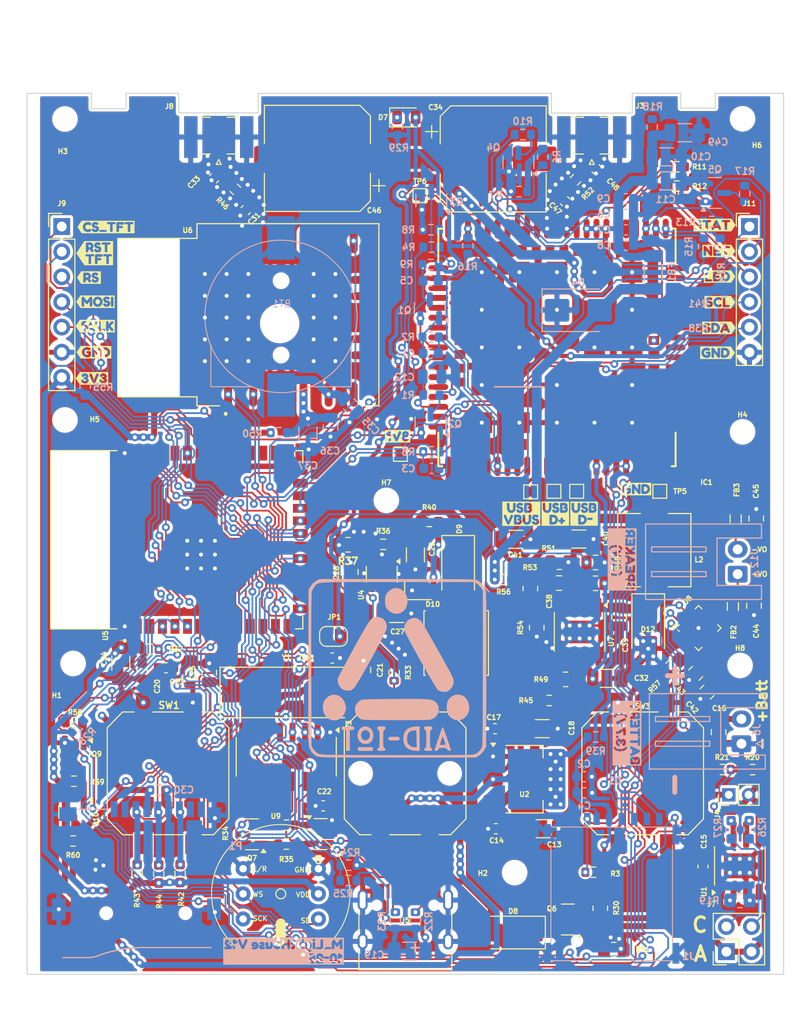
<source format=kicad_pcb>
(kicad_pcb (version 20241229) (generator "pcbnew") (generator_version "9.0")
  (layers (0 "F.Cu" signal) (2 "B.Cu" signal) (13 "F.Paste" user) (15 "B.Paste" user) (5 "F.SilkS" user "F.Silkscreen") (7 "B.SilkS" user "B.Silkscreen") (1 "F.Mask" user) (3 "B.Mask" user) (25 "Edge.Cuts" user))
  (net 0 "")
  (net 1 "RESET")
  (net 2 "U1A5")
  (net 3 "U1B5")
  (net 4 "RXD0")
  (net 5 "TXD0")
  (net 6 "IO0")
  (net 7 "USB1_P")
  (net 8 "LED1")
  (net 9 "BUTTON1")
  (net 10 "USB1_N")
  (net 11 "CS_TFT")
  (net 12 "GND")
  (net 13 "GPIO20")
  (net 14 "GPIO19")
  (net 15 "GSM_RXD")
  (net 16 "GSM_TXD")
  (net 17 "IO39")
  (net 18 "GNSS_ANT")
  (net 19 "+3.3VA")
  (net 20 "MOSI")
  (net 21 "MISO")
  (net 22 "SPI_CLK")
  (net 23 "+3.3V")
  (net 24 "VBAT")
  (net 25 "Net-(Q3-B)")
  (net 26 "PWRKEY")
  (net 27 "Net-(Q4-B)")
  (net 28 "MCU_RXD")
  (net 29 "Net-(Q5-B)")
  (net 30 "MCU_TXD")
  (net 31 "PWRKEY_M")
  (net 32 "VDD_1V8")
  (net 33 "NETLIGHT")
  (net 34 "1V8_GNSS")
  (net 35 "UART3_RXD")
  (net 36 "GNSS_TXD")
  (net 37 "UART3_TXD")
  (net 38 "GNSS_RXD")
  (net 39 "MK_IN_3")
  (net 40 "GNSS_PWRCTL")
  (net 41 "VBAT_READ")
  (net 42 "VDD_2V8")
  (net 53 "RESET_GSM")
  (net 58 "USB_VBUS")
  (net 61 "USIM_VDD")
  (net 62 "USIM_DATA")
  (net 63 "USIM_CLK")
  (net 64 "USIM_RST")
  (net 65 "CD-PIN")
  (net 78 "MAIN_ANT")
  (net 79 "STATUS_OUT")
  (net 107 "GPS_RXD")
  (net 108 "GPS_TXD")
  (net 109 "NAVIC_ANT")
  (net 110 "DIN")
  (net 111 "DTR")
  (net 112 "Net-(Q1-B)")
  (net 113 "Net-(Q2-B)")
  (net 114 "RTS")
  (net 115 "ADC_BAT")
  (net 116 "BUTTON2")
  (net 117 "BUTTON4")
  (net 118 "CS1")
  (net 122 "VBUS")
  (net 123 "+5V")
  (net 124 "EN_BUCK")
  (net 125 "VBAT_GSM")
  (net 126 "VBAT_L")
  (net 127 "B+")
  (net 128 "WAKE_UP")
  (net 129 "SIMUSB_D-")
  (net 130 "SIMUSB_D+")
  (net 131 "1SCL")
  (net 132 "1SDA")
  (net 133 "Net-(BT1-+)")
  (net 134 "+5VA")
  (net 135 "Net-(U3-XI)")
  (net 136 "Net-(U3-XO)")
  (net 137 "Net-(D7-K)")
  (net 140 "SW")
  (net 141 "Net-(Q4-C)")
  (net 142 "Net-(Q5-C)")
  (net 143 "Net-(Q7-B)")
  (net 153 "LRCLK{slash}WS")
  (net 154 "BLK{slash}SCK")
  (net 155 "DOUT")
  (net 156 "Net-(U7-FB)")
  (net 157 "USB_PRES")
  (net 158 "3V_EN")
  (net 159 "Net-(J4-Pin_1)")
  (net 160 "Net-(U7-VIN)")
  (net 161 "Net-(U6-VCC)")
  (net 162 "Net-(U7-COMP)")
  (net 163 "Net-(D12-K)")
  (net 164 "Net-(U7-BST)")
  (net 165 "Net-(D10-A)")
  (net 166 "Net-(Q8-B)")
  (net 167 "Net-(Q10-G)")
  (net 168 "Net-(Q9-B)")
  (net 169 "Net-(U1-PROG)")
  (net 170 "Net-(U1-~{STDBY})")
  (net 171 "Net-(U1-~{CHRG})")
  (net 172 "Net-(U4-FB)")
  (net 173 "Net-(U7-FREQ)")
  (net 187 "LED_STAT")
  (net 188 "LED_NET")
  (net 189 "VO+")
  (net 190 "VO-")
  (net 191 "Net-(J8-In)")
  (net 192 "Net-(C38-Pad2)")
  (net 193 "Net-(C40-Pad1)")
  (net 194 "Net-(U8-OUTP)")
  (net 195 "Net-(U8-OUTN)")
  (net 198 "Net-(J7-Pin_4)")
  (net 199 "Net-(J7-Pin_2)")
  (net 200 "Net-(J9-Pin_2)")
  (net 201 "Net-(U8-~{SD_MODE})")
  (net 210 "Net-(JP1-B)")
  (net 211 "Net-(J3-In)")
  (footprint "SG_NEW:SW_Push_4pin_40xx" (layer "F.Cu") (at 62.25 -20.3 -90)
    (property "Reference" "SW3")
    (property "Value" "SW_Push_Dual")
  )
  (footprint "Capacitor_SMD:C_0805_2012Metric" (layer "F.Cu") (at 67.6148 -30.4038 -135)
    (property "Reference" "C43")
    (property "Value" "0.1uF")
  )
  (footprint "Resistor_SMD:R_0805_2012Metric" (layer "F.Cu") (at 50.8934 -38.9647 -90)
    (property "Reference" "R53")
    (property "Value" "100K")
  )
  (footprint "Resistor_SMD:R_0805_2012Metric_Pad1.20x1.40mm_HandSolder" (layer "F.Cu") (at 59.3344 -2.4892)
    (property "Reference" "R31")
    (property "Value" "100k")
  )
  (footprint "V11A LH:A7672SA" (layer "F.Cu") (at 53.5786 -63.3276)
    (property "Reference" "IC1")
    (property "Value" "A7672SA" (hide yes))
  )
  (footprint "Capacitor_SMD:C_0805_2012Metric" (layer "F.Cu") (at 59.8596 -36.1066 90)
    (property "Reference" "C39")
    (property "Value" "100NF")
  )
  (footprint "Inductor_SMD:L_0805_2012Metric" (layer "F.Cu") (at 71.374 -37.1602 -90)
    (property "Reference" "FB2")
    (property "Value" "FerriteBead")
  )
  (footprint "kibuzzard-6868C585" (layer "F.Cu") (at 53.415736 -46.533584)
    (property "Reference" "kibuzzard-6868C585" (hide yes))
    (property "Value" "G***" (hide yes))
  )
  (footprint "Resistor_SMD:R_0603_1608Metric" (layer "F.Cu") (at 37.1094 -30.48 -90)
    (property "Reference" "R33")
    (property "Value" "10K")
  )
  (footprint "Resistor_SMD:R_0603_1608Metric_Pad0.98x0.95mm_HandSolder" (layer "F.Cu") (at 13.3096 -10.1346 90)
    (property "Reference" "R44")
    (property "Value" "NC")
  )
  (footprint "kibuzzard-6868C5A9" (layer "F.Cu") (at 49.975 -46.525)
    (property "Reference" "kibuzzard-6868C5A9" (hide yes))
    (property "Value" "G***" (hide yes))
  )
  (footprint "MountingHole:MountingHole_2.1mm" (layer "F.Cu") (at 72.35 -86.425)
    (property "Reference" "H6")
    (property "Value" "MountingHole")
  )
  (footprint "Resistor_SMD:R_0603_1608Metric" (layer "F.Cu") (at 70.3194 -20.6888 180)
    (property "Reference" "R21")
    (property "Value" "470K")
  )
  (footprint "Resistor_SMD:R_0805_2012Metric" (layer "F.Cu") (at 53.8245 -41.6306)
    (property "Reference" "R51")
    (property "Value" "68.1K")
  )
  (footprint "TestPoint:TestPoint_Pad_1.0x1.0mm" (layer "F.Cu") (at 63.9826 -48.7934)
    (property "Reference" "TP5")
    (property "Value" "TestPoint_Probe")
  )
  (footprint "Capacitor_SMD:C_0603_1608Metric" (layer "F.Cu") (at 47.3202 -24.8158 180)
    (property "Reference" "C17")
    (property "Value" "0.1uF")
  )
  (footprint "Package_TO_SOT_SMD:SOT-23" (layer "F.Cu") (at 4.765 -16.4107 -90)
    (property "Reference" "Q10")
    (property "Value" "AO3401A")
  )
  (footprint "SG_NEW:XCVR_L89_2.0" (layer "F.Cu") (at 21.675 -66.34 90)
    (property "Reference" "U6")
    (property "Value" "L89_2.0")
  )
  (footprint "TestPoint:TestPoint_Pad_1.0x1.0mm" (layer "F.Cu") (at 39.7256 -78.6638)
    (property "Reference" "TP6")
    (property "Value" "TestPoint_Probe")
  )
  (footprint "kibuzzard-6867B33D" (layer "F.Cu") (at 7.9756 -75.4888)
    (property "Reference" "kibuzzard-6867B33D" (hide yes))
    (property "Value" "G***" (hide yes))
  )
  (footprint "Resistor_SMD:R_0603_1608Metric_Pad0.98x0.95mm_HandSolder" (layer "F.Cu") (at 36.0153 -43.434 180)
    (property "Reference" "R36")
    (property "Value" "15K")
  )
  (footprint "Connector_PinHeader_2.54mm:PinHeader_1x06_P2.54mm_Vertical" (layer "F.Cu") (at 73.05 -75.54)
    (property "Reference" "J11")
    (property "Value" "Conn_01x06_Pin")
  )
  (footprint "MountingHole:MountingHole_2.1mm" (layer "F.Cu") (at 3.825 -56)
    (property "Reference" "H5")
    (property "Value" "MountingHole")
  )
  (footprint "Diode_SMD:D_SMA" (layer "F.Cu") (at 43.5864 -40.8178 -90)
    (property "Reference" "D9")
    (property "Value" "SS14")
  )
  (footprint "Capacitor_SMD:CP_Elec_10x10.5" (layer "F.Cu") (at 29.3534 -82.423 180)
    (property "Reference" "C46")
    (property "Value" "100uF")
  )
  (footprint "Package_TO_SOT_SMD:SOT-23" (layer "F.Cu") (at 54.6862 -5.5372 180)
    (property "Reference" "Q6")
    (property "Value" "AO3401A")
  )
  (footprint "Capacitor_SMD:C_0805_2012Metric" (layer "F.Cu") (at 53.801 -39.5224 180)
    (property "Reference" "C38")
    (property "Value" "220PF")
  )
  (footprint "MountingHole:MountingHole_2.1mm" (layer "F.Cu") (at 3.825 -86.4)
    (property "Reference" "H3")
    (property "Value" "MountingHole")
  )
  (footprint "Package_SO:SOIC-8-1EP_3.9x4.9mm_P1.27mm_EP2.514x3.2mm_ThermalVias" (layer "F.Cu") (at 72.0758 -10.9586 90)
    (property "Reference" "U1")
    (property "Value" "TP4056")
  )
  (footprint "Resistor_SMD:R_0603_1608Metric" (layer "F.Cu") (at 65.7 -81.575)
    (property "Reference" "R11")
    (property "Value" "2.2k")
  )
  (footprint "Resistor_SMD:R_0603_1608Metric" (layer "F.Cu") (at 26.2128 -13.1572)
    (property "Reference" "R35")
    (property "Value" "1K")
  )
  (footprint "Connector_Coaxial:SMA_Samtec_SMA-J-P-X-ST-EM1_EdgeMount" (layer "F.Cu") (at 19.375 -84.575 180)
    (property "Reference" "J8")
    (property "Value" "Conn_Coaxial")
  )
  (footprint "Capacitor_SMD:C_0805_2012Metric" (layer "F.Cu") (at 32.7314 -40.6478 90)
    (property "Reference" "C28")
    (property "Value" "0.1u")
  )
  (footprint "V11A LH:XCVR_ESP32-S3-WROOM-1-N16R2" (layer "F.Cu") (at 15.13 -43.9 90)
    (property "Reference" "U5")
    (property "Value" "ESP32-S3-WROOM-1-N16R2")
  )
  (footprint "I2S_MOD:mems-mic-round" (layer "F.Cu") (at 25.65 -8.13 90)
    (property "Reference" "U9")
    (property "Value" "mems-mic")
  )
  (footprint "Capacitor_SMD:C_0603_1608Metric" (layer "F.Cu") (at 68.3514 -10.8966 -90)
    (property "Reference" "C15")
    (property "Value" "0.1uF")
  )
  (footprint "Resistor_SMD:R_0603_1608Metric" (layer "F.Cu") (at 21.0566 -79.2988 -45)
    (property "Reference" "R46")
    (property "Value" "0")
  )
  (footprint "Resistor_SMD:R_0603_1608Metric" (layer "F.Cu") (at 4.725 -19.5082 180)
    (property "Reference" "R59")
    (property "Value" "2.2k")
  )
  (footprint "Package_SO:SOIC-8-1EP_3.9x4.9mm_P1.27mm_EP2.29x3mm_ThermalVias" (layer "F.Cu") (at 55.8718 -34.5836 -90)
    (property "Reference" "U7")
    (property "Value" "~")
  )
  (footprint "kibuzzard-6867B4F7" (layer "F.Cu") (at 69.9516 -65.3034)
    (property "Reference" "kibuzzard-6867B4F7" (hide yes))
    (property "Value" "G***" (hide yes))
  )
  (footprint "Capacitor_SMD:C_1206_3216Metric" (layer "F.Cu") (at 39.2664 -42.3728 -90)
    (property "Reference" "C29")
    (property "Value" "100u")
  )
  (footprint "kibuzzard-6867B4EC" (layer "F.Cu") (at 70.0532 -67.8942)
    (property "Reference" "kibuzzard-6867B4EC" (hide yes))
    (property "Value" "G***" (hide yes))
  )
  (footprint "Resistor_SMD:R_0603_1608Metric_Pad0.98x0.95mm_HandSolder" (layer "F.Cu") (at 11.1252 -10.1854 90)
    (property "Reference" "R43")
    (property "Value" "10K/0603")
  )
  (footprint "Capacitor_SMD:C_1206_3216Metric_Pad1.33x1.80mm_HandSolder" (layer "F.Cu") (at 52.0954 -24.8158)
    (property "Reference" "C18")
    (property "Value" "10uF")
  )
  (footprint "kibuzzard-6867B375" (layer "F.Cu") (at 6.2484 -70.3834)
    (property "Reference" "kibuzzard-6867B375" (hide yes))
    (property "Value" "G***" (hide yes))
  )
  (footprint "Connector_PinHeader_2.54mm:PinHeader_1x07_P2.54mm_Vertical" (layer "F.Cu") (at 3.5 -75.54)
    (property "Reference" "J9")
    (property "Value" "Conn_01x07_Pin")
  )
  (footprint "IIOT_LITE_V4:R_0805_2012Metric_Pad1.20x1.40mm_HandSolder" (layer "F.Cu") (at 32.4489 -43.3928 180)
    (property "Reference" "R37")
    (property "Value" "2k")
  )
  (footprint "kibuzzard-6868C5F0" (layer "F.Cu") (at 61.5696 -49.022)
    (property "Reference" "kibuzzard-6868C5F0" (hide yes))
    (property "Value" "G***" (hide yes))
  )
  (footprint "Capacitor_SMD:C_0603_1608Metric" (layer "F.Cu") (at 18.8976 -80.4164 45)
    (property "Reference" "C33")
    (property "Value" "NM")
  )
  (footprint "Resistor_SMD:R_0805_2012Metric_Pad1.20x1.40mm_HandSolder" (layer "F.Cu") (at 65.278 -31.0642 45)
    (property "Reference" "R57")
    (property "Value" "1M")
  )
  (footprint "Capacitor_SMD:CP_Elec_10x10.5" (layer "F.Cu") (at 47.1334 -82.3722)
    (property "Reference" "C34")
    (property "Value" "100uF")
  )
  (footprint "Capacitor_SMD:C_0603_1608Metric" (layer "F.Cu") (at 30.861 -31.9532 180)
    (property "Reference" "C26")
    (property "Value" "0.1uF")
  )
  (footprint "Resistor_SMD:R_0603_1608Metric" (layer "F.Cu") (at 48.1168 -39.8736)
    (property "Reference" "R56")
    (property "Value" "0")
  )
  (footprint "Capacitor_SMD:C_0805_2012Metric" (layer "F.Cu") (at 18.415 -30.4648 90)
    (property "Reference" "C25")
    (property "Value" "22pF")
  )
  (footprint "Resistor_SMD:R_0603_1608Metric" (layer "F.Cu") (at 26.2328 -15.0722 180)
    (property "Reference" "R34")
    (property "Value" "1K")
  )
  (footprint "Inductor_SMD:L_0805_2012Metric" (layer "F.Cu") (at 71.6534 -46.0248 90)
    (property "Reference" "FB3")
    (property "Value" "FerriteBead")
  )
  (footprint "kibuzzard-6868C5C3" (layer "F.Cu") (at 56.325 -46.533584)
    (property "Reference" "kibuzzard-6868C5C3" (hide yes))
    (property "Value" "G***" (hide yes))
  )
  (footprint "kibuzzard-6867B505" (layer "F.Cu") (at 69.8246 -62.7888)
    (property "Reference" "kibuzzard-6867B505" (hide yes))
    (property "Value" "G***" (hide yes))
  )
  (footprint "Inductor_SMD:L_Cenker_CKCS6045" (layer "F.Cu") (at 43.3914 -33.4678 90)
    (property "Reference" "L1")
    (property "Value" "22uH")
  )
  (footprint "kibuzzard-6867B426" (layer "F.Cu") (at 69.5198 -75.692)
    (property "Reference" "kibuzzard-6867B426" (hide yes))
    (property "Value" "G***" (hide yes))
  )
  (footprint "Capacitor_SMD:C_1206_3216Metric" (layer "F.Cu") (at 58.674 -29.8958)
    (property "Reference" "C32")
    (property "Value" "10UF/50V")
  )
  (footprint "Capacitor_SMD:C_0805_2012Metric" (layer "F.Cu") (at 73.7362 -46.0502 -90)
    (property "Reference" "C45")
    (property "Value" "220pF")
  )
  (footprint "Capacitor_SMD:C_1206_3216Metric" (layer "F.Cu") (at 37.3764 -36.4528)
    (property "Reference" "C27")
    (property "Value" "10u")
  )
  (footprint "Jumper:SolderJumper-2_P1.3mm_Open_RoundedPad1.0x1.5mm" (layer "F.Cu") (at 30.9776 -34.1376 180)
    (property "Reference" "JP1")
    (property "Value" "Jumper_2_Open")
  )
  (footprint "LED_SMD:LED_0805_2012Metric" (layer "F.Cu") (at 39.8664 -38.8078)
    (property "Reference" "D10")
    (property "Value" "GREEN")
  )
  (footprint "Resistor_SMD:R_0805_2012Metric" (layer "F.Cu") (at 57.4821 -41.6052)
    (property "Reference" "R48")
    (property "Value" "63k")
  )
  (footprint "Package_TO_SOT_SMD:SOT-23" (layer "F.Cu") (at 22.7471 -14.1426 180)
    (property "Reference" "Q7")
    (property "Value" "BC817")
  )
  (footprint "Capacitor_SMD:C_0805_2012Metric" (layer "F.Cu") (at 73.5076 -37.2364 90)
    (property "Reference" "C44")
    (property "Value" "220pF")
  )
  (footprint "Resistor_SMD:R_0603_1608Metric" (layer "F.Cu") (at 4.645 -13.4682 180)
    (property "Reference" "R60")
    (property "Value" "NC/0")
  )
  (footprint "Resistor_SMD:R_0603_1608Metric_Pad0.98x0.95mm_HandSolder" (layer "F.Cu") (at 15.4686 -10.1854 90)
    (property "Reference" "R42")
    (property "Value" "10K/0603")
  )
  (footprint "Resistor_SMD:R_0603_1608Metric" (layer "F.Cu") (at 52.8066 -27.6606)
    (property "Reference" "R45")
    (property "Value" "0")
  )
  (footprint "kibuzzard-6867B3BB" (layer "F.Cu") (at 6.5532 -60.198)
    (property "Reference" "kibuzzard-6867B3BB" (hide yes))
    (property "Value" "G***" (hide yes))
  )
  (footprint "kibuzzard-6867B38E" (layer "F.Cu") (at 6.9088 -67.945)
    (property "Reference" "kibuzzard-6867B38E" (hide yes))
    (property "Value" "G***" (hide yes))
  )
  (footprint "Capacitor_SMD:C_0603_1608Metric" (layer "F.Cu") (at 57.5818 -81.3308 135)
    (property "Reference" "C48")
    (property "Value" "NM")
  )
  (footprint "Resistor_SMD:R_0603_1608Metric" (layer "F.Cu") (at 55.4482 -80.264 -135)
    (property "Reference" "R52")
    (property "Value" "0")
  )
  (footprint "Capacitor_SMD:C_1206_3216Metric" (layer "F.Cu") (at 55.8038 -43.9674)
    (property "Reference" "C40")
    (property "Value" "22UF/6.3V")
  )
  (footprint "Capacitor_SMD:C_1206_3216Metric_Pad1.33x1.80mm_HandSolder" (layer "F.Cu") (at 52.1716 -14.7066)
    (property "Reference" "C13")
    (property "Value" "10uF")
  )
  (footprint "kibuzzard-6867B39F" (layer "F.Cu") (at 6.8834 -65.4812)
    (property "Reference" "kibuzzard-6867B39F" (hide yes))
    (property "Value" "G***" (hide yes))
  )
  (footprint "SG_NEW:SW_Push_4pin_40xx" (layer "F.Cu") (at 14.25 -20.3 -90)
    (property "Reference" "SW1")
    (property "Value" "SW_Push_Dual")
  )
  (footprint "Resistor_SMD:R_0805_2012Metric_Pad1.20x1.40mm_HandSolder" (layer "F.Cu") (at 57.9628 -6.6708 -90)
    (property "Reference" "R30")
    (property "Value" "100k")
  )
  (footprint "kibuzzard-6867B475" (layer "F.Cu") (at 69.9516 -73.0758)
    (property "Reference" "kibuzzard-6867B475" (hide yes))
    (property "Value" "G***" (hide yes))
  )
  (footprint "kibuzzard-6867B3A9" (layer "F.Cu") (at 6.7564 -62.8396)
    (property "Reference" "kibuzzard-6867B3A9" (hide yes))
    (property "Value" "G***" (hide yes))
  )
  (footprint "TestPoint:TestPoint_Pad_1.0x1.0mm" (layer "F.Cu") (at 37.75 -52.525)
    (property "Reference" "TP1" (hide yes))
    (property "Value" "TestPoint_Probe")
  )
  (footprint "Package_DFN_QFN:TQFN-16-1EP_3x3mm_P0.5mm_EP1.23x1.23mm" (layer "F.Cu") (at 67.898237 -34.977903 45)
    (property "Reference" "U8")
    (property "Value" "MAX98357A")
  )
  (footprint "Package_TO_SOT_SMD:SOT-23" (layer "F.Cu") (at 4.765 -22.4457 -90)
    (property "Reference" "Q9")
    (property "Value" "BC817")
  )
  (footprint "Capacitor_SMD:C_0805_2012Metric_Pad1.18x1.45mm_HandSolder" (layer "F.Cu") (at 69.9262 -24.4602 -90)
    (property "Reference" "C16")
    (property "Value" "10uF")
  )
  (footprint "Package_SO:SOIC-16_3.9x9.9mm_P1.27mm" (layer "F.Cu") (at 26.204 -21.971 -90)
    (property "Reference" "U3")
    (property "Value" "CH340G")
  )
  (footprint "Capacitor_SMD:C_0805_2012Metric" (layer "F.Cu") (at 68.7578 -28.4988 45)
    (property "Reference" "C42")
    (property "Value" "10uF")
  )
  (footprint "Resistor_SMD:R_0603_1608Metric" (layer "F.Cu") (at 57.277 -10.3124 180)
    (property "Reference" "R3")
    (property "Value" "15k")
  )
  (footprint "TestPoint:TestPoint_Pad_1.0x1.0mm" (layer "F.Cu") (at 50.925 -48.7426)
    (property "Reference" "TP2" (hide yes))
    (property "Value" "TestPoint_Probe")
  )
  (footprint "Resistor_SMD:R_0805_2012Metric" (layer "F.Cu") (at 54.4633 -29.7942 180)
    (property "Reference" "R49")
    (property "Value" "200K")
  )
  (footprint "Connector_PinHeader_2.54mm:PinHeader_2x02_P2.54mm_Vertical" (layer "F.Cu") (at 70.7136 -2.286 90)
    (property "Reference" "J7")
    (property "Value" "Conn_02x02_Odd_Even")
  )
  (footprint "Resistor_SMD:R_0603_1608Metric" (layer "F.Cu") (at 73.3674 -20.6756 180)
    (property "Reference" "R20")
    (property "Value" "680K")
  )
  (footprint "Package_TO_SOT_SMD:SOT-23" (layer "F.Cu") (at 29.6767 -14.168)
    (property "Reference" "Q8")
    (property "Value" "BC817")
  )
  (footprint "Diode_SMD:D_SMA" (layer "F.Cu") (at 62.8142 -34.925 -90)
    (property "Reference" "D12")
    (property "Value" "1N5819")
  )
  (footprint "Resistor_SMD:R_0603_1608Metric" (layer "F.Cu") (at 12.4714 -32.8422)
    (property "Reference" "R32")
    (property "Value" "10K")
  )
  (footprint "SG_NEW:SW_Push_4pin_40xx" (layer "F.Cu") (at 38.225 -20.3 -90)
    (property "Reference" "SW2")
    (property "Value" "SW_Push_Dual")
  )
  (footprint "MountingHole:MountingHole_2.1mm" (layer "F.Cu") (at 72.1 -31.2)
    (property "Reference" "H8")
    (property "Value" "MountingHole")
  )
  (footprint "Resistor_SMD:R_0603_1608Metric" (layer "F.Cu") (at 65.7 -79.625 180)
    (property "Reference" "R12")
    (property "Value" "47K")
  )
  (footprint "MountingHole:MountingHole_2.1mm" (layer "F.Cu") (at 36.325 -47.875)
    (property "Reference" "H7")
    (property "Value" "MountingHole")
  )
  (footprint "kibuzzard-68EBC577" (layer "F.Cu") (at 6.8326 -72.8472)
    (property "Reference" "kibuzzard-68EBC577" (hide yes))
    (property "Value" "G***" (hide yes))
  )
  (footprint "Capacitor_SMD:C_0603_1608Metric" (layer "F.Cu") (at 22.098 -77.1906 45)
    (property "Reference" "C31")
    (property "Value" "NM")
  )
  (footprint "MountingHole:MountingHole_2.1mm" (layer "F.Cu") (at 4.65 -31.4 90)
    (property "Reference" "H1")
    (property "Value" "MountingHole")
  )
  (footprint "MountingHole:MountingHole_2.1mm" (layer "F.Cu") (at 72.35 -54.8)
    (property "Reference" "H4")
    (property "Value" "MountingHole")
  )
  (footprint "Package_TO_SOT_SMD:SOT-23-6" (layer "F.Cu") (at 35.8614 -40.4103 -90)
    (property "Reference" "U4")
    (property "Value" "SX1308")
  )
  (footprint "Capacitor_SMD:C_0603_1608Metric" (layer "F.Cu") (at 47.3964 -14.7066 180)
    (property "Reference" "C14")
    (property "Value" "0.1uF")
  )
  (footprint "Connector_Coaxial:SMA_Samtec_SMA-J-P-X-ST-EM1_EdgeMount" (layer "F.Cu") (at 57.1 -84.575 180)
    (property "Reference" "J3")
    (property "Value" "Conn_Coaxial")
  )
  (footprint "Connector_USB:USB_C_Receptacle_HRO_TYPE-C-31-M-12" (layer "F.Cu") (at 38.25 -4.37)
    (property "Reference" "J5")
    (property "Value" "USB_C_Receptacle_USB2.0")
  )
  (footprint "Resistor_SMD:R_0805_2012Metric" (layer "F.Cu") (at 51.5366 -35.0266 90)
    (property "Reference" "R54")
    (property "Value" "27k")
  )
  (footprint "MountingHole:MountingHole_2.1mm" (layer "F.Cu") (at 49.3 -10.275 90)
    (property "Reference" "H2")
    (property "Value" "MountingHole")
  )
  (footprint "Connector_PinHeader_2.00mm:PinHeader_1x02_P2.00mm_Vertical" (layer "F.Cu") (at 70.9582 -18.1356 90)
    (property "Reference" "J4")
    (property "Value" "Conn_01x02_Female")
  )
  (footprint "LED_SMD:LED_0805_2012Metric" (layer "F.Cu") (at 38.354 -86.5632)
    (property "Reference" "D7")
    (property "Value" "LED")
  )
  (footprint "Resistor_SMD:R_0603_1608Metric" (layer "F.Cu") (at 4.725 -25.4182)
    (property "Reference" "R58")
    (property "Value" "2.2k")
  )
  (footprint "Capacitor_SMD:C_1206_3216Metric" (layer "F.Cu") (at 49.4284 -43.942 180)
    (property "Reference" "C41")
    (property "Value" "100uF")
  )
  (footprint "Capacitor_SMD:C_0603_1608Metric" (layer "F.Cu") (at 14.0462 -30.9626 180)
    (property "Reference" "C23")
    (property "Value" "0.1uF")
  )
  (footprint "Diode_SMD:D_SMA" (layer "F.Cu") (at 48.895 -4.2164 180)
    (property "Reference" "D8")
    (property "Value" "1N5819")
  )
  (footprint "TestPoint:TestPoint_Pad_1.0x1.0mm" (layer "F.Cu") (at 53.275 -48.7934)
    (property "Reference" "TP3" (hide yes))
    (property "Value" "TestPoint_Probe")
  )
  (footprint "Crystal:Crystal_SMD_HC49-SD" (layer "F.Cu") (at 26.2128 -28.4734)
    (property "Reference" "Y1")
    (property "Value" "12MHz")
  )
  (footprint "Inductor_SMD:L_7.3x7.3_H3.5" (layer "F.Cu") (at 63.4276 -42.8502 90)
    (property "Reference" "L2")
    (property "Value" "33UH")
  )
  (footprint "TestPoint:TestPoint_Pad_1.0x1.0mm" (layer "F.Cu") (at 55.575 -48.7934)
    (property "Reference" "TP4" (hide yes))
    (property "Value" "TestPoint_Probe")
  )
  (footprint "Capacitor_SMD:C_0805_2012Metric" (layer "F.Cu") (at 34.0106 -30.734 -90)
    (property "Reference" "C21")
    (property "Value" "22pF")
  )
  (footprint "Capacitor_SMD:C_1206_3216Metric_Pad1.33x1.80mm_HandSolder" (layer "F.Cu") (at 9.4742 -31.4452 -90)
    (property "Reference" "C24")
    (property "Value" "10uF")
  )
  (footprint "Package_TO_SOT_SMD:SOT-223-3_TabPin2" (layer "F.Cu") (at 50.2666 -19.7104)
    (property "Reference" "U2")
    (property "Value" "AMS1117-3.3")
  )
  (footprint "Resistor_SMD:R_0805_2012Metric" (layer "F.Cu") (at 57.4821 -39.497 180)
    (property "Reference" "R47")
    (property "Value" "100K")
  )
  (footprint "Resistor_SMD:R_0603_1608Metric_Pad0.98x0.95mm_HandSolder" (layer "F.Cu") (at 40.6673 -45.7454)
    (property "Reference" "R40")
    (property "Value" "2.2k")
  )
  (footprint "Capacitor_SMD:C_0603_1608Metric" (layer "F.Cu") (at 11.6332 -30.6324 -90)
    (property "Reference" "C20")
    (property "Value" "0.1uF")
  )
  (footprint "kibuzzard-6868C531" (layer "F.Cu") (at 37.465 -54.356)
    (property "Reference" "kibuzzard-6868C531" (hide yes))
    (property "Value" "G***" (hide yes))
  )
  (footprint "kibuzzard-6867B4CE" (layer "F.Cu") (at 70.0278 -70.485)
    (property "Reference" "kibuzzard-6867B4CE" (hide yes))
    (property "Value" "G***" (hide yes))
  )
  (footprint "Capacitor_SMD:C_0603_1608Metric" (layer "F.Cu") (at 29.9466 -17.018 180)
    (property "Reference" "C22")
    (property "Value" "0.1uF")
  )
  (footprint "Capacitor_SMD:C_0603_1608Metric" (layer "F.Cu") (at 54.392192 -78.094208 135)
    (property "Reference" "C47")
    (property "Value" "NM")
  )
  (footprint "Resistor_SMD:R_0603_1608Metric" (layer "B.Cu") (at 40.885 -73.4581)
    (property "Reference" "R4")
    (property "Value" "4.7K")
  )
  (footprint "Resistor_SMD:R_0603_1608Metric" (layer "B.Cu") (at 68.4254 -73.5222 90)
    (property "Reference" "R15")
    (property "Value" "10K")
  )
  (footprint "Capacitor_SMD:C_0603_1608Metric" (layer "B.Cu") (at 60.5565 -75.1999)
    (property "Reference" "C7")
    (property "Value" "33pF")
  )
  (footprint "kibuzzard-68EA22D5" (layer "B.Cu") (at 25.9334 -2.3368 180)
    (property "Reference" "kibuzzard-68EA22D5" (hide yes))
    (property "Value" "G***" (hide yes))
  )
  (footprint "Capacitor_SMD:C_0603_1608Metric" (layer "B.Cu") (at 56.3626 -18.3388)
    (property "Reference" "C4")
    (property "Value" "33pF")
  )
  (footprint "Resistor_SMD:R_0603_1608Metric" (layer "B.Cu") (at 57.5056 -23.9776)
    (property "Reference" "R39")
    (property "Value" "10K")
  )
  (footprint "Capacitor_SMD:C_0805_2012Metric" (layer "B.Cu") (at 32.703849 -57.440751 -45)
    (property "Reference" "C35")
    (property "Value" "4.7uF")
  )
  (footprint "Capacitor_SMD:C_1206_3216Metric" (layer "B.Cu") (at 64.6669 -82.5796)
    (property "Reference" "C10")
    (property "Value" "100uF")
  )
  (footprint "Inductor_SMD:L_1206_3216Metric_Pad1.22x1.90mm_HandSolder" (layer "B.Cu") (at 63.3222 -70.9029 90)
    (property "Reference" "FB1")
    (property "Value" "FerriteBead")
  )
  (footprint "kibuzzard-68EA253F" (layer "B.Cu") (at 60.1726 -41.91 90)
    (property "Reference" "kibuzzard-68EA253F" (hide yes))
    (property "Value" "G***" (hide yes))
  )
  (footprint "Resistor_SMD:R_0603_1608Metric" (layer "B.Cu") (at 32.4866 -9.4742 180)
    (property "Reference" "R24")
    (property "Value" "68K")
  )
  (footprint "Resistor_SMD:R_0603_1608Metric" (layer "B.Cu") (at 72.57 -78.855 -90)
    (property "Reference" "R17")
    (property "Value" "2.2k")
  )
  (footprint "Resistor_SMD:R_0603_1608Metric" (layer "B.Cu") (at 50.1303 -84.8383)
    (property "Reference" "R10")
    (property "Value" "2.2k")
  )
  (footprint "Resistor_SMD:R_0603_1608Metric" (layer "B.Cu") (at 40.8088 -71.6947 180)
    (property "Reference" "R9")
    (property "Value" "4.7K")
  )
  (footprint "Capacitor_SMD:C_1206_3216Metric" (layer "B.Cu") (at 64.6669 -80.1546)
    (property "Reference" "C11")
    (property "Value" "100uF")
  )
  (footprint "Resistor_SMD:R_0603_1608Metric" (layer "B.Cu") (at 5.079163 -25.043563 45)
    (property "Reference" "R28")
    (property "Value" "10K")
  )
  (footprint "Resistor_SMD:R_0603_1608Metric" (layer "B.Cu") (at 52.1462 -82.5754 90)
    (property "Reference" "R6")
    (property "Value" "2.2k")
  )
  (footprint "Resistor_SMD:R_0603_1608Metric_Pad0.98x0.95mm_HandSolder" (layer "B.Cu") (at 73.025 -14.605 90)
    (property "Reference" "R26")
    (property "Value" "1.5K")
  )
  (footprint "Resistor_SMD:R_0603_1608Metric" (layer "B.Cu") (at 37.2364 -5.4488 -90)
    (property "Reference" "R23")
    (property "Value" "5.1k")
  )
  (footprint "Capacitor_SMD:C_0603_1608Metric" (layer "B.Cu") (at 60.5565 -76.7747)
    (property "Reference" "C6")
    (property "Value" "10pF")
  )
  (footprint "Capacitor_SMD:C_0603_1608Metric" (layer "B.Cu") (at 56.3372 -19.9644)
    (property "Reference" "C2")
    (property "Value" "0.1uF")
  )
  (footprint "Package_TO_SOT_SMD:SOT-23" (layer "B.Cu") (at 49.6824 -82.042 90)
    (property "Reference" "Q4")
    (property "Value" "BC817")
  )
  (footprint "Package_TO_SOT_SMD:SOT-23" (layer "B.Cu") (at 40.7953 -55.6442 90)
    (property "Reference" "Q2")
    (property "Value" "MMBT3904")
  )
  (footprint "Capacitor_SMD:C_0603_1608Metric" (layer "B.Cu") (at 40.8088 -62.7285 180)
    (property "Reference" "C1")
    (property "Value" "1nF")
  )
  (footprint "aid-iot-logo:AID_IOT_KNKNC" (layer "B.Cu") (at 37.4396 -30.9118 180)
    (property "Reference" "G***" (hide yes))
    (property "Value" "LOGO" (hide yes))
  )
  (footprint "Resistor_SMD:R_0603_1608Metric" (layer "B.Cu") (at 40.8828 -58.5062)
    (property "Reference" "R1")
    (property "Value" "4.7K")
  )
  (footprint "Resistor_SMD:R_0603_1608Metric_Pad0.98x0.95mm_HandSolder" (layer "B.Cu") (at 5.8674 -59.4341 -90)
    (property "Reference" "R55")
    (property "Value" "10K/0603")
  )
  (footprint "Capacitor_SMD:C_0603_1608Metric" (layer "B.Cu") (at 60.5565 -78.3495)
    (property "Reference" "C9")
    (property "Value" "1uF")
  )
  (footprint "Resistor_SMD:R_0603_1608Metric" (layer "B.Cu") (at 25.4508 -54.7116)
    (property "Reference" "R50")
    (property "Value" "0")
  )
  (footprint "Capacitor_SMD:C_1206_3216Metric" (layer "B.Cu") (at 66.4954 -85.0138)
    (property "Reference" "C49")
    (property "Value" "100uF")
  )
  (footprint "Package_TO_SOT_SMD:SOT-23" (layer "B.Cu") (at 69.565 -78.935)
    (property "Reference" "Q5")
    (property "Value" "BC817")
  )
  (footprint "Package_TO_SOT_SMD:SOT-23" (layer "B.Cu") (at 40.8748 -78.1694 90)
    (property "Reference" "Q3")
    (property "Value" "BC817")
  )
  (footprint "Capacitor_SMD:C_0603_1608Metric" (layer "B.Cu") (at 40.8828 -51.1102 180)
    (property "Reference" "C3")
    (property "Value" "1nF")
  )
  (footprint "Resistor_SMD:R_0603_1608Metric" (layer "B.Cu") (at 32.512 -11.0236)
    (property "Reference" "R25")
    (property "Value" "100K")
  )
  (footprint "Capacitor_SMD:C_1206_3216Metric_Pad1.33x1.80mm_HandSolder" (layer "B.Cu") (at 28.3972 -54.5846 -90)
    (property "Reference" "C37")
    (property "Value" "10uF")
  )
  (footprint "SG_NEW:CR1220" (layer "B.Cu") (at 25.6794 -66.4602 -90)
    (property "Reference" "BT1")
    (property "Value" "Battery_Cell")
  )
  (footprint "Resistor_SMD:R_0603_1608Metric" (layer "B.Cu") (at 37.4396 -85.6234 90)
    (property "Reference" "R29")
    (property "Value" "1K")
  )
  (footprint "Resistor_SMD:R_0603_1608Metric_Pad0.98x0.95mm_HandSolder" (layer "B.Cu") (at 71.1962 -14.605 90)
    (property "Reference" "R27")
    (property "Value" "2.2K")
  )
  (footprint "Resistor_SMD:R_0603_1608Metric" (layer "B.Cu") (at 39.2684 -5.4478 -90)
    (property "Reference" "R22")
    (property "Value" "5.1k")
  )
  (footprint "Resistor_SMD:R_0603_1608Metric" (layer "B.Cu") (at 40.836 -75.2187 180)
    (property "Reference" "R8")
    (property "Value" "4.7K")
  )
  (footprint "V11A LH:Nano_Sim_Holder" (layer "B.Cu") (at 59.1146 -8.128 180)
    (property "Reference" "J1")
    (property "Value" "SIM_Card_6+1PIN" (hide yes))
  )
  (footprint "V11A LH:SC70-6" (layer "B.Cu") (at 59.469 -17.764 90)
    (property "Reference" "D1")
    (property "Value" "SMF05C")
  )
  (footprint "Capacitor_SMD:C_0603_1608Metric" (layer "B.Cu") (at 60.5565 -73.6505)
    (property "Reference" "C8")
    (property "Value" "0.1uF")
  )
  (footprint "Capacitor_SMD:C_1206_3216Metric_Pad1.33x1.80mm_HandSolder" (layer "B.Cu") (at 38.6842 -2.3368 180)
    (property "Reference" "C19")
    (property "Value" "10uF")
  )
  (footprint "Resistor_SMD:R_0603_1608Metric" (layer "B.Cu") (at 69.225 -76.05)
    (property "Reference" "R13")
    (property "Value" "0")
  )
  (footprint "Resistor_SMD:R_0603_1608Metric" (layer "B.Cu") (at 70.4088 -65.2272)
    (property "Reference" "R38")
    (property "Value" "10K")
  )
  (footprint "Resistor_SMD:R_0603_1608Metric" (layer "B.Cu") (at 44.575 -73.6 90)
    (property "Reference" "R16")
    (property "Value" "0")
  )
  (footprint "Resistor_SMD:R_0603_1608Metric" (layer "B.Cu") (at 40.8828 -52.7822)
    (property "Reference" "R5")
    (property "Value" "4.7K")
  )
  (footprint "Resistor_SMD:R_0603_1608Metric" (layer "B.Cu") (at 70.0764 -73.5222 90)
    (property "Reference" "R14")
    (property "Value" "10K")
  )
  (footprint "Resistor_SMD:R_0603_1608Metric" (layer "B.Cu") (at 63.205 -85.575 90)
    (property "Reference" "R18")
    (property "Value" "0")
  )
  (footprint "Connector_JST:JST_XH_S2B-XH-A_1x02_P2.50mm_Horizontal" (layer "B.Cu") (at 72.2376 -23.2918 90)
    (property "Reference" "J6")
    (property "Value" "Conn_01x02_Pin")
  )
  (footprint "Resistor_SMD:R_0805_2012Metric_Pad1.20x1.40mm_HandSolder" (layer "B.Cu") (at 72.0852 -7.4676 180)
    (property "Reference" "R19")
    (property "Value" "Rprog")
  )
  (footprint "Resistor_SMD:R_0603_1608Metric" (layer "B.Cu") (at 70.5104 -67.8688)
    (property "Reference" "R41")
    (property "Value" "10K")
  )
  (footprint "Connector_JST:JST_XH_S2B-XH-A_1x02_P2.50mm_Horizontal" (layer "B.Cu") (at 71.8566 -40.426 90)
    (property "Reference" "J12")
    (property "Value" "Conn_01x02_Pin")
  )
  (footprint "Resistor_SMD:R_0603_1608Metric" (layer "B.Cu") (at 49.7332 -79.0702 180)
    (property "Reference" "R7")
    (property "Value" "47K")
  )
  (footprint "Diode_SMD:D_SMB" (layer "B.Cu") (at 55.7366 -67.0814)
    (property "Reference" "D4")
    (property "Value" "D_TVS")
  )
  (footprint "H7_board:SUNTECH_ST-TF-003A" (layer "B.Cu") (at 12.322 -11.3422 180)
    (property "Reference" "P1")
    (property "Value" "ST-TF-003A" (hide yes))
  )
  (footprint "Capacitor_SMD:C_0805_2012Metric" (layer "B.Cu") (at 40.9477 -60.3686)
    (property "Reference" "C12")
    (property "Value" "2.2uF")
  )
  (footprint "Resistor_SMD:R_0603_1608Metric" (layer "B.Cu") (at 13.2842 -18.6182)
    (property "Reference" "C30")
    (property "Value" "10uF/0603")
  )
  (footprint "Capacitor_SMD:C_0805_2012Metric" (layer "B.Cu") (at 30.6832 -55.2704 -90)
    (property "Reference" "C36")
    (property "Value" "0.1uF")
  )
  (footprint "kibuzzard-68EA2556" (layer "B.Cu") (at 60.6552 -24.3586 90)
    (property "Reference" "kibuzzard-68EA2556" (hide yes))
    (property "Value" "G***" (hide yes))
  )
  (footprint "Resistor_SMD:R_0603_1608Metric" (layer "B.Cu") (at 40.8088 -64.3751 180)
    (property "Reference" "R2")
    (property "Value" "4.7K")
  )
  (footprint "Package_TO_SOT_SMD:SOT-23" (layer "B.Cu") (at 40.7213 -67.2116 90)
    (property "Reference" "Q1")
    (property "Value" "MMBT3904")
  )
  (footprint "Capacitor_SMD:C_0603_1608Metric" (layer "B.Cu") (at 40.8088 -70.0482 180)
    (property "Reference" "C5")
    (property "Value" "1nF")
  )
  (gr_line (start 38.775 -27.575) (end 38.6 -27.75) (stroke (width 0.15)) (layer "B.SilkS"))
  (gr_line (start 47.3 -59.35) (end 52.1 -59.35) (stroke (width 0.15)) (layer "B.SilkS"))
  (gr_line (start 52.1 -59.35) (end 52.275 -59.35) (stroke (width 0.15)) (layer "B.SilkS"))
  (gr_line (start 66.0908 -89.0016) (end 61.2 -89.0016) (stroke (width 0.1)) (layer "Edge.Cuts"))
  (gr_line (start 69.596 -89.0016) (end 69.596 -87.503) (stroke (width 0.1)) (layer "Edge.Cuts"))
  (gr_line (start 69.596 -87.503) (end 66.0908 -87.503) (stroke (width 0.1)) (layer "Edge.Cuts"))
  (gr_line (start 15.325 -87.025) (end 23.375 -87.025) (stroke (width 0.1)) (layer "Edge.Cuts"))
  (gr_line (start 6.5024 -87.4522) (end 10.0076 -87.4522) (stroke (width 0.1)) (layer "Edge.Cuts"))
  (gr_line (start 76.5 0) (end 0 0) (stroke (width 0.1)) (layer "Edge.Cuts"))
  (gr_line (start 15.325 -89) (end 15.325 -87.025) (stroke (width 0.1)) (layer "Edge.Cuts"))
  (gr_line (start 61.2 -87) (end 61.2 -89) (stroke (width 0.1)) (layer "Edge.Cuts"))
  (gr_line (start 53.025 -89) (end 53.025 -87) (stroke (width 0.1)) (layer "Edge.Cuts"))
  (gr_line (start 69.596 -89.0016) (end 76.5 -89) (stroke (width 0.1)) (layer "Edge.Cuts"))
  (gr_line (start 0 0) (end 0 -89) (stroke (width 0.1)) (layer "Edge.Cuts"))
  (gr_line (start 6.5024 -89) (end 6.5024 -87.4522) (stroke (width 0.1)) (layer "Edge.Cuts"))
  (gr_line (start 53.025 -87) (end 61.2 -87) (stroke (width 0.1)) (layer "Edge.Cuts"))
  (gr_line (start 15.325 -89) (end 10.0076 -89.0016) (stroke (width 0.1)) (layer "Edge.Cuts"))
  (gr_line (start 10.0076 -87.4522) (end 10.0076 -89.0016) (stroke (width 0.1)) (layer "Edge.Cuts"))
  (gr_line (start 66.0908 -87.503) (end 66.0908 -89.0016) (stroke (width 0.1)) (layer "Edge.Cuts"))
  (gr_line (start 23.375 -89) (end 53.025 -89) (stroke (width 0.1)) (layer "Edge.Cuts"))
  (gr_line (start 6.5024 -89) (end 0 -89) (stroke (width 0.1)) (layer "Edge.Cuts"))
  (gr_line (start 23.375 -87.025) (end 23.375 -89) (stroke (width 0.1)) (layer "Edge.Cuts"))
  (gr_line (start 76.5 -89) (end 76.5 0) (stroke (width 0.1)) (layer "Edge.Cuts"))
  (gr_text "-" (at 74.8792 -22.5044 90) (layer "F.SilkS") (effects (font (size 1 1) (thickness 0.25) (bold yes)) (justify left bottom)))
  (gr_text "A" (at 67.2592 -1.1938 0) (layer "F.SilkS") (effects (font (size 1.5 1.5) (thickness 0.3) (bold yes)) (justify left bottom)))
  (gr_text "-VO" (at 73.1774 -42.6212 0) (layer "F.SilkS") (effects (font (size 0.5 0.5) (thickness 0.125) (bold yes)) (justify left bottom)))
  (gr_text "+Batt" (at 74.9046 -25.273 90) (layer "F.SilkS") (effects (font (size 1 1) (thickness 0.25) (bold yes)) (justify left bottom)))
  (gr_text "C" (at 67.0814 -4.1148 0) (layer "F.SilkS") (effects (font (size 1.5 1.5) (thickness 0.3) (bold yes)) (justify left bottom)))
  (gr_text "+VO\n" (at 73.2028 -40.132 0) (layer "F.SilkS") (effects (font (size 0.5 0.5) (thickness 0.125) (bold yes)) (justify left bottom)))
  (gr_text "+" (at 67.0814 -29.1338 0) (layer "B.SilkS") (effects (font (size 2 2) (thickness 0.5) (bold yes)) (justify left bottom mirror)))
  (gr_text "+" (at 38.5 -2.175 0) (layer "B.SilkS") (effects (font (size 1 1) (thickness 0.2) (bold yes)) (justify left bottom)))
  (gr_text "-" (at 64.4652 -17.5768 270) (layer "B.SilkS") (effects (font (size 2 2) (thickness 0.5) (bold yes)) (justify left bottom mirror)))
  (segment (start 28.4528 -15.7032) (end 28.448 -15.6984) (width 0.1778) (layer "F.Cu") (net 1))
  (segment (start 29.7571 -14.785566) (end 29.7571 -15.450434) (width 0.1778) (layer "F.Cu") (net 1))
  (segment (start 30.6142 -14.168) (end 30.374666 -14.168) (width 0.1778) (layer "F.Cu") (net 1))
  (segment (start 13.398015 -32.8422) (end 13.612196 -32.628019) (width 0.1778) (layer "F.Cu") (net 1))
  (segment (start 30.374666 -14.168) (end 29.7571 -14.785566) (width 0.1778) (layer "F.Cu") (net 1))
  (segment (start 24.1808 -22.41452) (end 23.405121 -23.1902) (width 0.1778) (layer "F.Cu") (net 1))
  (segment (start 27.860262 -17.751062) (end 28.3498 -18.2406) (width 0.1778) (layer "F.Cu") (net 1))
  (segment (start 24.182819 -21.893222) (end 24.1808 -21.895241) (width 0.1778) (layer "F.Cu") (net 1))
  (segment (start 13.612196 -32.064357) (end 14.010765 -31.665788) (width 0.1778) (layer "F.Cu") (net 1))
  (segment (start 28.492002 -15.6984) (end 28.4528 -15.6984) (width 0.1778) (layer "F.Cu") (net 1))
  (segment (start 12.610783 -33.527817) (end 12.610783 -34.949217) (width 0.1778) (layer "F.Cu") (net 1))
  (segment (start 27.6618 -15.6984) (end 27.559 -15.8012) (width 0.1778) (layer "F.Cu") (net 1))
  (segment (start 28.496802 -15.7032) (end 28.492002 -15.6984) (width 0.1778) (layer "F.Cu") (net 1))
  (segment (start 27.559 -15.8012) (end 27.559 -16.17833) (width 0.1778) (layer "F.Cu") (net 1))
  (segment (start 27.559 -16.17833) (end 27.5527 -16.18463) (width 0.1778) (layer "F.Cu") (net 1))
  (segment (start 27.8521 -17.751062) (end 27.860262 -17.751062) (width 0.1778) (layer "F.Cu") (net 1))
  (segment (start 28.6894 -20.9977) (end 28.5543 -21.1328) (width 0.1778) (layer "F.Cu") (net 1))
  (segment (start 28.981598 -15.7032) (end 28.496802 -15.7032) (width 0.1778) (layer "F.Cu") (net 1))
  (segment (start 21.1738 -24.688398) (end 21.1786 -24.693198) (width 0.1778) (layer "F.Cu") (net 1))
  (segment (start 21.1738 -23.443366) (end 21.1738 -24.688398) (width 0.1778) (layer "F.Cu") (net 1))
  (segment (start 13.2964 -32.8422) (end 12.610783 -33.527817) (width 0.1778) (layer "F.Cu") (net 1))
  (segment (start 22.091834 -23.1902) (end 22.091434 -23.1906) (width 0.1778) (layer "F.Cu") (net 1))
  (segment (start 23.405121 -23.1902) (end 22.091834 -23.1902) (width 0.1778) (layer "F.Cu") (net 1))
  (segment (start 28.986398 -15.6984) (end 28.981598 -15.7032) (width 0.1778) (layer "F.Cu") (net 1))
  (segment (start 28.6894 -18.488566) (end 28.6894 -20.9977) (width 0.1778) (layer "F.Cu") (net 1))
  (segment (start 13.612196 -32.628019) (end 13.612196 -32.064357) (width 0.1778) (layer "F.Cu") (net 1))
  (segment (start 14.010765 -31.665788) (end 14.308212 -31.665788) (width 0.1778) (layer "F.Cu") (net 1))
  (segment (start 29.509134 -15.6984) (end 28.986398 -15.6984) (width 0.1778) (layer "F.Cu") (net 1))
  (segment (start 27.5527 -17.451662) (end 27.8521 -17.751062) (width 0.1778) (layer "F.Cu") (net 1))
  (segment (start 21.1786 -25.659) (end 20.7772 -26.0604) (width 0.1778) (layer "F.Cu") (net 1))
  (segment (start 14.8212 -31.1528) (end 14.8212 -30.9626) (width 0.1778) (layer "F.Cu") (net 1))
  (segment (start 21.1786 -24.693198) (end 21.1786 -25.659) (width 0.1778) (layer "F.Cu") (net 1))
  (segment (start 27.5527 -16.18463) (end 27.5527 -17.451662) (width 0.1778) (layer "F.Cu") (net 1))
  (segment (start 28.441434 -18.2406) (end 28.6894 -18.488566) (width 0.1778) (layer "F.Cu") (net 1))
  (segment (start 28.3498 -18.2406) (end 28.441434 -18.2406) (width 0.1778) (layer "F.Cu") (net 1))
  (segment (start 20.7772 -26.0604) (end 19.6342 -26.0604) (width 0.1778) (layer "F.Cu") (net 1))
  (segment (start 24.1808 -21.895241) (end 24.1808 -22.41452) (width 0.1778) (layer "F.Cu") (net 1))
  (segment (start 28.4528 -15.6984) (end 28.4528 -15.7032) (width 0.1778) (layer "F.Cu") (net 1))
  (segment (start 13.2964 -32.8422) (end 13.398015 -32.8422) (width 0.1778) (layer "F.Cu") (net 1))
  (segment (start 14.308212 -31.665788) (end 14.8212 -31.1528) (width 0.1778) (layer "F.Cu") (net 1))
  (segment (start 22.091434 -23.1906) (end 21.426566 -23.1906) (width 0.1778) (layer "F.Cu") (net 1))
  (segment (start 21.426566 -23.1906) (end 21.1738 -23.443366) (width 0.1778) (layer "F.Cu") (net 1))
  (segment (start 29.7571 -15.450434) (end 29.509134 -15.6984) (width 0.1778) (layer "F.Cu") (net 1))
  (segment (start 19.6342 -26.0604) (end 19.5834 -26.0096) (width 0.1778) (layer "F.Cu") (net 1))
  (segment (start 28.448 -15.6984) (end 27.6618 -15.6984) (width 0.1778) (layer "F.Cu") (net 1))
  (segment (start 12.610783 -34.949217) (end 12.41 -35.15) (width 0.1778) (layer "F.Cu") (net 1))
  (via (at 19.5834 -26.0096) (size 0.8) (drill 0.4) (layers "F.Cu" "B.Cu") (net 1))
  (via (at 24.182819 -21.893222) (size 0.8) (drill 0.4) (layers "F.Cu" "B.Cu") (net 1))
  (via (at 13.2964 -32.8422) (size 0.8) (drill 0.4) (layers "F.Cu" "B.Cu") (net 1))
  (via (at 28.5543 -21.1328) (size 0.8) (drill 0.4) (layers "F.Cu" "B.Cu") (net 1))
  (segment (start 27.325641 -23.067959) (end 26.8732 -23.5204) (width 0.1778) (layer "B.Cu") (net 1))
  (segment (start 16.125 -31.4666) (end 15.5194 -30.860999) (width 0.1778) (layer "B.Cu") (net 1))
  (segment (start 24.917524 -23.121707) (end 24.917524 -22.834724) (width 0.1778) (layer "B.Cu") (net 1))
  (segment (start 14.005069 -33.685292) (end 14.753922 -33.685292) (width 0.1778) (layer "B.Cu") (net 1))
  (segment (start 15.5194 -30.860999) (end 15.5194 -29.765831) (width 0.1778) (layer "B.Cu") (net 1))
  (segment (start 25.316093 -23.520276) (end 24.917524 -23.121707) (width 0.1778) (layer "B.Cu") (net 1))
  (segment (start 28.5543 -21.397983) (end 27.325641 -22.626641) (width 0.1778) (layer "B.Cu") (net 1))
  (segment (start 15.5194 -29.765831) (end 16.075232 -29.21) (width 0.1778) (layer "B.Cu") (net 1))
  (segment (start 24.182819 -22.100019) (end 24.182819 -21.893222) (width 0.1778) (layer "B.Cu") (net 1))
  (segment (start 25.879879 -23.5204) (end 25.879755 -23.520276) (width 0.1778) (layer "B.Cu") (net 1))
  (segment (start 19.041083 -26.145517) (end 19.041083 -26.140568) (width 0.1778) (layer "B.Cu") (net 1))
  (segment (start 27.325641 -22.626641) (end 27.325641 -23.067959) (width 0.1778) (layer "B.Cu") (net 1))
  (segment (start 14.753922 -33.685292) (end 16.125 -32.314213) (width 0.1778) (layer "B.Cu") (net 1))
  (segment (start 17.764731 -29.211) (end 18.448152 -28.527578) (width 0.1778) (layer "B.Cu") (net 1))
  (segment (start 17.235554 -29.211001) (end 17.764731 -29.211) (width 0.1778) (layer "B.Cu") (net 1))
  (segment (start 19.172051 -26.0096) (end 19.5834 -26.0096) (width 0.1778) (layer "B.Cu") (net 1))
  (segment (start 18.448152 -26.738448) (end 19.041083 -26.145517) (width 0.1778) (layer "B.Cu") (net 1))
  (segment (start 24.917524 -22.834724) (end 24.182819 -22.100019) (width 0.1778) (layer "B.Cu") (net 1))
  (segment (start 28.5543 -21.1328) (end 28.5543 -21.397983) (width 0.1778) (layer "B.Cu") (net 1))
  (segment (start 16.125 -32.314213) (end 16.125 -31.4666) (width 0.1778) (layer "B.Cu") (net 1))
  (segment (start 13.2964 -32.8422) (end 13.2964 -32.976623) (width 0.1778) (layer "B.Cu") (net 1))
  (segment (start 26.8732 -23.5204) (end 25.879879 -23.5204) (width 0.1778) (layer "B.Cu") (net 1))
  (segment (start 13.2964 -32.976623) (end 14.005069 -33.685292) (width 0.1778) (layer "B.Cu") (net 1))
  (segment (start 16.075232 -29.21) (end 17.234553 -29.21) (width 0.1778) (layer "B.Cu") (net 1))
  (segment (start 18.448152 -28.527578) (end 18.448152 -26.738448) (width 0.1778) (layer "B.Cu") (net 1))
  (segment (start 17.234553 -29.21) (end 17.235554 -29.211001) (width 0.1778) (layer "B.Cu") (net 1))
  (segment (start 19.041083 -26.140568) (end 19.172051 -26.0096) (width 0.1778) (layer "B.Cu") (net 1))
  (segment (start 25.879755 -23.520276) (end 25.316093 -23.520276) (width 0.1778) (layer "B.Cu") (net 1))
  (segment (start 37 -6.5102) (end 37 -8.415) (width 0.1778) (layer "F.Cu") (net 2))
  (segment (start 37.2364 -6.2738) (end 37 -6.5102) (width 0.1778) (layer "F.Cu") (net 2))
  (via (at 37.2364 -6.2738) (size 0.8) (drill 0.4) (layers "F.Cu" "B.Cu") (net 2))
  (segment (start 39.8772 -6.8816) (end 39.8772 -7.493069) (width 0.1778) (layer "F.Cu") (net 3))
  (segment (start 39.8772 -7.493069) (end 40 -7.615869) (width 0.1778) (layer "F.Cu") (net 3))
  (segment (start 40 -7.615869) (end 40 -8.415) (width 0.1778) (layer "F.Cu") (net 3))
  (segment (start 39.9304 -8.3454) (end 40 -8.415) (width 0.1778) (layer "F.Cu") (net 3))
  (segment (start 39.2684 -6.2728) (end 39.8772 -6.8816) (width 0.1778) (layer "F.Cu") (net 3))
  (via (at 39.2684 -6.2728) (size 0.8) (drill 0.4) (layers "F.Cu" "B.Cu") (net 3))
  (segment (start 21.571735 -45.873913) (end 21.571735 -45.854135) (width 0.1778) (layer "F.Cu") (net 4))
  (segment (start 27.00605 -32.3479) (end 27.428596 -32.770446) (width 0.1778) (layer "F.Cu") (net 4))
  (segment (start 20.761909 -47.103922) (end 21.570735 -46.295096) (width 0.1778) (layer "F.Cu") (net 4))
  (segment (start 23.1531 -40.0421) (end 23.5712 -39.624) (width 0.1778) (layer "F.Cu") (net 4))
  (segment (start 20.709695 -47.103922) (end 20.761909 -47.103922) (width 0.1778) (layer "F.Cu") (net 4))
  (segment (start 27.428596 -32.770446) (end 27.834326 -32.770446) (width 0.1778) (layer "F.Cu") (net 4))
  (segment (start 21.570735 -45.874913) (end 21.571735 -45.873913) (width 0.1778) (layer "F.Cu") (net 4))
  (segment (start 21.570735 -46.295096) (end 21.570735 -45.874913) (width 0.1778) (layer "F.Cu") (net 4))
  (segment (start 23.5712 -39.4462) (end 23.484191 -39.359191) (width 0.1778) (layer "F.Cu") (net 4))
  (segment (start 21.571735 -45.854135) (end 23.1531 -44.272769) (width 0.1778) (layer "F.Cu") (net 4))
  (segment (start 23.4632 -32.60887) (end 23.72417 -32.3479) (width 0.1778) (layer "F.Cu") (net 4))
  (segment (start 23.72417 -32.3479) (end 27.00605 -32.3479) (width 0.1778) (layer "F.Cu") (net 4))
  (segment (start 23.5712 -39.624) (end 23.5712 -39.4462) (width 0.1778) (layer "F.Cu") (net 4))
  (segment (start 23.4632 -33.567055) (end 23.4632 -32.60887) (width 0.1778) (layer "F.Cu") (net 4))
  (segment (start 23.1531 -44.272769) (end 23.1531 -40.0421) (width 0.1778) (layer "F.Cu") (net 4))
  (segment (start 14.95 -52.65) (end 14.95 -50.736243) (width 0.1778) (layer "F.Cu") (net 4))
  (segment (start 14.95 -50.736243) (end 16.289643 -49.3966) (width 0.1778) (layer "F.Cu") (net 4))
  (via (at 20.709695 -47.103922) (size 0.8) (drill 0.4) (layers "F.Cu" "B.Cu") (net 4))
  (via (at 23.484191 -39.359191) (size 0.8) (drill 0.4) (layers "F.Cu" "B.Cu") (net 4))
  (via (at 23.4632 -33.567055) (size 0.8) (drill 0.4) (layers "F.Cu" "B.Cu") (net 4))
  (via (at 16.289643 -49.3966) (size 0.8) (drill 0.4) (layers "F.Cu" "B.Cu") (net 4))
  (via (at 29.379 -24.446) (size 0.8) (drill 0.4) (layers "F.Cu" "B.Cu") (net 4))
  (via (at 27.834326 -32.770446) (size 0.8) (drill 0.4) (layers "F.Cu" "B.Cu") (net 4))
  (segment (start 19.361935 -48.013135) (end 20.271148 -47.103922) (width 0.1778) (layer "B.Cu") (net 4))
  (segment (start 27.5776 -29.4132) (end 28.5833 -30.4189) (width 0.1778) (layer "B.Cu") (net 4))
  (segment (start 18.28857 -49.0865) (end 19.361935 -48.013135) (width 0.1778) (layer "B.Cu") (net 4))
  (segment (start 20.271148 -47.103922) (end 20.709695 -47.103922) (width 0.1778) (layer "B.Cu") (net 4))
  (segment (start 27.5776 -25.49967) (end 27.5776 -29.4132) (width 0.1778) (layer "B.Cu") (net 4))
  (segment (start 27.95087 -25.1264) (end 27.5776 -25.49967) (width 0.1778) (layer "B.Cu") (net 4))
  (segment (start 16.599743 -49.0865) (end 18.0086 -49.0865) (width 0.1778) (layer "B.Cu") (net 4))
  (segment (start 23.1531 -38.065869) (end 23.1531 -33.567055) (width 0.1778) (layer "B.Cu") (net 4))
  (segment (start 23.1531 -33.567055) (end 23.4632 -33.567055) (width 0.1778) (layer "B.Cu") (net 4))
  (segment (start 18.0086 -49.0865) (end 18.28857 -49.0865) (width 0.1778) (layer "B.Cu") (net 4))
  (segment (start 29.379 -24.446) (end 28.6986 -25.1264) (width 0.1778) (layer "B.Cu") (net 4))
  (segment (start 28.6986 -25.1264) (end 27.95087 -25.1264) (width 0.1778) (layer "B.Cu") (net 4))
  (segment (start 28.5833 -30.4189) (end 28.5833 -32.021472) (width 0.1778) (layer "B.Cu") (net 4))
  (segment (start 28.5833 -32.021472) (end 27.834326 -32.770446) (width 0.1778) (layer "B.Cu") (net 4))
  (segment (start 23.484191 -38.39696) (end 23.1531 -38.065869) (width 0.1778) (layer "B.Cu") (net 4))
  (segment (start 16.289643 -49.3966) (end 16.599743 -49.0865) (width 0.1778) (layer "B.Cu") (net 4))
  (segment (start 23.484191 -39.359191) (end 23.484191 -38.39696) (width 0.1778) (layer "B.Cu") (net 4))
  (segment (start 13.68 -51.483972) (end 15.0876 -50.076373) (width 0.1778) (layer "F.Cu") (net 5))
  (segment (start 13.68 -52.65) (end 13.68 -51.483972) (width 0.1778) (layer "F.Cu") (net 5))
  (segment (start 22.7838 -44.1198) (end 22.7838 -38.6588) (width 0.1778) (layer "F.Cu") (net 5))
  (segment (start 15.0876 -49.5046) (end 15.2654 -49.3268) (width 0.1778) (layer "F.Cu") (net 5))
  (segment (start 22.7838 -32.766) (end 23.5712 -31.9786) (width 0.1778) (layer "F.Cu") (net 5))
  (segment (start 27.340677 -31.9786) (end 27.469829 -31.849448) (width 0.1778) (layer "F.Cu") (net 5))
  (segment (start 20.828 -46.0756) (end 22.7838 -44.1198) (width 0.1778) (layer "F.Cu") (net 5))
  (segment (start 15.0876 -50.076373) (end 15.0876 -49.5046) (width 0.1778) (layer "F.Cu") (net 5))
  (segment (start 23.5712 -31.9786) (end 27.340677 -31.9786) (width 0.1778) (layer "F.Cu") (net 5))
  (via (at 20.828 -46.0756) (size 0.8) (drill 0.4) (layers "F.Cu" "B.Cu") (net 5))
  (via (at 15.2654 -49.3268) (size 0.8) (drill 0.4) (layers "F.Cu" "B.Cu") (net 5))
  (via (at 22.7838 -38.6588) (size 0.8) (drill 0.4) (layers "F.Cu" "B.Cu") (net 5))
  (via (at 22.7838 -32.766) (size 0.8) (drill 0.4) (layers "F.Cu" "B.Cu") (net 5))
  (via (at 27.469829 -31.849448) (size 0.8) (drill 0.4) (layers "F.Cu" "B.Cu") (net 5))
  (via (at 28.109 -24.446) (size 0.8) (drill 0.4) (layers "F.Cu" "B.Cu") (net 5))
  (segment (start 22.7838 -38.6588) (end 22.7838 -32.766) (width 0.1778) (layer "B.Cu") (net 5))
  (segment (start 28.214 -30.579169) (end 28.214 -31.142831) (width 0.1778) (layer "B.Cu") (net 5))
  (segment (start 17.8816 -48.7172) (end 18.1356 -48.7172) (width 0.1778) (layer "B.Cu") (net 5))
  (segment (start 27.2083 -29.573469) (end 28.214 -30.579169) (width 0.1778) (layer "B.Cu") (net 5))
  (segment (start 18.1356 -48.7172) (end 20.4216 -46.4312) (width 0.1778) (layer "B.Cu") (net 5))
  (segment (start 28.109 -24.446) (end 27.2083 -25.346701) (width 0.1778) (layer "B.Cu") (net 5))
  (segment (start 20.7772 -46.0756) (end 20.828 -46.0756) (width 0.1778) (layer "B.Cu") (net 5))
  (segment (start 15.875 -48.7172) (end 17.8816 -48.7172) (width 0.1778) (layer "B.Cu") (net 5))
  (segment (start 15.2654 -49.3268) (end 15.875 -48.7172) (width 0.1778) (layer "B.Cu") (net 5))
  (segment (start 28.214 -31.142831) (end 27.507383 -31.849448) (width 0.1778) (layer "B.Cu") (net 5))
  (segment (start 27.2083 -25.346701) (end 27.2083 -29.573469) (width 0.1778) (layer "B.Cu") (net 5))
  (segment (start 20.4216 -46.4312) (end 20.7772 -46.0756) (width 0.1778) (layer "B.Cu") (net 5))
  (segment (start 27.507383 -31.849448) (end 27.469829 -31.849448) (width 0.1778) (layer "B.Cu") (net 5))
  (segment (start 25.8064 -36.2204) (end 24.6634 -36.2204) (width 0.1778) (layer "F.Cu") (net 6))
  (segment (start 24.325566 -26.0604) (end 23.7186 -25.453434) (width 0.1778) (layer "F.Cu") (net 6))
  (segment (start 23.7186 -23.39899) (end 25.171932 -21.945658) (width 0.1778) (layer "F.Cu") (net 6))
  (segment (start 26.1596 -26.001324) (end 26.100524 -26.0604) (width 0.1778) (layer "F.Cu") (net 6))
  (segment (start 23.9522 -38.864969) (end 24.164591 -39.07736) (width 0.1778) (layer "F.Cu") (net 6))
  (segment (start 23.6728 -40.132813) (end 23.5224 -40.283213) (width 0.1778) (layer "F.Cu") (net 6))
  (segment (start 26.16444 -36.882742) (end 26.1112 -36.829502) (width 0.1778) (layer "F.Cu") (net 6))
  (segment (start 23.5224 -40.283213) (end 23.5224 -44.425738) (width 0.1778) (layer "F.Cu") (net 6))
  (segment (start 26.38 -51.7222) (end 26.38 -52.65) (width 0.1778) (layer "F.Cu") (net 6))
  (segment (start 23.7186 -25.453434) (end 23.7186 -23.39899) (width 0.1778) (layer "F.Cu") (net 6))
  (segment (start 24.6634 -36.2204) (end 23.749 -37.1348) (width 0.1778) (layer "F.Cu") (net 6))
  (segment (start 26.100524 -26.0604) (end 24.325566 -26.0604) (width 0.1778) (layer "F.Cu") (net 6))
  (segment (start 23.6728 -40.132) (end 23.6728 -40.132813) (width 0.1778) (layer "F.Cu") (net 6))
  (segment (start 23.8252 -39.9796) (end 23.6728 -40.132) (width 0.1778) (layer "F.Cu") (net 6))
  (segment (start 23.9522 -38.862) (end 23.9522 -38.864969) (width 0.1778) (layer "F.Cu") (net 6))
  (segment (start 24.164591 -39.07736) (end 24.164591 -39.641022) (width 0.1778) (layer "F.Cu") (net 6))
  (segment (start 22.2758 -49.9364) (end 22.987 -50.6476) (width 0.1778) (layer "F.Cu") (net 6))
  (segment (start 24.164591 -39.641022) (end 23.826013 -39.9796) (width 0.1778) (layer "F.Cu") (net 6))
  (segment (start 26.1112 -36.5252) (end 25.8064 -36.2204) (width 0.1778) (layer "F.Cu") (net 6))
  (segment (start 22.251135 -45.697005) (end 22.251135 -46.156744) (width 0.1778) (layer "F.Cu") (net 6))
  (segment (start 26.1112 -36.829502) (end 26.1112 -36.5252) (width 0.1778) (layer "F.Cu") (net 6))
  (segment (start 23.749 -38.6588) (end 23.9522 -38.862) (width 0.1778) (layer "F.Cu") (net 6))
  (segment (start 23.749 -37.1348) (end 23.749 -38.6588) (width 0.1778) (layer "F.Cu") (net 6))
  (segment (start 22.987 -50.6476) (end 25.3054 -50.6476) (width 0.1778) (layer "F.Cu") (net 6))
  (segment (start 23.826013 -39.9796) (end 23.8252 -39.9796) (width 0.1778) (layer "F.Cu") (net 6))
  (segment (start 23.5224 -44.425738) (end 22.251135 -45.697005) (width 0.1778) (layer "F.Cu") (net 6))
  (segment (start 25.3054 -50.6476) (end 26.38 -51.7222) (width 0.1778) (layer "F.Cu") (net 6))
  (via (at 25.171932 -21.945658) (size 0.8) (drill 0.4) (layers "F.Cu" "B.Cu") (net 6))
  (via (at 26.1596 -26.001324) (size 0.8) (drill 0.4) (layers "F.Cu" "B.Cu") (net 6))
  (via (at 21.8096 -14.1426) (size 0.8) (drill 0.4) (layers "F.Cu" "B.Cu") (net 6))
  (via (at 22.2758 -49.9364) (size 0.8) (drill 0.4) (layers "F.Cu" "B.Cu") (net 6))
  (via (at 22.251135 -46.156744) (size 0.8) (drill 0.4) (layers "F.Cu" "B.Cu") (net 6))
  (via (at 26.16444 -36.882742) (size 0.8) (drill 0.4) (layers "F.Cu" "B.Cu") (net 6))
  (segment (start 26.263042 -21.717558) (end 26.180863 -21.717558) (width 0.1778) (layer "B.Cu") (net 6))
  (segment (start 26.4697 -26.4443) (end 26.1596 -26.1342) (width 0.1778) (layer "B.Cu") (net 6))
  (segment (start 25.527 -21.717) (end 25.298342 -21.945658) (width 0.1778) (layer "B.Cu") (net 6))
  (segment (start 26.789429 -33.88004) (end 26.789429 -30.675629) (width 0.1778) (layer "B.Cu") (net 6))
  (segment (start 27.0919 -14.7729) (end 27.0919 -20.8887) (width 0.1778) (layer "B.Cu") (net 6))
  (segment (start 26.1112 -34.55827) (end 26.789429 -33.88004) (width 0.1778) (layer "B.Cu") (net 6))
  (segment (start 25.298342 -21.945658) (end 25.171932 -21.945658) (width 0.1778) (layer "B.Cu") (net 6))
  (segment (start 26.16444 -36.882742) (end 26.1112 -36.829502) (width 0.1778) (layer "B.Cu") (net 6))
  (segment (start 26.180305 -21.717) (end 25.527 -21.717) (width 0.1778) (layer "B.Cu") (net 6))
  (segment (start 21.8096 -14.1426) (end 26.4616 -14.1426) (width 0.1778) (layer "B.Cu") (net 6))
  (segment (start 22.2504 -49.911) (end 22.2504 -46.157479) (width 0.1778) (layer "B.Cu") (net 6))
  (segment (start 26.789429 -30.675629) (end 26.4697 -30.3559) (width 0.1778) (layer "B.Cu") (net 6))
  (segment (start 26.1596 -26.1342) (end 26.1596 -26.001324) (width 0.1778) (layer "B.Cu") (net 6))
  (segment (start 22.2504 -46.157479) (end 22.251135 -46.156744) (width 0.1778) (layer "B.Cu") (net 6))
  (segment (start 26.180863 -21.717558) (end 26.180305 -21.717) (width 0.1778) (layer "B.Cu") (net 6))
  (segment (start 27.0919 -20.8887) (end 26.263042 -21.717558) (width 0.1778) (layer "B.Cu") (net 6))
  (segment (start 26.4697 -30.3559) (end 26.4697 -26.4443) (width 0.1778) (layer "B.Cu") (net 6))
  (segment (start 26.4616 -14.1426) (end 27.0919 -14.7729) (width 0.1778) (layer "B.Cu") (net 6))
  (segment (start 22.2758 -49.9364) (end 22.2504 -49.911) (width 0.1778) (layer "B.Cu") (net 6))
  (segment (start 26.1112 -36.829502) (end 26.1112 -34.55827) (width 0.1778) (layer "B.Cu") (net 6))
  (segment (start 38.1622 -10.2108) (end 39 -9.373) (width 0.2) (layer "F.Cu") (net 7))
  (segment (start 35.8394 -10.2108) (end 37.0332 -10.2108) (width 0.2) (layer "F.Cu") (net 7))
  (segment (start 37.0332 -10.2108) (end 38.1622 -10.2108) (width 0.2) (layer "F.Cu") (net 7))
  (segment (start 32.565541 -13.484659) (end 35.8394 -10.2108) (width 0.2) (layer "F.Cu") (net 7))
  (segment (start 31.719599 -13.484659) (end 32.565541 -13.484659) (width 0.2) (layer "F.Cu") (net 7))
  (segment (start 37.0332 -10.2108) (end 37.1622 -10.2108) (width 0.2) (layer "F.Cu") (net 7))
  (segment (start 38 -9.373) (end 38 -8.415) (width 0.2) (layer "F.Cu") (net 7))
  (segment (start 39 -9.373) (end 39 -8.415) (width 0.2) (layer "F.Cu") (net 7))
  (segment (start 25.569 -23.845316) (end 26.624858 -22.789458) (width 0.2) (layer "F.Cu") (net 7))
  (segment (start 37.1622 -10.2108) (end 38 -9.373) (width 0.2) (layer "F.Cu") (net 7))
  (segment (start 25.569 -24.446) (end 25.569 -23.639532) (width 0.2) (layer "F.Cu") (net 7))
  (segment (start 25.569 -24.446) (end 25.569 -23.845316) (width 0.2) (layer "F.Cu") (net 7))
  (via (at 26.624858 -22.789458) (size 0.8) (drill 0.4) (layers "F.Cu" "B.Cu") (net 7))
  (via (at 31.719599 -13.484659) (size 0.8) (drill 0.4) (layers "F.Cu" "B.Cu") (net 7))
  (segment (start 29.6672 -13.2588) (end 27.8638 -15.0622) (width 0.2) (layer "B.Cu") (net 7))
  (segment (start 27.8638 -15.0622) (end 27.8638 -21.208432) (width 0.2) (layer "B.Cu") (net 7))
  (segment (start 26.624858 -22.447372) (end 26.624858 -22.789458) (width 0.2) (layer "B.Cu") (net 7))
  (segment (start 31.719599 -13.484659) (end 31.49474 -13.2598) (width 0.2) (layer "B.Cu") (net 7))
  (segment (start 31.49474 -13.2598) (end 31.057171 -13.2598) (width 0.2) (layer "B.Cu") (net 7))
  (segment (start 31.057171 -13.2598) (end 31.056171 -13.2588) (width 0.2) (layer "B.Cu") (net 7))
  (segment (start 27.8638 -21.208432) (end 26.624858 -22.447372) (width 0.2) (layer "B.Cu") (net 7))
  (segment (start 31.056171 -13.2588) (end 29.6672 -13.2588) (width 0.2) (layer "B.Cu") (net 7))
  (segment (start 34.5694 -57.785) (end 33.2483 -56.4639) (width 0.1778) (layer "F.Cu") (net 8))
  (segment (start 64.47047 -82.3304) (end 64.1946 -82.05453) (width 0.1778) (layer "F.Cu") (net 8))
  (segment (start 47.983031 -79.0902) (end 47.419369 -79.0902) (width 0.1778) (layer "F.Cu") (net 8))
  (segment (start 40.9311 -79.0331) (end 40.52 -79.4442) (width 0.1778) (layer "F.Cu") (net 8))
  (segment (start 33.2483 -56.4639) (end 31.864469 -56.4639) (width 0.1778) (layer "F.Cu") (net 8))
  (segment (start 58.547 -77.3684) (end 58.4708 -77.4446) (width 0.1778) (layer "F.Cu") (net 8))
  (segment (start 38.2778 -78.7908) (end 37.9476 -78.7908) (width 0.1778) (layer "F.Cu") (net 8))
  (segment (start 61.2093 -78.431569) (end 60.22233 -77.4446) (width 0.1778) (layer "F.Cu") (net 8))
  (segment (start 40.52 -79.4442) (end 38.9312 -79.4442) (width 0.1778) (layer "F.Cu") (net 8))
  (segment (start 64.1946 -82.05453) (end 64.1946 -81.41687) (width 0.1778) (layer "F.Cu") (net 8))
  (segment (start 64.1946 -81.41687) (end 61.2093 -78.431569) (width 0.1778) (layer "F.Cu") (net 8))
  (segment (start 31.864469 -56.4639) (end 29.431769 -54.0312) (width 0.1778) (layer "F.Cu") (net 8))
  (segment (start 60.22233 -77.4446) (end 58.4708 -77.4446) (width 0.1778) (layer "F.Cu") (net 8))
  (segment (start 43.75307 -76.7588) (end 41.47877 -79.0331) (width 0.1778) (layer "F.Cu") (net 8))
  (segment (start 21.7534 -54.0312) (end 21.3 -53.5778) (width 0.1778) (layer "F.Cu") (net 8))
  (segment (start 45.6946 -76.7588) (end 43.75307 -76.7588) (width 0.1778) (layer "F.Cu") (net 8))
  (segment (start 48.252847 -78.806375) (end 48.252847 -78.820384) (width 0.1778) (layer "F.Cu") (net 8))
  (segment (start 47.419369 -79.0902) (end 47.0154 -78.686231) (width 0.1778) (layer "F.Cu") (net 8))
  (segment (start 73.05 -70.46) (end 65.7098 -77.8002) (width 0.1778) (layer "F.Cu") (net 8))
  (segment (start 65.7098 -77.8002) (end 65.7098 -81.90013) (width 0.1778) (layer "F.Cu") (net 8))
  (segment (start 21.3 -53.5778) (end 21.3 -52.65) (width 0.1778) (layer "F.Cu") (net 8))
  (segment (start 48.252847 -78.820384) (end 47.983031 -79.0902) (width 0.1778) (layer "F.Cu") (net 8))
  (segment (start 58.4708 -77.4446) (end 58.4454 -77.4192) (width 0.1778) (layer "F.Cu") (net 8))
  (segment (start 38.9312 -79.4442) (end 38.2778 -78.7908) (width 0.1778) (layer "F.Cu") (net 8))
  (segment (start 65.7098 -81.90013) (end 65.27953 -82.3304) (width 0.1778) (layer "F.Cu") (net 8))
  (segment (start 29.431769 -54.0312) (end 21.7534 -54.0312) (width 0.1778) (layer "F.Cu") (net 8))
  (segment (start 48.587132 -77.560427) (end 48.587132 -78.47209) (width 0.1778) (layer "F.Cu") (net 8))
  (segment (start 48.843494 -77.304065) (end 48.587132 -77.560427) (width 0.1778) (layer "F.Cu") (net 8))
  (segment (start 48.587132 -78.47209) (end 48.252847 -78.806375) (width 0.1778) (layer "F.Cu") (net 8))
  (segment (start 41.47877 -79.0331) (end 40.9311 -79.0331) (width 0.1778) (layer "F.Cu") (net 8))
  (segment (start 47.0154 -78.0796) (end 45.6946 -76.7588) (width 0.1778) (layer "F.Cu") (net 8))
  (segment (start 58.547 -77.1398) (end 58.547 -77.3684) (width 0.1778) (layer "F.Cu") (net 8))
  (segment (start 47.0154 -78.686231) (end 47.0154 -78.0796) (width 0.1778) (layer "F.Cu") (net 8))
  (segment (start 65.27953 -82.3304) (end 64.47047 -82.3304) (width 0.1778) (layer "F.Cu") (net 8))
  (via (at 34.5694 -57.785) (size 0.8) (drill 0.4) (layers "F.Cu" "B.Cu") (net 8))
  (via (at 37.9476 -78.7908) (size 0.8) (drill 0.4) (layers "F.Cu" "B.Cu") (net 8))
  (via (at 58.547 -77.1398) (size 0.8) (drill 0.4) (layers "F.Cu" "B.Cu") (net 8))
  (via (at 48.843494 -77.304065) (size 0.8) (drill 0.4) (layers "F.Cu" "B.Cu") (net 8))
  (segment (start 54.860431 -74.6472) (end 55.259 -75.045769) (width 0.1778) (layer "B.Cu") (net 8))
  (segment (start 38.8737 -77.8647) (end 37.9476 -78.7908) (width 0.1778) (layer "B.Cu") (net 8))
  (segment (start 49.213335 -77.304065) (end 52.6034 -73.914) (width 0.1778) (layer "B.Cu") (net 8))
  (segment (start 58.2168 -76.8096) (end 58.547 -77.1398) (width 0.1778) (layer "B.Cu") (net 8))
  (segment (start 58.039 -76.8096) (end 58.2168 -76.8096) (width 0.1778) (layer "B.Cu") (net 8))
  (segment (start 37.621369 -62.6164) (end 37.2228 -63.014969) (width 0.1778) (layer "B.Cu") (net 8))
  (segment (start 48.843494 -77.304065) (end 49.213335 -77.304065) (width 0.1778) (layer "B.Cu") (net 8))
  (segment (start 37.2228 -63.7932) (end 37.844 -64.4144) (width 0.1778) (layer "B.Cu") (net 8))
  (segment (start 37.844 -64.4144) (end 37.844 -66.75234) (width 0.1778) (layer "B.Cu") (net 8))
  (segment (start 37.2228 -63.014969) (end 37.2228 -63.7932) (width 0.1778) (layer "B.Cu") (net 8))
  (segment (start 52.6034 -73.914) (end 54.0766 -73.914) (width 0.1778) (layer "B.Cu") (net 8))
  (segment (start 35.06313 -57.785) (end 38.2133 -60.93517) (width 0.1778) (layer "B.Cu") (net 8))
  (segment (start 55.259 -75.0964) (end 55.7965 -75.6339) (width 0.1778) (layer "B.Cu") (net 8))
  (segment (start 56.262024 -76.1223) (end 56.2849 -76.1223) (width 0.1778) (layer "B.Cu") (net 8))
  (segment (start 34.5694 -57.785) (end 35.06313 -57.785) (width 0.1778) (layer "B.Cu") (net 8))
  (segment (start 54.0766 -73.914) (end 54.8098 -74.6472) (width 0.1778) (layer "B.Cu") (net 8))
  (segment (start 58.0294 -76.8) (end 58.039 -76.8096) (width 0.1778) (layer "B.Cu") (net 8))
  (segment (start 38.2133 -60.93517) (end 38.2133 -62.3453) (width 0.1778) (layer "B.Cu") (net 8))
  (segment (start 56.9626 -76.8) (end 58.0294 -76.8) (width 0.1778) (layer "B.Cu") (net 8))
  (segment (start 55.7965 -75.656776) (end 56.262024 -76.1223) (width 0.1778) (layer "B.Cu") (net 8))
  (segment (start 55.259 -75.045769) (end 55.259 -75.0964) (width 0.1778) (layer "B.Cu") (net 8))
  (segment (start 55.7965 -75.6339) (end 55.7965 -75.656776) (width 0.1778) (layer "B.Cu") (net 8))
  (segment (start 37.844 -66.75234) (end 38.8737 -67.78204) (width 0.1778) (layer "B.Cu") (net 8))
  (segment (start 54.8098 -74.6472) (end 54.860431 -74.6472) (width 0.1778) (layer "B.Cu") (net 8))
  (segment (start 56.2849 -76.1223) (end 56.9626 -76.8) (width 0.1778) (layer "B.Cu") (net 8))
  (segment (start 38.2133 -62.3453) (end 37.9422 -62.6164) (width 0.1778) (layer "B.Cu") (net 8))
  (segment (start 37.9422 -62.6164) (end 37.621369 -62.6164) (width 0.1778) (layer "B.Cu") (net 8))
  (segment (start 38.8737 -67.78204) (end 38.8737 -77.8647) (width 0.1778) (layer "B.Cu") (net 8))
  (segment (start 25.414891 -3.520091) (end 25.7048 -3.81) (width 0.1778) (layer "F.Cu") (net 9))
  (segment (start 31.809505 -1.532704) (end 54.611624 -1.532704) (width 0.1778) (layer "F.Cu") (net 9))
  (segment (start 26.390199 -3.81) (end 26.917692 -4.337493) (width 0.1778) (layer "F.Cu") (net 9))
  (segment (start 62.166208 -14.464692) (end 62.166208 -13.855408) (width 0.1778) (layer "F.Cu") (net 9))
  (segment (start 6.613577 -16.744323) (end 6.7818 -16.912546) (width 0.1778) (layer "F.Cu") (net 9))
  (segment (start 60.762545 -20.850355) (end 62.136916 -19.475984) (width 0.1778) (layer "F.Cu") (net 9))
  (segment (start 31.548508 -1.7937) (end 31.809505 -1.532704) (width 0.1778) (layer "F.Cu") (net 9))
  (segment (start 61.214 -17.7038) (end 61.209444 -17.699244) (width 0.1778) (layer "F.Cu") (net 9))
  (segment (start 62.450302 -13.571314) (end 62.450302 -12.919315) (width 0.1778) (layer "F.Cu") (net 9))
  (segment (start 61.209444 -15.421456) (end 62.166208 -14.464692) (width 0.1778) (layer "F.Cu") (net 9))
  (segment (start 59.975384 -20.850355) (end 60.762545 -20.850355) (width 0.1778) (layer "F.Cu") (net 9))
  (segment (start 29.3336 -3.037202) (end 29.3336 -2.37673) (width 0.1778) (layer "F.Cu") (net 9))
  (segment (start 26.917692 -4.337493) (end 28.03331 -4.337493) (width 0.1778) (layer "F.Cu") (net 9))
  (segment (start 62.136916 -19.475984) (end 62.136916 -18.783672) (width 0.1778) (layer "F.Cu") (net 9))
  (segment (start 6.7818 -26.8224) (end 7.2019 -27.2425) (width 0.1778) (layer "F.Cu") (net 9))
  (segment (start 61.209444 -17.699244) (end 61.209444 -15.421456) (width 0.1778) (layer "F.Cu") (net 9))
  (segment (start 55.176286 -1.531704) (end 55.177286 -1.532704) (width 0.1778) (layer "F.Cu") (net 9))
  (segment (start 61.214 -17.860756) (end 61.214 -17.7038) (width 0.1778) (layer "F.Cu") (net 9))
  (segment (start 54.611624 -1.532704) (end 54.612624 -1.531704) (width 0.1778) (layer "F.Cu") (net 9))
  (segment (start 29.91663 -1.7937) (end 31.548508 -1.7937) (width 0.1778) (layer "F.Cu") (net 9))
  (segment (start 29.3336 -2.37673) (end 29.91663 -1.7937) (width 0.1778) (layer "F.Cu") (net 9))
  (segment (start 58.3316 -19.206571) (end 59.975384 -20.850355) (width 0.1778) (layer "F.Cu") (net 9))
  (segment (start 25.7048 -3.81) (end 26.390199 -3.81) (width 0.1778) (layer "F.Cu") (net 9))
  (segment (start 54.612624 -1.531704) (end 55.176286 -1.531704) (width 0.1778) (layer "F.Cu") (net 9))
  (segment (start 8.596998 -27.726167) (end 8.596998 -28.658616) (width 0.1778) (layer "F.Cu") (net 9))
  (segment (start 7.2019 -27.2425) (end 7.2019 -27.2596) (width 0.1778) (layer "F.Cu") (net 9))
  (segment (start 6.7818 -16.912546) (end 6.7818 -26.8224) (width 0.1778) (layer "F.Cu") (net 9))
  (segment (start 28.03331 -4.337493) (end 29.3336 -3.037202) (width 0.1778) (layer "F.Cu") (net 9))
  (segment (start 62.166208 -13.855408) (end 62.450302 -13.571314) (width 0.1778) (layer "F.Cu") (net 9))
  (segment (start 62.136916 -18.783672) (end 61.214 -17.860756) (width 0.1778) (layer "F.Cu") (net 9))
  (segment (start 7.2019 -27.2596) (end 8.130431 -27.2596) (width 0.1778) (layer "F.Cu") (net 9))
  (segment (start 56.412804 -1.532704) (end 56.5658 -1.6857) (width 0.1778) (layer "F.Cu") (net 9))
  (segment (start 55.177286 -1.532704) (end 56.412804 -1.532704) (width 0.1778) (layer "F.Cu") (net 9))
  (segment (start 56.5658 -1.6857) (end 56.5658 -1.8127) (width 0.1778) (layer "F.Cu") (net 9))
  (segment (start 61.090485 -11.559498) (end 60.411102 -11.559498) (width 0.1778) (layer "F.Cu") (net 9))
  (segment (start 8.130431 -27.2596) (end 8.596998 -27.726167) (width 0.1778) (layer "F.Cu") (net 9))
  (segment (start 62.450302 -12.919315) (end 61.090485 -11.559498) (width 0.1778) (layer "F.Cu") (net 9))
  (via (at 58.3316 -19.206571) (size 0.8) (drill 0.4) (layers "F.Cu" "B.Cu") (net 9))
  (via (at 6.613577 -16.744323) (size 0.8) (drill 0.4) (layers "F.Cu" "B.Cu") (net 9))
  (via (at 56.5658 -1.8127) (size 0.8) (drill 0.4) (layers "F.Cu" "B.Cu") (net 9))
  (via (at 14.95 -35.15) (size 0.8) (drill 0.4) (layers "F.Cu" "B.Cu") (net 9))
  (via (at 8.596998 -28.658616) (size 0.8) (drill 0.4) (layers "F.Cu" "B.Cu") (net 9))
  (via (at 25.414891 -3.520091) (size 0.8) (drill 0.4) (layers "F.Cu" "B.Cu") (net 9))
  (via (at 59.75 -27.45) (size 0.8) (drill 0.4) (layers "F.Cu" "B.Cu") (net 9))
  (via (at 60.411102 -11.559498) (size 0.8) (drill 0.4) (layers "F.Cu" "B.Cu") (net 9))
  (segment (start 6.6294 -16.47033) (end 8.169431 -14.9303) (width 0.1778) (layer "B.Cu") (net 9))
  (segment (start 58.378229 -19.2532) (end 58.3316 -19.206571) (width 0.1778) (layer "B.Cu") (net 9))
  (segment (start 17.750106 -8.428306) (end 17.7556 -8.4338) (width 0.1778) (layer "B.Cu") (net 9))
  (segment (start 12.616 -32.2658) (end 12.629365 -32.252435) (width 0.1778) (layer "B.Cu") (net 9))
  (segment (start 58.3306 -26.0306) (end 59.75 -27.45) (width 0.6096) (layer "B.Cu") (net 9))
  (segment (start 24.171534 -4.639747) (end 24.735196 -4.639747) (width 0.1778) (layer "B.Cu") (net 9))
  (segment (start 16.505368 -8.1724) (end 16.761275 -8.428306) (width 0.1778) (layer "B.Cu") (net 9))
  (segment (start 9.9403 -13.837238) (end 9.9403 -10.724) (width 0.1778) (layer "B.Cu") (net 9))
  (segment (start 9.9403 -10.724) (end 10.247986 -10.416313) (width 0.1778) (layer "B.Cu") (net 9))
  (segment (start 20.7976 -5.158222) (end 21.74855 -4.207273) (width 0.1778) (layer "B.Cu") (net 9))
  (segment (start 8.169431 -14.9303) (end 8.84724 -14.930299) (width 0.1778) (layer "B.Cu") (net 9))
  (segment (start 21.74855 -4.207273) (end 23.772965 -4.207273) (width 0.1778) (layer "B.Cu") (net 9))
  (segment (start 6.613577 -16.744323) (end 6.613577 -16.728007) (width 0.1778) (layer "B.Cu") (net 9))
  (segment (start 20.4283 -8.107029) (end 20.4283 -6.697016) (width 0.1778) (layer "B.Cu") (net 9))
  (segment (start 14.2696 -35.8304) (end 13.3006 -35.8304) (width 0.1778) (layer "B.Cu") (net 9))
  (segment (start 20.10153 -8.4338) (end 20.4283 -8.107029) (width 0.1778) (layer "B.Cu") (net 9))
  (segment (start 16.761275 -8.428306) (end 17.750106 -8.428306) (width 0.1778) (layer "B.Cu") (net 9))
  (segment (start 60.721202 -11.541798) (end 60.703502 -11.559498) (width 0.1778) (layer "B.Cu") (net 9))
  (segment (start 6.6294 -16.712184) (end 6.6294 -16.47033) (width 0.1778) (layer "B.Cu") (net 9))
  (segment (start 25.133765 -4.239765) (end 25.414891 -3.958639) (width 0.1778) (layer "B.Cu") (net 9))
  (segment (start 25.133765 -4.241178) (end 25.133765 -4.239765) (width 0.1778) (layer "B.Cu") (net 9))
  (segment (start 60.721202 -2.098002) (end 60.721202 -11.541798) (width 0.1778) (layer "B.Cu") (net 9))
  (segment (start 12.629365 -32.252435) (end 9.035546 -28.658616) (width 0.1778) (layer "B.Cu") (net 9))
  (segment (start 20.4283 -6.697016) (end 20.7976 -6.327715) (width 0.1778) (layer "B.Cu") (net 9))
  (segment (start 8.84724 -14.930299) (end 9.9403 -13.837238) (width 0.1778) (layer "B.Cu") (net 9))
  (segment (start 58.3306 -23.9776) (end 58.3306 -26.0306) (width 0.6096) (layer "B.Cu") (net 9))
  (segment (start 10.247986 -10.416313) (end 10.247992 -10.416312) (width 0.1778) (layer "B.Cu") (net 9))
  (segment (start 60.4359 -1.8127) (end 60.721202 -2.098002) (width 0.1778) (layer "B.Cu") (net 9))
  (segment (start 12.616 -35.1458) (end 12.616 -32.2658) (width 0.1778) (layer "B.Cu") (net 9))
  (segment (start 58.5978 -19.2532) (end 58.6417 -19.2971) (width 0.1778) (layer "B.Cu") (net 9))
  (segment (start 23.772965 -4.241178) (end 24.171534 -4.639747) (width 0.1778) (layer "B.Cu") (net 9))
  (segment (start 23.772965 -4.207273) (end 23.772965 -4.241178) (width 0.1778) (layer "B.Cu") (net 9))
  (segment (start 25.414891 -3.958639) (end 25.414891 -3.520091) (width 0.1778) (layer "B.Cu") (net 9))
  (segment (start 56.5658 -1.8127) (end 60.4359 -1.8127) (width 0.1778) (layer "B.Cu") (net 9))
  (segment (start 13.3006 -35.8304) (end 12.616 -35.1458) (width 0.1778) (layer "B.Cu") (net 9))
  (segment (start 20.7976 -6.327715) (end 20.7976 -5.158222) (width 0.1778) (layer "B.Cu") (net 9))
  (segment (start 17.7556 -8.4338) (end 20.10153 -8.4338) (width 0.1778) (layer "B.Cu") (net 9))
  (segment (start 58.6417 -19.2971) (end 58.6417 -23.6665) (width 0.1778) (layer "B.Cu") (net 9))
  (segment (start 14.95 -35.15) (end 14.2696 -35.8304) (width 0.1778) (layer "B.Cu") (net 9))
  (segment (start 60.703502 -11.559498) (end 60.411102 -11.559498) (width 0.1778) (layer "B.Cu") (net 9))
  (segment (start 10.247992 -10.416312) (end 12.491904 -8.1724) (width 0.1778) (layer "B.Cu") (net 9))
  (segment (start 9.035546 -28.658616) (end 8.596998 -28.658616) (width 0.1778) (layer "B.Cu") (net 9))
  (segment (start 12.491904 -8.1724) (end 16.505368 -8.1724) (width 0.1778) (layer "B.Cu") (net 9))
  (segment (start 24.735196 -4.639747) (end 25.133765 -4.241178) (width 0.1778) (layer "B.Cu") (net 9))
  (segment (start 58.6417 -23.6665) (end 58.3306 -23.9776) (width 0.1778) (layer "B.Cu") (net 9))
  (segment (start 58.5978 -19.2532) (end 58.378229 -19.2532) (width 0.1778) (layer "B.Cu") (net 9))
  (segment (start 6.613577 -16.728007) (end 6.6294 -16.712184) (width 0.1778) (layer "B.Cu") (net 9))
  (segment (start 24.299 -23.6816) (end 24.299 -24.446) (width 0.2) (layer "F.Cu") (net 10))
  (segment (start 38.3328 -7.2898) (end 38.5 -7.457) (width 0.2) (layer "F.Cu") (net 10))
  (segment (start 37.000036 -9.8193) (end 37.5 -9.319336) (width 0.2) (layer "F.Cu") (net 10))
  (segment (start 31.3483 -12.573) (end 32.499271 -12.573) (width 0.2) (layer "F.Cu") (net 10))
  (segment (start 38.5 -7.457) (end 38.5 -8.415) (width 0.2) (layer "F.Cu") (net 10))
  (segment (start 37.6672 -7.2898) (end 38.3328 -7.2898) (width 0.2) (layer "F.Cu") (net 10))
  (segment (start 37.5 -9.319336) (end 37.5 -8.415) (width 0.2) (layer "F.Cu") (net 10))
  (segment (start 24.299 -24.446) (end 24.299 -23.471001) (width 0.2) (layer "F.Cu") (net 10))
  (segment (start 32.504971 -12.5673) (end 32.929236 -12.5673) (width 0.2) (layer "F.Cu") (net 10))
  (segment (start 31.3436 -12.5683) (end 31.3483 -12.573) (width 0.2) (layer "F.Cu") (net 10))
  (segment (start 37.5 -8.415) (end 37.5 -7.457) (width 0.2) (layer "F.Cu") (net 10))
  (segment (start 32.499271 -12.573) (end 32.504971 -12.5673) (width 0.2) (layer "F.Cu") (net 10))
  (segment (start 32.929236 -12.5673) (end 35.677236 -9.8193) (width 0.2) (layer "F.Cu") (net 10))
  (segment (start 24.299 -23.471001) (end 24.930125 -22.839876) (width 0.2) (layer "F.Cu") (net 10))
  (segment (start 24.930125 -22.839876) (end 25.597924 -22.839876) (width 0.2) (layer "F.Cu") (net 10))
  (segment (start 37.5 -7.457) (end 37.6672 -7.2898) (width 0.2) (layer "F.Cu") (net 10))
  (segment (start 35.677236 -9.8193) (end 37.000036 -9.8193) (width 0.2) (layer "F.Cu") (net 10))
  (via (at 31.3436 -12.5683) (size 0.8) (drill 0.4) (layers "F.Cu" "B.Cu") (net 10))
  (via (at 25.597924 -22.839876) (size 0.8) (drill 0.4) (layers "F.Cu" "B.Cu") (net 10))
  (segment (start 31.3436 -12.5683) (end 31.1658 -12.3905) (width 0.2) (layer "B.Cu") (net 10))
  (segment (start 25.597924 -22.839876) (end 25.597924 -22.636676) (width 0.2) (layer "B.Cu") (net 10))
  (segment (start 25.597924 -22.636676) (end 26.136642 -22.097958) (width 0.2) (layer "B.Cu") (net 10))
  (segment (start 29.505036 -12.8673) (end 27.4723 -14.900035) (width 0.2) (layer "B.Cu") (net 10))
  (segment (start 30.3127 -12.8673) (end 29.505036 -12.8673) (width 0.2) (layer "B.Cu") (net 10))
  (segment (start 27.4723 -21.046267) (end 27.4723 -14.900035) (width 0.2) (layer "B.Cu") (net 10))
  (segment (start 27.4723 -14.900035) (end 27.701635 -14.6707) (width 0.2) (layer "B.Cu") (net 10))
  (segment (start 26.136642 -22.097958) (end 26.420608 -22.097958) (width 0.2) (layer "B.Cu") (net 10))
  (segment (start 30.7895 -12.3905) (end 30.3127 -12.8673) (width 0.2) (layer "B.Cu") (net 10))
  (segment (start 31.1658 -12.3905) (end 30.7895 -12.3905) (width 0.2) (layer "B.Cu") (net 10))
  (segment (start 26.420608 -22.097958) (end 27.4723 -21.046267) (width 0.2) (layer "B.Cu") (net 10))
  (segment (start 15.398916 -38.122576) (end 14.340146 -39.181346) (width 0.1778) (layer "F.Cu") (net 11))
  (segment (start 3.031772 -69.3296) (end 2.3696 -69.991772) (width 0.1778) (layer "F.Cu") (net 11))
  (segment (start 13.673911 -39.847581) (end 13.673911 -40.1066) (width 0.1778) (layer "F.Cu") (net 11))
  (segment (start 6.696524 -66.601304) (end 3.968228 -69.3296) (width 0.1778) (layer "F.Cu") (net 11))
  (segment (start 13.673911 -44.4808) (end 13.649943 -44.504768) (width 0.1778) (layer "F.Cu") (net 11))
  (segment (start 13.550983 -44.504768) (end 13.363811 -44.317596) (width 0.1778) (layer "F.Cu") (net 11))
  (segment (start 6.696524 -65.866357) (end 6.696524 -66.601304) (width 0.1778) (layer "F.Cu") (net 11))
  (segment (start 13.649943 -44.504768) (end 13.550983 -44.504768) (width 0.1778) (layer "F.Cu") (net 11))
  (segment (start 2.3696 -74.4096) (end 3.5 -75.54) (width 0.1778) (layer "F.Cu") (net 11))
  (segment (start 14.340146 -39.181346) (end 13.673911 -39.847581) (width 0.1778) (layer "F.Cu") (net 11))
  (segment (start 3.968228 -69.3296) (end 3.031772 -69.3296) (width 0.1778) (layer "F.Cu") (net 11))
  (segment (start 2.3696 -69.991772) (end 2.3696 -74.4096) (width 0.1778) (layer "F.Cu") (net 11))
  (segment (start 15.398916 -37.684027) (end 15.398916 -38.122576) (width 0.1778) (layer "F.Cu") (net 11))
  (segment (start 13.673911 -40.1066) (end 13.673911 -44.4808) (width 0.1778) (layer "F.Cu") (net 11))
  (via (at 16.22 -35.15) (size 0.8) (drill 0.4) (layers "F.Cu" "B.Cu") (net 11))
  (via (at 13.363811 -44.317596) (size 0.8) (drill 0.4) (layers "F.Cu" "B.Cu") (net 11))
  (via (at 15.398916 -37.684027) (size 0.8) (drill 0.4) (layers "F.Cu" "B.Cu") (net 11))
  (via (at 6.696524 -65.866357) (size 0.8) (drill 0.4) (layers "F.Cu" "B.Cu") (net 11))
  (segment (start 13.673911 -49.18389) (end 15.5396 -51.04958) (width 0.1778) (layer "B.Cu") (net 11))
  (segment (start 14.043199 -54.9573) (end 13.782899 -55.2176) (width 0.1778) (layer "B.Cu") (net 11))
  (segment (start 15.398916 -35.971084) (end 15.398916 -37.684027) (width 0.1778) (layer "B.Cu") (net 11))
  (segment (start 13.363811 -44.317596) (end 13.208 -44.473407) (width 0.1778) (layer "B.Cu") (net 11))
  (segment (start 14.9128 -54.9573) (end 14.043199 -54.9573) (width 0.1778) (layer "B.Cu") (net 11))
  (segment (start 13.673911 -45.766831) (end 13.673911 -49.18389) (width 0.1778) (layer "B.Cu") (net 11))
  (segment (start 16.22 -35.15) (end 15.398916 -35.971084) (width 0.1778) (layer "B.Cu") (net 11))
  (segment (start 13.782899 -55.2176) (end 10.31126 -55.2176) (width 0.1778) (layer "B.Cu") (net 11))
  (segment (start 16.0137 -54.911261) (end 15.806961 -55.118) (width 0.1778) (layer "B.Cu") (net 11))
  (segment (start 15.806961 -55.118) (end 15.073501 -55.118) (width 0.1778) (layer "B.Cu") (net 11))
  (segment (start 15.938169 -53.3304) (end 15.9416 -53.3304) (width 0.1778) (layer "B.Cu") (net 11))
  (segment (start 15.073501 -55.118) (end 14.9128 -54.9573) (width 0.1778) (layer "B.Cu") (net 11))
  (segment (start 5.818936 -61.936963) (end 5.818936 -65.177512) (width 0.1778) (layer "B.Cu") (net 11))
  (segment (start 13.208 -45.30092) (end 13.673911 -45.766831) (width 0.1778) (layer "B.Cu") (net 11))
  (segment (start 16.0137 -53.4025) (end 16.0137 -54.911261) (width 0.1778) (layer "B.Cu") (net 11))
  (segment (start 6.729 -61.026899) (end 5.818936 -61.936963) (width 0.1778) (layer "B.Cu") (net 11))
  (segment (start 15.5396 -51.04958) (end 15.5396 -52.931831) (width 0.1778) (layer "B.Cu") (net 11))
  (segment (start 6.507781 -65.866357) (end 6.696524 -65.866357) (width 0.1778) (layer "B.Cu") (net 11))
  (segment (start 6.729 -58.799861) (end 6.729 -61.026899) (width 0.1778) (layer "B.Cu") (net 11))
  (segment (start 15.9416 -53.3304) (end 16.0137 -53.4025) (width 0.1778) (layer "B.Cu") (net 11))
  (segment (start 5.818936 -65.177512) (end 6.507781 -65.866357) (width 0.1778) (layer "B.Cu") (net 11))
  (segment (start 13.208 -44.473407) (end 13.208 -45.30092) (width 0.1778) (layer "B.Cu") (net 11))
  (segment (start 10.31126 -55.2176) (end 6.729 -58.799861) (width 0.1778) (layer "B.Cu") (net 11))
  (segment (start 15.5396 -52.931831) (end 15.938169 -53.3304) (width 0.1778) (layer "B.Cu") (net 11))
  (segment (start 31.0896 -21.8694) (end 31.0896 -24.0054) (width 0.1778) (layer "F.Cu") (net 12))
  (segment (start 11.6332 -29.8574) (end 12.166 -29.8574) (width 0.6096) (layer "F.Cu") (net 12))
  (segment (start 54.5846 -77.5462) (end 54.5846 -77.1906) (width 0.6096) (layer "F.Cu") (net 12))
  (segment (start 72.2376 -23.2918) (end 70.0571 -23.2918) (width 0.6096) (layer "F.Cu") (net 12))
  (segment (start 31.0896 -24.0054) (end 30.649 -24.446) (width 0.1778) (layer "F.Cu") (net 12))
  (segment (start 29.1716 -17.018) (end 29.1716 -16.904) (width 0.6096) (layer "F.Cu") (net 12))
  (segment (start 70.0571 -23.2918) (end 69.9262 -23.4227) (width 0.6096) (layer "F.Cu") (net 12))
  (segment (start 29.1716 -16.904) (end 30.5054 -15.5702) (width 0.6096) (layer "F.Cu") (net 12))
  (segment (start 35.8786 -42.418) (end 35.8786 -41.565) (width 0.4064) (layer "F.Cu") (net 12))
  (segment (start 68.3514 -10.1216) (end 68.3514 -8.9916) (width 0.8128) (layer "F.Cu") (net 12))
  (segment (start 52.5119 -33.5635) (end 53.1215 -32.9539) (width 0.508) (layer "F.Cu") (net 12))
  (segment (start 36.0025 -43.662) (end 36.0025 -42.9836) (width 0.3048) (layer "F.Cu") (net 12))
  (segment (start 66.943049 -29.732049) (end 64.75 -27.539) (width 0.2032) (layer "F.Cu") (net 12))
  (segment (start 46.5452 -24.1684) (end 47.1166 -23.597) (width 0.95) (layer "F.Cu") (net 12))
  (segment (start 62.294401 -32.041199) (end 62.8142 -32.560999) (width 0.95) (layer "F.Cu") (net 12))
  (segment (start 62.294401 -32.041199) (end 61.672101 -31.418899) (width 0.95) (layer "F.Cu") (net 12))
  (segment (start 30.5054 -15.5702) (end 30.8356 -15.5702) (width 0.6096) (layer "F.Cu") (net 12))
  (segment (start 31.636 -31.9532) (end 33.7414 -31.9532) (width 0.6096) (layer "F.Cu") (net 12))
  (segment (start 58.166 -81.5848) (end 58.166 -80.818984) (width 0.1778) (layer "F.Cu") (net 12))
  (segment (start 34.0868 -40.513) (end 34.163 -40.4368) (width 0.508) (layer "F.Cu") (net 12))
  (segment (start 59.866875 -3.607725) (end 59.6138 -3.8608) (width 0.6096) (layer "F.Cu") (net 12))
  (segment (start 59.0804 -36.0172) (end 60.972 -36.0172) (width 0.254) (layer "F.Cu") (net 12))
  (segment (start 57.522668 -80.902512) (end 58.010088 -80.902512) (width 0.1778) (layer "F.Cu") (net 12))
  (segment (start 31.9322 -42.397) (end 32.7314 -41.5978) (width 0.95) (layer "F.Cu") (net 12))
  (segment (start 58.010088 -80.902512) (end 58.129808 -80.782792) (width 0.1778) (layer "F.Cu") (net 12))
  (segment (start 38.9289 -38.8078) (end 38.9289 -40.5603) (width 0.95) (layer "F.Cu") (net 12))
  (segment (start 36.0172 -43.9166) (end 36.0172 -43.6767) (width 0.3048) (layer "F.Cu") (net 12))
  (segment (start 67.898237 -34.62435) (end 67.898237 -34.977903) (width 0.1778) (layer "F.Cu") (net 12))
  (segment (start 33.7414 -31.9532) (end 34.0106 -31.684) (width 0.6096) (layer "F.Cu") (net 12))
  (segment (start 35.8786 -41.565) (end 35.8614 -41.5478) (width 0.4064) (layer "F.Cu") (net 12))
  (segment (start 54.5846 -77.1906) (end 54.5786 -77.1846) (width 0.6096) (layer "F.Cu") (net 12))
  (segment (start 53.9668 -30.2102) (end 53.5508 -29.7942) (width 0.508) (layer "F.Cu") (net 12))
  (segment (start 38.9289 -36.5303) (end 38.8514 -36.4528) (width 0.95) (layer "F.Cu") (net 12))
  (segment (start 29.9594 -17.8058) (end 29.9594 -20.7392) (width 0.1778) (layer "F.Cu") (net 12))
  (segment (start 41.8846 -7.493) (end 41.8916 -7.5) (width 0.508) (layer "F.Cu") (net 12))
  (segment (start 68.3514 -8.9916) (end 69.021901 -8.321099) (width 0.8128) (layer "F.Cu") (net 12))
  (segment (start 68.886065 -36.324941) (end 67.898237 -35.337113) (width 0.1778) (layer "F.Cu") (net 12))
  (segment (start 59.6138 -3.8608) (end 59.479526 -3.726526) (width 0.6096) (layer "F.Cu") (net 12))
  (segment (start 41.5 -7.8776) (end 41.8846 -7.493) (width 0.508) (layer "F.Cu") (net 12))
  (segment (start 55.1434 -78.359) (end 55.1434 -77.7494) (width 0.1778) (layer "F.Cu") (net 12))
  (segment (start 35.052 -44.704) (end 35.2298 -44.5262) (width 0.4064) (layer "F.Cu") (net 12))
  (segment (start 56.8718 -35.2336) (end 58.2968 -35.2336) (width 0.254) (layer "F.Cu") (net 12))
  (segment (start 59.479526 -3.726526) (end 59.01609 -3.726526) (width 0.6096) (layer "F.Cu") (net 12))
  (segment (start 60.960901 -30.707699) (end 60.149001 -29.8958) (width 0.95) (layer "F.Cu") (net 12))
  (segment (start 67.898237 -35.337113) (end 67.898237 -34.977903) (width 0.1778) (layer "F.Cu") (net 12))
  (segment (start 69.9262 -21.1206) (end 69.4944 -20.6888) (width 0.6096) (layer "F.Cu") (net 12))
  (segment (start 46.5452 -24.8158) (end 46.5452 -24.1684) (width 0.95) (layer "F.Cu") (net 12))
  (segment (start 29.9594 -20.7392) (end 31.0896 -21.8694) (width 0.1778) (layer "F.Cu") (net 12))
  (segment (start 66.90758 -33.633693) (end 67.898237 -34.62435) (width 0.1778) (layer "F.Cu") (net 12))
  (segment (start 34.036 -44.704) (end 35.052 -44.704) (width 0.4064) (layer "F.Cu") (net 12))
  (segment (start 59.866875 -3.580475) (end 59.866875 -3.607725) (width 0.6096) (layer "F.Cu") (net 12))
  (segment (start 69.021901 -8.321099) (end 70.1708 -8.321099) (width 0.8128) (layer "F.Cu") (net 12))
  (segment (start 38.9289 -40.5603) (end 39.2664 -40.8978) (width 0.95) (layer "F.Cu") (net 12))
  (segment (start 51.9613 -34.1141) (end 52.5119 -33.5635) (width 0.508) (layer "F.Cu") (net 12))
  (segment (start 18.6436 -80.2132) (end 18.6436 -80.1624) (width 0.1778) (layer "F.Cu") (net 12))
  (segment (start 36.0172 -43.6767) (end 36.0025 -43.662) (width 0.3048) (layer "F.Cu") (net 12))
  (segment (start 35.4076 -44.5262) (end 36.0172 -43.9166) (width 0.3048) (layer "F.Cu") (net 12))
  (segment (start 31.5364 -42.7928) (end 31.9322 -42.397) (width 0.95) (layer "F.Cu") (net 12))
  (segment (start 32.6698 -44.5262) (end 31.5364 -43.3928) (width 0.4064) (layer "F.Cu") (net 12))
  (segment (start 54.5786 -77.1846) (end 54.5786 -76.5302) (width 0.6096) (layer "F.Cu") (net 12))
  (segment (start 18.6436 -80.1624) (end 18.349592 -79.868392) (width 0.1778) (layer "F.Cu") (net 12))
  (segment (start 53.1215 -32.9539) (end 53.9668 -32.1086) (width 0.508) (layer "F.Cu") (net 12))
  (segment (start 38.9289 -38.8078) (end 38.9289 -38.7858) (width 0.95) (layer "F.Cu") (net 12))
  (segment (start 31.5364 -43.3578) (end 31.5364 -42.7928) (width 0.95) (layer "F.Cu") (net 12))
  (segment (start 55.1434 -77.7494) (end 54.9402 -77.5462) (width 0.1778) (layer "F.Cu") (net 12))
  (segment (start 36.0025 -42.9836) (end 35.8786 -42.8597) (width 0.3048) (layer "F.Cu") (net 12))
  (segment (start 34.163 -40.4368) (end 37.5666 -40.4368) (width 0.508) (layer "F.Cu") (net 12))
  (segment (start 58.166 -80.818984) (end 58.129808 -80.782792) (width 0.1778) (layer "F.Cu") (net 12))
  (segment (start 56.5404 -43.9674) (end 57.2788 -43.9674) (width 0.6096) (layer "F.Cu") (net 12))
  (segment (start 35.8786 -42.8597) (end 35.8786 -42.418) (width 0.3048) (layer "F.Cu") (net 12))
  (segment (start 72.7108 -7.842) (end 73.0852 -7.4676) (width 0.1778) (layer "F.Cu") (net 12))
  (segment (start 29.1716 -17.018) (end 29.9594 -17.8058) (width 0.1778) (layer "F.Cu") (net 12))
  (segment (start 68.086049 -27.827049) (end 68.086049 -28.589049) (width 0.2032) (layer "F.Cu") (net 12))
  (segment (start 60.3344 -2.4892) (end 60.3344 -3.11295) (width 0.6096) (layer "F.Cu") (net 12))
  (segment (start 31.5364 -43.3928) (end 31.5364 -43.3578) (width 0.95) (layer "F.Cu") (net 12))
  (segment (start 41.8916 -7.5) (end 42.57 -7.5) (width 0.508) (layer "F.Cu") (net 12))
  (segment (start 62.8142 -34.175) (end 62.8142 -32.925) (width 0.254) (layer "F.Cu") (net 12))
  (segment (start 55.2704 -42.164) (end 55.2704 -42.6974) (width 0.6096) (layer "F.Cu") (net 12))
  (segment (start 66.551199 -35.965731) (end 67.539027 -34.977903) (width 0.1778) (layer "F.Cu") (net 12))
  (segment (start 55.2704 -42.6974) (end 56.5404 -43.9674) (width 0.6096) (layer "F.Cu") (net 12))
  (segment (start 54.5786 -75.3276) (end 54.5786 -76.5302) (width 0.6096) (layer "F.Cu") (net 12))
  (segment (start 62.8142 -32.560999) (end 62.8142 -32.925) (width 0.95) (layer "F.Cu") (net 12))
  (segment (start 72.7108 -8.3211) (end 72.7108 -7.842) (width 0.1778) (layer "F.Cu") (net 12))
  (segment (start 47.1166 -23.597) (end 47.1166 -22.0104) (width 0.95) (layer "F.Cu") (net 12))
  (segment (start 58.3946 -42.8516) (end 58.3946 -41.6052) (width 0.6096) (layer "F.Cu") (net 12))
  (segment (start 57.2788 -43.9674) (end 58.3946 -42.8516) (width 0.6096) (layer "F.Cu") (net 12))
  (segment (start 68.086049 -28.589049) (end 66.943049 -29.732049) (width 0.2032) (layer "F.Cu") (net 12))
  (segment (start 41.5 -8.415) (end 41.5 -7.8776) (width 0.508) (layer "F.Cu") (net 12))
  (segment (start 35.4076 -44.5262) (end 35.2298 -44.5262) (width 0.4064) (layer "F.Cu") (net 12))
  (segment (start 53.9668 -32.1086) (end 53.9668 -30.2102) (width 0.508) (layer "F.Cu") (net 12))
  (segment (start 58.2968 -35.2336) (end 59.0804 -36.0172) (width 0.254) (layer "F.Cu") (net 12))
  (segment (start 32.8676 -44.5262) (end 32.6698 -44.5262) (width 0.4064) (layer "F.Cu") (net 12))
  (segment (start 38.9289 -38.7858) (end 38.9289 -36.5303) (width 0.95) (layer "F.Cu") (net 12))
  (segment (start 60.3344 -3.11295) (end 59.866875 -3.580475) (width 0.6096) (layer "F.Cu") (net 12))
  (segment (start 60.041802 -2.645398) (end 60.041802 -2.581118) (width 0.1778) (layer "F.Cu") (net 12))
  (segment (start 64.75 -27.539) (end 64.75 -27.45) (width 0.2032) (layer "F.Cu") (net 12))
  (segment (start 67.539027 -34.977903) (end 67.898237 -34.977903) (width 0.1778) (layer "F.Cu") (net 12))
  (segment (start 51.5366 -34.1141) (end 51.9613 -34.1141) (width 0.508) (layer "F.Cu") (net 12))
  (segment (start 12.166 -29.8574) (end 13.2712 -30.9626) (width 0.6096) (layer "F.Cu") (net 12))
  (segment (start 54.737 -41.6306) (end 55.2704 -42.164) (width 0.6096) (layer "F.Cu") (net 12))
  (segment (start 69.9262 -23.4227) (end 69.9262 -21.1206) (width 0.6096) (layer "F.Cu") (net 12))
  (segment (start 61.672101 -31.418899) (end 60.960901 -30.707699) (width 0.95) (layer "F.Cu") (net 12))
  (segment (start 60.972 -36.0172) (end 62.8142 -34.175) (width 0.254) (layer "F.Cu") (net 12))
  (segment (start 33.0454 -44.704) (end 34.036 -44.704) (width 0.4064) (layer "F.Cu") (net 12))
  (via (at 30.6832 -54.3204) (size 0.8) (drill 0.4) (layers "F.Cu" "B.Cu") (net 12))
  (via (at 14.1092 -18.6182) (size 0.8) (drill 0.4) (layers "F.Cu" "B.Cu") (net 12))
  (via (at 16.75 -27.45) (size 0.8) (drill 0.4) (layers "F.Cu" "B.Cu") (net 12))
  (via (at 18.99 -42.4) (size 0.8) (drill 0.4) (layers "F.Cu" "B.Cu") (net 12))
  (via (at 47.1166 -22.0104) (size 0.8) (drill 0.4) (layers "F.Cu" "B.Cu") (net 12))
  (via (at 29.1716 -17.018) (size 0.8) (drill 0.4) (layers "F.Cu" "B.Cu") (net 12))
  (via (at 33.337 -11.0236) (size 0.8) (drill 0.4) (layers "F.Cu" "B.Cu") (net 12))
  (via (at 21.549992 -76.642592) (size 0.8) (drill 0.4) (layers "F.Cu" "B.Cu") (net 12))
  (via (at 54.075956 -80.398602) (size 0.8) (drill 0.4) (layers "F.Cu" "B.Cu") (net 12))
  (via (at 19.2024 -79.5274) (size 0.8) (drill 0.4) (layers "F.Cu" "B.Cu") (net 12))
  (via (at 58.166 -81.5848) (size 0.8) (drill 0.4) (layers "F.Cu" "B.Cu") (net 12))
  (via (at 57.3786 -70.9276) (size 0.8) (drill 0.4) (layers "F.Cu" "B.Cu") (net 12))
  (via (at 36.9062 -33.5026) (size 0.8) (drill 0.4) (layers "F.Cu" "B.Cu") (net 12))
  (via (at 9.87 -35.15) (size 0.8) (drill 0.4) (layers "F.Cu" "B.Cu") (net 12))
  (via (at 18.415 -31.4148) (size 0.8) (drill 0.4) (layers "F.Cu" "B.Cu") (net 12))
  (via (at 17.59 -42.4) (size 0.8) (drill 0.4) (layers "F.Cu" "B.Cu") (net 12))
  (via (at 45.9786 -70.9276) (size 0.8) (drill 0.4) (layers "F.Cu" "B.Cu") (net 12))
  (via (at 61.1786 -67.1276) (size 0.8) (drill 0.4) (layers "F.Cu" "B.Cu") (net 12))
  (via (at 57.1122 -19.9644) (size 0.8) (drill 0.4) (layers "F.Cu" "B.Cu") (net 12))
  (via (at 48.7324 -81.1045) (size 0.8) (drill 0.4) (layers "F.Cu" "B.Cu") (net 12))
  (via (at 23.9014 -76.8096) (size 0.8) (drill 0.4) (layers "F.Cu" "B.Cu") (net 12))
  (via (at 50.9034 -43.942) (size 0.8) (drill 0.4) (layers "F.Cu" "B.Cu") (net 12))
  (via (at 16.19 -41) (size 0.8) (drill 0.4) (layers "F.Cu" "B.Cu") (net 12))
  (via (at 20.4724 -82.3976) (size 0.8) (drill 0.4) (layers "F.Cu" "B.Cu") (net 12))
  (via (at 40.011 -75.2187) (size 0.8) (drill 0.4) (layers "F.Cu" "B.Cu") (net 12))
  (via (at 31.9322 -42.397) (size 0.8) (drill 0.4) (layers "F.Cu" "B.Cu") (net 12))
  (via (at 21.7424 -75.6158) (size 0.8) (drill 0.4) (layers "F.Cu" "B.Cu") (net 12))
  (via (at 35.3822 -56.0578) (size 0.8) (drill 0.4) (layers "F.Cu" "B.Cu") (net 12))
  (via (at 60.041802 -2.581118) (size 0.8) (drill 0.4) (layers "F.Cu" "B.Cu") (net 12))
  (via (at 61.1786 -55.7276) (size 0.8) (drill 0.4) (layers "F.Cu" "B.Cu") (net 12))
  (via (at 49.7786 -70.9276) (size 0.8) (drill 0.4) (layers "F.Cu" "B.Cu") (net 12))
  (via (at 54.7116 -80.9752) (size 0.8) (drill 0.4) (layers "F.Cu" "B.Cu") (net 12))
  (via (at 17.59 -43.8) (size 0.8) (drill 0.4) (layers "F.Cu" "B.Cu") (net 12))
  (via (at 45.9786 -59.5276) (size 0.8) (drill 0.4) (layers "F.Cu" "B.Cu") (net 12))
  (via (at 17.975 -64.14) (size 0.8) (drill 0.4) (layers "F.Cu" "B.Cu") (net 12))
  (via (at 20.574 -81.5594) (size 0.8) (drill 0.4) (layers "F.Cu" "B.Cu") (net 12))
  (via (at 28.4734 -53.0221) (size 0.8) (drill 0.4) (layers "F.Cu" "B.Cu") (net 12))
  (via (at 52.578 -77.3176) (size 0.8) (drill 0.4) (layers "F.Cu" "B.Cu") (net 12))
  (via (at 31.175 -61.94) (size 0.8) (drill 0.4) (layers "F.Cu" "B.Cu") (net 12))
  (via (at 54.5786 -76.5302) (size 0.8) (drill 0.4) (layers "F.Cu" "B.Cu") (net 12))
  (via (at 53.5786 -59.5276) (size 0.8) (drill 0.4) (layers "F.Cu" "B.Cu") (net 12))
  (via (at 53.6579 -24.8158) (size 0.8) (drill 0.4) (layers "F.Cu" "B.Cu") (net 12))
  (via (at 57.1376 -18.3388) (size 0.8) (drill 0.4) (layers "F.Cu" "B.Cu") (net 12))
  (via (at 52.6288 -78.232) (size 0.8) (drill 0.4) (layers "F.Cu" "B.Cu") (net 12))
  (via (at 20.5232 -78.3844) (size 0.8) (drill 0.4) (layers "F.Cu" "B.Cu") (net 12))
  (via (at 52.5119 -33.5635) (size 0.8) (drill 0.4) (layers "F.Cu" "B.Cu") (net 12))
  (via (at 7.7216 -10.9982) (size 0.8) (drill 0.4) (layers "F.Cu" "B.Cu") (net 12))
  (via (at 30.8356 -15.5702) (size 0.8) (drill 0.4) (layers "F.Cu" "B.Cu") (net 12))
  (via (at 53.5786 -55.7276) (size 0.8) (drill 0.4) (layers "F.Cu" "B.Cu") (net 12))
  (via (at 53.7341 -14.7066) (size 0.8) (drill 0.4) (layers "F.Cu" "B.Cu") (net 12))
  (via (at 23.8506 -75.9714) (size 0.8) (drill 0.4) (layers "F.Cu" "B.Cu") (net 12))
  (via (at 38.2016 -32.2834) (size 0.8) (drill 0.4) (layers "F.Cu" "B.Cu") (net 12))
  (via (at 49.7786 -55.7276) (size 0.8) (drill 0.4) (layers "F.Cu" "B.Cu") (net 12))
  (via (at 31.175 -64.14) (size 0.8) (drill 0.4) (layers "F.Cu" "B.Cu") (net 12))
  (via (at 45.9786 -63.3276) (size 0.8) (drill 0.4) (layers "F.Cu" "B.Cu") (net 12))
  (via (at 53.5786 -67.1276) (size 0.8) (drill 0.4) (layers "F.Cu" "B.Cu") (net 12))
  (via (at 20.175 -66.34) (size 0.8) (drill 0.4) (layers "F.Cu" "B.Cu") (net 12))
  (via (at 28.975 -68.54) (size 0.8) (drill 0.4) (layers "F.Cu" "B.Cu") (net 12))
  (via (at 30.649 -24.446) (size 0.8) (drill 0.4) (layers "F.Cu" "B.Cu") (net 12))
  (via (at 52.5526 -76.4032) (size 0.8) (drill 0.4) (layers "F.Cu" "B.Cu") (net 12))
  (via (at 39.9248 -77.2319) (size 0.8) (drill 0.4) (layers "F.Cu" "B.Cu") (net 12))
  (via (at 34.0868 -40.513) (size 0.8) (drill 0.4) (layers "F.Cu" "B.Cu") (net 12))
  (via (at 58.3692 -82.3722) (size 0.8) (drill 0.4) (layers "F.Cu" "B.Cu") (net 12))
  (via (at 56.3118 -79.6544) (size 0.8) (drill 0.4) (layers "F.Cu" "B.Cu") (net 12))
  (via (at 35.2298 -44.5262) (size 0.8) (drill 0.4) (layers "F.Cu" "B.Cu") (net 12))
  (via (at 17.975 -66.34) (size 0.8) (drill 0.4) (layers "F.Cu" "B.Cu") (net 12))
  (via (at 55.966768 -82.230201) (size 0.8) (drill 0.4) (layers "F.Cu" "B.Cu") (net 12))
  (via (at 56.9722 -80.2132) (size 0.8) (drill 0.4) (layers "F.Cu" "B.Cu") (net 12))
  (via (at 52.857777 -79.11774) (size 0.8) (drill 0.4) (layers "F.Cu" "B.Cu") (net 12))
  (via (at 32.603091 -55.763509) (size 0.8) (drill 0.4) (layers "F.Cu" "B.Cu") (net 12))
  (via (at 46.6214 -14.7066) (size 0.8) (drill 0.4) (layers "F.Cu" "B.Cu") (net 12))
  (via (at 22.375 -70.74) (size 0.8) (drill 0.4) (layers "F.Cu" "B.Cu") (net 12))
  (via (at 59.01609 -3.726526) (size 0.8) (drill 0.4) (layers "F.Cu" "B.Cu") (net 12))
  (via (at 22.375 -68.54) (size 0.8) (drill 0.4) (layers "F.Cu" "B.Cu") (net 12))
  (via (at 66.943049 -29.732049) (size 0.8) (drill 0.4) (layers "F.Cu" "B.Cu") (net 12))
  (via (at 22.375 -66.34) (size 0.8) (drill 0.4) (layers "F.Cu" "B.Cu") (net 12))
  (via (at 34.036 -44.704) (size 0.8) (drill 0.4) (layers "F.Cu" "B.Cu") (net 12))
  (via (at 20.175 -68.54) (size 0.8) (drill 0.4) (layers "F.Cu" "B.Cu") (net 12))
  (via (at 67.898237 -34.977903) (size 0.8) (drill 0.4) (layers "F.Cu" "B.Cu") (net 12))
  (via (at 3.202 -6.5722) (size 0.8) (drill 0.4) (layers "F.Cu" "B.Cu") (net 12))
  (via (at 33.0454 -44.704) (size 0.8) (drill 0.4) (layers "F.Cu" "B.Cu") (net 12))
  (via (at 18.99 -43.8) (size 0.8) (drill 0.4) (layers "F.Cu" "B.Cu") (net 12))
  (via (at 54.5846 -77.5462) (size 0.8) (drill 0.4) (layers "F.Cu" "B.Cu") (net 12))
  (via (at 45.9786 -67.1276) (size 0.8) (drill 0.4) (layers "F.Cu" "B.Cu") (net 12))
  (via (at 31.175 -68.54) (size 0.8) (drill 0.4) (layers "F.Cu" "B.Cu") (net 12))
  (via (at 38.9289 -38.7858) (size 0.8) (drill 0.4) (layers "F.Cu" "B.Cu") (net 12))
  (via (at 54.5786 -75.3276) (size 0.8) (drill 0.4) (layers "F.Cu" "B.Cu") (net 12))
  (via (at 20.175 -64.14) (size 0.8) (drill 0.4) (layers "F.Cu" "B.Cu") (net 12))
  (via (at 37.5666 -32.893) (size 0.8) (drill 0.4) (layers "F.Cu" "B.Cu") (net 12))
  (via (at 57.3786 -63.3276) (size 0.8) (drill 0.4) (layers "F.Cu" "B.Cu") (net 12))
  (via (at 18.288 -81.0006) (size 0.8) (drill 0.4) (layers "F.Cu" "B.Cu") (net 12))
  (via (at 21.136509 -77.729796) (size 0.8) (drill 0.4) (layers "F.Cu" "B.Cu") (net 12))
  (via (at 68.086049 -27.827049) (size 0.8) (drill 0.4) (layers "F.Cu" "B.Cu") (net 12))
  (via (at 51.5366 -34.1141) (size 0.8) (drill 0.4) (layers "F.Cu" "B.Cu") (net 12))
  (via (at 18.99 -41) (size 0.8) (drill 0.4) (layers "F.Cu" "B.Cu") (net 12))
  (via (at 57.3786 -55.7276) (size 0.8) (drill 0.4) (layers "F.Cu" "B.Cu") (net 12))
  (via (at 38.8514 -36.4528) (size 0.8) (drill 0.4) (layers "F.Cu" "B.Cu") (net 12))
  (via (at 55.712087 -79.02104) (size 0.8) (drill 0.4) (layers "F.Cu" "B.Cu") (net 12))
  (via (at 6.9088 -10.5664) (size 0.8) (drill 0.4) (layers "F.Cu" "B.Cu") (net 12))
  (via (at 61.1786 -63.3276) (size 0.8) (drill 0.4) (layers "F.Cu" "B.Cu") (net 12))
  (via (at 6.9596 -11.5316) (size 0.8) (drill 0.4) (layers "F.Cu" "B.Cu") (net 12))
  (via (at 49.7786 -63.3276) (size 0.8) (drill 0.4) (layers "F.Cu" "B.Cu") (net 12))
  (via (at 45.9786 -55.7276) (size 0.8) (drill 0.4) (layers "F.Cu" "B.Cu") (net 12))
  (via (at 55.315115 -81.637761) (size 0.8) (drill 0.4) (layers "F.Cu" "B.Cu") (net 12))
  (via (at 20.175 -70.74) (size 0.8) (drill 0.4) (layers "F.Cu" "B.Cu") (net 12))
  (via (at 22.375 -61.94) (size 0.8) (drill 0.4) (layers "F.Cu" "B.Cu") (net 12))
  (via (at 18.99 -6.28) (size 0.8) (drill 0.4) (layers "F.Cu" "B.Cu") (net 12))
  (via (at 18.3388 -81.8134) (size 0.8) (drill 0.4) (layers "F.Cu" "B.Cu") (net 12))
  (via (at 18.6436 -80.2132) (size 0.8) (drill 0.4) (layers "F.Cu" "B.Cu") (net 12))
  (via (at 52.5786 -75.3276) (size 0.8) (drill 0.4) (layers "F.Cu" "B.Cu") (net 12))
  (via (at 59.866875 -3.580475) (size 0.8) (drill 0.4) (layers "F.Cu" "B.Cu") (net 12))
  (via (at 28.975 -66.34) (size 0.8) (drill 0.4) (layers "F.Cu" "B.Cu") (net 12))
  (via (at 37.5666 -40.4368) (size 0.8) (drill 0.4) (layers "F.Cu" "B.Cu") (net 12))
  (via (at 53.4416 -79.7814) (size 0.8) (drill 0.4) (layers "F.Cu" "B.Cu") (net 12))
  (via (at 22.3012 -79.756) (size 0.8) (drill 0.4) (layers "F.Cu" "B.Cu") (net 12))
  (via (at 58.3946 -41.6052) (size 0.8) (drill 0.4) (layers "F.Cu" "B.Cu") (net 12))
  (via (at 3.815 -23.3832) (size 0.8) (drill 0.4) (layers "F.Cu" "B.Cu") (net 12))
  (via (at 18.99 -15.78) (size 0.8) (drill 0.4) (layers "F.Cu" "B.Cu") (net 12))
  (via (at 17.59 -41) (size 0.8) (drill 0.4) (layers "F.Cu" "B.Cu") (net 12))
  (via (at 73.7362 -47.0002) (size 0.8) (drill 0.4) (layers "F.Cu" "B.Cu") (net 12))
  (via (at 53.5786 -70.9276) (size 0.8) (drill 0.4) (layers "F.Cu" "B.Cu") (net 12))
  (via (at 48.933247 -79.088206) (size 0.8) (drill 0.4) (layers "F.Cu" "B.Cu") (net 12))
  (via (at 28.975 -64.14) (size 0.8) (drill 0.4) (layers "F.Cu" "B.Cu") (net 12))
  (via (at 53.1215 -32.9539) (size 0.8) (drill 0.4) (layers "F.Cu" "B.Cu") (net 12))
  (via (at 16.19 -43.8) (size 0.8) (drill 0.4) (layers "F.Cu" "B.Cu") (net 12))
  (via (at 46.5452 -24.8158) (size 0.8) (drill 0.4) (layers "F.Cu" "B.Cu") (net 12))
  (via (at 16.19 -42.4) (size 0.8) (drill 0.4) (layers "F.Cu" "B.Cu") (net 12))
  (via (at 73.5076 -36.2864) (size 0.8) (drill 0.4) (layers "F.Cu" "B.Cu") (net 12))
  (via (at 73.0852 -7.4676) (size 0.8) (drill 0.4) (layers "F.Cu" "B.Cu") (net 12))
  (via (at 22.375 -64.14) (size 0.8) (drill 0.4) (layers "F.Cu" "B.Cu") (net 12))
  (via (at 20.175 -61.94) (size 0.8) (drill 0.4) (layers "F.Cu" "B.Cu") (net 12))
  (via (at 31.636 -31.9532) (size 0.8) (drill 0.4) (layers "F.Cu" "B.Cu") (net 12))
  (via (at 55.1434 -78.359) (size 0.8) (drill 0.4) (layers "F.Cu" "B.Cu") (net 12))
  (via (at 21.717 -80.3402) (size 0.8) (drill 0.4) (layers "F.Cu" "B.Cu") (net 12))
  (via (at 32.7314 -41.5978) (size 0.8) (drill 0.4) (layers "F.Cu" "B.Cu") (net 12))
  (via (at 38.8366 -56.1086) (size 0.8) (drill 0.4) (layers "F.Cu" "B.Cu") (net 12))
  (via (at 34.0106 -31.684) (size 0.8) (drill 0.4) (layers "F.Cu" "B.Cu") (net 12))
  (via (at 23.9268 -77.724) (size 0.8) (drill 0.4) (layers "F.Cu" "B.Cu") (net 12))
  (via (at 61.1786 -70.9276) (size 0.8) (drill 0.4) (layers "F.Cu" "B.Cu") (net 12))
  (via (at 18.242413 -82.657039) (size 0.8) (drill 0.4) (layers "F.Cu" "B.Cu") (net 12))
  (via (at 57.2788 -43.9674) (size 0.8) (drill 0.4) (layers "F.Cu" "B.Cu") (net 12))
  (via (at 35.8786 -42.418) (size 0.8) (drill 0.4) (layers "F.Cu" "B.Cu") (net 12))
  (via (at 28.975 -70.74) (size 0.8) (drill 0.4) (layers "F.Cu" "B.Cu") (net 12))
  (via (at 17.975 -61.94) (size 0.8) (drill 0.4) (layers "F.Cu" "B.Cu") (net 12))
  (via (at 17.975 -68.54) (size 0.8) (drill 0.4) (layers "F.Cu" "B.Cu") (net 12))
  (via (at 31.175 -66.34) (size 0.8) (drill 0.4) (layers "F.Cu" "B.Cu") (net 12))
  (via (at 31.5364 -43.3578) (size 0.8) (drill 0.4) (layers "F.Cu" "B.Cu") (net 12))
  (via (at 23.4696 -78.486) (size 0.8) (drill 0.4) (layers "F.Cu" "B.Cu") (net 12))
  (via (at 31.175 -70.74) (size 0.8) (drill 0.4) (layers "F.Cu" "B.Cu") (net 12))
  (via (at 21.1582 -80.9498) (size 0.8) (drill 0.4) (layers "F.Cu" "B.Cu") (net 12))
  (via (at 22.86 -79.1464) (size 0.8) (drill 0.4) (layers "F.Cu" "B.Cu") (net 12))
  (via (at 54.737 -41.6306) (size 0.8) (drill 0.4) (layers "F.Cu" "B.Cu") (net 12))
  (via (at 57.522668 -80.902512) (size 0.8) (drill 0.4) (layers "F.Cu" "B.Cu") (net 12))
  (via (at 36.195 -34.1376) (size 0.8) (drill 0.4) (layers "F.Cu" "B.Cu") (net 12))
  (via (at 17.975 -70.74) (size 0.8) (drill 0.4) (layers "F.Cu" "B.Cu") (net 12))
  (via (at 39.2664 -40.8978) (size 0.8) (drill 0.4) (layers "F.Cu" "B.Cu") (net 12))
  (via (at 19.86634 -78.982213) (size 0.8) (drill 0.4) (layers "F.Cu" "B.Cu") (net 12))
  (via (at 9.87 -52.65) (size 0.8) (drill 0.4) (layers "F.Cu" "B.Cu") (net 12))
  (via (at 61.1786 -59.5276) (size 0.8) (drill 0.4) (layers "F.Cu" "B.Cu") (net 12))
  (via (at 28.975 -61.94) (size 0.8) (drill 0.4) (layers "F.Cu" "B.Cu") (net 12))
  (segment (start 57.1122 -18.3642) (end 57.1376 -18.3388) (width 0.4064) (layer "B.Cu") (net 12))
  (segment (start 48.933247 -80.903653) (end 48.7324 -81.1045) (width 0.95) (layer "B.Cu") (net 12))
  (segment (start 61.3315 -78.3495) (end 61.3315 -76.7747) (width 0.95) (layer "B.Cu") (net 12))
  (segment (start 57.1376 -17.8562) (end 57.2298 -17.764) (width 0.4064) (layer "B.Cu") (net 12))
  (segment (start 32.603091 -55.763509) (end 31.159982 -54.3204) (width 0.6096) (layer "B.Cu") (net 12))
  (segment (start 57.2298 -17.764) (end 58.519 -17.764) (width 0.4064) (layer "B.Cu") (net 12))
  (segment (start 56.598728 -16.8656) (end 56.781828 -16.6825) (width 0.1778) (layer "B.Cu") (net 12))
  (segment (start 68.3579 -80.1546) (end 68.6275 -79.885) (width 0.95) (layer "B.Cu") (net 12))
  (segment (start 61.3315 -75.1999) (end 61.3315 -73.6505) (width 0.95) (layer "B.Cu") (net 12))
  (segment (start 31.159982 -54.3204) (end 30.6832 -54.3204) (width 0.6096) (layer "B.Cu") (net 12))
  (segment (start 55.8931 -16.8656) (end 56.598728 -16.8656) (width 0.1778) (layer "B.Cu") (net 12))
  (segment (start 57.1376 -18.3388) (end 57.1376 -17.8562) (width 0.4064) (layer "B.Cu") (net 12))
  (segment (start 42.431575 -60.3686) (end 45.9786 -56.821575) (width 0.1778) (layer "B.Cu") (net 12))
  (segment (start 66.1419 -80.1546) (end 68.3579 -80.1546) (width 0.95) (layer "B.Cu") (net 12))
  (segment (start 61.3315 -76.7747) (end 61.3315 -75.1999) (width 0.95) (layer "B.Cu") (net 12))
  (segment (start 57.1122 -19.9644) (end 57.1122 -18.3642) (width 0.4064) (layer "B.Cu") (net 12))
  (segment (start 66.1419 -83.1853) (end 67.945 -84.9884) (width 0.95) (layer "B.Cu") (net 12))
  (segment (start 28.3972 -53.0221) (end 28.4734 -53.0221) (width 0.8128) (layer "B.Cu") (net 12))
  (segment (start 14.1092 -18.6182) (end 14.1092 -18.0218) (width 0.4064) (layer "B.Cu") (net 12))
  (segment (start 57.5896 -15.918) (end 57.5896 -15.2614) (width 0.1778) (layer "B.Cu") (net 12))
  (segment (start 41.8977 -60.3686) (end 42.431575 -60.3686) (width 0.1778) (layer "B.Cu") (net 12))
  (segment (start 14.1092 -18.0218) (end 14.39 -17.741) (width 0.4064) (layer "B.Cu") (net 12))
  (segment (start 53.7341 -14.7066) (end 55.8931 -16.8656) (width 0.1778) (layer "B.Cu") (net 12))
  (segment (start 48.933247 -79.088206) (end 48.933247 -80.903653) (width 0.95) (layer "B.Cu") (net 12))
  (segment (start 66.1419 -82.5796) (end 66.1419 -80.1546) (width 0.95) (layer "B.Cu") (net 12))
  (segment (start 66.1419 -82.5796) (end 66.1419 -83.1853) (width 0.95) (layer "B.Cu") (net 12))
  (segment (start 14.39 -17.741) (end 14.39 -16.38) (width 0.4064) (layer "B.Cu") (net 12))
  (segment (start 67.945 -84.9884) (end 67.945 -85.1916) (width 0.95) (layer "B.Cu") (net 12))
  (segment (start 57.3929 -16.6825) (end 57.5896 -16.4858) (width 0.1778) (layer "B.Cu") (net 12))
  (segment (start 28.4734 -53.0221) (end 29.3849 -53.0221) (width 0.8128) (layer "B.Cu") (net 12))
  (segment (start 56.781828 -16.6825) (end 57.3929 -16.6825) (width 0.1778) (layer "B.Cu") (net 12))
  (segment (start 45.9786 -56.821575) (end 45.9786 -55.7276) (width 0.1778) (layer "B.Cu") (net 12))
  (segment (start 57.5896 -16.4858) (end 57.5896 -15.693) (width 0.1778) (layer "B.Cu") (net 12))
  (segment (start 29.3849 -53.0221) (end 30.6832 -54.3204) (width 0.8128) (layer "B.Cu") (net 12))
  (segment (start 42.2786 -62.3276) (end 42.9482 -61.658) (width 0.1778) (layer "F.Cu") (net 15))
  (segment (start 41.5786 -62.3276) (end 42.2786 -62.3276) (width 0.1778) (layer "F.Cu") (net 15))
  (segment (start 42.9482 -61.658) (end 42.9482 -58.889744) (width 0.1778) (layer "F.Cu") (net 15))
  (segment (start 42.9482 -58.889744) (end 43.025613 -58.812331) (width 0.1778) (layer "F.Cu") (net 15))
  (via (at 43.025613 -58.812331) (size 0.8) (drill 0.4) (layers "F.Cu" "B.Cu") (net 15))
  (segment (start 41.7078 -58.5062) (end 41.7078 -57.4942) (width 0.1778) (layer "B.Cu") (net 15))
  (segment (start 42.013931 -58.812331) (end 41.7078 -58.5062) (width 0.1778) (layer "B.Cu") (net 15))
  (segment (start 43.025613 -58.812331) (end 42.013931 -58.812331) (width 0.1778) (layer "B.Cu") (net 15))
  (segment (start 41.7078 -57.4942) (end 40.7953 -56.5817) (width 0.1778) (layer "B.Cu") (net 15))
  (segment (start 40.8786 -63.3276) (end 41.5786 -63.3276) (width 0.1778) (layer "F.Cu") (net 16))
  (segment (start 39.7713 -66.2741) (end 39.7713 -64.4349) (width 0.1778) (layer "F.Cu") (net 16))
  (segment (start 39.7713 -64.4349) (end 40.8786 -63.3276) (width 0.1778) (layer "F.Cu") (net 16))
  (via (at 39.7713 -66.2741) (size 0.8) (drill 0.4) (layers "F.Cu" "B.Cu") (net 16))
  (segment (start 20.03 -54.7984) (end 17.907 -56.9214) (width 0.1778) (layer "F.Cu") (net 17))
  (segment (start 7.3914 -64.4652) (end 7.3914 -66.5686) (width 0.1778) (layer "F.Cu") (net 17))
  (segment (start 20.03 -52.65) (end 20.03 -54.7984) (width 0.1778) (layer "F.Cu") (net 17))
  (segment (start 7.3914 -66.5686) (end 3.5 -70.46) (width 0.1778) (layer "F.Cu") (net 17))
  (via (at 7.3914 -64.4652) (size 0.8) (drill 0.4) (layers "F.Cu" "B.Cu") (net 17))
  (via (at 17.907 -56.9214) (size 0.8) (drill 0.4) (layers "F.Cu" "B.Cu") (net 17))
  (segment (start 8.148 -63.7086) (end 7.3914 -64.4652) (width 0.1778) (layer "B.Cu") (net 17))
  (segment (start 17.907 -56.9214) (end 17.673 -56.6874) (width 0.1778) (layer "B.Cu") (net 17))
  (segment (start 17.673 -56.6874) (end 14.196169 -56.6874) (width 0.1778) (layer "B.Cu") (net 17))
  (segment (start 8.148 -58.94767) (end 8.148 -63.7086) (width 0.1778) (layer "B.Cu") (net 17))
  (segment (start 13.834269 -56.3255) (end 10.77017 -56.3255) (width 0.1778) (layer "B.Cu") (net 17))
  (segment (start 14.196169 -56.6874) (end 13.834269 -56.3255) (width 0.1778) (layer "B.Cu") (net 17))
  (segment (start 10.77017 -56.3255) (end 8.148 -58.94767) (width 0.1778) (layer "B.Cu") (net 17))
  (segment (start 14.4272 -9.2964) (end 14.3529 -9.2221) (width 0.6096) (layer "F.Cu") (net 19))
  (segment (start 10.5918 -18.6182) (end 9.60994 -18.6182) (width 0.6096) (layer "F.Cu") (net 19))
  (segment (start 14.4507 -9.2729) (end 14.4272 -9.2964) (width 0.6096) (layer "F.Cu") (net 19))
  (segment (start 5.47 -14.3166) (end 5.47 -13.4682) (width 0.6096) (layer "F.Cu") (net 19))
  (segment (start 7.5184 -8.4601) (end 10.3124 -8.4601) (width 0.6096) (layer "F.Cu") (net 19))
  (segment (start 5.461 -14.7772) (end 5.461 -14.3256) (width 0.6096) (layer "F.Cu") (net 19))
  (segment (start 10.8966 -54.2544) (end 11.7602 -54.2544) (width 0.6096) (layer "F.Cu") (net 19))
  (segment (start 13.3096 -9.2221) (end 13.3077 -9.2202) (width 0.6096) (layer "F.Cu") (net 19))
  (segment (start 12.4592 -18.6182) (end 10.5918 -18.6182) (width 0.6096) (layer "F.Cu") (net 19))
  (segment (start 24.6258 -54.7116) (end 21.38436 -54.7116) (width 0.6096) (layer "F.Cu") (net 19))
  (segment (start 14.3529 -9.2221) (end 13.3096 -9.2221) (width 0.6096) (layer "F.Cu") (net 19))
  (segment (start 5.8166 -8.4601) (end 6.6548 -8.4601) (width 0.6096) (layer "F.Cu") (net 19))
  (segment (start 10.3124 -8.4601) (end 11.1252 -9.2729) (width 0.6096) (layer "F.Cu") (net 19))
  (segment (start 4.6211 -12.1412) (end 5.47 -12.9901) (width 0.6096) (layer "F.Cu") (net 19))
  (segment (start 18.27826 -57.8177) (end 13.976602 -57.8177) (width 0.6096) (layer "F.Cu") (net 19))
  (segment (start 8.1544 -20.07374) (end 8.1544 -25.5514) (width 0.6096) (layer "F.Cu") (net 19))
  (segment (start 5.2451 -9.0297) (end 5.8147 -8.4601) (width 0.6096) (layer "F.Cu") (net 19))
  (segment (start 5.461 -14.3256) (end 5.47 -14.3166) (width 0.6096) (layer "F.Cu") (net 19))
  (segment (start 6.6548 -8.4601) (end 7.5184 -8.4601) (width 0.6096) (layer "F.Cu") (net 19))
  (segment (start 12.8431 -56.684198) (end 12.8431 -54.5382) (width 0.6096) (layer "F.Cu") (net 19))
  (segment (start 11.7602 -54.2544) (end 12.6238 -54.2544) (width 0.6096) (layer "F.Cu") (net 19))
  (segment (start 11.1779 -9.2202) (end 11.1252 -9.2729) (width 0.6096) (layer "F.Cu") (net 19))
  (segment (start 21.38436 -54.7116) (end 18.27826 -57.8177) (width 0.6096) (layer "F.Cu") (net 19))
  (segment (start 8.1544 -25.5514) (end 7.5692 -26.1366) (width 0.6096) (layer "F.Cu") (net 19))
  (segment (start 9.7536 -18.6182) (end 5.461 -14.3256) (width 0.6096) (layer "F.Cu") (net 19))
  (segment (start 4.6211 -9.6537) (end 4.6211 -12.1412) (width 0.6096) (layer "F.Cu") (net 19))
  (segment (start 5.8147 -8.4601) (end 5.8166 -8.4601) (width 0.6096) (layer "F.Cu") (net 19))
  (segment (start 4.765 -15.4732) (end 5.461 -14.7772) (width 0.6096) (layer "F.Cu") (net 19))
  (segment (start 15.4686 -9.2729) (end 14.4507 -9.2729) (width 0.6096) (layer "F.Cu") (net 19))
  (segment (start 13.3077 -9.2202) (end 11.1779 -9.2202) (width 0.6096) (layer "F.Cu") (net 19))
  (segment (start 10.5918 -18.6182) (end 9.7536 -18.6182) (width 0.6096) (layer "F.Cu") (net 19))
  (segment (start 5.47 -12.9901) (end 5.47 -13.4682) (width 0.6096) (layer "F.Cu") (net 19))
  (segment (start 9.60994 -18.6182) (end 8.1544 -20.07374) (width 0.6096) (layer "F.Cu") (net 19))
  (segment (start 7.5692 -26.1366) (end 8.6106 -25.0952) (width 0.6096) (layer "F.Cu") (net 19))
  (segment (start 13.976602 -57.8177) (end 12.8431 -56.684198) (width 0.6096) (layer "F.Cu") (net 19))
  (segment (start 5.2451 -9.0297) (end 4.6211 -9.6537) (width 0.6096) (layer "F.Cu") (net 19))
  (via (at 5.8166 -8.4601) (size 0.8) (drill 0.4) (layers "F.Cu" "B.Cu") (net 19))
  (via (at 24.6258 -54.7116) (size 0.8) (drill 0.4) (layers "F.Cu" "B.Cu") (net 19))
  (via (at 11.7602 -54.2544) (size 0.8) (drill 0.4) (layers "F.Cu" "B.Cu") (net 19))
  (via (at 12.6238 -54.2544) (size 0.8) (drill 0.4) (layers "F.Cu" "B.Cu") (net 19))
  (via (at 13.3096 -9.2221) (size 0.8) (drill 0.4) (layers "F.Cu" "B.Cu") (net 19))
  (via (at 10.8966 -54.2544) (size 0.8) (drill 0.4) (layers "F.Cu" "B.Cu") (net 19))
  (via (at 14.4272 -9.2964) (size 0.8) (drill 0.4) (layers "F.Cu" "B.Cu") (net 19))
  (via (at 7.5692 -26.1366) (size 0.8) (drill 0.4) (layers "F.Cu" "B.Cu") (net 19))
  (via (at 15.4686 -9.2729) (size 0.8) (drill 0.4) (layers "F.Cu" "B.Cu") (net 19))
  (via (at 6.6548 -8.4601) (size 0.8) (drill 0.4) (layers "F.Cu" "B.Cu") (net 19))
  (via (at 7.5184 -8.4601) (size 0.8) (drill 0.4) (layers "F.Cu" "B.Cu") (net 19))
  (via (at 12.4592 -18.6182) (size 0.8) (drill 0.4) (layers "F.Cu" "B.Cu") (net 19))
  (segment (start 5.8166 -8.4601) (end 1.7961 -12.4806) (width 0.6096) (layer "B.Cu") (net 19))
  (segment (start 12.19 -18.349) (end 12.19 -16.38) (width 0.6096) (layer "B.Cu") (net 19))
  (segment (start 15.4686 -9.2729) (end 14.4507 -9.2729) (width 0.6096) (layer "B.Cu") (net 19))
  (segment (start 15.4686 -9.2729) (end 16.256 -9.2729) (width 0.6096) (layer "B.Cu") (net 19))
  (segment (start 7.5184 -8.4601) (end 6.6548 -8.4601) (width 0.6096) (layer "B.Cu") (net 19))
  (segment (start 16.3714 -9.3883) (end 28.2017 -9.3883) (width 0.6096) (layer "B.Cu") (net 19))
  (segment (start 10.446862 -54.2544) (end 10.8966 -54.2544) (width 0.6096) (layer "B.Cu") (net 19))
  (segment (start 16.256 -9.2729) (end 16.3714 -9.3883) (width 0.6096) (layer "B.Cu") (net 19))
  (segment (start 6.6548 -8.4601) (end 5.8166 -8.4601) (width 0.6096) (layer "B.Cu") (net 19))
  (segment (start 14.3529 -9.2221) (end 13.3096 -9.2221) (width 0.6096) (layer "B.Cu") (net 19))
  (segment (start 5.8674 -58.5216) (end 6.179662 -58.5216) (width 0.6096) (layer "B.Cu") (net 19))
  (segment (start 11.7602 -54.2544) (end 12.6238 -54.2544) (width 0.6096) (layer "B.Cu") (net 19))
  (segment (start 1.7961 -58.5961) (end 3.5 -60.3) (width 0.6096) (layer "B.Cu") (net 19))
  (segment (start 14.4507 -9.2729) (end 14.4272 -9.2964) (width 0.6096) (layer "B.Cu") (net 19))
  (segment (start 3.5 -60.3) (end 4.826 -58.974) (width 0.6096) (layer "B.Cu") (net 19))
  (segment (start 28.2017 -9.3883) (end 29.46 -8.13) (width 0.6096) (layer "B.Cu") (net 19))
  (segment (start 4.826 -58.974) (end 5.415 -58.974) (width 0.6096) (layer "B.Cu") (net 19))
  (segment (start 14.4272 -9.2964) (end 14.3529 -9.2221) (width 0.6096) (layer "B.Cu") (net 19))
  (segment (start 5.415 -58.974) (end 5.8674 -58.5216) (width 0.6096) (layer "B.Cu") (net 19))
  (segment (start 10.8966 -54.2544) (end 11.7602 -54.2544) (width 0.6096) (layer "B.Cu") (net 19))
  (segment (start 12.4592 -18.6182) (end 12.19 -18.349) (width 0.6096) (layer "B.Cu") (net 19))
  (segment (start 1.7961 -12.4806) (end 1.7961 -58.5961) (width 0.6096) (layer "B.Cu") (net 19))
  (segment (start 6.179662 -58.5216) (end 10.446862 -54.2544) (width 0.6096) (layer "B.Cu") (net 19))
  (segment (start 11.7704 -15.6996) (end 13.571831 -15.6996) (width 0.1778) (layer "F.Cu") (net 20))
  (segment (start 18.542 -28.3718) (end 18.542 -26.747802) (width 0.1778) (layer "F.Cu") (net 20))
  (segment (start 21.563969 -47.143031) (end 21.563969 -47.605232) (width 0.1778) (layer "F.Cu") (net 20))
  (segment (start 24.414128 -46.837144) (end 21.869856 -46.837144) (width 0.1778) (layer "F.Cu") (net 20))
  (segment (start 17.4096 -29.038174) (end 17.717374 -28.7304) (width 0.1778) (layer "F.Cu") (net 20))
  (segment (start 20.4978 -30.4292) (end 17.847374 -30.4292) (width 0.1778) (layer "F.Cu") (net 20))
  (segment (start 3.5 -67.92) (end 6.499336 -64.920664) (width 0.1778) (layer "F.Cu") (net 20))
  (segment (start 18.542 -26.747802) (end 12.837698 -21.0435) (width 0.1778) (layer "F.Cu") (net 20))
  (segment (start 14.005931 -19.6837) (end 13.969602 -19.6837) (width 0.1778) (layer "F.Cu") (net 20))
  (segment (start 24.9404 -40.870571) (end 24.737629 -40.870571) (width 0.1778) (layer "F.Cu") (net 20))
  (segment (start 25.055066 -40.755905) (end 24.9404 -40.870571) (width 0.1778) (layer "F.Cu") (net 20))
  (segment (start 12.837698 -21.0435) (end 12.340225 -21.0435) (width 0.1778) (layer "F.Cu") (net 20))
  (segment (start 25.071676 -46.179596) (end 24.414128 -46.837144) (width 0.1778) (layer "F.Cu") (net 20))
  (segment (start 14.7896 -16.917369) (end 14.7896 -18.900031) (width 0.1778) (layer "F.Cu") (net 20))
  (segment (start 17.717374 -28.7304) (end 17.7804 -28.7304) (width 0.1778) (layer "F.Cu") (net 20))
  (segment (start 17.4096 -29.991426) (end 17.4096 -29.038174) (width 0.1778) (layer "F.Cu") (net 20))
  (segment (start 11.09 -16.38) (end 11.7704 -15.6996) (width 0.1778) (layer "F.Cu") (net 20))
  (segment (start 21.869856 -46.837144) (end 21.563969 -47.143031) (width 0.1778) (layer "F.Cu") (net 20))
  (segment (start 17.7804 -28.702) (end 18.2118 -28.702) (width 0.1778) (layer "F.Cu") (net 20))
  (segment (start 24.6303 -40.9779) (end 24.6303 -45.037028) (width 0.1778) (layer "F.Cu") (net 20))
  (segment (start 25.071676 -45.478405) (end 25.071676 -46.179596) (width 0.1778) (layer "F.Cu") (net 20))
  (segment (start 17.847374 -30.4292) (end 17.4096 -29.991426) (width 0.1778) (layer "F.Cu") (net 20))
  (segment (start 18.2118 -28.702) (end 18.542 -28.3718) (width 0.1778) (layer "F.Cu") (net 20))
  (segment (start 25.055066 -40.755905) (end 25.006648 -40.804323) (width 0.1778) (layer "F.Cu") (net 20))
  (segment (start 6.499336 -64.920664) (end 6.499336 -64.895681) (width 0.1778) (layer "F.Cu") (net 20))
  (segment (start 17.7804 -28.7304) (end 17.7804 -28.702) (width 0.1778) (layer "F.Cu") (net 20))
  (segment (start 24.737629 -40.870571) (end 24.6303 -40.9779) (width 0.1778) (layer "F.Cu") (net 20))
  (segment (start 14.7896 -18.900031) (end 14.005931 -19.6837) (width 0.1778) (layer "F.Cu") (net 20))
  (segment (start 13.571831 -15.6996) (end 14.7896 -16.917369) (width 0.1778) (layer "F.Cu") (net 20))
  (segment (start 24.6303 -45.037028) (end 25.071676 -45.478405) (width 0.1778) (layer "F.Cu") (net 20))
  (via (at 11.1506 -10.9982) (size 0.8) (drill 0.4) (layers "F.Cu" "B.Cu") (net 20))
  (via (at 21.563969 -47.605232) (size 0.8) (drill 0.4) (layers "F.Cu" "B.Cu") (net 20))
  (via (at 12.340225 -21.0435) (size 0.8) (drill 0.4) (layers "F.Cu" "B.Cu") (net 20))
  (via (at 20.4978 -30.4292) (size 0.8) (drill 0.4) (layers "F.Cu" "B.Cu") (net 20))
  (via (at 13.969602 -19.6837) (size 0.8) (drill 0.4) (layers "F.Cu" "B.Cu") (net 20))
  (via (at 6.499336 -64.895681) (size 0.8) (drill 0.4) (layers "F.Cu" "B.Cu") (net 20))
  (via (at 27.63 -41.995) (size 0.8) (drill 0.4) (layers "F.Cu" "B.Cu") (net 20))
  (via (at 11.09 -16.38) (size 0.8) (drill 0.4) (layers "F.Cu" "B.Cu") (net 20))
  (via (at 25.055066 -40.755905) (size 0.8) (drill 0.4) (layers "F.Cu" "B.Cu") (net 20))
  (segment (start 16.383 -55.06423) (end 16.383 -53.449231) (width 0.1778) (layer "B.Cu") (net 20))
  (segment (start 20.991526 -47.784322) (end 21.170616 -47.605232) (width 0.1778) (layer "B.Cu") (net 20))
  (segment (start 20.940731 -30.4292) (end 20.4978 -30.4292) (width 0.1778) (layer "B.Cu") (net 20))
  (segment (start 21.424 -38.2642) (end 21.424 -37.516972) (width 0.1778) (layer "B.Cu") (net 20))
  (segment (start 21.71063 -31.199099) (end 20.940731 -30.4292) (width 0.1778) (layer "B.Cu") (net 20))
  (segment (start 15.959931 -55.4873) (end 16.383 -55.06423) (width 0.1778) (layer "B.Cu") (net 20))
  (segment (start 14.759831 -55.3266) (end 14.920531 -55.4873) (width 0.1778) (layer "B.Cu") (net 20))
  (segment (start 25.006648 -41.288048) (end 25.7136 -41.995) (width 0.1778) (layer "B.Cu") (net 20))
  (segment (start 25.006648 -40.804323) (end 23.964123 -40.804323) (width 0.1778) (layer "B.Cu") (net 20))
  (segment (start 17.1938 -49.4558) (end 18.44154 -49.4558) (width 0.1778) (layer "B.Cu") (net 20))
  (segment (start 13.969602 -19.6837) (end 12.609801 -21.0435) (width 0.1778) (layer "B.Cu") (net 20))
  (segment (start 27.63 -41.995) (end 26.2636 -41.995) (width 0.1778) (layer "B.Cu") (net 20))
  (segment (start 23.964123 -40.804323) (end 21.424 -38.2642) (width 0.1778) (layer "B.Cu") (net 20))
  (segment (start 16.971169 -49.678431) (end 17.1938 -49.4558) (width 0.1778) (layer "B.Cu") (net 20))
  (segment (start 11.1506 -10.9982) (end 11.1506 -16.3194) (width 0.6096) (layer "B.Cu") (net 20))
  (segment (start 12.609801 -21.0435) (end 12.340225 -21.0435) (width 0.1778) (layer "B.Cu") (net 20))
  (segment (start 14.920531 -55.4873) (end 15.959931 -55.4873) (width 0.1778) (layer "B.Cu") (net 20))
  (segment (start 25.006648 -40.804323) (end 25.006648 -41.288048) (width 0.1778) (layer "B.Cu") (net 20))
  (segment (start 16.5766 -52.044369) (end 16.5766 -50.071874) (width 0.1778) (layer "B.Cu") (net 20))
  (segment (start 16.383 -53.449231) (end 16.9004 -52.931831) (width 0.1778) (layer "B.Cu") (net 20))
  (segment (start 6.6294 -64.765617) (end 6.6294 -61.648767) (width 0.1778) (layer "B.Cu") (net 20))
  (segment (start 22.0452 -33.5788) (end 21.71063 -33.24423) (width 0.1778) (layer "B.Cu") (net 20))
  (segment (start 14.196169 -55.3266) (end 14.759831 -55.3266) (width 0.1778) (layer "B.Cu") (net 20))
  (segment (start 6.6294 -61.648767) (end 7.0983 -61.179867) (width 0.1778) (layer "B.Cu") (net 20))
  (segment (start 16.5766 -50.071874) (end 16.970043 -49.678431) (width 0.1778) (layer "B.Cu") (net 20))
  (segment (start 18.44154 -49.4558) (end 20.113018 -47.784322) (width 0.1778) (layer "B.Cu") (net 20))
  (segment (start 7.0983 -58.95283) (end 10.46423 -55.5869) (width 0.1778) (layer "B.Cu") (net 20))
  (segment (start 21.424 -37.516972) (end 22.0452 -36.895772) (width 0.1778) (layer "B.Cu") (net 20))
  (segment (start 21.170616 -47.605232) (end 21.563969 -47.605232) (width 0.1778) (layer "B.Cu") (net 20))
  (segment (start 13.935869 -55.5869) (end 14.196169 -55.3266) (width 0.1778) (layer "B.Cu") (net 20))
  (segment (start 6.499336 -64.895681) (end 6.6294 -64.765617) (width 0.1778) (layer "B.Cu") (net 20))
  (segment (start 20.113018 -47.784322) (end 20.991526 -47.784322) (width 0.1778) (layer "B.Cu") (net 20))
  (segment (start 25.7136 -41.995) (end 26.2636 -41.995) (width 0.1778) (layer "B.Cu") (net 20))
  (segment (start 7.0983 -61.179867) (end 7.0983 -58.95283) (width 0.1778) (layer "B.Cu") (net 20))
  (segment (start 22.0452 -36.895772) (end 22.0452 -33.5788) (width 0.1778) (layer "B.Cu") (net 20))
  (segment (start 16.9004 -52.368169) (end 16.5766 -52.044369) (width 0.1778) (layer "B.Cu") (net 20))
  (segment (start 16.9004 -52.931831) (end 16.9004 -52.368169) (width 0.1778) (layer "B.Cu") (net 20))
  (segment (start 10.46423 -55.5869) (end 13.935869 -55.5869) (width 0.1778) (layer "B.Cu") (net 20))
  (segment (start 25.055066 -40.755905) (end 25.006648 -40.804323) (width 0.1778) (layer "B.Cu") (net 20))
  (segment (start 26.2636 -41.995) (end 26.0946 -41.995) (width 0.1778) (layer "B.Cu") (net 20))
  (segment (start 21.71063 -33.24423) (end 21.71063 -31.199099) (width 0.1778) (layer "B.Cu") (net 20))
  (segment (start 16.970043 -49.678431) (end 16.971169 -49.678431) (width 0.1778) (layer "B.Cu") (net 20))
  (segment (start 24.532891 -38.3096) (end 24.515676 -38.326815) (width 0.1778) (layer "F.Cu") (net 21))
  (segment (start 24.533891 -39.793992) (end 23.8917 -40.436183) (width 0.1778) (layer "F.Cu") (net 21))
  (segment (start 23.8917 -44.578706) (end 23.239312 -45.231096) (width 0.1778) (layer "F.Cu") (net 21))
  (segment (start 16.6233 -21.814697) (end 16.6233 -18.8468) (width 0.1778) (layer "F.Cu") (net 21))
  (segment (start 24.515676 -38.407384) (end 24.533891 -38.425599) (width 0.1778) (layer "F.Cu") (net 21))
  (segment (start 17.941005 -23.132402) (end 16.6233 -21.814697) (width 0.1778) (layer "F.Cu") (net 21))
  (segment (start 23.8917 -40.436183) (end 23.8917 -44.578706) (width 0.1778) (layer "F.Cu") (net 21))
  (segment (start 23.239312 -45.231096) (end 23.239312 -46.088911) (width 0.1778) (layer "F.Cu") (net 21))
  (segment (start 24.515676 -38.326815) (end 24.515676 -38.407384) (width 0.1778) (layer "F.Cu") (net 21))
  (segment (start 15.49 -17.7135) (end 15.49 -16.38) (width 0.1778) (layer "F.Cu") (net 21))
  (segment (start 17.941005 -23.570951) (end 17.941005 -23.132402) (width 0.1778) (layer "F.Cu") (net 21))
  (segment (start 24.533891 -38.425599) (end 24.533891 -39.793992) (width 0.1778) (layer "F.Cu") (net 21))
  (segment (start 16.6233 -18.8468) (end 15.49 -17.7135) (width 0.1778) (layer "F.Cu") (net 21))
  (via (at 15.49 -16.38) (size 0.8) (drill 0.4) (layers "F.Cu" "B.Cu") (net 21))
  (via (at 24.532891 -38.3096) (size 0.8) (drill 0.4) (layers "F.Cu" "B.Cu") (net 21))
  (via (at 15.494 -11.0744) (size 0.8) (drill 0.4) (layers "F.Cu" "B.Cu") (net 21))
  (via (at 23.239312 -46.088911) (size 0.8) (drill 0.4) (layers "F.Cu" "B.Cu") (net 21))
  (via (at 27.63 -44.535) (size 0.8) (drill 0.4) (layers "F.Cu" "B.Cu") (net 21))
  (via (at 17.941005 -23.570951) (size 0.8) (drill 0.4) (layers "F.Cu" "B.Cu") (net 21))
  (segment (start 19.254702 -22.9616) (end 18.550356 -22.9616) (width 0.1778) (layer "B.Cu") (net 21))
  (segment (start 21.371701 -25.078599) (end 19.254702 -22.9616) (width 0.1778) (layer "B.Cu") (net 21))
  (segment (start 24.793223 -44.535) (end 23.239312 -46.088911) (width 0.1778) (layer "B.Cu") (net 21))
  (segment (start 23.464812 -31.957988) (end 23.464812 -31.518027) (width 0.1778) (layer "B.Cu") (net 21))
  (segment (start 23.464812 -31.518027) (end 23.036385 -31.0896) (width 0.1778) (layer "B.Cu") (net 21))
  (segment (start 24.532891 -38.3096) (end 24.441371 -38.3096) (width 0.1778) (layer "B.Cu") (net 21))
  (segment (start 24.5129 -34.1357) (end 24.5129 -33.006076) (width 0.1778) (layer "B.Cu") (net 21))
  (segment (start 15.494 -16.376) (end 15.49 -16.38) (width 0.6096) (layer "B.Cu") (net 21))
  (segment (start 24.0284 -37.896629) (end 24.0284 -34.61877) (width 0.1778) (layer "B.Cu") (net 21))
  (segment (start 24.5129 -33.006076) (end 23.464812 -31.957988) (width 0.1778) (layer "B.Cu") (net 21))
  (segment (start 21.0606 -29.504529) (end 21.060599 -27.06144) (width 0.1778) (layer "B.Cu") (net 21))
  (segment (start 27.63 -44.535) (end 24.793223 -44.535) (width 0.1778) (layer "B.Cu") (net 21))
  (segment (start 21.060599 -27.06144) (end 21.371701 -26.750335) (width 0.1778) (layer "B.Cu") (net 21))
  (segment (start 21.371701 -26.750335) (end 21.371701 -25.078599) (width 0.1778) (layer "B.Cu") (net 21))
  (segment (start 15.494 -11.0744) (end 15.494 -16.376) (width 0.6096) (layer "B.Cu") (net 21))
  (segment (start 23.036385 -31.0896) (end 22.645671 -31.0896) (width 0.1778) (layer "B.Cu") (net 21))
  (segment (start 24.441371 -38.3096) (end 24.0284 -37.896629) (width 0.1778) (layer "B.Cu") (net 21))
  (segment (start 22.645671 -31.0896) (end 21.0606 -29.504529) (width 0.1778) (layer "B.Cu") (net 21))
  (segment (start 24.02983 -34.61877) (end 24.5129 -34.1357) (width 0.1778) (layer "B.Cu") (net 21))
  (segment (start 24.0284 -34.61877) (end 24.02983 -34.61877) (width 0.1778) (layer "B.Cu") (net 21))
  (segment (start 18.550356 -22.9616) (end 17.941005 -23.570951) (width 0.1778) (layer "B.Cu") (net 21))
  (segment (start 7.4676 -61.7728) (end 7.4676 -62.9666) (width 0.1778) (layer "F.Cu") (net 22))
  (segment (start 16.2389 -30.2597) (end 15.49925 -29.52005) (width 0.1524) (layer "F.Cu") (net 22))
  (segment (start 15.49925 -29.52005) (end 15.49925 -29.44385) (width 0.1524) (layer "F.Cu") (net 22))
  (segment (start 15.1638 -56.007) (end 16.22 -54.9508) (width 0.1778) (layer "F.Cu") (net 22))
  (segment (start 14.030511 -45.1612) (end 14.030511 -39.995289) (width 0.1524) (layer "F.Cu") (net 22))
  (segment (start 15.49925 -29.44385) (end 15.1892 -29.1338) (width 0.1524) (layer "F.Cu") (net 22))
  (segment (start 13.190138 -19.847092) (end 17.852896 -24.50985) (width 0.1524) (layer "F.Cu") (net 22))
  (segment (start 16.514384 -30.2597) (end 16.2389 -30.2597) (width 0.1524) (layer "F.Cu") (net 22))
  (segment (start 14.478 -56.007) (end 15.1638 -56.007) (width 0.1778) (layer "F.Cu") (net 22))
  (segment (start 5.0542 -65.38) (end 3.5 -65.38) (width 0.1778) (layer "F.Cu") (net 22))
  (segment (start 13.190138 -16.479862) (end 13.190138 -19.847092) (width 0.1524) (layer "F.Cu") (net 22))
  (segment (start 16.5681 -30.313416) (end 16.514384 -30.2597) (width 0.1524) (layer "F.Cu") (net 22))
  (segment (start 17.852896 -24.50985) (end 18.309405 -24.50985) (width 0.1524) (layer "F.Cu") (net 22))
  (segment (start 13.29 -16.38) (end 13.190138 -16.479862) (width 0.1524) (layer "F.Cu") (net 22))
  (segment (start 16.22 -54.9508) (end 16.22 -52.65) (width 0.1778) (layer "F.Cu") (net 22))
  (segment (start 7.4676 -62.9666) (end 5.0542 -65.38) (width 0.1778) (layer "F.Cu") (net 22))
  (segment (start 14.030511 -39.995289) (end 16.4084 -37.6174) (width 0.1524) (layer "F.Cu") (net 22))
  (via (at 14.478 -56.007) (size 0.8) (drill 0.4) (layers "F.Cu" "B.Cu") (net 22))
  (via (at 7.4676 -61.7728) (size 0.8) (drill 0.4) (layers "F.Cu" "B.Cu") (net 22))
  (via (at 15.1892 -29.1338) (size 0.8) (drill 0.4) (layers "F.Cu" "B.Cu") (net 22))
  (via (at 16.5681 -30.313416) (size 0.8) (drill 0.4) (layers "F.Cu" "B.Cu") (net 22))
  (via (at 14.030511 -45.1612) (size 0.8) (drill 0.4) (layers "F.Cu" "B.Cu") (net 22))
  (via (at 13.29 -16.38) (size 0.8) (drill 0.4) (layers "F.Cu" "B.Cu") (net 22))
  (via (at 16.4084 -37.6174) (size 0.8) (drill 0.4) (layers "F.Cu" "B.Cu") (net 22))
  (via (at 13.3096 -11.0236) (size 0.8) (drill 0.4) (layers "F.Cu" "B.Cu") (net 22))
  (via (at 16.22 -52.65) (size 0.8) (drill 0.4) (layers "F.Cu" "B.Cu") (net 22))
  (via (at 18.309405 -24.50985) (size 0.8) (drill 0.4) (layers "F.Cu" "B.Cu") (net 22))
  (segment (start 16.584291 -33.116069) (end 16.584291 -33.960863) (width 0.1524) (layer "B.Cu") (net 22))
  (segment (start 14.030511 -49.036182) (end 16.129 -51.134671) (width 0.1524) (layer "B.Cu") (net 22))
  (segment (start 16.97542 -34.351992) (end 16.97542 -37.05038) (width 0.1524) (layer "B.Cu") (net 22))
  (segment (start 15.4696 -28.8534) (end 17.382261 -28.8534) (width 0.1524) (layer "B.Cu") (net 22))
  (segment (start 18.091552 -28.37987) (end 18.091552 -24.727703) (width 0.1524) (layer "B.Cu") (net 22))
  (segment (start 7.4676 -59.1058) (end 7.4676 -61.7728) (width 0.1778) (layer "B.Cu") (net 22))
  (segment (start 14.478 -56.007) (end 14.139638 -56.007) (width 0.1778) (layer "B.Cu") (net 22))
  (segment (start 10.6172 -55.9562) (end 7.4676 -59.1058) (width 0.1778) (layer "B.Cu") (net 22))
  (segment (start 14.030511 -45.1612) (end 14.030511 -49.036182) (width 0.1524) (layer "B.Cu") (net 22))
  (segment (start 16.584291 -33.960863) (end 16.97542 -34.351992) (width 0.1524) (layer "B.Cu") (net 22))
  (segment (start 17.383262 -28.8544) (end 17.617022 -28.8544) (width 0.1524) (layer "B.Cu") (net 22))
  (segment (start 16.129 -51.134671) (end 16.129 -52.559) (width 0.1524) (layer "B.Cu") (net 22))
  (segment (start 13.3096 -11.0236) (end 13.3096 -16.3604) (width 0.6096) (layer "B.Cu") (net 22))
  (segment (start 15.1892 -29.1338) (end 15.4696 -28.8534) (width 0.1524) (layer "B.Cu") (net 22))
  (segment (start 18.091552 -24.727703) (end 18.309405 -24.50985) (width 0.1524) (layer "B.Cu") (net 22))
  (segment (start 16.8509 -32.84946) (end 16.584291 -33.116069) (width 0.1524) (layer "B.Cu") (net 22))
  (segment (start 16.8509 -30.596216) (end 16.8509 -32.84946) (width 0.1524) (layer "B.Cu") (net 22))
  (segment (start 16.5681 -30.313416) (end 16.8509 -30.596216) (width 0.1524) (layer "B.Cu") (net 22))
  (segment (start 14.139638 -56.007) (end 14.088838 -55.9562) (width 0.1778) (layer "B.Cu") (net 22))
  (segment (start 13.3096 -16.3604) (end 13.29 -16.38) (width 0.6096) (layer "B.Cu") (net 22))
  (segment (start 17.382261 -28.8534) (end 17.383262 -28.8544) (width 0.1524) (layer "B.Cu") (net 22))
  (segment (start 16.129 -52.559) (end 16.22 -52.65) (width 0.1524) (layer "B.Cu") (net 22))
  (segment (start 14.088838 -55.9562) (end 10.6172 -55.9562) (width 0.1778) (layer "B.Cu") (net 22))
  (segment (start 16.97542 -37.05038) (end 16.4084 -37.6174) (width 0.1524) (layer "B.Cu") (net 22))
  (segment (start 17.617022 -28.8544) (end 18.091552 -28.37987) (width 0.1524) (layer "B.Cu") (net 22))
  (segment (start 49.8856 -21.082) (end 48.514 -19.7104) (width 0.6096) (layer "F.Cu") (net 23))
  (segment (start 30.649 -17.0906) (end 30.7216 -17.018) (width 0.6096) (layer "F.Cu") (net 23))
  (segment (start 30.649 -19.496) (end 30.649 -17.0906) (width 0.6096) (layer "F.Cu") (net 23))
  (segment (start 43.7925 -12.8778) (end 43.7925 -11.9634) (width 0.6096) (layer "F.Cu") (net 23))
  (segment (start 9.601192 -2.946392) (end 10.185392 -2.362192) (width 0.6096) (layer "F.Cu") (net 23))
  (segment (start 41.529 -17.78) (end 38.8874 -17.78) (width 0.6096) (layer "F.Cu") (net 23))
  (segment (start 50.5329 -24.8158) (end 49.911 -24.1939) (width 0.6096) (layer "F.Cu") (net 23))
  (segment (start 9.4742 -33.0077) (end 9.525 -33.0077) (width 0.6096) (layer "F.Cu") (net 23))
  (segment (start 38.2509 -27.266833) (end 30.7148 -19.730733) (width 0.95) (layer "F.Cu") (net 23))
  (segment (start 53.988723 -62.470277) (end 52.519043 -63.939957) (width 0.4064) (layer "F.Cu") (net 23))
  (segment (start 11.7612 -33.0708) (end 11.7612 -31.5354) (width 0.6096) (layer "F.Cu") (net 23))
  (segment (start 3.815 -19.4232) (end 3.815 -17.3482) (width 0.6096) (layer "F.Cu") (net 23))
  (segment (start 2.6924 -22.5552) (end 2.6924 -21.6916) (width 0.6096) (layer "F.Cu") (net 23))
  (segment (start 49.911 -21.082) (end 49.8856 -21.082) (width 0.6096) (layer "F.Cu") (net 23))
  (segment (start 3.1486 -19.5082) (end 3.9 -19.5082) (width 0.6096) (layer "F.Cu") (net 23))
  (segment (start 49.911 -24.1939) (end 49.911 -21.082) (width 0.6096) (layer "F.Cu") (net 23))
  (segment (start 54.979323 -62.470277) (end 53.988723 -62.470277) (width 0.4064) (layer "F.Cu") (net 23))
  (segment (start 38.1254 -17.018) (end 30.7216 -17.018) (width 0.6096) (layer "F.Cu") (net 23))
  (segment (start 33.0454 -46.482) (end 32.0294 -45.466) (width 0.4064) (layer "F.Cu") (net 23))
  (segment (start 48.0952 -24.8158) (end 50.5329 -24.8158) (width 0.6096) (layer "F.Cu") (net 23))
  (segment (start 37.5339 -61.937) (end 37.5412 -61.9297) (width 0.4064) (layer "F.Cu") (net 23))
  (segment (start 8.88345 -32.41695) (end 9.4742 -33.0077) (width 0.6096) (layer "F.Cu") (net 23))
  (segment (start 35.56 -53.7464) (end 35.56 -52.959) (width 0.4064) (layer "F.Cu") (net 23))
  (segment (start 35.56 -52.959) (end 33.0454 -50.4444) (width 0.4064) (layer "F.Cu") (net 23))
  (segment (start 41.529 -17.78) (end 43.7925 -15.5165) (width 0.6096) (layer "F.Cu") (net 23))
  (segment (start 43.7925 -11.9634) (end 43.7925 -11.1252) (width 0.6096) (layer "F.Cu") (net 23))
  (segment (start 43.7925 -15.5165) (end 43.7925 -12.8778) (width 0.6096) (layer "F.Cu") (net 23))
  (segment (start 48.514 -19.7104) (end 47.1166 -19.7104) (width 0.6096) (layer "F.Cu") (net 23))
  (segment (start 2.6924 -19.9644) (end 3.1486 -19.5082) (width 0.6096) (layer "F.Cu") (net 23))
  (segment (start 3.82 -8.727584) (end 3.82 -13.4682) (width 0.6096) (layer "F.Cu") (net 23))
  (segment (start 37.5412 -56.3626) (end 36.9316 -55.753) (width 0.4064) (layer "F.Cu") (net 23))
  (segment (start 8.88345 -32.41695) (end 8.27385 -31.80735) (width 0.6096) (layer "F.Cu") (net 23))
  (segment (start 43.7925 -11.1252) (end 43.7925 -10.276823) (width 0.6096) (layer "F.Cu") (net 23))
  (segment (start 10.782292 -1.765292) (end 11.379184 -1.1684) (width 0.6096) (layer "F.Cu") (net 23))
  (segment (start 33.0454 -50.4444) (end 33.0454 -46.482) (width 0.4064) (layer "F.Cu") (net 23))
  (segment (start 2.6924 -20.828) (end 2.6924 -19.9644) (width 0.6096) (layer "F.Cu") (net 23))
  (segment (start 2.6924 -21.6916) (end 2.6924 -20.828) (width 0.6096) (layer "F.Cu") (net 23))
  (segment (start 10.185392 -2.362192) (end 10.782292 -1.765292) (width 0.6096) (layer "F.Cu") (net 23))
  (segment (start 11.14 -33.692) (end 11.14 -35.15) (width 0.6096) (layer "F.Cu") (net 23))
  (segment (start 30.7148 -19.730733) (end 30.7148 -19.496) (width 0.95) (layer "F.Cu") (net 23))
  (segment (start 31.6276 -34.1376) (end 34.332758 -34.1376) (width 0.95) (layer "F.Cu") (net 23))
  (segment (start 37.5412 -61.9297) (end 37.5412 -56.3626) (width 0.4064) (layer "F.Cu") (net 23))
  (segment (start 9.525 -33.0077) (end 11.6981 -33.0077) (width 0.6096) (layer "F.Cu") (net 23))
  (segment (start 11.7612 -33.0708) (end 11.14 -33.692) (width 0.6096) (layer "F.Cu") (net 23))
  (segment (start 38.8874 -17.78) (end 38.1254 -17.018) (width 0.6096) (layer "F.Cu") (net 23))
  (segment (start 3.815 -13.4732) (end 3.82 -13.4682) (width 0.6096) (layer "F.Cu") (net 23))
  (segment (start 11.7612 -31.5354) (end 11.6332 -31.4074) (width 0.6096) (layer "F.Cu") (net 23))
  (segment (start 3.815 -17.3482) (end 3.815 -13.4732) (width 0.6096) (layer "F.Cu") (net 23))
  (segment (start 11.6981 -33.0077) (end 11.7612 -33.0708) (width 0.6096) (layer "F.Cu") (net 23))
  (segment (start 34.332758 -34.1376) (end 38.2509 -30.219458) (width 0.95) (layer "F.Cu") (net 23))
  (segment (start 9.601192 -2.946392) (end 3.82 -8.727584) (width 0.6096) (layer "F.Cu") (net 23))
  (segment (start 38.2509 -30.219458) (end 38.2509 -27.266833) (width 0.95) (layer "F.Cu") (net 23))
  (segment (start 8.27385 -31.80735) (end 7.66425 -31.19775) (width 0.6096) (layer "F.Cu") (net 23))
  (via (at 39.7764 -17.78) (size 0.8) (drill 0.4) (layers "F.Cu" "B.Cu") (net 23))
  (via (at 40.7162 -17.78) (size 0.8) (drill 0.4) (layers "F.Cu" "B.Cu") (net 23))
  (via (at 35.56 -53.7464) (size 0.8) (drill 0.4) (layers "F.Cu" "B.Cu") (net 23))
  (via (at 47.1166 -19.7104) (size 0.8) (drill 0.4) (layers "F.Cu" "B.Cu") (net 23))
  (via (at 11.379184 -1.1684) (size 0.8) (drill 0.4) (layers "F.Cu" "B.Cu") (net 23))
  (via (at 8.88345 -32.41695) (size 0.8) (drill 0.4) (layers "F.Cu" "B.Cu") (net 23))
  (via (at 10.185392 -2.362192) (size 0.8) (drill 0.4) (layers "F.Cu" "B.Cu") (net 23))
  (via (at 7.66425 -31.19775) (size 0.8) (drill 0.4) (layers "F.Cu" "B.Cu") (net 23))
  (via (at 43.7925 -10.276823) (size 0.8) (drill 0.4) (layers "F.Cu" "B.Cu") (net 23))
  (via (at 2.6924 -19.9644) (size 0.8) (drill 0.4) (layers "F.Cu" "B.Cu") (net 23))
  (via (at 31.6276 -34.1376) (size 0.8) (drill 0.4) (layers "F.Cu" "B.Cu") (net 23))
  (via (at 37.5339 -61.937) (size 0.8) (drill 0.4) (layers "F.Cu" "B.Cu") (net 23))
  (via (at 9.525 -33.0077) (size 0.8) (drill 0.4) (layers "F.Cu" "B.Cu") (net 23))
  (via (at 43.7925 -12.8778) (size 0.8) (drill 0.4) (layers "F.Cu" "B.Cu") (net 23))
  (via (at 38.8874 -17.78) (size 0.8) (drill 0.4) (layers "F.Cu" "B.Cu") (net 23))
  (via (at 43.7925 -11.9634) (size 0.8) (drill 0.4) (layers "F.Cu" "B.Cu") (net 23))
  (via (at 54.979323 -62.470277) (size 0.8) (drill 0.4) (layers "F.Cu" "B.Cu") (net 23))
  (via (at 8.27385 -31.80735) (size 0.8) (drill 0.4) (layers "F.Cu" "B.Cu") (net 23))
  (via (at 39.2915 -86.5632) (size 0.8) (drill 0.4) (layers "F.Cu" "B.Cu") (net 23))
  (via (at 32.0294 -45.466) (size 0.8) (drill 0.4) (layers "F.Cu" "B.Cu") (net 23))
  (via (at 2.6924 -22.5552) (size 0.8) (drill 0.4) (layers "F.Cu" "B.Cu") (net 23))
  (via (at 43.7925 -11.1252) (size 0.8) (drill 0.4) (layers "F.Cu" "B.Cu") (net 23))
  (via (at 9.601192 -2.946392) (size 0.8) (drill 0.4) (layers "F.Cu" "B.Cu") (net 23))
  (via (at 2.6924 -21.6916) (size 0.8) (drill 0.4) (layers "F.Cu" "B.Cu") (net 23))
  (via (at 41.529 -17.78) (size 0.8) (drill 0.4) (layers "F.Cu" "B.Cu") (net 23))
  (via (at 36.9316 -55.753) (size 0.8) (drill 0.4) (layers "F.Cu" "B.Cu") (net 23))
  (via (at 52.519043 -63.939957) (size 0.8) (drill 0.4) (layers "F.Cu" "B.Cu") (net 23))
  (via (at 2.6924 -20.828) (size 0.8) (drill 0.4) (layers "F.Cu" "B.Cu") (net 23))
  (via (at 10.782292 -1.765292) (size 0.8) (drill 0.4) (layers "F.Cu" "B.Cu") (net 23))
  (segment (start 41.5695 -78.999178) (end 41.5695 -81.1125) (width 0.4064) (layer "B.Cu") (net 23))
  (segment (start 2.6924 -24.765) (end 6.35 -28.4226) (width 0.6096) (layer "B.Cu") (net 23))
  (segment (start 46.7868 -2.1336) (end 47.498 -2.8448) (width 0.6096) (layer "B.Cu") (net 23))
  (segment (start 43.7925 -12.8778) (end 43.7925 -11.9634) (width 0.6096) (layer "B.Cu") (net 23))
  (segment (start 32.0294 -45.466) (end 30.7417 -44.1783) (width 0.4064) (layer "B.Cu") (net 23))
  (segment (start 9.4742 -33.0077) (end 8.88345 -32.41695) (width 0.6096) (layer "B.Cu") (net 23))
  (segment (start 31.496 -34.2692) (end 31.6276 -34.1376) (width 0.4064) (layer "B.Cu") (net 23))
  (segment (start 50.816243 -65.642757) (end 50.816243 -67.855331) (width 0.4064) (layer "B.Cu") (net 23))
  (segment (start 36.7392 -63.993514) (end 36.7392 -62.814655) (width 0.4064) (layer "B.Cu") (net 23))
  (segment (start 43.7925 -10.0555) (end 43.7925 -10.276823) (width 0.6096) (layer "B.Cu") (net 23))
  (segment (start 9.525 -33.0077) (end 9.4742 -33.0077) (width 0.6096) (layer "B.Cu") (net 23))
  (segment (start 38.058386 -77.9961) (end 38.3901 -77.664386) (width 0.4064) (layer "B.Cu") (net 23))
  (segment (start 39.2915 -83.3905) (end 39.2915 -86.5632) (width 0.4064) (layer "B.Cu") (net 23))
  (segment (start 42.7087 -73.5697) (end 42.672 -73.533) (width 0.4064) (layer "B.Cu") (net 23))
  (segment (start 69.6854 -65.3288) (end 69.5838 -65.2272) (width 0.4064) (layer "B.Cu") (net 23))
  (segment (start 54.9534 -22.2504) (end 56.6806 -23.9776) (width 0.6096) (layer "B.Cu") (net 23))
  (segment (start 37.3604 -64.614714) (end 36.7392 -63.993514) (width 0.4064) (layer "B.Cu") (net 23))
  (segment (start 36.9316 -55.753) (end 36.9316 -55.118) (width 0.4064) (layer "B.Cu") (net 23))
  (segment (start 43.059276 -72.7456) (end 43.053 -72.7456) (width 0.4064) (layer "B.Cu") (net 23))
  (segment (start 39.7764 -17.78) (end 38.8874 -17.78) (width 0.6096) (layer "B.Cu") (net 23))
  (segment (start 69.6854 -67.8688) (end 69.6854 -65.3288) (width 0.4064) (layer "B.Cu") (net 23))
  (segment (start 11.379184 -1.1684) (end 11.607084 -0.9405) (width 0.6096) (layer "B.Cu") (net 23))
  (segment (start 38.5064 -79.355876) (end 38.276776 -79.5855) (width 0.4064) (layer "B.Cu") (net 23))
  (segment (start 37.618424 -79.5855) (end 37.1529 -79.119976) (width 0.4064) (layer "B.Cu") (net 23))
  (segment (start 2.978313 -24.466713) (end 4.389361 -24.466713) (width 0.4064) (layer "B.Cu") (net 23))
  (segment (start 43.053 -72.7456) (end 42.6974 -73.1012) (width 0.4064) (layer "B.Cu") (net 23))
  (segment (start 2.6924 -21.6916) (end 2.6924 -22.5552) (width 0.6096) (layer "B.Cu") (net 23))
  (segment (start 30.7417 -42.463624) (end 31.496 -41.709324) (width 0.4064) (layer "B.Cu") (net 23))
  (segment (start 36.9316 -55.118) (end 35.56 -53.7464) (width 0.4064) (layer "B.Cu") (net 23))
  (segment (start 50.816243 -67.855331) (end 45.101874 -73.5697) (width 0.4064) (layer "B.Cu") (net 23))
  (segment (start 37.618424 -77.9961) (end 38.058386 -77.9961) (width 0.4064) (layer "B.Cu") (net 23))
  (segment (start 53.9496 -22.2504) (end 54.9534 -22.2504) (width 0.6096) (layer "B.Cu") (net 23))
  (segment (start 2.6924 -22.5552) (end 2.6924 -24.13) (width 0.6096) (layer "B.Cu") (net 23))
  (segment (start 37.1529 -79.119976) (end 37.1529 -78.461624) (width 0.4064) (layer "B.Cu") (net 23))
  (segment (start 47.1166 -19.7104) (end 45.1862 -17.78) (width 0.6096) (layer "B.Cu") (net 23))
  (segment (start 38.3901 -67.982354) (end 37.3604 -66.952654) (width 0.4064) (layer "B.Cu") (net 23))
  (segment (start 47.1166 -19.7104) (end 51.5366 -19.7104) (width 0.6096) (layer "B.Cu") (net 23))
  (segment (start 43.7925 -11.9634) (end 43.7925 -11.1252) (width 0.6096) (layer "B.Cu") (net 23))
  (segment (start 10.185392 -2.362192) (end 10.782292 -1.765292) (width 0.6096) (layer "B.Cu") (net 23))
  (segment (start 42.672 -73.533) (end 42.672 -77.896678) (width 0.4064) (layer "B.Cu") (net 23))
  (segment (start 43.7925 -11.1252) (end 43.7925 -10.276823) (width 0.6096) (layer "B.Cu") (net 23))
  (segment (start 2.6924 -23.6474) (end 2.6924 -24.1808) (width 0.4064) (layer "B.Cu") (net 23))
  (segment (start 8.88345 -32.41695) (end 8.27385 -31.80735) (width 0.6096) (layer "B.Cu") (net 23))
  (segment (start 6.35 -28.4226) (end 6.35 -29.6672) (width 0.6096) (layer "B.Cu") (net 23))
  (segment (start 30.7417 -44.1783) (end 30.7417 -42.463624) (width 0.4064) (layer "B.Cu") (net 23))
  (segment (start 55.004723 -62.444877) (end 54.979323 -62.470277) (width 0.4064) (layer "B.Cu") (net 23))
  (segment (start 47.498 -6.35) (end 43.7925 -10.0555) (width 0.6096) (layer "B.Cu") (net 23))
  (segment (start 59.715376 -62.444877) (end 59.714376 -62.445877) (width 0.4064) (layer "B.Cu") (net 23))
  (segment (start 59.055024 -62.444877) (end 55.004723 -62.444877) (width 0.4064) (layer "B.Cu") (net 23))
  (segment (start 38.3901 -77.664386) (end 38.3901 -67.982354) (width 0.4064) (layer "B.Cu") (net 23))
  (segment (start 8.27385 -31.80735) (end 7.66425 -31.19775) (width 0.6096) (layer "B.Cu") (net 23))
  (segment (start 2.6924 -19.9644) (end 2.6924 -20.828) (width 0.6096) (layer "B.Cu") (net 23))
  (segment (start 66.6384 -64.8218) (end 64.261477 -62.444877) (width 0.4064) (layer "B.Cu") (net 23))
  (segment (start 37.7297 -62.1328) (end 37.5339 -61.937) (width 0.4064) (layer "B.Cu") (net 23))
  (segment (start 41.5838 -70.0482) (end 41.5838 -71.6447) (width 0.4064) (layer "B.Cu") (net 23))
  (segment (start 64.261477 -62.444877) (end 59.715376 -62.444877) (width 0.4064) (layer "B.Cu") (net 23))
  (segment (start 37.3604 -66.952654) (end 37.3604 -64.614714) (width 0.4064) (layer "B.Cu") (net 23))
  (segment (start 42.3933 -0.9405) (end 43.5864 -2.1336) (width 0.6096) (layer "B.Cu") (net 23))
  (segment (start 9.601192 -2.946392) (end 10.185392 -2.362192) (width 0.6096) (layer "B.Cu") (net 23))
  (segment (start 42.6974 -73.5076) (end 42.672 -73.533) (width 0.4064) (layer "B.Cu") (net 23))
  (segment (start 59.714376 -62.445877) (end 59.056024 -62.445877) (width 0.4064) (layer "B.Cu") (net 23))
  (segment (start 2.6924 -23.6474) (end 2.6924 -24.765) (width 0.6096) (layer "B.Cu") (net 23))
  (segment (start 43.6953 -71.451224) (end 43.6953 -72.109576) (width 0.4064) (layer "B.Cu") (net 23))
  (segment (start 41.5838 -71.6447) (end 41.6338 -71.6947) (width 0.4064) (layer "B.Cu") (net 23))
  (segment (start 39.2915 -86.5632) (end 39.2915 -80.1855) (width 0.4064) (layer "B.Cu") (net 23))
  (segment (start 40.7162 -17.78) (end 39.7764 -17.78) (width 0.6096) (layer "B.Cu") (net 23))
  (segment (start 47.498 -2.8448) (end 47.498 -6.35) (width 0.6096) (layer "B.Cu") (net 23))
  (segment (start 7.66425 -30.98145) (end 7.66425 -31.19775) (width 0.6096) (layer "B.Cu") (net 23))
  (segment (start 69.6854 -65.3288) (end 69.1784 -64.8218) (width 0.4064) (layer "B.Cu") (net 23))
  (segment (start 38.5064 -79.4004) (end 38.5064 -79.355876) (width 0.4064) (layer "B.Cu") (net 23))
  (segment (start 45.101874 -73.5697) (end 42.7087 -73.5697) (width 0.4064) (layer "B.Cu") (net 23))
  (segment (start 36.7392 -62.814655) (end 37.421055 -62.1328) (width 0.4064) (layer "B.Cu") (net 23))
  (segment (start 41.5695 -81.1125) (end 39.2915 -83.3905) (width 0.4064) (layer "B.Cu") (net 23))
  (segment (start 38.276776 -79.5855) (end 37.618424 -79.5855) (width 0.4064) (layer "B.Cu") (net 23))
  (segment (start 42.6974 -73.1012) (end 42.6974 -73.5076) (width 0.4064) (layer "B.Cu") (net 23))
  (segment (start 69.1784 -64.8218) (end 66.6384 -64.8218) (width 0.4064) (layer "B.Cu") (net 23))
  (segment (start 59.056024 -62.445877) (end 59.055024 -62.444877) (width 0.4064) (layer "B.Cu") (net 23))
  (segment (start 2.6924 -24.1808) (end 2.978313 -24.466713) (width 0.4064) (layer "B.Cu") (net 23))
  (segment (start 45.1862 -17.78) (end 41.529 -17.78) (width 0.6096) (layer "B.Cu") (net 23))
  (segment (start 43.229776 -70.9857) (end 43.6953 -71.451224) (width 0.4064) (layer "B.Cu") (net 23))
  (segment (start 37.1529 -78.461624) (end 37.618424 -77.9961) (width 0.4064) (layer "B.Cu") (net 23))
  (segment (start 39.2915 -80.1855) (end 38.5064 -79.4004) (width 0.4064) (layer "B.Cu") (net 23))
  (segment (start 37.421055 -62.1328) (end 37.7297 -62.1328) (width 0.4064) (layer "B.Cu") (net 23))
  (segment (start 43.5864 -2.1336) (end 46.7868 -2.1336) (width 0.6096) (layer "B.Cu") (net 23))
  (segment (start 11.607084 -0.9405) (end 42.3933 -0.9405) (width 0.6096) (layer "B.Cu") (net 23))
  (segment (start 43.6953 -72.109576) (end 43.059276 -72.7456) (width 0.4064) (layer "B.Cu") (net 23))
  (segment (start 6.35 -29.6672) (end 7.66425 -30.98145) (width 0.6096) (layer "B.Cu") (net 23))
  (segment (start 2.6924 -20.828) (end 2.6924 -21.6916) (width 0.6096) (layer "B.Cu") (net 23))
  (segment (start 42.672 -77.896678) (end 41.5695 -78.999178) (width 0.4064) (layer "B.Cu") (net 23))
  (segment (start 52.519043 -63.939957) (end 50.816243 -65.642757) (width 0.4064) (layer "B.Cu") (net 23))
  (segment (start 42.3428 -70.9857) (end 43.229776 -70.9857) (width 0.4064) (layer "B.Cu") (net 23))
  (segment (start 31.496 -41.709324) (end 31.496 -34.2692) (width 0.4064) (layer "B.Cu") (net 23))
  (segment (start 41.6338 -71.6947) (end 42.3428 -70.9857) (width 0.4064) (layer "B.Cu") (net 23))
  (segment (start 41.529 -17.78) (end 40.7162 -17.78) (width 0.6096) (layer "B.Cu") (net 23))
  (segment (start 10.782292 -1.765292) (end 11.379184 -1.1684) (width 0.6096) (layer "B.Cu") (net 23))
  (segment (start 56.5786 -75.3276) (end 56.5912 -75.3276) (width 0.508) (layer "F.Cu") (net 24))
  (segment (start 55.333402 -70.1548) (end 55.333402 -71.0184) (width 0.508) (layer "F.Cu") (net 24))
  (segment (start 55.7688 -69.3178) (end 55.333402 -69.753198) (width 0.508) (layer "F.Cu") (net 24))
  (segment (start 42.9334 -82.3722) (end 35.2552 -82.3722) (width 2) (layer "F.Cu") (net 24))
  (segment (start 35.2044 -82.423) (end 33.5534 -82.423) (width 2) (layer "F.Cu") (net 24))
  (segment (start 55.333402 -71.0184) (end 55.333402 -71.872798) (width 0.508) (layer "F.Cu") (net 24))
  (segment (start 58.9884 -72.5374) (end 58.9884 -69.4024) (width 0.508) (layer "F.Cu") (net 24))
  (segment (start 35.2552 -82.3722) (end 35.2044 -82.423) (width 2) (layer "F.Cu") (net 24))
  (segment (start 56.5912 -75.3276) (end 57.531 -75.3276) (width 0.508) (layer "F.Cu") (net 24))
  (segment (start 44.31335 -78.27315) (end 44.958 -77.6285) (width 0.95) (layer "F.Cu") (net 24))
  (segment (start 55.333402 -69.753198) (end 55.333402 -70.1548) (width 0.508) (layer "F.Cu") (net 24))
  (segment (start 56.4908 -68.6308) (end 55.8038 -69.3178) (width 0.508) (layer "F.Cu") (net 24))
  (segment (start 42.2312 -80.3553) (end 43.71645 -78.87005) (width 0.95) (layer "F.Cu") (net 24))
  (segment (start 57.5786 -75.3276) (end 58.4708 -75.3276) (width 0.508) (layer "F.Cu") (net 24))
  (segment (start 42.2312 -81.67) (end 42.2312 -80.3553) (width 0.95) (layer "F.Cu") (net 24))
  (segment (start 55.8038 -69.3178) (end 55.7688 -69.3178) (width 0.508) (layer "F.Cu") (net 24))
  (segment (start 43.71645 -78.87005) (end 44.31335 -78.27315) (width 0.95) (layer "F.Cu") (net 24))
  (segment (start 42.9334 -82.3722) (end 42.2312 -81.67) (width 0.95) (layer "F.Cu") (net 24))
  (segment (start 57.531 -75.3276) (end 57.5786 -75.3276) (width 0.508) (layer "F.Cu") (net 24))
  (segment (start 58.4708 -73.055) (end 58.9884 -72.5374) (width 0.508) (layer "F.Cu") (net 24))
  (segment (start 58.9884 -69.4024) (end 58.2168 -68.6308) (width 0.508) (layer "F.Cu") (net 24))
  (segment (start 58.4708 -75.3276) (end 58.4708 -73.055) (width 0.508) (layer "F.Cu") (net 24))
  (segment (start 58.2168 -68.6308) (end 56.4908 -68.6308) (width 0.508) (layer "F.Cu") (net 24))
  (segment (start 58.4708 -75.3276) (end 58.5786 -75.3276) (width 0.508) (layer "F.Cu") (net 24))
  (via (at 55.333402 -71.872798) (size 0.8) (drill 0.4) (layers "F.Cu" "B.Cu") (net 24))
  (via (at 44.31335 -78.27315) (size 0.8) (drill 0.4) (layers "F.Cu" "B.Cu") (net 24))
  (via (at 55.333402 -70.1548) (size 0.8) (drill 0.4) (layers "F.Cu" "B.Cu") (net 24))
  (via (at 58.4708 -75.3276) (size 0.8) (drill 0.4) (layers "F.Cu" "B.Cu") (net 24))
  (via (at 55.8038 -69.3178) (size 0.8) (drill 0.4) (layers "F.Cu" "B.Cu") (net 24))
  (via (at 57.531 -75.3276) (size 0.8) (drill 0.4) (layers "F.Cu" "B.Cu") (net 24))
  (via (at 55.333402 -71.0184) (size 0.8) (drill 0.4) (layers "F.Cu" "B.Cu") (net 24))
  (via (at 44.958 -77.6285) (size 0.8) (drill 0.4) (layers "F.Cu" "B.Cu") (net 24))
  (via (at 56.5912 -75.3276) (size 0.8) (drill 0.4) (layers "F.Cu" "B.Cu") (net 24))
  (via (at 43.71645 -78.87005) (size 0.8) (drill 0.4) (layers "F.Cu" "B.Cu") (net 24))
  (segment (start 63.205 -84.75) (end 63.205 -82.5927) (width 1) (layer "B.Cu") (net 24))
  (segment (start 55.333402 -69.788198) (end 55.8038 -69.3178) (width 0.508) (layer "B.Cu") (net 24))
  (segment (start 55.333402 -70.1548) (end 55.333402 -69.788198) (width 0.508) (layer "B.Cu") (net 24))
  (segment (start 55.333402 -71.0184) (end 55.333402 -70.1548) (width 0.508) (layer "B.Cu") (net 24))
  (segment (start 63.3222 -72.5654) (end 63.2992 -72.5424) (width 1) (layer "B.Cu") (net 24))
  (segment (start 59.6538 -75.3276) (end 59.7815 -75.1999) (width 0.508) (layer "B.Cu") (net 24))
  (segment (start 63.3222 -72.5654) (end 62.043986 -72.5654) (width 0.8) (layer "B.Cu") (net 24))
  (segment (start 49.911501 -72.674999) (end 54.5312 -72.675) (width 0.95) (layer "B.Cu") (net 24))
  (segment (start 62.043986 -72.5654) (end 61.948286 -72.4697) (width 0.8) (layer "B.Cu") (net 24))
  (segment (start 61.197594 -80.1546) (end 63.1919 -80.1546) (width 1) (layer "B.Cu") (net 24))
  (segment (start 59.7815 -73.1755) (end 59.7815 -73.6505) (width 1) (layer "B.Cu") (net 24))
  (segment (start 59.7815 -78.3495) (end 59.7815 -78.738506) (width 1) (layer "B.Cu") (net 24))
  (segment (start 63.205 -82.5927) (end 63.1919 -82.5796) (width 1) (layer "B.Cu") (net 24))
  (segment (start 63.1919 -82.5796) (end 63.1919 -80.1546) (width 1) (layer "B.Cu") (net 24))
  (segment (start 60.067494 -73.1755) (end 59.7815 -73.1755) (width 0.8) (layer "B.Cu") (net 24))
  (segment (start 60.714714 -72.4697) (end 60.1757 -73.008714) (width 0.8) (layer "B.Cu") (net 24))
  (segment (start 59.7815 -76.7747) (end 59.7815 -75.1999) (width 1) (layer "B.Cu") (net 24))
  (segment (start 57.531 -75.3276) (end 58.4708 -75.3276) (width 0.508) (layer "B.Cu") (net 24))
  (segment (start 44.958 -77.6285) (end 49.911501 -72.674999) (width 0.95) (layer "B.Cu") (net 24))
  (segment (start 54.5312 -72.675) (end 55.333402 -71.872798) (width 0.95) (layer "B.Cu") (net 24))
  (segment (start 60.1757 -73.067294) (end 60.067494 -73.1755) (width 0.8) (layer "B.Cu") (net 24))
  (segment (start 64.5534 -84.75) (end 64.995 -85.1916) (width 1) (layer "B.Cu") (net 24))
  (segment (start 44.31335 -78.27315) (end 44.958 -77.6285) (width 0.95) (layer "B.Cu") (net 24))
  (segment (start 61.948286 -72.4697) (end 60.714714 -72.4697) (width 0.8) (layer "B.Cu") (net 24))
  (segment (start 56.5912 -75.3276) (end 57.531 -75.3276) (width 0.508) (layer "B.Cu") (net 24))
  (segment (start 59.7815 -73.6505) (end 59.7815 -75.1999) (width 1) (layer "B.Cu") (net 24))
  (segment (start 43.71645 -78.87005) (end 44.31335 -78.27315) (width 0.95) (layer "B.Cu") (net 24))
  (segment (start 60.1757 -73.008714) (end 60.1757 -73.067294) (width 0.8) (layer "B.Cu") (net 24))
  (segment (start 58.4708 -75.3276) (end 59.6538 -75.3276) (width 0.508) (layer "B.Cu") (net 24))
  (segment (start 59.7815 -78.3495) (end 59.7815 -76.7747) (width 1) (layer "B.Cu") (net 24))
  (segment (start 63.205 -84.75) (end 64.5534 -84.75) (width 1) (layer "B.Cu") (net 24))
  (segment (start 55.333402 -71.872798) (end 55.333402 -71.0184) (width 0.508) (layer "B.Cu") (net 24))
  (segment (start 59.7815 -78.738506) (end 61.197594 -80.1546) (width 1) (layer "B.Cu") (net 24))
  (segment (start 41.661 -77.0681) (end 41.8248 -77.2319) (width 0.1778) (layer "B.Cu") (net 25))
  (segment (start 41.71 -75.1697) (end 41.661 -75.2187) (width 0.1778) (layer "B.Cu") (net 25))
  (segment (start 41.661 -75.2187) (end 41.661 -77.0681) (width 0.1778) (layer "B.Cu") (net 25))
  (segment (start 41.71 -73.4581) (end 41.71 -75.1697) (width 0.1778) (layer "B.Cu") (net 25))
  (segment (start 42.9006 -71.7804) (end 42.4478 -71.3276) (width 0.1778) (layer "F.Cu") (net 26))
  (segment (start 42.4478 -71.3276) (end 41.5786 -71.3276) (width 0.1778) (layer "F.Cu") (net 26))
  (via (at 42.9006 -71.7804) (size 0.8) (drill 0.4) (layers "F.Cu" "B.Cu") (net 26))
  (segment (start 42.1132 -72.5678) (end 42.9006 -71.7804) (width 0.1778) (layer "B.Cu") (net 26))
  (segment (start 40.8748 -73.13337) (end 41.44037 -72.5678) (width 0.1778) (layer "B.Cu") (net 26))
  (segment (start 40.8748 -79.1069) (end 40.8748 -73.13337) (width 0.1778) (layer "B.Cu") (net 26))
  (segment (start 41.44037 -72.5678) (end 42.1132 -72.5678) (width 0.1778) (layer "B.Cu") (net 26))
  (segment (start 52.1462 -83.4004) (end 50.6324 -81.8866) (width 0.6096) (layer "B.Cu") (net 27))
  (segment (start 50.6324 -79.1444) (end 50.5582 -79.0702) (width 0.6096) (layer "B.Cu") (net 27))
  (segment (start 50.6324 -81.8866) (end 50.6324 -81.1045) (width 0.6096) (layer "B.Cu") (net 27))
  (segment (start 50.6324 -81.1045) (end 50.6324 -79.1444) (width 0.6096) (layer "B.Cu") (net 27))
  (segment (start 21.844 -48.2854) (end 21.843768 -48.285632) (width 0.1778) (layer "F.Cu") (net 28))
  (segment (start 21.424 -37.516972) (end 22.57 -36.370972) (width 0.1778) (layer "F.Cu") (net 28))
  (segment (start 22.4536 -48.2854) (end 21.844 -48.2854) (width 0.1778) (layer "F.Cu") (net 28))
  (segment (start 21.48526 -44.3738) (end 22.0452 -43.81386) (width 0.1778) (layer "F.Cu") (net 28))
  (segment (start 22.0452 -39.404701) (end 21.424 -38.783501) (width 0.1778) (layer "F.Cu") (net 28))
  (segment (start 22.57 -36.370972) (end 22.57 -35.15) (width 0.1778) (layer "F.Cu") (net 28))
  (segment (start 21.424 -38.783501) (end 21.424 -37.516972) (width 0.1778) (layer "F.Cu") (net 28))
  (segment (start 22.0452 -43.81386) (end 22.0452 -39.404701) (width 0.1778) (layer "F.Cu") (net 28))
  (segment (start 22.9298 -47.516544) (end 22.9298 -47.8092) (width 0.1778) (layer "F.Cu") (net 28))
  (segment (start 20.606752 -44.3738) (end 21.48526 -44.3738) (width 0.1778) (layer "F.Cu") (net 28))
  (segment (start 20.029295 -47.385753) (end 20.029295 -44.951257) (width 0.1778) (layer "F.Cu") (net 28))
  (segment (start 20.929174 -48.285632) (end 20.029295 -47.385753) (width 0.1778) (layer "F.Cu") (net 28))
  (segment (start 22.9298 -47.8092) (end 22.4536 -48.2854) (width 0.1778) (layer "F.Cu") (net 28))
  (segment (start 21.843768 -48.285632) (end 20.929174 -48.285632) (width 0.1778) (layer "F.Cu") (net 28))
  (segment (start 20.029295 -44.951257) (end 20.606752 -44.3738) (width 0.1778) (layer "F.Cu") (net 28))
  (via (at 22.9298 -47.516544) (size 0.8) (drill 0.4) (layers "F.Cu" "B.Cu") (net 28))
  (segment (start 38.5826 -60.7822) (end 38.5826 -61.585363) (width 0.1778) (layer "B.Cu") (net 28))
  (segment (start 26.0096 -48.2092) (end 31.340401 -53.54) (width 0.1778) (layer "B.Cu") (net 28))
  (segment (start 38.5816 -62.150025) (end 38.5826 -62.151025) (width 0.1778) (layer "B.Cu") (net 28))
  (segment (start 31.384826 -53.54) (end 33.735309 -55.890483) (width 0.1778) (layer "B.Cu") (net 28))
  (segment (start 22.9298 -47.516544) (end 22.9298 -47.776496) (width 0.1778) (layer "B.Cu") (net 28))
  (segment (start 39.9838 -71.6947) (end 39.9838 -70.0982) (width 0.1778) (layer "B.Cu") (net 28))
  (segment (start 22.9298 -47.776496) (end 23.362504 -48.2092) (width 0.1778) (layer "B.Cu") (net 28))
  (segment (start 40.2853 -68.1491) (end 40.7213 -68.1491) (width 0.1778) (layer "B.Cu") (net 28))
  (segment (start 38.5826 -66.4464) (end 40.2853 -68.1491) (width 0.1778) (layer "B.Cu") (net 28))
  (segment (start 40.0338 -68.4006) (end 40.2853 -68.1491) (width 0.1778) (layer "B.Cu") (net 28))
  (segment (start 33.735309 -55.934909) (end 38.5826 -60.7822) (width 0.1778) (layer "B.Cu") (net 28))
  (segment (start 33.735309 -55.890483) (end 33.735309 -55.934909) (width 0.1778) (layer "B.Cu") (net 28))
  (segment (start 40.0338 -70.0482) (end 40.0338 -68.4006) (width 0.1778) (layer "B.Cu") (net 28))
  (segment (start 38.5816 -61.586363) (end 38.5816 -62.150025) (width 0.1778) (layer "B.Cu") (net 28))
  (segment (start 31.340401 -53.54) (end 31.384826 -53.54) (width 0.1778) (layer "B.Cu") (net 28))
  (segment (start 23.362504 -48.2092) (end 26.0096 -48.2092) (width 0.1778) (layer "B.Cu") (net 28))
  (segment (start 38.5826 -62.151025) (end 38.5826 -66.4464) (width 0.1778) (layer "B.Cu") (net 28))
  (segment (start 38.5826 -61.585363) (end 38.5816 -61.586363) (width 0.1778) (layer "B.Cu") (net 28))
  (segment (start 39.9838 -70.0982) (end 40.0338 -70.0482) (width 0.1778) (layer "B.Cu") (net 28))
  (segment (start 67.0865 -79.625) (end 68.6275 -78.084) (width 0.1778) (layer "F.Cu") (net 29))
  (segment (start 66.525 -79.625) (end 66.525 -81.575) (width 0.1778) (layer "F.Cu") (net 29))
  (segment (start 66.525 -79.625) (end 67.0865 -79.625) (width 0.1778) (layer "F.Cu") (net 29))
  (via (at 68.6275 -78.084) (size 0.8) (drill 0.4) (layers "F.Cu" "B.Cu") (net 29))
  (segment (start 22.753875 -48.6547) (end 21.99697 -48.6547) (width 0.1778) (layer "F.Cu") (net 30))
  (segment (start 21.0547 -38.936471) (end 21.0547 -37.364002) (width 0.1778) (layer "F.Cu") (net 30))
  (segment (start 21.33229 -44.0045) (end 21.6759 -43.66089) (width 0.1778) (layer "F.Cu") (net 30))
  (segment (start 24.006572 -47.602813) (end 23.6102 -47.602813) (width 0.1778) (layer "F.Cu") (net 30))
  (segment (start 20.776205 -48.654932) (end 19.659995 -47.538722) (width 0.1778) (layer "F.Cu") (net 30))
  (segment (start 21.6759 -43.66089) (end 21.6759 -39.557671) (width 0.1778) (layer "F.Cu") (net 30))
  (segment (start 39.598391 -54.459791) (end 39.8453 -54.7067) (width 0.1778) (layer "F.Cu") (net 30))
  (segment (start 21.6759 -39.557671) (end 21.0547 -38.936471) (width 0.1778) (layer "F.Cu") (net 30))
  (segment (start 33.424209 -54.459791) (end 39.598391 -54.459791) (width 0.1778) (layer "F.Cu") (net 30))
  (segment (start 21.99697 -48.6547) (end 21.996737 -48.654932) (width 0.1778) (layer "F.Cu") (net 30))
  (segment (start 21.6662 -35.5162) (end 21.3 -35.15) (width 0.1778) (layer "F.Cu") (net 30))
  (segment (start 19.659995 -44.798288) (end 20.453783 -44.0045) (width 0.1778) (layer "F.Cu") (net 30))
  (segment (start 21.0547 -37.364002) (end 21.6662 -36.752502) (width 0.1778) (layer "F.Cu") (net 30))
  (segment (start 21.996737 -48.654932) (end 20.776205 -48.654932) (width 0.1778) (layer "F.Cu") (net 30))
  (segment (start 20.453783 -44.0045) (end 21.33229 -44.0045) (width 0.1778) (layer "F.Cu") (net 30))
  (segment (start 23.920303 -47.516544) (end 24.006572 -47.602813) (width 0.1778) (layer "F.Cu") (net 30))
  (segment (start 23.6102 -47.602813) (end 23.6102 -47.798375) (width 0.1778) (layer "F.Cu") (net 30))
  (segment (start 21.6662 -36.752502) (end 21.6662 -35.5162) (width 0.1778) (layer "F.Cu") (net 30))
  (segment (start 23.6102 -47.798375) (end 22.753875 -48.6547) (width 0.1778) (layer "F.Cu") (net 30))
  (segment (start 19.659995 -47.538722) (end 19.659995 -44.798288) (width 0.1778) (layer "F.Cu") (net 30))
  (via (at 23.920303 -47.516544) (size 0.8) (drill 0.4) (layers "F.Cu" "B.Cu") (net 30))
  (via (at 39.8453 -54.7067) (size 0.8) (drill 0.4) (layers "F.Cu" "B.Cu") (net 30))
  (via (at 33.424209 -54.459791) (size 0.8) (drill 0.4) (layers "F.Cu" "B.Cu") (net 30))
  (segment (start 24.1417 -47.8399) (end 26.16257 -47.8399) (width 0.1778) (layer "B.Cu") (net 30))
  (segment (start 31.49337 -53.1707) (end 31.537796 -53.1707) (width 0.1778) (layer "B.Cu") (net 30))
  (segment (start 33.043209 -54.459791) (end 33.424209 -54.459791) (width 0.1778) (layer "B.Cu") (net 30))
  (segment (start 32.850096 -54.483) (end 33.02 -54.483) (width 0.1778) (layer "B.Cu") (net 30))
  (segment (start 23.920303 -47.516544) (end 23.920303 -47.618503) (width 0.1778) (layer "B.Cu") (net 30))
  (segment (start 26.16257 -47.8399) (end 31.49337 -53.1707) (width 0.1778) (layer "B.Cu") (net 30))
  (segment (start 32.0579 -53.690805) (end 32.850096 -54.483) (width 0.1778) (layer "B.Cu") (net 30))
  (segment (start 31.537796 -53.1707) (end 32.0579 -53.690805) (width 0.1778) (layer "B.Cu") (net 30))
  (segment (start 23.920303 -47.618503) (end 24.1417 -47.8399) (width 0.1778) (layer "B.Cu") (net 30))
  (segment (start 33.02 -54.483) (end 33.043209 -54.459791) (width 0.1778) (layer "B.Cu") (net 30))
  (segment (start 39.262 -61.938) (end 37.9032 -63.2968) (width 0.1778) (layer "F.Cu") (net 31))
  (segment (start 39.262 -61.868194) (end 39.262 -61.938) (width 0.1778) (layer "F.Cu") (net 31))
  (via (at 37.9032 -63.2968) (size 0.8) (drill 0.4) (layers "F.Cu" "B.Cu") (net 31))
  (via (at 39.262 -61.868194) (size 0.8) (drill 0.4) (layers "F.Cu" "B.Cu") (net 31))
  (via (at 27.63 -47.075) (size 0.8) (drill 0.4) (layers "F.Cu" "B.Cu") (net 31))
  (segment (start 40.06 -73.1816) (end 40.06 -73.4581) (width 0.1778) (layer "B.Cu") (net 31))
  (segment (start 38.2133 -63.6069) (end 38.2133 -66.59937) (width 0.1778) (layer "B.Cu") (net 31))
  (segment (start 32.332786 -53.4416) (end 32.672027 -53.780841) (width 0.1778) (layer "B.Cu") (net 31))
  (segment (start 39.116 -61.868194) (end 39.262 -61.868194) (width 0.1778) (layer "B.Cu") (net 31))
  (segment (start 32.330963 -53.4416) (end 32.332786 -53.4416) (width 0.1778) (layer "B.Cu") (net 31))
  (segment (start 27.63 -48.740637) (end 32.330963 -53.4416) (width 0.1778) (layer "B.Cu") (net 31))
  (segment (start 39.116 -60.79333) (end 39.116 -61.868194) (width 0.1778) (layer "B.Cu") (net 31))
  (segment (start 34.104609 -55.781939) (end 39.116 -60.79333) (width 0.1778) (layer "B.Cu") (net 31))
  (segment (start 39.243 -72.3646) (end 40.06 -73.1816) (width 0.1778) (layer "B.Cu") (net 31))
  (segment (start 33.235689 -53.780841) (end 33.237139 -53.779391) (width 0.1778) (layer "B.Cu") (net 31))
  (segment (start 32.672027 -53.780841) (end 33.235689 -53.780841) (width 0.1778) (layer "B.Cu") (net 31))
  (segment (start 33.237139 -53.779391) (end 33.70604 -53.779391) (width 0.1778) (layer "B.Cu") (net 31))
  (segment (start 38.2133 -66.59937) (end 39.243 -67.62907) (width 0.1778) (layer "B.Cu") (net 31))
  (segment (start 37.9032 -63.2968) (end 38.2133 -63.6069) (width 0.1778) (layer "B.Cu") (net 31))
  (segment (start 33.70604 -53.779391) (end 34.104609 -54.17796) (width 0.1778) (layer "B.Cu") (net 31))
  (segment (start 27.63 -47.075) (end 27.63 -48.740637) (width 0.1778) (layer "B.Cu") (net 31))
  (segment (start 34.104609 -54.17796) (end 34.104609 -55.781939) (width 0.1778) (layer "B.Cu") (net 31))
  (segment (start 39.243 -67.62907) (end 39.243 -72.3646) (width 0.1778) (layer "B.Cu") (net 31))
  (segment (start 41.9078 -52.525) (end 42.859 -53.4762) (width 0.1778) (layer "F.Cu") (net 32))
  (segment (start 39.929 -57.3276) (end 41.5786 -57.3276) (width 0.1778) (layer "F.Cu") (net 32))
  (segment (start 40.0578 -52.527) (end 40.0558 -52.525) (width 0.1778) (layer "F.Cu") (net 32))
  (segment (start 39.5224 -57.7342) (end 39.929 -57.3276) (width 0.1778) (layer "F.Cu") (net 32))
  (segment (start 40.0578 -52.7822) (end 40.0578 -52.527) (width 0.1778) (layer "F.Cu") (net 32))
  (segment (start 40.0558 -52.525) (end 41.9078 -52.525) (width 0.1778) (layer "F.Cu") (net 32))
  (segment (start 42.859 -53.4762) (end 42.859 -56.7472) (width 0.1778) (layer "F.Cu") (net 32))
  (segment (start 37.75 -52.525) (end 40.0558 -52.525) (width 0.1778) (layer "F.Cu") (net 32))
  (segment (start 42.2786 -57.3276) (end 41.5786 -57.3276) (width 0.1778) (layer "F.Cu") (net 32))
  (segment (start 42.859 -56.7472) (end 42.2786 -57.3276) (width 0.1778) (layer "F.Cu") (net 32))
  (via (at 39.5224 -57.7342) (size 0.8) (drill 0.4) (layers "F.Cu" "B.Cu") (net 32))
  (via (at 40.0578 -52.7822) (size 0.8) (drill 0.4) (layers "F.Cu" "B.Cu") (net 32))
  (segment (start 46.8982 -51.609431) (end 46.8982 -51.045769) (width 0.1778) (layer "B.Cu") (net 32))
  (segment (start 73.518228 -71.8696) (end 74.5497 -72.901072) (width 0.1778) (layer "B.Cu") (net 32))
  (segment (start 40.0578 -52.7822) (end 40.0578 -51.1602) (width 0.1778) (layer "B.Cu") (net 32))
  (segment (start 47.296369 -50.6476) (end 49.9364 -50.6476) (width 0.1778) (layer "B.Cu") (net 32))
  (segment (start 41.6338 -64.3751) (end 44.2057 -61.8032) (width 0.1778) (layer "B.Cu") (net 32))
  (segment (start 49.9364 -50.6476) (end 50.6419 -51.3531) (width 0.1778) (layer "B.Cu") (net 32))
  (segment (start 39.9977 -60.2669) (end 40.0578 -60.2068) (width 0.1778) (layer "B.Cu") (net 32))
  (segment (start 44.2057 -61.8032) (end 44.2057 -59.18343) (width 0.1778) (layer "B.Cu") (net 32))
  (segment (start 58.1199 -68.6261) (end 59.6289 -70.1351) (width 0.1778) (layer "B.Cu") (net 32))
  (segment (start 40.0578 -60.2068) (end 40.0578 -58.5062) (width 0.1778) (layer "B.Cu") (net 32))
  (segment (start 50.6419 -61.101997) (end 56.2419 -66.701996) (width 0.1778) (layer "B.Cu") (net 32))
  (segment (start 66.18693 -70.2476) (end 66.556631 -69.8779) (width 0.1778) (layer "B.Cu") (net 32))
  (segment (start 69.4846 -78.602566) (end 71.416766 -76.6704) (width 0.1778) (layer "B.Cu") (net 32))
  (segment (start 41.3671 -62.7285) (end 39.9977 -61.3591) (width 0.1778) (layer "B.Cu") (net 32))
  (segment (start 41.5838 -62.7285) (end 41.3671 -62.7285) (width 0.1778) (layer "B.Cu") (net 32))
  (segment (start 47.2303 -56.15883) (end 47.2303 -51.941531) (width 0.1778) (layer "B.Cu") (net 32))
  (segment (start 39.9977 -61.3591) (end 39.9977 -60.3686) (width 0.1778) (layer "B.Cu") (net 32))
  (segment (start 60.486599 -70.1351) (end 60.599099 -70.2476) (width 0.1778) (layer "B.Cu") (net 32))
  (segment (start 40.0578 -51.1602) (end 40.1078 -51.1102) (width 0.1778) (layer "B.Cu") (net 32))
  (segment (start 44.2057 -59.18343) (end 47.2303 -56.15883) (width 0.1778) (layer "B.Cu") (net 32))
  (segment (start 69.0397 -69.8779) (end 71.0314 -71.8696) (width 0.1778) (layer "B.Cu") (net 32))
  (segment (start 74.5497 -72.901072) (end 74.5497 -78.86023) (width 0.1778) (layer "B.Cu") (net 32))
  (segment (start 39.9977 -60.3686) (end 39.9977 -60.2669) (width 0.1778) (layer "B.Cu") (net 32))
  (segment (start 40.0578 -58.5062) (end 40.0578 -58.2696) (width 0.1778) (layer "B.Cu") (net 32))
  (segment (start 71.416766 -76.6704) (end 71.416766 -76.167566) (width 0.1778) (layer "B.Cu") (net 32))
  (segment (start 56.2419 -68.25537) (end 56.61263 -68.6261) (width 0.1778) (layer "B.Cu") (net 32))
  (segment (start 73.04953 -80.3604) (end 70.577566 -80.3604) (width 0.1778) (layer "B.Cu") (net 32))
  (segment (start 40.0578 -58.2696) (end 39.5224 -57.7342) (width 0.1778) (layer "B.Cu") (net 32))
  (segment (start 41.6338 -62.7785) (end 41.5838 -62.7285) (width 0.1778) (layer "B.Cu") (net 32))
  (segment (start 41.6338 -64.3751) (end 41.6338 -62.7785) (width 0.1778) (layer "B.Cu") (net 32))
  (segment (start 50.6419 -51.3531) (end 50.6419 -61.101997) (width 0.1778) (layer "B.Cu") (net 32))
  (segment (start 71.0314 -71.8696) (end 73.518228 -71.8696) (width 0.1778) (layer "B.Cu") (net 32))
  (segment (start 56.2419 -66.701996) (end 56.2419 -68.25537) (width 0.1778) (layer "B.Cu") (net 32))
  (segment (start 70.5348 -75.2856) (end 69.1644 -75.2856) (width 0.1778) (layer "B.Cu") (net 32))
  (segment (start 69.4846 -79.267434) (end 69.4846 -78.602566) (width 0.1778) (layer "B.Cu") (net 32))
  (segment (start 71.416766 -76.167566) (end 70.5348 -75.2856) (width 0.1778) (layer "B.Cu") (net 32))
  (segment (start 56.61263 -68.6261) (end 58.1199 -68.6261) (width 0.1778) (layer "B.Cu") (net 32))
  (segment (start 46.8982 -51.045769) (end 47.296369 -50.6476) (width 0.1778) (layer "B.Cu") (net 32))
  (segment (start 69.1644 -75.2856) (end 68.4 -76.05) (width 0.1778) (layer "B.Cu") (net 32))
  (segment (start 59.6289 -70.1351) (end 60.486599 -70.1351) (width 0.1778) (layer "B.Cu") (net 32))
  (segment (start 47.2303 -51.941531) (end 46.8982 -51.609431) (width 0.1778) (layer "B.Cu") (net 32))
  (segment (start 74.5497 -78.86023) (end 73.04953 -80.3604) (width 0.1778) (layer "B.Cu") (net 32))
  (segment (start 66.556631 -69.8779) (end 69.0397 -69.8779) (width 0.1778) (layer "B.Cu") (net 32))
  (segment (start 60.599099 -70.2476) (end 66.18693 -70.2476) (width 0.1778) (layer "B.Cu") (net 32))
  (segment (start 70.577566 -80.3604) (end 69.4846 -79.267434) (width 0.1778) (layer "B.Cu") (net 32))
  (segment (start 64.875 -81.575) (end 61.5786 -78.2786) (width 0.1778) (layer "F.Cu") (net 33))
  (segment (start 61.5786 -78.2786) (end 61.5786 -75.3276) (width 0.1778) (layer "F.Cu") (net 33))
  (segment (start 64.209 -64.858) (end 63.3786 -64.0276) (width 0.1778) (layer "F.Cu") (net 34))
  (segment (start 64.209 -72.9972) (end 64.209 -64.858) (width 0.1778) (layer "F.Cu") (net 34))
  (segment (start 62.5786 -75.3276) (end 62.5786 -74.6276) (width 0.1778) (layer "F.Cu") (net 34))
  (segment (start 62.5786 -74.6276) (end 64.209 -72.9972) (width 0.1778) (layer "F.Cu") (net 34))
  (via (at 62.5786 -75.3276) (size 0.8) (drill 0.4) (layers "F.Cu" "B.Cu") (net 34))
  (via (at 63.3786 -64.0276) (size 0.8) (drill 0.4) (layers "F.Cu" "B.Cu") (net 34))
  (segment (start 68.6954 -77.4046) (end 70.05 -76.05) (width 0.1778) (layer "B.Cu") (net 34))
  (segment (start 64.6556 -77.4046) (end 62.5786 -75.3276) (width 0.1778) (layer "B.Cu") (net 34))
  (segment (start 64.6556 -77.4046) (end 68.6954 -77.4046) (width 0.1778) (layer "B.Cu") (net 34))
  (segment (start 68.601469 -71.032941) (end 66.896128 -69.3276) (width 0.1778) (layer "F.Cu") (net 35))
  (segment (start 66.896128 -69.3276) (end 65.5786 -69.3276) (width 0.1778) (layer "F.Cu") (net 35))
  (via (at 68.601469 -71.032941) (size 0.8) (drill 0.4) (layers "F.Cu" "B.Cu") (net 35))
  (segment (start 70.0764 -72.507872) (end 68.601469 -71.032941) (width 0.1778) (layer "B.Cu") (net 35))
  (segment (start 70.0764 -72.6972) (end 70.0764 -72.507872) (width 0.1778) (layer "B.Cu") (net 35))
  (via (at 64.5786 -75.3276) (size 0.8) (drill 0.4) (layers "F.Cu" "B.Cu") (net 36))
  (segment (start 64.8796 -75.0266) (end 64.5786 -75.3276) (width 0.1778) (layer "B.Cu") (net 36))
  (segment (start 68.90113 -75.0266) (end 64.8796 -75.0266) (width 0.1778) (layer "B.Cu") (net 36))
  (segment (start 69.01143 -74.9163) (end 68.90113 -75.0266) (width 0.1778) (layer "B.Cu") (net 36))
  (segment (start 70.0764 -74.3472) (end 69.5073 -74.9163) (width 0.1778) (layer "B.Cu") (net 36))
  (segment (start 69.5073 -74.9163) (end 69.01143 -74.9163) (width 0.1778) (layer "B.Cu") (net 36))
  (segment (start 66.8224 -70.3276) (end 65.5786 -70.3276) (width 0.1778) (layer "F.Cu") (net 37))
  (segment (start 67.6148 -71.12) (end 66.8224 -70.3276) (width 0.1778) (layer "F.Cu") (net 37))
  (via (at 67.6148 -71.12) (size 0.8) (drill 0.4) (layers "F.Cu" "B.Cu") (net 37))
  (segment (start 68.4254 -72.6972) (end 68.4254 -71.9306) (width 0.1778) (layer "B.Cu") (net 37))
  (segment (start 68.4254 -71.9306) (end 67.6148 -71.12) (width 0.1778) (layer "B.Cu") (net 37))
  (via (at 63.5786 -75.3276) (size 0.8) (drill 0.4) (layers "F.Cu" "B.Cu") (net 38))
  (segment (start 63.8982 -75.045769) (end 63.8982 -75.311) (width 0.1778) (layer "B.Cu") (net 38))
  (segment (start 68.4254 -74.3472) (end 68.1153 -74.6573) (width 0.1778) (layer "B.Cu") (net 38))
  (segment (start 64.296769 -74.6472) (end 63.8982 -75.045769) (width 0.1778) (layer "B.Cu") (net 38))
  (segment (start 64.860431 -74.6472) (end 64.296769 -74.6472) (width 0.1778) (layer "B.Cu") (net 38))
  (segment (start 64.870531 -74.6573) (end 64.860431 -74.6472) (width 0.1778) (layer "B.Cu") (net 38))
  (segment (start 68.1153 -74.6573) (end 64.870531 -74.6573) (width 0.1778) (layer "B.Cu") (net 38))
  (segment (start 63.8982 -75.311) (end 63.5952 -75.311) (width 0.1778) (layer "B.Cu") (net 38))
  (segment (start 63.5952 -75.311) (end 63.5786 -75.3276) (width 0.1778) (layer "B.Cu") (net 38))
  (via (at 47.5786 -51.3276) (size 0.8) (drill 0.4) (layers "F.Cu" "B.Cu") (net 39))
  (segment (start 42.8669 -70.5021) (end 42.4434 -70.0786) (width 0.1778) (layer "B.Cu") (net 39))
  (segment (start 47.5996 -56.311799) (end 47.5996 -51.3486) (width 0.1778) (layer "B.Cu") (net 39))
  (segment (start 44.2722 -72.40319) (end 44.2722 -71.3486) (width 0.1778) (layer "B.Cu") (net 39))
  (segment (start 42.4434 -70.0786) (end 42.4434 -64.08777) (width 0.1778) (layer "B.Cu") (net 39))
  (segment (start 44.1789 -71.2553) (end 44.1789 -71.25091) (width 0.1778) (layer "B.Cu") (net 39))
  (segment (start 44.575 -72.775) (end 44.575 -72.70599) (width 0.1778) (layer "B.Cu") (net 39))
  (segment (start 44.2722 -71.3486) (end 44.1789 -71.2553) (width 0.1778) (layer "B.Cu") (net 39))
  (segment (start 47.5996 -51.3486) (end 47.5786 -51.3276) (width 0.1778) (layer "B.Cu") (net 39))
  (segment (start 44.575 -72.70599) (end 44.2722 -72.40319) (width 0.1778) (layer "B.Cu") (net 39))
  (segment (start 44.575 -61.956169) (end 44.575 -59.3364) (width 0.1778) (layer "B.Cu") (net 39))
  (segment (start 44.575 -59.3364) (end 47.5996 -56.311799) (width 0.1778) (layer "B.Cu") (net 39))
  (segment (start 43.43009 -70.5021) (end 42.8669 -70.5021) (width 0.1778) (layer "B.Cu") (net 39))
  (segment (start 42.4434 -64.08777) (end 44.575 -61.956169) (width 0.1778) (layer "B.Cu") (net 39))
  (segment (start 44.1789 -71.25091) (end 43.43009 -70.5021) (width 0.1778) (layer "B.Cu") (net 39))
  (via (at 44.5786 -75.3276) (size 0.8) (drill 0.4) (layers "F.Cu" "B.Cu") (net 40))
  (segment (start 44.575 -74.425) (end 44.575 -75.324) (width 0.1778) (layer "B.Cu") (net 40))
  (segment (start 44.575 -75.324) (end 44.5786 -75.3276) (width 0.1778) (layer "B.Cu") (net 40))
  (segment (start 39.7256 -78.6638) (end 41.3258 -78.6638) (width 0.1778) (layer "F.Cu") (net 42))
  (segment (start 43.5786 -76.411) (end 43.5786 -75.3276) (width 0.1778) (layer "F.Cu") (net 42))
  (segment (start 41.3258 -78.6638) (end 43.5786 -76.411) (width 0.1778) (layer "F.Cu") (net 42))
  (segment (start 51.5786 -49.8286) (end 51.5786 -51.3276) (width 0.1778) (layer "F.Cu") (net 58))
  (segment (start 50.925 -49.175) (end 51.5786 -49.8286) (width 0.1778) (layer "F.Cu") (net 58))
  (segment (start 58.3692 -10.5796) (end 58.102 -10.3124) (width 0.4064) (layer "F.Cu") (net 61))
  (segment (start 58.3692 -13.0556) (end 58.3692 -10.5796) (width 0.4064) (layer "F.Cu") (net 61))
  (via (at 58.3692 -13.0556) (size 0.8) (drill 0.4) (layers "F.Cu" "B.Cu") (net 61))
  (via (at 57.5786 -51.3276) (size 0.8) (drill 0.4) (layers "F.Cu" "B.Cu") (net 61))
  (segment (start 59.436 -41.687677) (end 58.4962 -42.627476) (width 0.4064) (layer "B.Cu") (net 61))
  (segment (start 55.5622 -21.5262) (end 57.4753 -23.4393) (width 0.4064) (layer "B.Cu") (net 61))
  (segment (start 57.4753 -23.4393) (end 57.4753 -26.164542) (width 0.4064) (layer "B.Cu") (net 61))
  (segment (start 56.679142 -17.4691) (end 56.649678 -17.4691) (width 0.4064) (layer "B.Cu") (net 61))
  (segment (start 56.567378 -17.5514) (end 55.8924 -17.5514) (width 0.4064) (layer "B.Cu") (net 61))
  (segment (start 59.436 -39.088717) (end 59.436 -41.687677) (width 0.4064) (layer "B.Cu") (net 61))
  (segment (start 56.982142 -17.1661) (end 56.679142 -17.4691) (width 0.4064) (layer "B.Cu") (net 61))
  (segment (start 59.055 -31.49249) (end 59.055 -38.707717) (width 0.4064) (layer "B.Cu") (net 61))
  (segment (start 58.606499 -28.871824) (end 58.6065 -31.04399) (width 0.4064) (layer "B.Cu") (net 61))
  (segment (start 58.519 -17.0206) (end 58.8772 -16.6624) (width 0.4064) (layer "B.Cu") (net 61))
  (segment (start 57.4753 -26.164542) (end 58.8518 -27.541042) (width 0.4064) (layer "B.Cu") (net 61))
  (segment (start 56.649678 -17.4691) (end 56.567378 -17.5514) (width 0.4064) (layer "B.Cu") (net 61))
  (segment (start 58.4962 -47.7012) (end 57.5786 -48.6188) (width 0.4064) (layer "B.Cu") (net 61))
  (segment (start 57.5786 -48.6188) (end 57.5786 -51.3276) (width 0.4064) (layer "B.Cu") (net 61))
  (segment (start 58.4669 -17.1661) (end 56.982142 -17.1661) (width 0.4064) (layer "B.Cu") (net 61))
  (segment (start 58.8596 -13.546) (end 58.3692 -13.0556) (width 0.4064) (layer "B.Cu") (net 61))
  (segment (start 58.8596 -15.2614) (end 58.8596 -13.546) (width 0.4064) (layer "B.Cu") (net 61))
  (segment (start 58.8596 -16.6448) (end 58.8596 -15.2614) (width 0.4064) (layer "B.Cu") (net 61))
  (segment (start 58.8518 -27.541042) (end 58.8518 -28.626523) (width 0.4064) (layer "B.Cu") (net 61))
  (segment (start 58.8518 -28.626523) (end 58.606499 -28.871824) (width 0.4064) (layer "B.Cu") (net 61))
  (segment (start 58.8772 -16.6624) (end 58.8596 -16.6448) (width 0.4064) (layer "B.Cu") (net 61))
  (segment (start 58.519 -17.114) (end 58.4669 -17.1661) (width 0.4064) (layer "B.Cu") (net 61))
  (segment (start 58.4962 -42.627476) (end 58.4962 -47.7012) (width 0.4064) (layer "B.Cu") (net 61))
  (segment (start 55.8924 -17.5514) (end 55.5622 -17.8816) (width 0.4064) (layer "B.Cu") (net 61))
  (segment (start 58.6065 -31.04399) (end 59.055 -31.49249) (width 0.4064) (layer "B.Cu") (net 61))
  (segment (start 58.519 -17.114) (end 58.519 -17.0206) (width 0.4064) (layer "B.Cu") (net 61))
  (segment (start 59.055 -38.707717) (end 59.436 -39.088717) (width 0.4064) (layer "B.Cu") (net 61))
  (segment (start 55.5622 -17.8816) (end 55.5622 -21.5262) (width 0.4064) (layer "B.Cu") (net 61))
  (segment (start 58.5786 -49.450766) (end 58.5786 -51.3276) (width 0.1778) (layer "F.Cu") (net 62))
  (segment (start 59.582 -48.447366) (end 58.5786 -49.450766) (width 0.1778) (layer "F.Cu") (net 62))
  (via (at 59.582 -48.447366) (size 0.8) (drill 0.4) (layers "F.Cu" "B.Cu") (net 62))
  (segment (start 59.5687 -17.9521) (end 59.5687 -18.3839) (width 0.1778) (layer "B.Cu") (net 62))
  (segment (start 59.752136 -28.932366) (end 59.4594 -29.225104) (width 0.1778) (layer "B.Cu") (net 62))
  (segment (start 60.419 -17.764) (end 59.7568 -17.764) (width 0.1778) (layer "B.Cu") (net 62))
  (segment (start 60.184795 -28.499702) (end 60.135472 -28.549021) (width 0.1778) (layer "B.Cu") (net 62))
  (segment (start 59.3803 -18.5723) (end 59.3803 -19.580347) (width 0.1778) (layer "B.Cu") (net 62))
  (segment (start 59.3491 -48.214466) (end 59.582 -48.447366) (width 0.1778) (layer "B.Cu") (net 62))
  (segment (start 60.2889 -38.735434) (end 60.2889 -42.040962) (width 0.1778) (layer "B.Cu") (net 62))
  (segment (start 59.380299 -25.595796) (end 60.7997 -27.015201) (width 0.1778) (layer "B.Cu") (net 62))
  (segment (start 60.419 -17.764) (end 60.9968 -17.764) (width 0.1778) (layer "B.Cu") (net 62))
  (segment (start 59.9079 -31.139206) (end 59.9079 -38.354432) (width 0.1778) (layer "B.Cu") (net 62))
  (segment (start 60.7997 -27.015201) (end 60.7997 -27.884801) (width 0.1778) (layer "B.Cu") (net 62))
  (segment (start 60.9968 -17.764) (end 62.6696 -16.0912) (width 0.1778) (layer "B.Cu") (net 62))
  (segment (start 60.3518 -28.3327) (end 60.351797 -28.3327) (width 0.1778) (layer "B.Cu") (net 62))
  (segment (start 60.135472 -28.549021) (end 60.135472 -28.549025) (width 0.1778) (layer "B.Cu") (net 62))
  (segment (start 60.135472 -28.549025) (end 59.752136 -28.932362) (width 0.1778) (layer "B.Cu") (net 62))
  (segment (start 59.9079 -38.354432) (end 60.2889 -38.735434) (width 0.1778) (layer "B.Cu") (net 62))
  (segment (start 59.4594 -30.690706) (end 59.9079 -31.139206) (width 0.1778) (layer "B.Cu") (net 62))
  (segment (start 62.6696 -16.0912) (end 62.6696 -15.2614) (width 0.1778) (layer "B.Cu") (net 62))
  (segment (start 59.3803 -20.757888) (end 59.380299 -25.595796) (width 0.1778) (layer "B.Cu") (net 62))
  (segment (start 60.7997 -27.884801) (end 60.3518 -28.3327) (width 0.1778) (layer "B.Cu") (net 62))
  (segment (start 59.5687 -18.3839) (end 59.3803 -18.5723) (width 0.1778) (layer "B.Cu") (net 62))
  (segment (start 59.3793 -20.756887) (end 59.3803 -20.757888) (width 0.1778) (layer "B.Cu") (net 62))
  (segment (start 60.351797 -28.3327) (end 60.184795 -28.499702) (width 0.1778) (layer "B.Cu") (net 62))
  (segment (start 59.752136 -28.932362) (end 59.752136 -28.932366) (width 0.1778) (layer "B.Cu") (net 62))
  (segment (start 59.4594 -29.225104) (end 59.4594 -30.690706) (width 0.1778) (layer "B.Cu") (net 62))
  (segment (start 60.2889 -42.040962) (end 59.3491 -42.980765) (width 0.1778) (layer "B.Cu") (net 62))
  (segment (start 59.7568 -17.764) (end 59.5687 -17.9521) (width 0.1778) (layer "B.Cu") (net 62))
  (segment (start 59.3491 -42.980765) (end 59.3491 -48.214466) (width 0.1778) (layer "B.Cu") (net 62))
  (segment (start 59.3803 -19.580347) (end 59.3793 -19.581348) (width 0.1778) (layer "B.Cu") (net 62))
  (segment (start 59.3793 -19.581348) (end 59.3793 -20.756887) (width 0.1778) (layer "B.Cu") (net 62))
  (segment (start 60.2624 -47.769211) (end 60.2624 -48.729197) (width 0.1778) (layer "F.Cu") (net 63))
  (segment (start 60.2624 -48.729197) (end 59.5786 -49.412997) (width 0.1778) (layer "F.Cu") (net 63))
  (segment (start 59.5786 -49.412997) (end 59.5786 -51.3276) (width 0.1778) (layer "F.Cu") (net 63))
  (segment (start 60.090604 -47.597415) (end 60.2624 -47.769211) (width 0.1778) (layer "F.Cu") (net 63))
  (via (at 60.090604 -47.597415) (size 0.8) (drill 0.4) (layers "F.Cu" "B.Cu") (net 63))
  (segment (start 59.7496 -19.733317) (end 59.7486 -19.734317) (width 0.1778) (layer "B.Cu") (net 63))
  (segment (start 59.7184 -43.133733) (end 59.7184 -47.225211) (width 0.1778) (layer "B.Cu") (net 63))
  (segment (start 59.8287 -30.537736) (end 60.2772 -30.986236) (width 0.1778) (layer "B.Cu") (net 63))
  (segment (start 59.7486 -20.603918) (end 59.7496 -20.604919) (width 0.1778) (layer "B.Cu") (net 63))
  (segment (start 59.7496 -20.604919) (end 59.749599 -25.442827) (width 0.1778) (layer "B.Cu") (net 63))
  (segment (start 60.504767 -28.702) (end 60.121436 -29.085331) (width 0.1778) (layer "B.Cu") (net 63))
  (segment (start 59.8287 -29.378072) (end 59.8287 -30.537736) (width 0.1778) (layer "B.Cu") (net 63))
  (segment (start 60.579 -28.627771) (end 60.504767 -28.702) (width 0.1778) (layer "B.Cu") (net 63))
  (segment (start 60.121436 -29.085331) (end 60.121436 -29.085335) (width 0.1778) (layer "B.Cu") (net 63))
  (segment (start 60.419 -18.414) (end 61.077 -18.414) (width 0.1778) (layer "B.Cu") (net 63))
  (segment (start 59.749599 -25.442827) (end 61.169 -26.862233) (width 0.1778) (layer "B.Cu") (net 63))
  (segment (start 60.6582 -38.582466) (end 60.6582 -42.193931) (width 0.1778) (layer "B.Cu") (net 63))
  (segment (start 63.9396 -15.5514) (end 63.9396 -15.2614) (width 0.1778) (layer "B.Cu") (net 63))
  (segment (start 59.7486 -19.734317) (end 59.7486 -20.603918) (width 0.1778) (layer "B.Cu") (net 63))
  (segment (start 60.121436 -29.085335) (end 59.8287 -29.378072) (width 0.1778) (layer "B.Cu") (net 63))
  (segment (start 60.419 -18.414) (end 60.18787 -18.414) (width 0.1778) (layer "B.Cu") (net 63))
  (segment (start 60.2772 -30.986236) (end 60.2772 -38.201463) (width 0.1778) (layer "B.Cu") (net 63))
  (segment (start 61.169 -28.037771) (end 60.579 -28.627771) (width 0.1778) (layer "B.Cu") (net 63))
  (segment (start 61.089604 -18.401396) (end 61.521204 -18.401396) (width 0.1778) (layer "B.Cu") (net 63))
  (segment (start 60.6582 -42.193931) (end 59.7184 -43.133733) (width 0.1778) (layer "B.Cu") (net 63))
  (segment (start 59.7496 -18.85227) (end 59.7496 -19.733317) (width 0.1778) (layer "B.Cu") (net 63))
  (segment (start 61.521204 -18.401396) (end 63.9396 -15.983) (width 0.1778) (layer "B.Cu") (net 63))
  (segment (start 59.7184 -47.225211) (end 60.090604 -47.597415) (width 0.1778) (layer "B.Cu") (net 63))
  (segment (start 61.077 -18.414) (end 61.089604 -18.401396) (width 0.1778) (layer "B.Cu") (net 63))
  (segment (start 60.2772 -38.201463) (end 60.6582 -38.582466) (width 0.1778) (layer "B.Cu") (net 63))
  (segment (start 61.169 -26.862233) (end 61.169 -28.037771) (width 0.1778) (layer "B.Cu") (net 63))
  (segment (start 60.18787 -18.414) (end 59.7496 -18.85227) (width 0.1778) (layer "B.Cu") (net 63))
  (segment (start 63.9396 -15.983) (end 63.9396 -15.693) (width 0.1778) (layer "B.Cu") (net 63))
  (via (at 60.5786 -51.3276) (size 0.8) (drill 0.4) (layers "F.Cu" "B.Cu") (net 64))
  (segment (start 58.519 -18.414) (end 59.011 -18.906) (width 0.1778) (layer "B.Cu") (net 64))
  (segment (start 59.563 -17.43553) (end 59.563 -16.9926) (width 0.1778) (layer "B.Cu") (net 64))
  (segment (start 59.874858 -28.287366) (end 59.766178 -28.396037) (width 0.1778) (layer "B.Cu") (net 64))
  (segment (start 59.5386 -31.292176) (end 59.5386 -38.507403) (width 0.1778) (layer "B.Cu") (net 64))
  (segment (start 59.011 -20.910856) (end 59.010999 -25.748765) (width 0.1778) (layer "B.Cu") (net 64))
  (segment (start 60.4304 -27.168169) (end 60.4304 -27.731831) (width 0.1778) (layer "B.Cu") (net 64))
  (segment (start 59.982503 -28.179721) (end 59.874858 -28.287366) (width 0.1778) (layer "B.Cu") (net 64))
  (segment (start 60.198831 -27.9634) (end 60.198828 -27.9634) (width 0.1778) (layer "B.Cu") (net 64))
  (segment (start 59.01 -20.909857) (end 59.011 -20.910856) (width 0.1778) (layer "B.Cu") (net 64))
  (segment (start 59.9196 -38.888403) (end 59.9196 -41.887993) (width 0.1778) (layer "B.Cu") (net 64))
  (segment (start 59.982506 -28.179721) (end 59.982503 -28.179721) (width 0.1778) (layer "B.Cu") (net 64))
  (segment (start 61.3996 -15.983) (end 61.3996 -15.693) (width 0.1778) (layer "B.Cu") (net 64))
  (segment (start 60.724 -16.6586) (end 61.3996 -15.983) (width 0.1778) (layer "B.Cu") (net 64))
  (segment (start 59.382836 -28.779394) (end 59.382836 -28.779398) (width 0.1778) (layer "B.Cu") (net 64))
  (segment (start 59.5064 -51.3276) (end 60.5786 -51.3276) (width 0.1778) (layer "B.Cu") (net 64))
  (segment (start 58.9798 -42.827797) (end 58.9798 -47.901514) (width 0.1778) (layer "B.Cu") (net 64))
  (segment (start 59.766172 -28.396056) (end 59.382836 -28.779394) (width 0.1778) (layer "B.Cu") (net 64))
  (segment (start 59.010999 -25.748765) (end 60.4304 -27.168169) (width 0.1778) (layer "B.Cu") (net 64))
  (segment (start 59.0052 -18.414) (end 59.1994 -18.2198) (width 0.1778) (layer "B.Cu") (net 64))
  (segment (start 59.563 -16.9926) (end 59.897 -16.6586) (width 0.1778) (layer "B.Cu") (net 64))
  (segment (start 59.766178 -28.396046) (end 59.766172 -28.396052) (width 0.1778) (layer "B.Cu") (net 64))
  (segment (start 59.1994 -17.79913) (end 59.563 -17.43553) (width 0.1778) (layer "B.Cu") (net 64))
  (segment (start 60.4304 -27.731831) (end 60.198831 -27.9634) (width 0.1778) (layer "B.Cu") (net 64))
  (segment (start 58.5216 -50.3428) (end 59.5064 -51.3276) (width 0.1778) (layer "B.Cu") (net 64))
  (segment (start 58.519 -18.414) (end 59.0052 -18.414) (width 0.1778) (layer "B.Cu") (net 64))
  (segment (start 59.9196 -41.887993) (end 58.9798 -42.827797) (width 0.1778) (layer "B.Cu") (net 64))
  (segment (start 58.9798 -47.901514) (end 58.5216 -48.359714) (width 0.1778) (layer "B.Cu") (net 64))
  (segment (start 59.011 -19.427377) (end 59.009999 -19.428379) (width 0.1778) (layer "B.Cu") (net 64))
  (segment (start 60.198828 -27.9634) (end 59.982506 -28.179721) (width 0.1778) (layer "B.Cu") (net 64))
  (segment (start 58.5216 -48.359714) (end 58.5216 -50.3428) (width 0.1778) (layer "B.Cu") (net 64))
  (segment (start 59.897 -16.6586) (end 60.724 -16.6586) (width 0.1778) (layer "B.Cu") (net 64))
  (segment (start 59.382836 -28.779398) (end 59.0901 -29.072136) (width 0.1778) (layer "B.Cu") (net 64))
  (segment (start 59.009999 -19.428379) (end 59.01 -20.909857) (width 0.1778) (layer "B.Cu") (net 64))
  (segment (start 59.0901 -30.843676) (end 59.5386 -31.292176) (width 0.1778) (layer "B.Cu") (net 64))
  (segment (start 59.0901 -29.072136) (end 59.0901 -30.843676) (width 0.1778) (layer "B.Cu") (net 64))
  (segment (start 59.766172 -28.396052) (end 59.766172 -28.396056) (width 0.1778) (layer "B.Cu") (net 64))
  (segment (start 59.5386 -38.507403) (end 59.9196 -38.888403) (width 0.1778) (layer "B.Cu") (net 64))
  (segment (start 59.011 -18.906) (end 59.011 -19.427377) (width 0.1778) (layer "B.Cu") (net 64))
  (segment (start 59.1994 -18.2198) (end 59.1994 -17.79913) (width 0.1778) (layer "B.Cu") (net 64))
  (segment (start 61.3996 -15.3338) (end 61.3996 -15.2614) (width 0.1778) (layer "B.Cu") (net 64))
  (segment (start 59.766178 -28.396037) (end 59.766178 -28.396046) (width 0.1778) (layer "B.Cu") (net 64))
  (segment (start 59.790444 -18.7261) (end 59.790444 -19.479685) (width 0.1778) (layer "F.Cu") (net 65))
  (segment (start 60.101544 -15.956344) (end 60.101544 -18.415) (width 0.1778) (layer "F.Cu") (net 65))
  (segment (start 60.101544 -18.415) (end 59.790444 -18.7261) (width 0.1778) (layer "F.Cu") (net 65))
  (segment (start 56.6396 -15.6972) (end 57.0712 -15.2656) (width 0.1778) (layer "F.Cu") (net 65))
  (segment (start 61.5786 -51.3276) (end 61.5786 -50.6276) (width 0.1778) (layer "F.Cu") (net 65))
  (segment (start 60.614007 -49.663007) (end 60.289407 -49.663007) (width 0.1778) (layer "F.Cu") (net 65))
  (segment (start 59.790444 -19.479685) (end 60.480714 -20.169955) (width 0.1778) (layer "F.Cu") (net 65))
  (segment (start 57.0712 -15.2656) (end 59.4108 -15.2656) (width 0.1778) (layer "F.Cu") (net 65))
  (segment (start 59.4108 -15.2656) (end 60.101544 -15.956344) (width 0.1778) (layer "F.Cu") (net 65))
  (segment (start 61.5786 -50.6276) (end 60.614007 -49.663007) (width 0.1778) (layer "F.Cu") (net 65))
  (via (at 60.289407 -49.663007) (size 0.8) (drill 0.4) (layers "F.Cu" "B.Cu") (net 65))
  (via (at 60.480714 -20.169955) (size 0.8) (drill 0.4) (layers "F.Cu" "B.Cu") (net 65))
  (via (at 56.452 -10.3124) (size 0.8) (drill 0.4) (layers "F.Cu" "B.Cu") (net 65))
  (via (at 56.6396 -15.6972) (size 0.8) (drill 0.4) (layers "F.Cu" "B.Cu") (net 65))
  (segment (start 61.0275 -38.429494) (end 61.0275 -42.346902) (width 0.1778) (layer "B.Cu") (net 65))
  (segment (start 60.73197 -28.997071) (end 60.731966 -28.997071) (width 0.1778) (layer "B.Cu") (net 65))
  (segment (start 60.731966 -28.997071) (end 60.490736 -29.238301) (width 0.1778) (layer "B.Cu") (net 65))
  (segment (start 60.6465 -38.048493) (end 61.0275 -38.429494) (width 0.1778) (layer "B.Cu") (net 65))
  (segment (start 60.0877 -46.63228) (end 60.771004 -47.315584) (width 0.1778) (layer "B.Cu") (net 65))
  (segment (start 60.118901 -20.531768) (end 60.118899 -25.289858) (width 0.1778) (layer "B.Cu") (net 65))
  (segment (start 56.6396 -10.5) (end 56.452 -10.3124) (width 0.1778) (layer "B.Cu") (net 65))
  (segment (start 60.480714 -20.169955) (end 60.118901 -20.531768) (width 0.1778) (layer "B.Cu") (net 65))
  (segment (start 60.490736 -29.238301) (end 60.198 -29.531041) (width 0.1778) (layer "B.Cu") (net 65))
  (segment (start 56.6396 -15.6972) (end 56.6396 -10.5) (width 0.1778) (layer "B.Cu") (net 65))
  (segment (start 60.948295 -28.78075) (end 60.73197 -28.997071) (width 0.1778) (layer "B.Cu") (net 65))
  (segment (start 60.771004 -47.879246) (end 60.289407 -48.360843) (width 0.1778) (layer "B.Cu") (net 65))
  (segment (start 61.5383 -26.709265) (end 61.5383 -28.190741) (width 0.1778) (layer "B.Cu") (net 65))
  (segment (start 60.118899 -25.289858) (end 61.5383 -26.709265) (width 0.1778) (layer "B.Cu") (net 65))
  (segment (start 60.0877 -43.286702) (end 60.0877 -46.63228) (width 0.1778) (layer "B.Cu") (net 65))
  (segment (start 60.198 -29.531041) (end 60.198 -30.384766) (width 0.1778) (layer "B.Cu") (net 65))
  (segment (start 61.5383 -28.190741) (end 60.948295 -28.780746) (width 0.1778) (layer "B.Cu") (net 65))
  (segment (start 60.6465 -30.833267) (end 60.6465 -38.048493) (width 0.1778) (layer "B.Cu") (net 65))
  (segment (start 61.0275 -42.346902) (end 60.0877 -43.286702) (width 0.1778) (layer "B.Cu") (net 65))
  (segment (start 60.948295 -28.780746) (end 60.948295 -28.78075) (width 0.1778) (layer "B.Cu") (net 65))
  (segment (start 60.771004 -47.315584) (end 60.771004 -47.879246) (width 0.1778) (layer "B.Cu") (net 65))
  (segment (start 60.198 -30.384766) (end 60.6465 -30.833267) (width 0.1778) (layer "B.Cu") (net 65))
  (segment (start 60.289407 -48.360843) (end 60.289407 -49.663007) (width 0.1778) (layer "B.Cu") (net 65))
  (segment (start 53.844184 -78.642216) (end 53.844184 -78.659984) (width 0.6096) (layer "F.Cu") (net 78))
  (segment (start 53.844184 -78.659984) (end 54.864837 -79.680637) (width 0.6096) (layer "F.Cu") (net 78))
  (segment (start 53.5786 -75.3276) (end 53.5786 -78.1912) (width 0.6096) (layer "F.Cu") (net 78))
  (segment (start 47.5786 -78.2872) (end 47.5786 -75.3276) (width 0.1778) (layer "F.Cu") (net 79))
  (segment (start 47.7012 -78.4098) (end 47.5786 -78.2872) (width 0.1778) (layer "F.Cu") (net 79))
  (via (at 47.7012 -78.4098) (size 0.8) (drill 0.4) (layers "F.Cu" "B.Cu") (net 79))
  (segment (start 51.2176 -79.57073) (end 51.2176 -80.8218) (width 0.1778) (layer "B.Cu") (net 79))
  (segment (start 47.7962 -78.3148) (end 50.96273 -78.3148) (width 0.1778) (layer "B.Cu") (net 79))
  (segment (start 51.2386 -78.59067) (end 51.2386 -79.54973) (width 0.1778) (layer "B.Cu") (net 79))
  (segment (start 51.2176 -80.8218) (end 52.1462 -81.7504) (width 0.1778) (layer "B.Cu") (net 79))
  (segment (start 50.96273 -78.3148) (end 51.2386 -78.59067) (width 0.1778) (layer "B.Cu") (net 79))
  (segment (start 51.2386 -79.54973) (end 51.2176 -79.57073) (width 0.1778) (layer "B.Cu") (net 79))
  (segment (start 47.7012 -78.4098) (end 47.7962 -78.3148) (width 0.1778) (layer "B.Cu") (net 79))
  (segment (start 23.518166 -48.630741) (end 23.124905 -49.024) (width 0.1778) (layer "F.Cu") (net 107))
  (segment (start 25.440976 -46.332566) (end 24.600703 -47.172839) (width 0.1778) (layer "F.Cu") (net 107))
  (segment (start 25.440976 -45.325437) (end 25.440976 -46.332566) (width 0.1778) (layer "F.Cu") (net 107))
  (segment (start 23.951963 -48.196944) (end 23.518166 -48.630741) (width 0.1778) (layer "F.Cu") (net 107))
  (segment (start 23.124905 -49.024) (end 23.114 -49.024) (width 0.1778) (layer "F.Cu") (net 107))
  (segment (start 23.114 -49.272559) (end 23.057923 -49.328636) (width 0.1778) (layer "F.Cu") (net 107))
  (segment (start 24.9996 -44.884059) (end 25.440976 -45.325437) (width 0.1778) (layer "F.Cu") (net 107))
  (segment (start 23.84 -34.2222) (end 24.78479 -33.27741) (width 0.1778) (layer "F.Cu") (net 107))
  (segment (start 25.862023 -38.464969) (end 25.272491 -39.054501) (width 0.1778) (layer "F.Cu") (net 107))
  (segment (start 25.272491 -39.054501) (end 25.272491 -39.826691) (width 0.1778) (layer "F.Cu") (net 107))
  (segment (start 25.273 -39.8272) (end 25.273 -40.011608) (width 0.1778) (layer "F.Cu") (net 107))
  (segment (start 23.84 -35.15) (end 23.84 -34.2222) (width 0.1778) (layer "F.Cu") (net 107))
  (segment (start 24.202134 -48.196944) (end 23.951963 -48.196944) (width 0.1778) (layer "F.Cu") (net 107))
  (segment (start 25.273 -40.011608) (end 25.735466 -40.474074) (width 0.1778) (layer "F.Cu") (net 107))
  (segment (start 23.114 -49.024) (end 23.114 -49.272559) (width 0.1778) (layer "F.Cu") (net 107))
  (segment (start 24.78479 -33.27741) (end 25.1923 -33.27741) (width 0.1778) (layer "F.Cu") (net 107))
  (segment (start 25.735466 -41.037736) (end 24.9996 -41.773602) (width 0.1778) (layer "F.Cu") (net 107))
  (segment (start 24.9996 -41.773602) (end 24.9996 -44.884059) (width 0.1778) (layer "F.Cu") (net 107))
  (segment (start 24.600703 -47.798375) (end 24.202134 -48.196944) (width 0.1778) (layer "F.Cu") (net 107))
  (segment (start 25.272491 -39.826691) (end 25.273 -39.8272) (width 0.1778) (layer "F.Cu") (net 107))
  (segment (start 24.600703 -47.172839) (end 24.600703 -47.798375) (width 0.1778) (layer "F.Cu") (net 107))
  (segment (start 25.735466 -40.474074) (end 25.735466 -41.037736) (width 0.1778) (layer "F.Cu") (net 107))
  (segment (start 25.862023 -37.825948) (end 25.862023 -38.464969) (width 0.1778) (layer "F.Cu") (net 107))
  (via (at 23.057923 -49.328636) (size 0.8) (drill 0.4) (layers "F.Cu" "B.Cu") (net 107))
  (via (at 25.1923 -33.27741) (size 0.8) (drill 0.4) (layers "F.Cu" "B.Cu") (net 107))
  (via (at 25.862023 -37.825948) (size 0.8) (drill 0.4) (layers "F.Cu" "B.Cu") (net 107))
  (via (at 20.325 -58.59) (size 0.8) (drill 0.4) (layers "F.Cu" "B.Cu") (net 107))
  (segment (start 25.085125 -37.825948) (end 25.862023 -37.825948) (width 0.1778) (layer "B.Cu") (net 107))
  (segment (start 24.440808 -37.181631) (end 25.085125 -37.825948) (width 0.1778) (layer "B.Cu") (net 107))
  (segment (start 24.440808 -34.944392) (end 24.440808 -37.181631) (width 0.1778) (layer "B.Cu") (net 107))
  (segment (start 25.1923 -34.1929) (end 24.440808 -34.944392) (width 0.1778) (layer "B.Cu") (net 107))
  (segment (start 25.1923 -33.27741) (end 25.1923 -34.1929) (width 0.1778) (layer "B.Cu") (net 107))
  (segment (start 23.057923 -55.857077) (end 20.325 -58.59) (width 0.1778) (layer "B.Cu") (net 107))
  (segment (start 23.057923 -49.328636) (end 23.057923 -55.857077) (width 0.1778) (layer "B.Cu") (net 107))
  (segment (start 26.104766 -41.190706) (end 25.3689 -41.926572) (width 0.1778) (layer "F.Cu") (net 108))
  (segment (start 23.814263 -48.869407) (end 23.814263 -49.9682) (width 0.1778) (layer "F.Cu") (net 108))
  (segment (start 27.63 -39.455) (end 27.588 -39.497) (width 0.1778) (layer "F.Cu") (net 108))
  (segment (start 24.355103 -48.566244) (end 24.117426 -48.566244) (width 0.1778) (layer "F.Cu") (net 108))
  (segment (start 26.104766 -39.909834) (end 26.104766 -41.190706) (width 0.1778) (layer "F.Cu") (net 108))
  (segment (start 25.3689 -41.926572) (end 25.3689 -44.73109) (width 0.1778) (layer "F.Cu") (net 108))
  (segment (start 25.3689 -44.73109) (end 25.810276 -45.172469) (width 0.1778) (layer "F.Cu") (net 108))
  (segment (start 25.810276 -45.172469) (end 25.810276 -46.485536) (width 0.1778) (layer "F.Cu") (net 108))
  (segment (start 24.970003 -47.325809) (end 24.970003 -47.951345) (width 0.1778) (layer "F.Cu") (net 108))
  (segment (start 25.810276 -46.485536) (end 24.970003 -47.325809) (width 0.1778) (layer "F.Cu") (net 108))
  (segment (start 27.588 -39.497) (end 26.5176 -39.497) (width 0.1778) (layer "F.Cu") (net 108))
  (segment (start 26.5176 -39.497) (end 26.104766 -39.909834) (width 0.1778) (layer "F.Cu") (net 108))
  (segment (start 24.117426 -48.566244) (end 23.814263 -48.869407) (width 0.1778) (layer "F.Cu") (net 108))
  (segment (start 24.970003 -47.951345) (end 24.355103 -48.566244) (width 0.1778) (layer "F.Cu") (net 108))
  (via (at 22.865 -58.59) (size 0.8) (drill 0.4) (layers "F.Cu" "B.Cu") (net 108))
  (via (at 23.814263 -49.9682) (size 0.8) (drill 0.4) (layers "F.Cu" "B.Cu") (net 108))
  (segment (start 22.865 -56.57227) (end 22.865 -58.59) (width 0.1778) (layer "B.Cu") (net 108))
  (segment (start 23.427223 -56.010047) (end 22.865 -56.57227) (width 0.1778) (layer "B.Cu") (net 108))
  (segment (start 23.814263 -49.9682) (end 23.427223 -50.35524) (width 0.1778) (layer "B.Cu") (net 108))
  (segment (start 23.427223 -50.35524) (end 23.427223 -56.010047) (width 0.1778) (layer "B.Cu") (net 108))
  (segment (start 21.639963 -78.715437) (end 21.669179 -78.715437) (width 0.6096) (layer "F.Cu") (net 109))
  (segment (start 22.865 -77.519616) (end 22.646008 -77.738608) (width 0.6096) (layer "F.Cu") (net 109))
  (segment (start 21.669179 -78.715437) (end 22.646008 -77.738608) (width 0.6096) (layer "F.Cu") (net 109))
  (segment (start 22.865 -74.09) (end 22.865 -77.519616) (width 0.6096) (layer "F.Cu") (net 109))
  (segment (start 14.57435 -54.948419) (end 13.7976 -55.725169) (width 0.1778) (layer "F.Cu") (net 110))
  (segment (start 15.005669 -56.6874) (end 16.5893 -55.103769) (width 0.1778) (layer "F.Cu") (net 110))
  (segment (start 26.25842 -4.200491) (end 25.13306 -4.200491) (width 0.1778) (layer "F.Cu") (net 110))
  (segment (start 14.097 -38.8874) (end 14.462376 -38.522024) (width 0.1778) (layer "F.Cu") (net 110))
  (segment (start 17.4854 -53.6804) (end 17.49 -53.6804) (width 0.1778) (layer "F.Cu") (net 110))
  (segment (start 66.6242 -24.9174) (end 66.6242 -24.9247) (width 0.1778) (layer "F.Cu") (net 110))
  (segment (start 66.6242 -24.9247) (end 66.3521 -25.1968) (width 0.1778) (layer "F.Cu") (net 110))
  (segment (start 26.764722 -4.706793) (end 26.25842 -4.200491) (width 0.1778) (layer "F.Cu") (net 110))
  (segment (start 67.179332 -14.4526) (end 68.7832 -16.056468) (width 0.1778) (layer "F.Cu") (net 110))
  (segment (start 65.1329 -35.455484) (end 65.1329 -35.408374) (width 0.1778) (layer "F.Cu") (net 110))
  (segment (start 14.196169 -56.6874) (end 15.005669 -56.6874) (width 0.1778) (layer "F.Cu") (net 110))
  (segment (start 13.304611 -43.020771) (end 13.304611 -39.7002) (width 0.1778) (layer "F.Cu") (net 110))
  (segment (start 32.0294 -1.902004) (end 31.768404 -2.163) (width 0.1778) (layer "F.Cu") (net 110))
  (segment (start 16.5893 -55.103769) (end 16.5893 -54.5561) (width 0.1778) (layer "F.Cu") (net 110))
  (segment (start 16.5893 -54.5561) (end 17.4752 -53.6702) (width 0.1778) (layer "F.Cu") (net 110))
  (segment (start 66.280469 -14.4526) (end 67.179332 -14.4526) (width 0.1778) (layer "F.Cu") (net 110))
  (segment (start 65.606471 -15.724329) (end 65.606471 -15.126599) (width 0.1778) (layer "F.Cu") (net 110))
  (segment (start 24.894969 -3.9624) (end 24.456418 -3.9624) (width 0.1778) (layer "F.Cu") (net 110))
  (segment (start 29.7029 -3.190172) (end 28.186279 -4.706793) (width 0.1778) (layer "F.Cu") (net 110))
  (segment (start 25.13306 -4.200491) (end 24.894969 -3.9624) (width 0.1778) (layer "F.Cu") (net 110))
  (segment (start 29.7029 -2.5297) (end 29.7029 -3.190172) (width 0.1778) (layer "F.Cu") (net 110))
  (segment (start 54.894455 -2.212104) (end 54.6608 -2.212104) (width 0.1778) (layer "F.Cu") (net 110))
  (segment (start 28.186279 -4.706793) (end 26.764722 -4.706793) (width 0.1778) (layer "F.Cu") (net 110))
  (segment (start 65.1329 -35.408374) (end 66.200474 -34.3408) (width 0.1778) (layer "F.Cu") (net 110))
  (segment (start 30.0696 -2.163) (end 29.7029 -2.5297) (width 0.1778) (layer "F.Cu") (net 110))
  (segment (start 17.4752 -53.6702) (end 17.4854 -53.6804) (width 0.1778) (layer "F.Cu") (net 110))
  (segment (start 54.3507 -1.902004) (end 32.0294 -1.902004) (width 0.1778) (layer "F.Cu") (net 110))
  (segment (start 14.462376 -38.522024) (end 14.462376 -38.098298) (width 0.1778) (layer "F.Cu") (net 110))
  (segment (start 13.304611 -39.7002) (end 13.304611 -39.679789) (width 0.1778) (layer "F.Cu") (net 110))
  (segment (start 66.8772 -24.6644) (end 66.6242 -24.9174) (width 0.1778) (layer "F.Cu") (net 110))
  (segment (start 68.7832 -17.257202) (end 66.8772 -19.163202) (width 0.1778) (layer "F.Cu") (net 110))
  (segment (start 24.456418 -3.9624) (end 24.453365 -3.959347) (width 0.1778) (layer "F.Cu") (net 110))
  (segment (start 12.994511 -43.330871) (end 13.304611 -43.020771) (width 0.1778) (layer "F.Cu") (net 110))
  (segment (start 14.810339 -54.948419) (end 14.57435 -54.948419) (width 0.1778) (layer "F.Cu") (net 110))
  (segment (start 17.49 -53.6804) (end 17.49 -52.65) (width 0.1778) (layer "F.Cu") (net 110))
  (segment (start 68.7832 -16.056468) (end 68.7832 -17.257202) (width 0.1778) (layer "F.Cu") (net 110))
  (segment (start 54.6608 -2.212104) (end 54.3507 -1.902004) (width 0.1778) (layer "F.Cu") (net 110))
  (segment (start 15.334301 -54.424457) (end 14.810339 -54.948419) (width 0.1778) (layer "F.Cu") (net 110))
  (segment (start 13.7976 -55.725169) (end 13.7976 -56.288831) (width 0.1778) (layer "F.Cu") (net 110))
  (segment (start 65.5066 -15.8242) (end 65.606471 -15.724329) (width 0.1778) (layer "F.Cu") (net 110))
  (segment (start 66.8772 -19.163202) (end 66.8772 -24.6644) (width 0.1778) (layer "F.Cu") (net 110))
  (segment (start 31.768404 -2.163) (end 30.0696 -2.163) (width 0.1778) (layer "F.Cu") (net 110))
  (segment (start 13.7976 -56.288831) (end 14.196169 -56.6874) (width 0.1778) (layer "F.Cu") (net 110))
  (segment (start 13.304611 -39.679789) (end 14.097 -38.8874) (width 0.1778) (layer "F.Cu") (net 110))
  (segment (start 65.606471 -15.126599) (end 66.280469 -14.4526) (width 0.1778) (layer "F.Cu") (net 110))
  (via (at 65.1329 -35.455484) (size 0.8) (drill 0.4) (layers "F.Cu" "B.Cu") (net 110))
  (via (at 12.994511 -43.330871) (size 0.8) (drill 0.4) (layers "F.Cu" "B.Cu") (net 110))
  (via (at 54.894455 -2.212104) (size 0.8) (drill 0.4) (layers "F.Cu" "B.Cu") (net 110))
  (via (at 65.5066 -15.8242) (size 0.8) (drill 0.4) (layers "F.Cu" "B.Cu") (net 110))
  (via (at 15.334301 -54.424457) (size 0.8) (drill 0.4) (layers "F.Cu" "B.Cu") (net 110))
  (via (at 66.3521 -25.1968) (size 0.8) (drill 0.4) (layers "F.Cu" "B.Cu") (net 110))
  (via (at 14.462376 -38.098298) (size 0.8) (drill 0.4) (layers "F.Cu" "B.Cu") (net 110))
  (via (at 24.453365 -3.959347) (size 0.8) (drill 0.4) (layers "F.Cu" "B.Cu") (net 110))
  (segment (start 6.7056 -17.798576) (end 5.933177 -17.026154) (width 0.1778) (layer "B.Cu") (net 110))
  (segment (start 6.7056 -21.795977) (end 6.7056 -17.798576) (width 0.1778) (layer "B.Cu") (net 110))
  (segment (start 55.740604 -1.1323) (end 54.894455 -1.978449) (width 0.1778) (layer "B.Cu") (net 110))
  (segment (start 16.914244 -8.059006) (end 19.954054 -8.059006) (width 0.1778) (layer "B.Cu") (net 110))
  (segment (start 20.4283 -6.174746) (end 20.428301 -5.005252) (width 0.1778) (layer "B.Cu") (net 110))
  (segment (start 64.8228 -35.145384) (end 65.1329 -35.455484) (width 0.1778) (layer "B.Cu") (net 110))
  (segment (start 13.304611 -49.336859) (end 13.304611 -46.0502) (width 0.1778) (layer "B.Cu") (net 110))
  (segment (start 20.059 -6.544046) (end 20.4283 -6.174746) (width 0.1778) (layer "B.Cu") (net 110))
  (segment (start 65.5066 -15.8242) (end 65.3796 -15.8242) (width 0.1778) (layer "B.Cu") (net 110))
  (segment (start 10.095017 -10.047013) (end 10.095022 -10.047013) (width 0.1778) (layer "B.Cu") (net 110))
  (segment (start 64.545 -14.9896) (end 64.545 -13.101871) (width 0.1778) (layer "B.Cu") (net 110))
  (segment (start 62.49827 -4.1856) (end 64.313021 -4.1856) (width 0.1778) (layer "B.Cu") (net 110))
  (segment (start 62.668935 -12.083265) (end 62.198402 -11.612732) (width 0.1778) (layer "B.Cu") (net 110))
  (segment (start 13.158176 -43.561) (end 13.158176 -43.494536) (width 0.1778) (layer "B.Cu") (net 110))
  (segment (start 5.933177 -16.462493) (end 6.323589 -16.072082) (width 0.1778) (layer "B.Cu") (net 110))
  (segment (start 6.383898 -27.6289) (end 4.7498 -25.994802) (width 0.1778) (layer "B.Cu") (net 110))
  (segment (start 24.331991 -3.837973) (end 24.453365 -3.959347) (width 0.1778) (layer "B.Cu") (net 110))
  (segment (start 64.313021 -4.1856) (end 64.8245 -3.674121) (width 0.1778) (layer "B.Cu") (net 110))
  (segment (start 62.49827 -4.20213) (end 62.49827 -4.1856) (width 0.1778) (layer "B.Cu") (net 110))
  (segment (start 7.621725 -28.678325) (end 6.5723 -27.6289) (width 0.1778) (layer "B.Cu") (net 110))
  (segment (start 9.193675 -29.339016) (end 8.286798 -29.339016) (width 0.1778) (layer "B.Cu") (net 110))
  (segment (start 8.286798 -29.339016) (end 7.626107 -28.678325) (width 0.1778) (layer "B.Cu") (net 110))
  (segment (start 21.595581 -3.837973) (end 24.331991 -3.837973) (width 0.1778) (layer "B.Cu") (net 110))
  (segment (start 10.095022 -10.047013) (end 12.338934 -7.8031) (width 0.1778) (layer "B.Cu") (net 110))
  (segment (start 13.158176 -43.494536) (end 12.994511 -43.330871) (width 0.1778) (layer "B.Cu") (net 110))
  (segment (start 13.304611 -46.0502) (end 12.683411 -45.429) (width 0.1778) (layer "B.Cu") (net 110))
  (segment (start 6.5723 -27.6289) (end 6.383898 -27.6289) (width 0.1778) (layer "B.Cu") (net 110))
  (segment (start 4.7498 -25.4) (end 5.5118 -24.638) (width 0.1778) (layer "B.Cu") (net 110))
  (segment (start 8.69427 -14.561) (end 9.571 -13.684269) (width 0.1778) (layer "B.Cu") (net 110))
  (segment (start 63.526394 -12.083265) (end 62.668935 -12.083265) (width 0.1778) (layer "B.Cu") (net 110))
  (segment (start 5.5118 -24.638) (end 5.5118 -22.989777) (width 0.1778) (layer "B.Cu") (net 110))
  (segment (start 15.334301 -54.424457) (end 15.1703 -54.260456) (width 0.1778) (layer "B.Cu") (net 110))
  (segment (start 15.1703 -51.202549) (end 13.304611 -49.336859) (width 0.1778) (layer "B.Cu") (net 110))
  (segment (start 61.159227 -1.4478) (end 60.59327 -1.4478) (width 0.1778) (layer "B.Cu") (net 110))
  (segment (start 6.323589 -16.055764) (end 7.818353 -14.561) (width 0.1778) (layer "B.Cu") (net 110))
  (segment (start 64.8245 -2.650279) (end 63.358722 -1.184501) (width 0.1778) (layer "B.Cu") (net 110))
  (segment (start 66.3521 -25.1968) (end 66.042 -25.5069) (width 0.1778) (layer "B.Cu") (net 110))
  (segment (start 9.571 -10.57103) (end 10.095017 -10.047013) (width 0.1778) (layer "B.Cu") (net 110))
  (segment (start 66.042 -25.5069) (end 66.042 -32.33534) (width 0.1778) (layer "B.Cu") (net 110))
  (segment (start 12.683411 -45.429) (end 12.683411 -44.035765) (width 0.1778) (layer "B.Cu") (net 110))
  (segment (start 65.3796 -15.8242) (end 64.545 -14.9896) (width 0.1778) (layer "B.Cu") (net 110))
  (segment (start 66.042 -32.33534) (end 64.8228 -33.55454) (width 0.1778) (layer "B.Cu") (net 110))
  (segment (start 7.626107 -28.678325) (end 7.621725 -28.678325) (width 0.1778) (layer "B.Cu") (net 110))
  (segment (start 64.8228 -33.55454) (end 64.8228 -35.145384) (width 0.1778) (layer "B.Cu") (net 110))
  (segment (start 5.5118 -22.989777) (end 6.7056 -21.795977) (width 0.1778) (layer "B.Cu") (net 110))
  (segment (start 64.8245 -3.674121) (end 64.8245 -2.650279) (width 0.1778) (layer "B.Cu") (net 110))
  (segment (start 63.358722 -1.184501) (end 61.422526 -1.184501) (width 0.1778) (layer "B.Cu") (net 110))
  (segment (start 12.2467 -35.882622) (end 12.2467 -32.39204) (width 0.1778) (layer "B.Cu") (net 110))
  (segment (start 15.1703 -54.260456) (end 15.1703 -51.202549) (width 0.1778) (layer "B.Cu") (net 110))
  (segment (start 20.059 -7.95406) (end 20.059 -6.544046) (width 0.1778) (layer "B.Cu") (net 110))
  (segment (start 20.428301 -5.005252) (end 21.595581 -3.837973) (width 0.1778) (layer "B.Cu") (net 110))
  (segment (start 12.2467 -32.39204) (end 9.193675 -29.339016) (width 0.1778) (layer "B.Cu") (net 110))
  (segment (start 64.545 -13.101871) (end 63.526394 -12.083265) (width 0.1778) (layer "B.Cu") (net 110))
  (segment (start 60.588869 -1.4434) (end 57.158731 -1.4434) (width 0.1778) (layer "B.Cu") (net 110))
  (segment (start 16.658338 -7.8031) (end 16.914244 -8.059006) (width 0.1778) (layer "B.Cu") (net 110))
  (segment (start 61.422526 -1.184501) (end 61.159227 -1.4478) (width 0.1778) (layer "B.Cu") (net 110))
  (segment (start 62.198402 -11.612732) (end 62.198402 -4.501998) (width 0.1778) (layer "B.Cu") (net 110))
  (segment (start 60.59327 -1.4478) (end 60.588869 -1.4434) (width 0.1778) (layer "B.Cu") (net 110))
  (segment (start 9.571 -13.684269) (end 9.571 -10.57103) (width 0.1778) (layer "B.Cu") (net 110))
  (segment (start 56.847631 -1.1323) (end 55.740604 -1.1323) (width 0.1778) (layer "B.Cu") (net 110))
  (segment (start 62.198402 -4.501998) (end 62.49827 -4.20213) (width 0.1778) (layer "B.Cu") (net 110))
  (segment (start 19.954054 -8.059006) (end 20.059 -7.95406) (width 0.1778) (layer "B.Cu") (net 110))
  (segment (start 5.933177 -17.026154) (end 5.933177 -16.462493) (width 0.1778) (layer "B.Cu") (net 110))
  (segment (start 12.338934 -7.8031) (end 16.658338 -7.8031) (width 0.1778) (layer "B.Cu") (net 110))
  (segment (start 12.683411 -44.035765) (end 13.158176 -43.561) (width 0.1778) (layer "B.Cu") (net 110))
  (segment (start 7.818353 -14.561) (end 8.69427 -14.561) (width 0.1778) (layer "B.Cu") (net 110))
  (segment (start 4.7498 -25.994802) (end 4.7498 -25.4) (width 0.1778) (layer "B.Cu") (net 110))
  (segment (start 57.158731 -1.4434) (end 56.847631 -1.1323) (width 0.1778) (layer "B.Cu") (net 110))
  (segment (start 14.462376 -38.098298) (end 12.2467 -35.882622) (width 0.1778) (layer "B.Cu") (net 110))
  (segment (start 54.894455 -1.978449) (end 54.894455 -2.212104) (width 0.1778) (layer "B.Cu") (net 110))
  (segment (start 6.323589 -16.072082) (end 6.323589 -16.055764) (width 0.1778) (layer "B.Cu") (net 110))
  (segment (start 26.8141 -16.5107) (end 25.8181 -15.514699) (width 0.1778) (layer "F.Cu") (net 111))
  (segment (start 25.3874 -15.0926) (end 25.4078 -15.0722) (width 0.6096) (layer "F.Cu") (net 111))
  (segment (start 25.8181 -15.514699) (end 25.8181 -15.4825) (width 0.1778) (layer "F.Cu") (net 111))
  (segment (start 23.6846 -15.0926) (end 25.3874 -15.0926) (width 0.6096) (layer "F.Cu") (net 111))
  (segment (start 25.8181 -15.4825) (end 25.4078 -15.0722) (width 0.1778) (layer "F.Cu") (net 111))
  (segment (start 26.839 -19.496) (end 26.8141 -19.4711) (width 0.1778) (layer "F.Cu") (net 111))
  (segment (start 26.8141 -19.4711) (end 26.8141 -16.5107) (width 0.1778) (layer "F.Cu") (net 111))
  (segment (start 39.9838 -64.3751) (end 39.9838 -64.5866) (width 0.1778) (layer "B.Cu") (net 112))
  (segment (start 40.0338 -62.7285) (end 40.0338 -64.3251) (width 0.1778) (layer "B.Cu") (net 112))
  (segment (start 39.9838 -64.5866) (end 41.6713 -66.2741) (width 0.1778) (layer "B.Cu") (net 112))
  (segment (start 40.0338 -64.3251) (end 39.9838 -64.3751) (width 0.1778) (layer "B.Cu") (net 112))
  (segment (start 41.6578 -51.1102) (end 41.6578 -52.7322) (width 0.1778) (layer "B.Cu") (net 113))
  (segment (start 41.7078 -54.6692) (end 41.7453 -54.7067) (width 0.1778) (layer "B.Cu") (net 113))
  (segment (start 41.7078 -52.7822) (end 41.7078 -54.6692) (width 0.1778) (layer "B.Cu") (net 113))
  (segment (start 41.6578 -52.7322) (end 41.7078 -52.7822) (width 0.1778) (layer "B.Cu") (net 113))
  (segment (start 27.1834 -17.604631) (end 27.1834 -16.35773) (width 0.1778) (layer "F.Cu") (net 114))
  (segment (start 27.4828 -18.8698) (end 27.4828 -17.904031) (width 0.1778) (layer "F.Cu") (net 114))
  (segment (start 28.6784 -13.1572) (end 28.7392 -13.218) (width 0.6096) (layer "F.Cu") (net 114))
  (segment (start 27.0378 -13.1572) (end 28.6784 -13.1572) (width 0.6096) (layer "F.Cu") (net 114))
  (segment (start 27.4828 -17.904031) (end 27.1834 -17.604631) (width 0.1778) (layer "F.Cu") (net 114))
  (segment (start 27.1834 -16.35773) (end 26.1874 -15.36173) (width 0.1778) (layer "F.Cu") (net 114))
  (segment (start 26.1874 -14.0076) (end 27.0378 -13.1572) (width 0.1778) (layer "F.Cu") (net 114))
  (segment (start 28.109 -19.496) (end 27.4828 -18.8698) (width 0.1778) (layer "F.Cu") (net 114))
  (segment (start 26.1874 -15.36173) (end 26.1874 -14.0076) (width 0.1778) (layer "F.Cu") (net 114))
  (segment (start 19.1262 -26.809732) (end 12.680568 -20.3641) (width 0.1778) (layer "F.Cu") (net 115))
  (segment (start 19.2733 -26.980546) (end 19.1262 -26.833446) (width 0.1778) (layer "F.Cu") (net 115))
  (segment (start 29.76366 -1.4244) (end 28.9643 -2.223761) (width 0.1778) (layer "F.Cu") (net 115))
  (segment (start 61.1027 -1.1333) (end 56.848631 -1.1333) (width 0.1778) (layer "F.Cu") (net 115))
  (segment (start 61.5442 -1.5748) (end 61.1027 -1.1333) (width 0.1778) (layer "F.Cu") (net 115))
  (segment (start 31.395539 -1.4244) (end 29.76366 -1.4244) (width 0.1778) (layer "F.Cu") (net 115))
  (segment (start 56.282969 -1.1333) (end 31.68664 -1.1333) (width 0.1778) (layer "F.Cu") (net 115))
  (segment (start 71.1444 -20.6888) (end 72.5292 -20.6888) (width 0.6096) (layer "F.Cu") (net 115))
  (segment (start 10.1029 -19.5135) (end 9.9822 -19.5135) (width 0.1778) (layer "F.Cu") (net 115))
  (segment (start 31.68664 -1.1333) (end 31.395539 -1.4244) (width 0.1778) (layer "F.Cu") (net 115))
  (segment (start 65.7804 -14.4304) (end 66.317 -13.8938) (width 0.1778) (layer "F.Cu") (net 115))
  (segment (start 27.632769 -3.652103) (end 27.395433 -3.414767) (width 0.1778) (layer "F.Cu") (net 115))
  (segment (start 63.842729 -14.4304) (end 65.7804 -14.4304) (width 0.1778) (layer "F.Cu") (net 115))
  (segment (start 11.5062 -19.3294) (end 10.287 -19.3294) (width 0.1778) (layer "F.Cu") (net 115))
  (segment (start 63.409498 -12.9286) (end 63.409498 -13.997169) (width 0.1778) (layer "F.Cu") (net 115))
  (segment (start 56.848631 -1.1333) (end 56.847631 -1.1323) (width 0.1778) (layer "F.Cu") (net 115))
  (segment (start 11.842038 -19.665238) (end 11.5062 -19.3294) (width 0.1778) (layer "F.Cu") (net 115))
  (segment (start 12.240607 -20.3641) (end 11.842038 -19.965531) (width 0.1778) (layer "F.Cu") (net 115))
  (segment (start 10.287 -19.3294) (end 10.1029 -19.5135) (width 0.1778) (layer "F.Cu") (net 115))
  (segment (start 27.395433 -3.414767) (end 27.199523 -3.610677) (width 0.1778) (layer "F.Cu") (net 115))
  (segment (start 62.9412 -3.556) (end 62.3316 -3.556) (width 0.1778) (layer "F.Cu") (net 115))
  (segment (start 27.199523 -3.610677) (end 27.199523 -3.657093) (width 0.1778) (layer "F.Cu") (net 115))
  (segment (start 11.842038 -19.965531) (end 11.842038 -19.665238) (width 0.1778) (layer "F.Cu") (net 115))
  (segment (start 56.283969 -1.1323) (end 56.282969 -1.1333) (width 0.1778) (layer "F.Cu") (net 115))
  (segment (start 67.142802 -13.8938) (end 69.469 -16.219998) (width 0.1778) (layer "F.Cu") (net 115))
  (segment (start 28.9643 -2.884233) (end 28.196431 -3.652103) (width 0.1778) (layer "F.Cu") (net 115))
  (segment (start 72.5292 -20.6888) (end 72.5424 -20.6756) (width 0.6096) (layer "F.Cu") (net 115))
  (segment (start 63.409498 -13.997169) (end 63.842729 -14.4304) (width 0.1778) (layer "F.Cu") (net 115))
  (segment (start 12.680568 -20.3641) (end 12.240607 -20.3641) (width 0.1778) (layer "F.Cu") (net 115))
  (segment (start 62.992 -3.5052) (end 62.9412 -3.556) (width 0.1778) (layer "F.Cu") (net 115))
  (segment (start 56.847631 -1.1323) (end 56.283969 -1.1323) (width 0.1778) (layer "F.Cu") (net 115))
  (segment (start 19.1262 -26.833446) (end 19.1262 -26.809732) (width 0.1778) (layer "F.Cu") (net 115))
  (segment (start 62.3316 -3.556) (end 61.5442 -2.7686) (width 0.1778) (layer "F.Cu") (net 115))
  (segment (start 69.469 -16.219998) (end 69.469 -16.9672) (width 0.1778) (layer "F.Cu") (net 115))
  (segment (start 66.317 -13.8938) (end 67.142802 -13.8938) (width 0.1778) (layer "F.Cu") (net 115))
  (segment (start 28.9643 -2.223761) (end 28.9643 -2.884233) (width 0.1778) (layer "F.Cu") (net 115))
  (segment (start 61.5442 -2.7686) (end 61.5442 -1.5748) (width 0.1778) (layer "F.Cu") (net 115))
  (segment (start 28.196431 -3.652103) (end 27.632769 -3.652103) (width 0.1778) (layer "F.Cu") (net 115))
  (via (at 63.409498 -12.9286) (size 0.8) (drill 0.4) (layers "F.Cu" "B.Cu") (net 115))
  (via (at 27.199523 -3.657093) (size 0.8) (drill 0.4) (layers "F.Cu" "B.Cu") (net 115))
  (via (at 69.469 -16.9672) (size 0.8) (drill 0.4) (layers "F.Cu" "B.Cu") (net 115))
  (via (at 62.992 -3.5052) (size 0.8) (drill 0.4) (layers "F.Cu" "B.Cu") (net 115))
  (via (at 71.1444 -20.6888) (size 0.8) (drill 0.4) (layers "F.Cu" "B.Cu") (net 115))
  (via (at 13.68 -35.15) (size 0.8) (drill 0.4) (layers "F.Cu" "B.Cu") (net 115))
  (via (at 19.2733 -26.980546) (size 0.8) (drill 0.4) (layers "F.Cu" "B.Cu") (net 115))
  (via (at 9.9822 -19.5135) (size 0.8) (drill 0.4) (layers "F.Cu" "B.Cu") (net 115))
  (segment (start 16.352398 -8.5417) (end 16.613798 -8.8031) (width 0.1778) (layer "B.Cu") (net 115))
  (segment (start 22.250401 -6.8326) (end 23.123701 -5.9593) (width 0.1778) (layer "B.Cu") (net 115))
  (segment (start 16.4943 -31.31363) (end 15.8887 -30.70803) (width 0.1778) (layer "B.Cu") (net 115))
  (segment (start 63.021982 -12.958582) (end 63.379516 -12.958582) (width 0.1778) (layer "B.Cu") (net 115))
  (segment (start 69.469 -16.9672) (end 70.0028 -17.501) (width 0.1778) (layer "B.Cu") (net 115))
  (segment (start 20.7976 -8.259997) (end 20.7976 -7.4472) (width 0.1778) (layer "B.Cu") (net 115))
  (segment (start 15.8887 -29.918801) (end 16.228201 -29.5793) (width 0.1778) (layer "B.Cu") (net 115))
  (segment (start 19.2024 -27.050346) (end 19.3431 -27.050346) (width 0.1778) (layer "B.Cu") (net 115))
  (segment (start 9.00021 -15.299598) (end 10.3096 -13.990207) (width 0.1778) (layer "B.Cu") (net 115))
  (segment (start 16.228201 -29.5793) (end 17.081583 -29.5793) (width 0.1778) (layer "B.Cu") (net 115))
  (segment (start 61.829102 -11.765702) (end 63.021982 -12.958582) (width 0.1778) (layer "B.Cu") (net 115))
  (segment (start 26.760977 -3.657093) (end 27.199523 -3.657093) (width 0.1778) (layer "B.Cu") (net 115))
  (segment (start 63.379516 -12.958582) (end 63.409498 -12.9286) (width 0.1778) (layer "B.Cu") (net 115))
  (segment (start 20.2545 -8.8031) (end 20.7976 -8.259997) (width 0.1778) (layer "B.Cu") (net 115))
  (segment (start 10.3096 -10.876968) (end 10.400955 -10.785613) (width 0.1778) (layer "B.Cu") (net 115))
  (segment (start 62.5348 -3.5052) (end 61.829102 -4.210898) (width 0.1778) (layer "B.Cu") (net 115))
  (segment (start 71.1444 -20.1666) (end 71.1444 -20.6888) (width 0.1778) (layer "B.Cu") (net 115))
  (segment (start 13.68 -35.15) (end 13.68 -34.4784) (width 0.1778) (layer "B.Cu") (net 115))
  (segment (start 12.644874 -8.5417) (end 16.352398 -8.5417) (width 0.1778) (layer "B.Cu") (net 115))
  (segment (start 14.103808 -34.054592) (end 14.906891 -34.054592) (width 0.1778) (layer "B.Cu") (net 115))
  (segment (start 61.829102 -4.210898) (end 61.829102 -11.765702) (width 0.1778) (layer "B.Cu") (net 115))
  (segment (start 17.082585 -29.580301) (end 17.9177 -29.5803) (width 0.1778) (layer "B.Cu") (net 115))
  (segment (start 16.613798 -8.8031) (end 20.2545 -8.8031) (width 0.1778) (layer "B.Cu") (net 115))
  (segment (start 62.992 -3.5052) (end 62.5348 -3.5052) (width 0.1778) (layer "B.Cu") (net 115))
  (segment (start 24.45877 -5.9593) (end 26.760977 -3.657093) (width 0.1778) (layer "B.Cu") (net 115))
  (segment (start 8.3224 -15.2996) (end 9.00021 -15.299598) (width 0.1778) (layer "B.Cu") (net 115))
  (segment (start 15.8887 -30.70803) (end 15.8887 -29.918801) (width 0.1778) (layer "B.Cu") (net 115))
  (segment (start 7.7978 -15.8242) (end 8.3224 -15.2996) (width 0.1778) (layer "B.Cu") (net 115))
  (segment (start 9.9822 -19.5135) (end 7.7978 -17.3291) (width 0.1778) (layer "B.Cu") (net 115))
  (segment (start 10.400962 -10.785612) (end 12.644874 -8.5417) (width 0.1778) (layer "B.Cu") (net 115))
  (segment (start 7.7978 -17.3291) (end 7.7978 -15.8242) (width 0.1778) (layer "B.Cu") (net 115))
  (segment (start 14.906891 -34.054592) (end 16.4943 -32.467182) (width 0.1778) (layer "B.Cu") (net 115))
  (segment (start 17.9177 -29.5803) (end 19.2024 -28.2956) (width 0.1778) (layer "B.Cu") (net 115))
  (segment (start 19.3431 -27.050346) (end 19.2733 -26.980546) (width 0.1778) (layer "B.Cu") (net 115))
  (segment (start 19.2024 -28.2956) (end 19.2024 -27.050346) (width 0.1778) (layer "B.Cu") (net 115))
  (segment (start 17.081583 -29.5793) (end 17.082585 -29.580301) (width 0.1778) (layer "B.Cu") (net 115))
  (segment (start 13.68 -34.4784) (end 14.103808 -34.054592) (width 0.1778) (layer "B.Cu") (net 115))
  (segment (start 70.0028 -19.025) (end 71.1444 -20.1666) (width 0.1778) (layer "B.Cu") (net 115))
  (segment (start 70.0028 -17.501) (end 70.0028 -19.025) (width 0.1778) (layer "B.Cu") (net 115))
  (segment (start 21.4122 -6.8326) (end 22.250401 -6.8326) (width 0.1778) (layer "B.Cu") (net 115))
  (segment (start 10.3096 -13.990207) (end 10.3096 -10.876968) (width 0.1778) (layer "B.Cu") (net 115))
  (segment (start 16.4943 -32.467182) (end 16.4943 -31.31363) (width 0.1778) (layer "B.Cu") (net 115))
  (segment (start 23.123701 -5.9593) (end 24.45877 -5.9593) (width 0.1778) (layer "B.Cu") (net 115))
  (segment (start 10.400955 -10.785613) (end 10.400962 -10.785612) (width 0.1778) (layer "B.Cu") (net 115))
  (segment (start 20.7976 -7.4472) (end 21.4122 -6.8326) (width 0.1778) (layer "B.Cu") (net 115))
  (segment (start 17.422035 -32.361965) (end 22.174141 -32.361965) (width 0.1778) (layer "F.Cu") (net 116))
  (segment (start 17.148408 -32.635592) (end 17.422035 -32.361965) (width 0.1778) (layer "F.Cu") (net 116))
  (segment (start 15.186408 -32.290574) (end 15.531426 -32.635592) (width 0.1778) (layer "F.Cu") (net 116))
  (segment (start 15.531426 -32.635592) (end 17.148408 -32.635592) (width 0.1778) (layer "F.Cu") (net 116))
  (segment (start 22.174141 -32.361965) (end 22.76033 -31.775776) (width 0.1778) (layer "F.Cu") (net 116))
  (via (at 11.75 -27.45) (size 0.8) (drill 0.4) (layers "F.Cu" "B.Cu") (net 116))
  (via (at 15.186408 -32.290574) (size 0.8) (drill 0.4) (layers "F.Cu" "B.Cu") (net 116))
  (via (at 22.76033 -31.775776) (size 0.8) (drill 0.4) (layers "F.Cu" "B.Cu") (net 116))
  (via (at 27.63 -36.915) (size 0.8) (drill 0.4) (layers "F.Cu" "B.Cu") (net 116))
  (segment (start 23.5224 -37.912899) (end 23.852491 -38.24299) (width 0.1778) (layer "B.Cu") (net 116))
  (segment (start 6.598798 -27.2596) (end 5.662526 -26.323328) (width 0.1778) (layer "B.Cu") (net 116))
  (segment (start 22.76033 -31.775776) (end 24.1436 -33.159046) (width 0.1778) (layer "B.Cu") (net 116))
  (segment (start 24.814722 -38.99) (end 24.815722 -38.989) (width 0.1778) (layer "B.Cu") (net 116))
  (segment (start 23.745031 -34.247455) (end 23.740745 -34.247455) (width 0.1778) (layer "B.Cu") (net 116))
  (segment (start 23.740745 -34.247455) (end 23.5224 -34.465801) (width 0.1778) (layer "B.Cu") (net 116))
  (segment (start 24.1436 -33.848885) (end 23.745031 -34.247455) (width 0.1778) (layer "B.Cu") (net 116))
  (segment (start 24.25106 -38.99) (end 24.814722 -38.99) (width 0.1778) (layer "B.Cu") (net 116))
  (segment (start 27.63 -37.0892) (end 27.63 -36.915) (width 0.1778) (layer "B.Cu") (net 116))
  (segment (start 10.3378 -28.91633) (end 8.992169 -27.5707) (width 0.1778) (layer "B.Cu") (net 116))
  (segment (start 24.1436 -33.159046) (end 24.1436 -33.848885) (width 0.1778) (layer "B.Cu") (net 116))
  (segment (start 8.441531 -27.5707) (end 8.130431 -27.2596) (width 0.1778) (layer "B.Cu") (net 116))
  (segment (start 5.662526 -26.323328) (end 5.662526 -25.527) (width 0.1778) (layer "B.Cu") (net 116))
  (segment (start 14.222101 -32.2834) (end 13.7312 -31.7925) (width 0.1778) (layer "B.Cu") (net 116))
  (segment (start 13.21397 -31.7925) (end 10.3378 -28.91633) (width 0.1778) (layer "B.Cu") (net 116))
  (segment (start 23.852491 -38.24299) (end 23.852491 -38.591431) (width 0.1778) (layer "B.Cu") (net 116))
  (segment (start 23.5224 -34.465801) (end 23.5224 -37.912899) (width 0.1778) (layer "B.Cu") (net 116))
  (segment (start 15.186408 -32.290574) (end 15.179234 -32.2834) (width 0.1778) (layer "B.Cu") (net 116))
  (segment (start 24.815722 -38.989) (end 25.7302 -38.989) (width 0.1778) (layer "B.Cu") (net 116))
  (segment (start 8.992169 -27.5707) (end 8.441531 -27.5707) (width 0.1778) (layer "B.Cu") (net 116))
  (segment (start 8.130431 -27.2596) (end 6.598798 -27.2596) (width 0.1778) (layer "B.Cu") (net 116))
  (segment (start 23.852491 -38.591431) (end 24.25106 -38.99) (width 0.1778) (layer "B.Cu") (net 116))
  (segment (start 15.179234 -32.2834) (end 14.222101 -32.2834) (width 0.1778) (layer "B.Cu") (net 116))
  (segment (start 13.7312 -31.7925) (end 13.21397 -31.7925) (width 0.1778) (layer "B.Cu") (net 116))
  (segment (start 11.75 -27.45) (end 11.75 -27.50413) (width 0.1778) (layer "B.Cu") (net 116))
  (segment (start 11.75 -27.50413) (end 10.3378 -28.91633) (width 0.1778) (layer "B.Cu") (net 116))
  (segment (start 25.7302 -38.989) (end 27.63 -37.0892) (width 0.1778) (layer "B.Cu") (net 116))
  (segment (start 37.1094 -28.8344) (end 35.725 -27.45) (width 0.1778) (layer "F.Cu") (net 117))
  (segment (start 34.889066 -38.0198) (end 34.970856 -38.0198) (width 0.1778) (layer "F.Cu") (net 117))
  (segment (start 32.079023 -38.868151) (end 32.492753 -38.868151) (width 0.1778) (layer "F.Cu") (net 117))
  (segment (start 27.63 -43.265) (end 28.635426 -43.265) (width 0.1778) (layer "F.Cu") (net 117))
  (segment (start 32.843504 -38.5174) (end 34.391466 -38.5174) (width 0.1778) (layer "F.Cu") (net 117))
  (segment (start 32.492753 -38.868151) (end 32.843504 -38.5174) (width 0.1778) (layer "F.Cu") (net 117))
  (segment (start 37.1094 -29.655) (end 37.1094 -28.8344) (width 0.1778) (layer "F.Cu") (net 117))
  (segment (start 31.726 -39.221174) (end 32.079023 -38.868151) (width 0.1778) (layer "F.Cu") (net 117))
  (segment (start 31.726 -40.174426) (end 31.726 -39.221174) (width 0.1778) (layer "F.Cu") (net 117))
  (segment (start 34.391466 -38.5174) (end 34.889066 -38.0198) (width 0.1778) (layer "F.Cu") (net 117))
  (segment (start 28.635426 -43.265) (end 31.726 -40.174426) (width 0.1778) (layer "F.Cu") (net 117))
  (via (at 34.970856 -38.0198) (size 0.8) (drill 0.4) (layers "F.Cu" "B.Cu") (net 117))
  (via (at 37.1094 -29.655) (size 0.8) (drill 0.4) (layers "F.Cu" "B.Cu") (net 117))
  (segment (start 34.970856 -38.0198) (end 34.970856 -33.812344) (width 0.1778) (layer "B.Cu") (net 117))
  (segment (start 37.1094 -31.6738) (end 37.1094 -29.655) (width 0.1778) (layer "B.Cu") (net 117))
  (segment (start 34.970856 -33.812344) (end 37.1094 -31.6738) (width 0.1778) (layer "B.Cu") (net 117))
  (segment (start 18.298906 -25.460168) (end 12.522438 -19.6837) (width 0.1778) (layer "F.Cu") (net 118))
  (segment (start 18.759252 -25.460168) (end 18.298906 -25.460168) (width 0.1778) (layer "F.Cu") (net 118))
  (segment (start 17.49 -35.15) (end 17.49 -33.922301) (width 0.1778) (layer "F.Cu") (net 118))
  (segment (start 17.49 -33.922301) (end 17.251991 -33.684292) (width 0.1778) (layer "F.Cu") (net 118))
  (via (at 12.522438 -19.6837) (size 0.8) (drill 0.4) (layers "F.Cu" "B.Cu") (net 118))
  (via (at 18.759252 -25.460168) (size 0.8) (drill 0.4) (layers "F.Cu" "B.Cu") (net 118))
  (via (at 17.251991 -33.684292) (size 0.8) (drill 0.4) (layers "F.Cu" "B.Cu") (net 118))
  (segment (start 17.2075 -32.997169) (end 17.2075 -30.812768) (width 0.1778) (layer "B.Cu") (net 118))
  (segment (start 19.866231 -25.3302) (end 18.88922 -25.3302) (width 0.1778) (layer "B.Cu") (net 118))
  (segment (start 17.1196 -33.085069) (end 17.2075 -32.997169) (width 0.1778) (layer "B.Cu") (net 118))
  (segment (start 12.522438 -19.6837) (end 12.36477 -19.6837) (width 0.1778) (layer "B.Cu") (net 118))
  (segment (start 17.174292 -33.684292) (end 17.1196 -33.6296) (width 0.1778) (layer "B.Cu") (net 118))
  (segment (start 20.2638 -25.727769) (end 19.866231 -25.3302) (width 0.1778) (layer "B.Cu") (net 118))
  (segment (start 18.830768 -25.460168) (end 18.759252 -25.460168) (width 0.1778) (layer "B.Cu") (net 118))
  (segment (start 19.952699 -28.067568) (end 19.952699 -26.602534) (width 0.1778) (layer "B.Cu") (net 118))
  (segment (start 19.952699 -26.602534) (end 20.2638 -26.291431) (width 0.1778) (layer "B.Cu") (net 118))
  (segment (start 9.99 -17.30893) (end 9.99 -16.38) (width 0.1778) (layer "B.Cu") (net 118))
  (segment (start 20.2638 -26.291431) (end 20.2638 -25.727769) (width 0.1778) (layer "B.Cu") (net 118))
  (segment (start 17.2075 -30.812768) (end 19.952699 -28.067568) (width 0.1778) (layer "B.Cu") (net 118))
  (segment (start 12.36477 -19.6837) (end 9.99 -17.30893) (width 0.1778) (layer "B.Cu") (net 118))
  (segment (start 17.1196 -33.6296) (end 17.1196 -33.085069) (width 0.1778) (layer "B.Cu") (net 118))
  (segment (start 18.79501 -25.42441) (end 18.830768 -25.460168) (width 0.1778) (layer "B.Cu") (net 118))
  (segment (start 17.251991 -33.684292) (end 17.174292 -33.684292) (width 0.1778) (layer "B.Cu") (net 118))
  (segment (start 18.88922 -25.3302) (end 18.79501 -25.42441) (width 0.1778) (layer "B.Cu") (net 118))
  (segment (start 73.9808 -8.321099) (end 74.5999 -7.701999) (width 0.6096) (layer "F.Cu") (net 122))
  (segment (start 39.7764 -5.4356) (end 39.9796 -5.6388) (width 0.4064) (layer "F.Cu") (net 122))
  (segment (start 55.6237 -4.5872) (end 55.6364 -4.5745) (width 0.6096) (layer "F.Cu") (net 122))
  (segment (start 44.16376 -9.380523) (end 44.189795 -9.406558) (width 0.6096) (layer "F.Cu") (net 122))
  (segment (start 40.7 -9.5342) (end 41.1226 -9.9568) (width 0.6096) (layer "F.Cu") (net 122))
  (segment (start 46.895 -4.2164) (end 48.419 -2.6924) (width 0.6096) (layer "F.Cu") (net 122))
  (segment (start 55.9664 -4.5872) (end 55.6237 -4.5872) (width 0.6096) (layer "F.Cu") (net 122))
  (segment (start 42.8962 -9.9568) (end 42.8962 -9.905563) (width 0.6096) (layer "F.Cu") (net 122))
  (segment (start 53.2892 -2.6924) (end 55.184 -4.5872) (width 0.6096) (layer "F.Cu") (net 122))
  (segment (start 41.1226 -9.9568) (end 42.8962 -9.9568) (width 0.6096) (layer "F.Cu") (net 122))
  (segment (start 36.1392 -7.292755) (end 36.1392 -6.0756) (width 0.4064) (layer "F.Cu") (net 122))
  (segment (start 55.6237 -4.5872) (end 57.184044 -4.5872) (width 0.6096) (layer "F.Cu") (net 122))
  (segment (start 40.7 -8.415) (end 40.7 -9.5342) (width 0.6096) (layer "F.Cu") (net 122))
  (segment (start 66.9681 -7.525) (end 66.9681 -10.8849) (width 0.6096) (layer "F.Cu") (net 122))
  (segment (start 40.3608 -6.647245) (end 40.3608 -7.292755) (width 0.4064) (layer "F.Cu") (net 122))
  (segment (start 68.3514 -12.7508) (end 69.196701 -13.596101) (width 0.8128) (layer "F.Cu") (net 122))
  (segment (start 40.3608 -7.292755) (end 40.7 -7.631955) (width 0.4064) (layer "F.Cu") (net 122))
  (segment (start 58.728856 -4.5745) (end 59.024056 -4.8697) (width 0.6096) (layer "F.Cu") (net 122))
  (segment (start 40.3606 -6.647045) (end 40.3608 -6.647245) (width 0.4064) (layer "F.Cu") (net 122))
  (segment (start 67.7548 -11.6716) (end 68.3514 -11.6716) (width 0.6096) (layer "F.Cu") (net 122))
  (segment (start 57.184044 -4.5872) (end 57.196744 -4.5745) (width 0.6096) (layer "F.Cu") (net 122))
  (segment (start 68.3514 -11.6716) (end 68.3514 -12.7508) (width 0.8128) (layer "F.Cu") (net 122))
  (segment (start 46.895 -6.701354) (end 46.895 -4.2164) (width 0.6096) (layer "F.Cu") (net 122))
  (segment (start 59.024056 -4.8697) (end 64.3128 -4.8697) (width 0.6096) (layer "F.Cu") (net 122))
  (segment (start 57.196744 -4.5745) (end 58.728856 -4.5745) (width 0.6096) (layer "F.Cu") (net 122))
  (segment (start 74.5999 -7.701999) (end 74.5999 -3.6323) (width 0.6096) (layer "F.Cu") (net 122))
  (segment (start 40.7 -7.631955) (end 40.7 -8.415) (width 0.4064) (layer "F.Cu") (net 122))
  (segment (start 35.8 -8.415) (end 35.8 -7.631955) (width 0.4064) (layer "F.Cu") (net 122))
  (segment (start 40.3606 -6.0706) (end 40.3606 -6.647045) (width 0.4064) (layer "F.Cu") (net 122))
  (segment (start 36.7792 -5.4356) (end 39.7764 -5.4356) (width 0.4064) (layer "F.Cu") (net 122))
  (segment (start 35.8 -7.631955) (end 36.1392 -7.292755) (width 0.4064) (layer "F.Cu") (net 122))
  (segment (start 48.419 -2.6924) (end 53.2892 -2.6924) (width 0.6096) (layer "F.Cu") (net 122))
  (segment (start 64.3128 -4.8697) (end 68.1299 -4.8697) (width 0.6096) (layer "F.Cu") (net 122))
  (segment (start 36.1392 -6.0756) (end 36.7792 -5.4356) (width 0.4064) (layer "F.Cu") (net 122))
  (segment (start 39.9796 -4.0132) (end 39.9796 -5.6388) (width 0.4064) (layer "F.Cu") (net 122))
  (segment (start 74.5999 -3.6323) (end 73.2536 -2.286) (width 0.6096) (layer "F.Cu") (net 122))
  (segment (start 64.3128 -4.8697) (end 66.9681 -7.525) (width 0.6096) (layer "F.Cu") (net 122))
  (segment (start 40.3608 -6.02) (end 40.3608 -6.647245) (width 0.4064) (layer "F.Cu") (net 122))
  (segment (start 66.9681 -10.8849) (end 67.7548 -11.6716) (width 0.6096) (layer "F.Cu") (net 122))
  (segment (start 58.0644 -2.4892) (end 55.9664 -4.5872) (width 0.6096) (layer "F.Cu") (net 122))
  (segment (start 42.8962 -9.905563) (end 43.42124 -9.380523) (width 0.6096) (layer "F.Cu") (net 122))
  (segment (start 55.6364 -4.5745) (end 57.7088 -4.5745) (width 0.6096) (layer "F.Cu") (net 122))
  (segment (start 40.259 -3.7338) (end 39.9796 -4.0132) (width 0.4064) (layer "F.Cu") (net 122))
  (segment (start 40.3352 -6.0452) (end 40.3606 -6.0706) (width 0.4064) (layer "F.Cu") (net 122))
  (segment (start 69.196701 -13.596101) (end 70.1708 -13.596101) (width 0.8128) (layer "F.Cu") (net 122))
  (segment (start 70.7136 -2.286) (end 73.2536 -2.286) (width 0.6096) (layer "F.Cu") (net 122))
  (segment (start 44.189795 -9.406558) (end 46.895 -6.701354) (width 0.6096) (layer "F.Cu") (net 122))
  (segment (start 68.1299 -4.8697) (end 70.7136 -2.286) (width 0.6096) (layer "F.Cu") (net 122))
  (segment (start 43.42124 -9.380523) (end 44.16376 -9.380523) (width 0.6096) (layer "F.Cu") (net 122))
  (segment (start 39.9796 -5.6388) (end 40.3608 -6.02) (width 0.4064) (layer "F.Cu") (net 122))
  (segment (start 58.3344 -2.4892) (end 58.0644 -2.4892) (width 0.6096) (layer "F.Cu") (net 122))
  (via (at 40.259 -3.7338) (size 0.8) (drill 0.4) (layers "F.Cu" "B.Cu") (net 122))
  (via (at 36.268315 -5.689202) (size 0.8) (drill 0.4) (layers "F.Cu" "B.Cu") (net 122))
  (segment (start 36.4683 -6.1915) (end 36.4683 -6.68359) (width 0.2032) (layer "B.Cu") (net 122))
  (segment (start 36.4744 -6.68969) (end 36.4744 -8.7376) (width 0.2032) (layer "B.Cu") (net 122))
  (segment (start 36.4683 -6.68359) (end 36.4744 -6.68969) (width 0.2032) (layer "B.Cu") (net 122))
  (segment (start 40.259 -2.3491) (end 40.2467 -2.3368) (width 0.4064) (layer "B.Cu") (net 122))
  (segment (start 36.4744 -8.7376) (end 34.9504 -10.2616) (width 0.2032) (layer "B.Cu") (net 122))
  (segment (start 33.337 -9.9182) (end 33.337 -9.4488) (width 0.2032) (layer "B.Cu") (net 122))
  (segment (start 36.268315 -5.991515) (end 36.4683 -6.1915) (width 0.2032) (layer "B.Cu") (net 122))
  (segment (start 40.259 -3.7338) (end 40.259 -2.3491) (width 0.4064) (layer "B.Cu") (net 122))
  (segment (start 33.337 -9.4488) (end 33.3116 -9.4742) (width 0.2032) (layer "B.Cu") (net 122))
  (segment (start 33.6804 -10.2616) (end 33.337 -9.9182) (width 0.2032) (layer "B.Cu") (net 122))
  (segment (start 36.268315 -5.689202) (end 36.268315 -5.991515) (width 0.2032) (layer "B.Cu") (net 122))
  (segment (start 34.9504 -10.2616) (end 33.6804 -10.2616) (width 0.2032) (layer "B.Cu") (net 122))
  (segment (start 51.8619 -23.779246) (end 51.8619 -26.3398) (width 0.95) (layer "F.Cu") (net 123))
  (segment (start 51.3334 -23.250746) (end 51.8619 -23.779246) (width 0.95) (layer "F.Cu") (net 123))
  (segment (start 51.3334 -20.6272) (end 51.3334 -23.250746) (width 0.95) (layer "F.Cu") (net 123))
  (segment (start 45.4914 -41.7576) (end 44.4312 -42.8178) (width 0.95) (layer "F.Cu") (net 123))
  (segment (start 68.286551 -30.313551) (end 68.286551 -31.075551) (width 0.2032) (layer "F.Cu") (net 123))
  (segment (start 51.8619 -30.804746) (end 49.022 -33.644646) (width 0.95) (layer "F.Cu") (net 123))
  (segment (start 43.5864 -45.8216) (end 42.4942 -46.9138) (width 0.95) (layer "F.Cu") (net 123))
  (segment (start 68.0974 -30.8864) (end 66.5734 -30.8864) (width 0.2032) (layer "F.Cu") (net 123))
  (segment (start 39.7548 -46.0032) (end 39.7548 -44.3362) (width 0.95) (layer "F.Cu") (net 123))
  (segment (start 69.596 -34.3408) (end 69.596 -33.633693) (width 0.2032) (layer "F.Cu") (net 123))
  (segment (start 39.2664 -43.8478) (end 37.3464 -43.8478) (width 0.95) (layer "F.Cu") (net 123))
  (segment (start 68.286551 -31.075551) (end 68.0974 -30.8864) (width 0.2032) (layer "F.Cu") (net 123))
  (segment (start 48.1714 -16.3556) (end 48.1714 -14.7066) (width 0.95) (layer "F.Cu") (net 123))
  (segment (start 64.008 -29.845) (end 62.0268 -27.8638) (width 0.95) (layer "F.Cu") (net 123))
  (segment (start 47.1166 -17.4104) (end 48.1714 -16.3556) (width 0.95) (layer "F.Cu") (net 123))
  (segment (start 69.596 -33.633693) (end 69.689428 -33.540265) (width 0.2032) (layer "F.Cu") (net 123))
  (segment (start 43.5864 -42.8178) (end 43.5864 -45.8216) (width 0.95) (layer "F.Cu") (net 123))
  (segment (start 49.022 -33.644646) (end 49.022 -35.306) (width 0.95) (layer "F.Cu") (net 123))
  (segment (start 64.570893 -30.357093) (end 64.0588 -29.845) (width 0.95) (layer "F.Cu") (net 123))
  (segment (start 42.4942 -46.9138) (end 40.6654 -46.9138) (width 0.95) (layer "F.Cu") (net 123))
  (segment (start 39.7548 -44.3362) (end 39.2664 -43.8478) (width 0.95) (layer "F.Cu") (net 123))
  (segment (start 49.022 -35.306) (end 45.4914 -38.8366) (width 0.95) (layer "F.Cu") (net 123))
  (segment (start 69.689428 -33.540265) (end 69.242447 -33.987246) (width 0.2032) (layer "F.Cu") (net 123))
  (segment (start 51.9044 -26.3823) (end 51.8619 -26.3398) (width 0.95) (layer "F.Cu") (net 123))
  (segment (start 44.4312 -42.8178) (end 43.5864 -42.8178) (width 0.95) (layer "F.Cu") (net 123))
  (segment (start 37.3464 -43.8478) (end 36.8214 -43.3228) (width 0.95) (layer "F.Cu") (net 123))
  (segment (start 54.4674 -26.3823) (end 51.9044 -26.3823) (width 0.95) (layer "F.Cu") (net 123))
  (segment (start 47.1166 -17.4104) (end 48.1166 -17.4104) (width 0.95) (layer "F.Cu") (net 123))
  (segment (start 48.1714 -14.7066) (end 50.6091 -14.7066) (width 0.6096) (layer "F.Cu") (net 123))
  (segment (start 61.1665 -25.7835) (end 55.0662 -25.7835) (width 0.95) (layer "F.Cu") (net 123))
  (segment (start 48.1166 -17.4104) (end 51.3334 -20.6272) (width 0.95) (layer "F.Cu") (net 123))
  (segment (start 64.0588 -29.845) (end 64.008 -29.845) (width 0.95) (layer "F.Cu") (net 123))
  (segment (start 69.429551 -29.170551) (end 68.286551 -30.313551) (width 0.2032) (layer "F.Cu") (net 123))
  (segment (start 66.3194 -30.6324) (end 64.8462 -30.6324) (width 0.2032) (layer "F.Cu") (net 123))
  (segment (start 51.8619 -26.3398) (end 51.8619 -30.804746) (width 0.95) (layer "F.Cu") (net 123))
  (segment (start 68.286551 -31.075551) (end 69.689428 -32.478428) (width 0.2032) (layer "F.Cu") (net 123))
  (segment (start 40.6654 -46.9138) (end 39.7548 -46.0032) (width 0.95) (layer "F.Cu") (net 123))
  (segment (start 45.4914 -38.8366) (end 45.4914 -41.7576) (width 0.95) (layer "F.Cu") (net 123))
  (segment (start 55.0662 -25.7835) (end 54.4674 -26.3823) (width 0.95) (layer "F.Cu") (net 123))
  (segment (start 69.689428 -32.478428) (end 69.689428 -33.540265) (width 0.2032) (layer "F.Cu") (net 123))
  (segment (start 62.0268 -26.6438) (end 61.1665 -25.7835) (width 0.95) (layer "F.Cu") (net 123))
  (segment (start 64.8462 -30.6324) (end 64.570893 -30.357093) (width 0.2032) (layer "F.Cu") (net 123))
  (segment (start 62.0268 -27.8638) (end 62.0268 -26.6438) (width 0.95) (layer "F.Cu") (net 123))
  (segment (start 66.5734 -30.8864) (end 66.3194 -30.6324) (width 0.2032) (layer "F.Cu") (net 123))
  (segment (start 12.977532 -51.1419) (end 11.7739 -51.1419) (width 0.1778) (layer "F.Cu") (net 124))
  (segment (start 11.7739 -51.1419) (end 11.14 -51.7758) (width 0.1778) (layer "F.Cu") (net 124))
  (segment (start 56.5068 -37.0586) (end 56.5068 -39.4342) (width 0.6096) (layer "F.Cu") (net 124))
  (segment (start 15.365397 -47.6685) (end 15.360177 -47.67372) (width 0.1778) (layer "F.Cu") (net 124))
  (segment (start 15.967478 -47.6685) (end 15.365397 -47.6685) (width 0.1778) (layer "F.Cu") (net 124))
  (segment (start 14.796515 -47.67372) (end 14.2157 -48.254535) (width 0.1778) (layer "F.Cu") (net 124))
  (segment (start 14.2157 -48.254535) (end 14.2157 -49.903732) (width 0.1778) (layer "F.Cu") (net 124))
  (segment (start 56.5696 -39.497) (end 56.5696 -41.6052) (width 0.6096) (layer "F.Cu") (net 124))
  (segment (start 14.2157 -49.903732) (end 13.8421 -50.277335) (width 0.1778) (layer "F.Cu") (net 124))
  (segment (start 15.360177 -47.67372) (end 14.796515 -47.67372) (width 0.1778) (layer "F.Cu") (net 124))
  (segment (start 13.842097 -50.277335) (end 12.977532 -51.1419) (width 0.1778) (layer "F.Cu") (net 124))
  (segment (start 56.5068 -39.4342) (end 56.5696 -39.497) (width 0.6096) (layer "F.Cu") (net 124))
  (segment (start 11.14 -51.7758) (end 11.14 -52.65) (width 0.1778) (layer "F.Cu") (net 124))
  (segment (start 13.8421 -50.277335) (end 13.842097 -50.277335) (width 0.1778) (layer "F.Cu") (net 124))
  (via (at 15.967478 -47.6685) (size 0.8) (drill 0.4) (layers "F.Cu" "B.Cu") (net 124))
  (via (at 56.5696 -41.6052) (size 0.8) (drill 0.4) (layers "F.Cu" "B.Cu") (net 124))
  (segment (start 47.2948 -44.831001) (end 45.640701 -46.4851) (width 0.1778) (layer "B.Cu") (net 124))
  (segment (start 20.198968 -44.781584) (end 20.198968 -45.221545) (width 0.1778) (layer "B.Cu") (net 124))
  (segment (start 27.037069 -44.1657) (end 24.640253 -44.1657) (width 0.1778) (layer "B.Cu") (net 124))
  (segment (start 24.640253 -44.1657) (end 23.397442 -45.408511) (width 0.1778) (layer "B.Cu") (net 124))
  (segment (start 47.662397 -38.9789) (end 46.921203 -38.9789) (width 0.1778) (layer "B.Cu") (net 124))
  (segment (start 46.3971 -42.406256) (end 47.2948 -43.303956) (width 0.1778) (layer "B.Cu") (net 124))
  (segment (start 47.2948 -43.303956) (end 47.2948 -44.831001) (width 0.1778) (layer "B.Cu") (net 124))
  (segment (start 17.87846 -47.9298) (end 16.228778 -47.9298) (width 0.1778) (layer "B.Cu") (net 124))
  (segment (start 20.198968 -45.221545) (end 19.664165 -45.756349) (width 0.1778) (layer "B.Cu") (net 124))
  (segment (start 45.640701 -46.4851) (end 30.542331 -46.4851) (width 0.1778) (layer "B.Cu") (net 124))
  (segment (start 16.228778 -47.9298) (end 15.967478 -47.6685) (width 0.1778) (layer "B.Cu") (net 124))
  (segment (start 21.161199 -44.383015) (end 20.597537 -44.383015) (width 0.1778) (layer "B.Cu") (net 124))
  (segment (start 23.3426 -45.3898) (end 22.167984 -45.3898) (width 0.1778) (layer "B.Cu") (net 124))
  (segment (start 49.041037 -42.5196) (end 48.1865 -41.665063) (width 0.1778) (layer "B.Cu") (net 124))
  (segment (start 48.1865 -39.503003) (end 47.662397 -38.9789) (width 0.1778) (layer "B.Cu") (net 124))
  (segment (start 19.664165 -46.144095) (end 17.87846 -47.9298) (width 0.1778) (layer "B.Cu") (net 124))
  (segment (start 27.911831 -43.8546) (end 27.348169 -43.8546) (width 0.1778) (layer "B.Cu") (net 124))
  (segment (start 56.5696 -41.8554) (end 55.9054 -42.5196) (width 0.1778) (layer "B.Cu") (net 124))
  (segment (start 22.167984 -45.3898) (end 21.161199 -44.383015) (width 0.1778) (layer "B.Cu") (net 124))
  (segment (start 46.921203 -38.9789) (end 46.3971 -39.503003) (width 0.1778) (layer "B.Cu") (net 124))
  (segment (start 27.348169 -43.8546) (end 27.037069 -44.1657) (width 0.1778) (layer "B.Cu") (net 124))
  (segment (start 30.542331 -46.4851) (end 27.911831 -43.8546) (width 0.1778) (layer "B.Cu") (net 124))
  (segment (start 23.397442 -45.408511) (end 23.361311 -45.408511) (width 0.1778) (layer "B.Cu") (net 124))
  (segment (start 19.664165 -45.756349) (end 19.664165 -46.144095) (width 0.1778) (layer "B.Cu") (net 124))
  (segment (start 46.3971 -39.503003) (end 46.3971 -42.406256) (width 0.1778) (layer "B.Cu") (net 124))
  (segment (start 23.361311 -45.408511) (end 23.3426 -45.3898) (width 0.1778) (layer "B.Cu") (net 124))
  (segment (start 55.9054 -42.5196) (end 49.041037 -42.5196) (width 0.1778) (layer "B.Cu") (net 124))
  (segment (start 48.1865 -41.665063) (end 48.1865 -39.503003) (width 0.1778) (layer "B.Cu") (net 124))
  (segment (start 20.597537 -44.383015) (end 20.198968 -44.781584) (width 0.1778) (layer "B.Cu") (net 124))
  (segment (start 47.2918 -41.656) (end 47.2918 -40.7924) (width 1) (layer "F.Cu") (net 125))
  (segment (start 47.2918 -39.8736) (end 47.2918 -40.7924) (width 1) (layer "F.Cu") (net 125))
  (via (at 47.2918 -39.8736) (size 0.8) (drill 0.4) (layers "F.Cu" "B.Cu") (net 125))
  (via (at 47.2918 -40.7924) (size 0.8) (drill 0.4) (layers "F.Cu" "B.Cu") (net 125))
  (via (at 47.2918 -41.656) (size 0.8) (drill 0.4) (layers "F.Cu" "B.Cu") (net 125))
  (segment (start 51.5366 -46.280459) (end 47.2918 -42.035659) (width 1) (layer "B.Cu") (net 125))
  (segment (start 51.5366 -60.7314) (end 51.5366 -46.280459) (width 1) (layer "B.Cu") (net 125))
  (segment (start 47.2918 -40.7924) (end 47.2918 -39.8736) (width 1) (layer "B.Cu") (net 125))
  (segment (start 63.3222 -69.2404) (end 60.0456 -69.2404) (width 1) (layer "B.Cu") (net 125))
  (segment (start 60.0456 -69.2404) (end 57.8866 -67.0814) (width 1) (layer "B.Cu") (net 125))
  (segment (start 47.2918 -41.656) (end 47.2918 -40.7924) (width 1) (layer "B.Cu") (net 125))
  (segment (start 47.2918 -42.035659) (end 47.2918 -41.656) (width 1) (layer "B.Cu") (net 125))
  (segment (start 57.8866 -67.0814) (end 51.5366 -60.7314) (width 1) (layer "B.Cu") (net 125))
  (segment (start 72.9582 -18.1356) (end 72.9582 -17.80454) (width 0.6096) (layer "F.Cu") (net 127))
  (segment (start 73.9808 -17.113) (end 73.9808 -13.596101) (width 0.6096) (layer "F.Cu") (net 127))
  (segment (start 73.9808 -19.1422) (end 74.1924 -19.3538) (width 0.6096) (layer "F.Cu") (net 127))
  (segment (start 72.9582 -18.1356) (end 73.9808 -17.113) (width 0.6096) (layer "F.Cu") (net 127))
  (segment (start 72.9582 -17.80454) (end 71.56746 -16.4138) (width 0.6096) (layer "F.Cu") (net 127))
  (segment (start 71.56746 -16.4138) (end 70.4904 -16.4138) (width 0.6096) (layer "F.Cu") (net 127))
  (segment (start 63.7098 -5.6708) (end 57.9628 -5.6708) (width 0.6096) (layer "F.Cu") (net 127))
  (segment (start 73.9648 -19.1422) (end 73.9808 -19.1422) (width 0.6096) (layer "F.Cu") (net 127))
  (segment (start 53.7487 -5.5372) (end 58.2582 -5.5372) (width 0.4064) (layer "F.Cu") (net 127))
  (segment (start 72.9582 -18.1356) (end 73.9648 -19.1422) (width 0.6096) (layer "F.Cu") (net 127))
  (segment (start 74.1924 -19.3538) (end 74.1924 -20.6756) (width 0.6096) (layer "F.Cu") (net 127))
  (segment (start 66.167 -8.128) (end 63.7098 -5.6708) (width 0.6096) (layer "F.Cu") (net 127))
  (segment (start 58.2582 -5.5372) (end 58.2836 -5.5118) (width 0.4064) (layer "F.Cu") (net 127))
  (segment (start 66.167 -12.0904) (end 66.167 -8.128) (width 0.6096) (layer "F.Cu") (net 127))
  (segment (start 70.4904 -16.4138) (end 66.167 -12.0904) (width 0.6096) (layer "F.Cu") (net 127))
  (segment (start 25.339303 -48.448981) (end 24.533161 -49.255123) (width 0.1778) (layer "F.Cu") (net 128))
  (segment (start 27.63 -40.725) (end 27.1392 -40.725) (width 0.1778) (layer "F.Cu") (net 128))
  (segment (start 25.339303 -47.478779) (end 25.339303 -47.7266) (width 0.1778) (layer "F.Cu") (net 128))
  (segment (start 26.179576 -45.019501) (end 26.179576 -46.638506) (width 0.1778) (layer "F.Cu") (net 128))
  (segment (start 25.339303 -47.7266) (end 25.339303 -48.448981) (width 0.1778) (layer "F.Cu") (net 128))
  (segment (start 25.7382 -44.578122) (end 26.063839 -44.903763) (width 0.1778) (layer "F.Cu") (net 128))
  (segment (start 25.7382 -44.4246) (end 25.7382 -44.578122) (width 0.1778) (layer "F.Cu") (net 128))
  (segment (start 26.179576 -46.638506) (end 25.339303 -47.478779) (width 0.1778) (layer "F.Cu") (net 128))
  (segment (start 25.7382 -42.126) (end 25.7382 -44.4246) (width 0.1778) (layer "F.Cu") (net 128))
  (segment (start 26.063839 -44.903763) (end 26.179576 -45.019501) (width 0.1778) (layer "F.Cu") (net 128))
  (segment (start 27.1392 -40.725) (end 25.7382 -42.126) (width 0.1778) (layer "F.Cu") (net 128))
  (via (at 33.025 -74.09) (size 0.8) (drill 0.4) (layers "F.Cu" "B.Cu") (net 128))
  (via (at 24.533161 -49.255123) (size 0.8) (drill 0.4) (layers "F.Cu" "B.Cu") (net 128))
  (segment (start 33.1978 -73.9172) (end 33.025 -74.09) (width 0.1778) (layer "B.Cu") (net 128))
  (segment (start 28.5088 -55.2042) (end 31.149026 -55.2042) (width 0.1778) (layer "B.Cu") (net 128))
  (segment (start 31.149026 -55.2042) (end 31.6886 -55.743774) (width 0.1778) (layer "B.Cu") (net 128))
  (segment (start 24.533161 -49.255123) (end 24.533161 -53.336761) (width 0.1778) (layer "B.Cu") (net 128))
  (segment (start 27.2608 -53.9562) (end 28.5088 -55.2042) (width 0.1778) (layer "B.Cu") (net 128))
  (segment (start 31.6886 -56.479) (end 33.1978 -57.9882) (width 0.1778) (layer "B.Cu") (net 128))
  (segment (start 33.1978 -57.9882) (end 33.1978 -73.9172) (width 0.1778) (layer "B.Cu") (net 128))
  (segment (start 24.533161 -53.336761) (end 25.1526 -53.9562) (width 0.1778) (layer "B.Cu") (net 128))
  (segment (start 31.6886 -55.743774) (end 31.6886 -56.479) (width 0.1778) (layer "B.Cu") (net 128))
  (segment (start 25.1526 -53.9562) (end 27.2608 -53.9562) (width 0.1778) (layer "B.Cu") (net 128))
  (segment (start 55.5786 -51.3276) (end 55.5786 -49.1786) (width 0.2) (layer "F.Cu") (net 129))
  (segment (start 55.5786 -49.1786) (end 55.575 -49.175) (width 0.2) (layer "F.Cu") (net 129))
  (segment (start 54.5786 -50.4786) (end 53.275 -49.175) (width 0.2) (layer "F.Cu") (net 130))
  (segment (start 54.5786 -51.3276) (end 54.5786 -50.4786) (width 0.2) (layer "F.Cu") (net 130))
  (segment (start 54.697492 -61.789877) (end 55.261154 -61.789877) (width 0.1778) (layer "F.Cu") (net 131))
  (segment (start 55.261154 -61.789877) (end 55.269477 -61.7982) (width 0.1778) (layer "F.Cu") (net 131))
  (segment (start 44.577 -57.8866) (end 48.4378 -57.8866) (width 0.1778) (layer "F.Cu") (net 131))
  (segment (start 55.269477 -61.7982) (end 59.238177 -61.7982) (width 0.1778) (layer "F.Cu") (net 131))
  (segment (start 27.63 -49.615) (end 29.468417 -49.615) (width 0.1778) (layer "F.Cu") (net 131))
  (segment (start 52.3494 -61.7982) (end 54.689169 -61.7982) (width 0.1778) (layer "F.Cu") (net 131))
  (segment (start 48.4378 -57.8866) (end 52.3494 -61.7982) (width 0.1778) (layer "F.Cu") (net 131))
  (segment (start 59.238177 -61.7982) (end 59.3852 -61.651177) (width 0.1778) (layer "F.Cu") (net 131))
  (segment (start 54.689169 -61.7982) (end 54.697492 -61.789877) (width 0.1778) (layer "F.Cu") (net 131))
  (segment (start 29.468417 -49.615) (end 32.953858 -53.100441) (width 0.1778) (layer "F.Cu") (net 131))
  (segment (start 44.264879 -57.574479) (end 44.577 -57.8866) (width 0.1778) (layer "F.Cu") (net 131))
  (via (at 44.264879 -57.574479) (size 0.8) (drill 0.4) (layers "F.Cu" "B.Cu") (net 131))
  (via (at 59.3852 -61.651177) (size 0.8) (drill 0.4) (layers "F.Cu" "B.Cu") (net 131))
  (via (at 32.953858 -53.100441) (size 0.8) (drill 0.4) (layers "F.Cu" "B.Cu") (net 131))
  (segment (start 41.238066 -55.5498) (end 43.262745 -57.574479) (width 0.1778) (layer "B.Cu") (net 131))
  (segment (start 40.352534 -55.5498) (end 41.238066 -55.5498) (width 0.1778) (layer "B.Cu") (net 131))
  (segment (start 37.7952 -53.0606) (end 39.1649 -54.4303) (width 0.1778) (layer "B.Cu") (net 131))
  (segment (start 70.4342 -64.91767) (end 70.4342 -66.9676) (width 0.1778) (layer "B.Cu") (net 131))
  (segment (start 32.953858 -53.100441) (end 32.993699 -53.0606) (width 0.1778) (layer "B.Cu") (net 131))
  (segment (start 39.1649 -55.376634) (end 39.512866 -55.7246) (width 0.1778) (layer "B.Cu") (net 131))
  (segment (start 40.177734 -55.7246) (end 40.352534 -55.5498) (width 0.1778) (layer "B.Cu") (net 131))
  (segment (start 59.6953 -61.961277) (end 64.461791 -61.961277) (width 0.1778) (layer "B.Cu") (net 131))
  (segment (start 70.4342 -66.9676) (end 71.3354 -67.8688) (width 0.1778) (layer "B.Cu") (net 131))
  (segment (start 64.461791 -61.961277) (end 66.838714 -64.3382) (width 0.1778) (layer "B.Cu") (net 131))
  (segment (start 39.1649 -54.4303) (end 39.1649 -55.376634) (width 0.1778) (layer "B.Cu") (net 131))
  (segment (start 71.3354 -67.8688) (end 72.9988 -67.8688) (width 0.1778) (layer "B.Cu") (net 131))
  (segment (start 32.993699 -53.0606) (end 37.7952 -53.0606) (width 0.1778) (layer "B.Cu") (net 131))
  (segment (start 43.262745 -57.574479) (end 44.264879 -57.574479) (width 0.1778) (layer "B.Cu") (net 131))
  (segment (start 39.512866 -55.7246) (end 40.177734 -55.7246) (width 0.1778) (layer "B.Cu") (net 131))
  (segment (start 69.85473 -64.3382) (end 70.4342 -64.91767) (width 0.1778) (layer "B.Cu") (net 131))
  (segment (start 66.838714 -64.3382) (end 69.85473 -64.3382) (width 0.1778) (layer "B.Cu") (net 131))
  (segment (start 59.3852 -61.651177) (end 59.6953 -61.961277) (width 0.1778) (layer "B.Cu") (net 131))
  (segment (start 72.9988 -67.8688) (end 73.05 -67.92) (width 0.1778) (layer "B.Cu") (net 131))
  (segment (start 55.422447 -61.4289) (end 58.231048 -61.4289) (width 0.1778) (layer "F.Cu") (net 132))
  (segment (start 43.982076 -56.895051) (end 43.983048 -56.894079) (width 0.1778) (layer "F.Cu") (net 132))
  (segment (start 27.63 -48.345) (end 29.159235 -48.345) (width 0.1778) (layer "F.Cu") (net 132))
  (segment (start 43.544134 -56.895051) (end 43.982076 -56.895051) (width 0.1778) (layer "F.Cu") (net 132))
  (segment (start 52.50237 -61.4289) (end 54.5362 -61.4289) (width 0.1778) (layer "F.Cu") (net 132))
  (segment (start 48.59077 -57.5173) (end 52.50237 -61.4289) (width 0.1778) (layer "F.Cu") (net 132))
  (segment (start 58.231048 -61.4289) (end 58.541148 -61.1188) (width 0.1778) (layer "F.Cu") (net 132))
  (segment (start 55.414124 -61.420577) (end 55.422447 -61.4289) (width 0.1778) (layer "F.Cu") (net 132))
  (segment (start 43.983048 -56.894079) (end 44.54671 -56.894079) (width 0.1778) (layer "F.Cu") (net 132))
  (segment (start 45.169931 -57.5173) (end 48.59077 -57.5173) (width 0.1778) (layer "F.Cu") (net 132))
  (segment (start 54.544523 -61.420577) (end 55.414124 -61.420577) (width 0.1778) (layer "F.Cu") (net 132))
  (segment (start 54.5362 -61.4289) (end 54.544523 -61.420577) (width 0.1778) (layer "F.Cu") (net 132))
  (segment (start 44.54671 -56.894079) (end 45.169931 -57.5173) (width 0.1778) (layer "F.Cu") (net 132))
  (segment (start 29.159235 -48.345) (end 32.892475 -52.07824) (width 0.1778) (layer "F.Cu") (net 132))
  (via (at 43.544134 -56.895051) (size 0.8) (drill 0.4) (layers "F.Cu" "B.Cu") (net 132))
  (via (at 32.892475 -52.07824) (size 0.8) (drill 0.4) (layers "F.Cu" "B.Cu") (net 132))
  (via (at 58.541148 -61.1188) (size 0.8) (drill 0.4) (layers "F.Cu" "B.Cu") (net 132))
  (segment (start 40.9274 -50.644622) (end 41.217222 -50.3548) (width 0.1778) (layer "B.Cu") (net 132))
  (segment (start 71.2338 -65.2272) (end 72.8972 -65.2272) (width 0.1778) (layer "B.Cu") (net 132))
  (segment (start 38.79447 -53.5376) (end 40.4742 -53.5376) (width 0.1778) (layer "B.Cu") (net 132))
  (segment (start 58.541148 -61.1188) (end 58.689171 -60.970777) (width 0.1778) (layer "B.Cu") (net 132))
  (segment (start 33.506948 -52.6913) (end 37.94817 -52.6913) (width 0.1778) (layer "B.Cu") (net 132))
  (segment (start 40.4742 -53.5376) (end 40.9274 -53.0844) (width 0.1778) (layer "B.Cu") (net 132))
  (segment (start 72.8972 -65.2272) (end 73.05 -65.38) (width 0.1778) (layer "B.Cu") (net 132))
  (segment (start 33.234276 -52.420041) (end 33.235689 -52.420041) (width 0.1778) (layer "B.Cu") (net 132))
  (segment (start 37.94817 -52.6913) (end 38.79447 -53.5376) (width 0.1778) (layer "B.Cu") (net 132))
  (segment (start 32.892475 -52.07824) (end 33.234276 -52.420041) (width 0.1778) (layer "B.Cu") (net 132))
  (segment (start 33.235689 -52.420041) (end 33.506948 -52.6913) (width 0.1778) (layer "B.Cu") (net 132))
  (segment (start 42.419368 -56.208832) (end 43.105587 -56.895051) (width 0.1778) (layer "B.Cu") (net 132))
  (segment (start 64.614761 -61.591977) (end 66.991684 -63.9689) (width 0.1778) (layer "B.Cu") (net 132))
  (segment (start 59.667031 -60.970777) (end 60.288231 -61.591977) (width 0.1778) (layer "B.Cu") (net 132))
  (segment (start 60.288231 -61.591977) (end 64.614761 -61.591977) (width 0.1778) (layer "B.Cu") (net 132))
  (segment (start 70.0077 -63.9689) (end 71.2338 -65.195) (width 0.1778) (layer "B.Cu") (net 132))
  (segment (start 58.689171 -60.970777) (end 59.667031 -60.970777) (width 0.1778) (layer "B.Cu") (net 132))
  (segment (start 41.217222 -50.3548) (end 42.098378 -50.3548) (width 0.1778) (layer "B.Cu") (net 132))
  (segment (start 42.098378 -50.3548) (end 42.419368 -50.67579) (width 0.1778) (layer "B.Cu") (net 132))
  (segment (start 43.105587 -56.895051) (end 43.544134 -56.895051) (width 0.1778) (layer "B.Cu") (net 132))
  (segment (start 42.419368 -50.67579) (end 42.419368 -56.208832) (width 0.1778) (layer "B.Cu") (net 132))
  (segment (start 66.991684 -63.9689) (end 70.0077 -63.9689) (width 0.1778) (layer "B.Cu") (net 132))
  (segment (start 71.2338 -65.195) (end 71.2338 -65.2272) (width 0.1778) (layer "B.Cu") (net 132))
  (segment (start 40.9274 -53.0844) (end 40.9274 -50.644622) (width 0.1778) (layer "B.Cu") (net 132))
  (via (at 30.485 -58.59) (size 0.8) (drill 0.4) (layers "F.Cu" "B.Cu") (net 133))
  (segment (start 29.0396 -60.0354) (end 30.485 -58.59) (width 0.8128) (layer "B.Cu") (net 133))
  (segment (start 27.1542 -60.0354) (end 29.0396 -60.0354) (width 0.8128) (layer "B.Cu") (net 133))
  (segment (start 30.485 -58.59) (end 31.453 -58.59) (width 0.8128) (layer "B.Cu") (net 133))
  (segment (start 31.453 -58.59) (end 31.764049 -58.278951) (width 0.8128) (layer "B.Cu") (net 133))
  (segment (start 25.6032 -58.4844) (end 27.1542 -60.0354) (width 0.8128) (layer "B.Cu") (net 133))
  (segment (start 50.895 -5.0988) (end 50.895 -4.2164) (width 0.6096) (layer "F.Cu") (net 134))
  (segment (start 35.8614 -39.2728) (end 35.8614 -36.4928) (width 0.6) (layer "F.Cu") (net 134))
  (segment (start 33.1564 -39.2728) (end 32.7314 -39.6978) (width 0.95) (layer "F.Cu") (net 134))
  (segment (start 52.2986 -6.5024) (end 50.895 -5.0988) (width 0.6096) (layer "F.Cu") (net 134))
  (segment (start 43.3914 -31.3678) (end 43.3914 -26.3316) (width 1.15) (layer "F.Cu") (net 134))
  (segment (start 44.958 -10.1534) (end 50.895 -4.2164) (width 1.15) (layer "F.Cu") (net 134))
  (segment (start 35.9014 -36.4124) (end 40.946 -31.3678) (width 1.15) (layer "F.Cu") (net 134))
  (segment (start 35.9014 -36.4528) (end 35.9014 -36.4124) (width 1.15) (layer "F.Cu") (net 134))
  (segment (start 34.5484 -39.2728) (end 33.1564 -39.2728) (width 0.95) (layer "F.Cu") (net 134))
  (segment (start 35.8614 -36.4928) (end 35.9014 -36.4528) (width 0.4064) (layer "F.Cu") (net 134))
  (segment (start 55.6237 -6.4872) (end 55.6085 -6.5024) (width 0.6096) (layer "F.Cu") (net 134))
  (segment (start 43.3914 -26.3316) (end 44.958 -24.765) (width 1.15) (layer "F.Cu") (net 134))
  (segment (start 34.5694 -39.2938) (end 34.5484 -39.2728) (width 0.95) (layer "F.Cu") (net 134))
  (segment (start 55.6085 -6.5024) (end 52.2986 -6.5024) (width 0.6096) (layer "F.Cu") (net 134))
  (segment (start 34.9114 -39.2728) (end 35.8614 -39.2728) (width 0.4064) (layer "F.Cu") (net 134))
  (segment (start 40.946 -31.3678) (end 43.3914 -31.3678) (width 1.15) (layer "F.Cu") (net 134))
  (segment (start 44.958 -24.765) (end 44.958 -10.1534) (width 1.15) (layer "F.Cu") (net 134))
  (segment (start 23.876 -26.797) (end 24.511 -26.797) (width 0.6096) (layer "F.Cu") (net 135))
  (segment (start 34.0106 -29.784) (end 31.7734 -29.784) (width 0.6096) (layer "F.Cu") (net 135))
  (segment (start 27.432 -28.2448) (end 27.8892 -28.702) (width 0.6096) (layer "F.Cu") (net 135))
  (segment (start 25.9588 -28.2448) (end 27.432 -28.2448) (width 0.6096) (layer "F.Cu") (net 135))
  (segment (start 30.2342 -28.702) (end 30.4628 -28.4734) (width 0.6096) (layer "F.Cu") (net 135))
  (segment (start 24.511 -26.797) (end 25.9588 -28.2448) (width 0.6096) (layer "F.Cu") (net 135))
  (segment (start 23.029 -25.95) (end 23.876 -26.797) (width 0.6096) (layer "F.Cu") (net 135))
  (segment (start 27.8892 -28.702) (end 30.2342 -28.702) (width 0.6096) (layer "F.Cu") (net 135))
  (segment (start 23.029 -24.446) (end 23.029 -25.95) (width 0.6096) (layer "F.Cu") (net 135))
  (segment (start 31.7734 -29.784) (end 30.4628 -28.4734) (width 0.6096) (layer "F.Cu") (net 135))
  (segment (start 18.415 -29.5148) (end 20.9214 -29.5148) (width 0.6096) (layer "F.Cu") (net 136))
  (segment (start 21.9628 -24.6498) (end 21.759 -24.446) (width 0.6096) (layer "F.Cu") (net 136))
  (segment (start 21.9628 -28.4734) (end 21.9628 -24.6498) (width 0.6096) (layer "F.Cu") (net 136))
  (segment (start 20.9214 -29.5148) (end 21.9628 -28.4734) (width 0.6096) (layer "F.Cu") (net 136))
  (via (at 37.4165 -86.5632) (size 0.8) (drill 0.4) (layers "F.Cu" "B.Cu") (net 137))
  (segment (start 37.2364 -41.7322) (end 37.8206 -42.3164) (width 1) (layer "F.Cu") (net 140))
  (segment (start 43.5864 -39.4462) (end 43.5864 -38.8178) (width 1) (layer "F.Cu") (net 140))
  (segment (start 40.7162 -42.3164) (end 43.5864 -39.4462) (width 1) (layer "F.Cu") (net 140))
  (segment (start 37.1602 -41.7322) (end 37.2364 -41.7322) (width 1) (layer "F.Cu") (net 140))
  (segment (start 43.5864 -39.37) (end 43.5864 -38.8178) (width 0.6096) (layer "F.Cu") (net 140))
  (segment (start 37.8206 -42.3164) (end 40.7162 -42.3164) (width 1) (layer "F.Cu") (net 140))
  (segment (start 43.5864 -38.8178) (end 43.5864 -35.7628) (width 1.8) (layer "F.Cu") (net 140))
  (segment (start 43.5864 -35.7628) (end 43.3914 -35.5678) (width 0.1778) (layer "F.Cu") (net 140))
  (segment (start 50.9553 -83.3149) (end 50.4675 -82.8271) (width 0.1778) (layer "B.Cu") (net 141))
  (segment (start 50.4675 -82.8271) (end 49.8348 -82.8271) (width 0.1778) (layer "B.Cu") (net 141))
  (segment (start 49.8348 -82.8271) (end 49.6824 -82.9795) (width 0.1778) (layer "B.Cu") (net 141))
  (segment (start 50.9553 -84.8383) (end 50.9553 -83.3149) (width 0.1778) (layer "B.Cu") (net 141))
  (segment (start 71.665 -78.935) (end 72.57 -78.03) (width 0.1778) (layer "B.Cu") (net 142))
  (segment (start 70.5025 -78.935) (end 71.665 -78.935) (width 0.1778) (layer "B.Cu") (net 142))
  (segment (start 23.72 -13.1572) (end 23.6846 -13.1926) (width 0.6096) (layer "F.Cu") (net 143))
  (segment (start 25.3878 -13.1572) (end 23.72 -13.1572) (width 0.6096) (layer "F.Cu") (net 143))
  (segment (start 17.3619 -18.892601) (end 18.2626 -17.991901) (width 0.1778) (layer "F.Cu") (net 153))
  (segment (start 57.001601 -0.764) (end 57.0006 -0.763) (width 0.1778) (layer "F.Cu") (net 153))
  (segment (start 18.83287 -22.979729) (end 17.3619 -21.508759) (width 0.1778) (layer "F.Cu") (net 153))
  (segment (start 19.6714 -23.94196) (end 19.6714 -23.378298) (width 0.1778) (layer "F.Cu") (net 153))
  (segment (start 31.24257 -1.0551) (end 29.61069 -1.055101) (width 0.1778) (layer "F.Cu") (net 153))
  (segment (start 62.239475 -1.653881) (end 62.239475 -1.304875) (width 0.1778) (layer "F.Cu") (net 153))
  (segment (start 61.6986 -0.764) (end 57.001601 -0.764) (width 0.1778) (layer "F.Cu") (net 153))
  (segment (start 20.03 -35.15) (end 20.03 -34.531383) (width 0.1778) (layer "F.Cu") (net 153))
  (segment (start 18.2626 -11.7074) (end 21.84 -8.13) (width 0.1778) (layer "F.Cu") (net 153))
  (segment (start 61.090502 -14.055898) (end 60.470844 -14.675556) (width 0.1778) (layer "F.Cu") (net 153))
  (segment (start 19.272831 -24.340529) (end 19.6714 -23.94196) (width 0.1778) (layer "F.Cu") (net 153))
  (segment (start 18.2626 -17.991901) (end 18.2626 -11.7074) (width 0.1778) (layer "F.Cu") (net 153))
  (segment (start 31.53367 -0.764) (end 31.24257 -1.0551) (width 0.1778) (layer "F.Cu") (net 153))
  (segment (start 19.403602 -24.6498) (end 19.272831 -24.519029) (width 0.1778) (layer "F.Cu") (net 153))
  (segment (start 62.2236 -1.864901) (end 62.2236 -1.669756) (width 0.1778) (layer "F.Cu") (net 153))
  (segment (start 19.272831 -24.519029) (end 19.272831 -24.340529) (width 0.1778) (layer "F.Cu") (net 153))
  (segment (start 57.0006 -0.763) (end 56.131 -0.763) (width 0.1778) (layer "F.Cu") (net 153))
  (segment (start 17.3619 -21.508759) (end 17.3619 -18.892601) (width 0.1778) (layer "F.Cu") (net 153))
  (segment (start 19.272831 -22.979729) (end 18.83287 -22.979729) (width 0.1778) (layer "F.Cu") (net 153))
  (segment (start 62.239475 -1.304875) (end 61.6986 -0.764) (width 0.1778) (layer "F.Cu") (net 153))
  (segment (start 27.914697 -2.971703) (end 27.9146 -2.971703) (width 0.1778) (layer "F.Cu") (net 153))
  (segment (start 56.129999 -0.764) (end 31.53367 -0.764) (width 0.1778) (layer "F.Cu") (net 153))
  (segment (start 56.131 -0.763) (end 56.129999 -0.764) (width 0.1778) (layer "F.Cu") (net 153))
  (segment (start 60.470844 -14.675556) (end 60.470844 -19.179502) (width 0.1778) (layer "F.Cu") (net 153))
  (segment (start 28.595 -2.070792) (end 28.595 -2.2914) (width 0.1778) (layer "F.Cu") (net 153))
  (segment (start 62.2236 -1.669756) (end 62.239475 -1.653881) (width 0.1778) (layer "F.Cu") (net 153))
  (segment (start 28.595 -2.2914) (end 27.914697 -2.971703) (width 0.1778) (layer "F.Cu") (net 153))
  (segment (start 20.03 -34.531383) (end 18.539981 -33.041364) (width 0.1778) (layer "F.Cu") (net 153))
  (segment (start 19.6714 -23.378298) (end 19.272831 -22.979729) (width 0.1778) (layer "F.Cu") (net 153))
  (segment (start 65.940446 -37.289246) (end 66.90758 -36.322113) (width 0.1778) (layer "F.Cu") (net 153))
  (segment (start 29.61069 -1.055101) (end 28.595 -2.070792) (width 0.1778) (layer "F.Cu") (net 153))
  (via (at 18.539981 -33.041364) (size 0.8) (drill 0.4) (layers "F.Cu" "B.Cu") (net 153))
  (via (at 62.2236 -1.864901) (size 0.8) (drill 0.4) (layers "F.Cu" "B.Cu") (net 153))
  (via (at 65.940446 -37.289246) (size 0.8) (drill 0.4) (layers "F.Cu" "B.Cu") (net 153))
  (via (at 61.090502 -14.055898) (size 0.8) (drill 0.4) (layers "F.Cu" "B.Cu") (net 153))
  (via (at 60.470844 -19.179502) (size 0.8) (drill 0.4) (layers "F.Cu" "B.Cu") (net 153))
  (via (at 27.9146 -2.971703) (size 0.8) (drill 0.4) (layers "F.Cu" "B.Cu") (net 153))
  (via (at 19.403602 -24.6498) (size 0.8) (drill 0.4) (layers "F.Cu" "B.Cu") (net 153))
  (segment (start 24.61174 -6.3286) (end 26.602847 -4.337493) (width 0.1778) (layer "B.Cu") (net 153))
  (segment (start 65.940446 -37.289246) (end 64.619646 -37.289246) (width 0.1778) (layer "B.Cu") (net 153))
  (segment (start 20.321999 -27.914599) (end 20.321999 -26.755502) (width 0.1778) (layer "B.Cu") (net 153))
  (segment (start 61.5051 -21.38737) (end 61.5051 -20.092611) (width 0.1778) (layer "B.Cu") (net 153))
  (segment (start 64.0842 -33.2486) (end 65.3034 -32.0294) (width 0.1778) (layer "B.Cu") (net 153))
  (segment (start 18.502509 -33.003892) (end 17.916292 -33.003892) (width 0.1778) (layer "B.Cu") (net 153))
  (segment (start 60.632302 -19.179502) (end 60.470844 -19.179502) (width 0.1778) (layer "B.Cu") (net 153))
  (segment (start 65.3034 -25.18567) (end 61.5051 -21.38737) (width 0.1778) (layer "B.Cu") (net 153))
  (segment (start 65.3034 -32.0294) (end 65.3034 -25.18567) (width 0.1778) (layer "B.Cu") (net 153))
  (segment (start 20.321999 -26.755502) (end 20.6331 -26.4444) (width 0.1778) (layer "B.Cu") (net 153))
  (segment (start 27.722501 -3.217839) (end 27.9146 -3.02574) (width 0.1778) (layer "B.Cu") (net 153))
  (segment (start 27.481354 -4.337493) (end 27.879923 -3.938924) (width 0.1778) (layer "B.Cu") (net 153))
  (segment (start 26.602847 -4.337493) (end 27.481354 -4.337493) (width 0.1778) (layer "B.Cu") (net 153))
  (segment (start 62.2236 -1.648982) (end 62.133536 -1.558918) (width 0.1778) (layer "B.Cu") (net 153))
  (segment (start 27.879923 -3.375262) (end 27.722501 -3.217839) (width 0.1778) (layer "B.Cu") (net 153))
  (segment (start 20.6331 -25.574799) (end 19.708101 -24.6498) (width 0.1778) (layer "B.Cu") (net 153))
  (segment (start 62.2236 -1.864901) (end 62.2236 -1.648982) (width 0.1778) (layer "B.Cu") (net 153))
  (segment (start 17.5768 -30.965738) (end 20.322 -28.220538) (width 0.1778) (layer "B.Cu") (net 153))
  (segment (start 17.5768 -32.6644) (end 17.5768 -30.965738) (width 0.1778) (layer "B.Cu") (net 153))
  (segment (start 60.776116 -19.363627) (end 60.776116 -19.323316) (width 0.1778) (layer "B.Cu") (net 153))
  (segment (start 19.708101 -24.6498) (end 19.403602 -24.6498) (width 0.1778) (layer "B.Cu") (net 153))
  (segment (start 21.84 -8.13) (end 23.6414 -6.3286) (width 0.1778) (layer "B.Cu") (net 153))
  (segment (start 61.090502 -2.038795) (end 61.090502 -14.055898) (width 0.1778) (layer "B.Cu") (net 153))
  (segment (start 64.0842 -36.7538) (end 64.0842 -33.2486) (width 0.1778) (layer "B.Cu") (net 153))
  (segment (start 18.539981 -33.041364) (end 18.502509 -33.003892) (width 0.1778) (layer "B.Cu") (net 153))
  (segment (start 60.776116 -19.323316) (end 60.632302 -19.179502) (width 0.1778) (layer "B.Cu") (net 153))
  (segment (start 61.5051 -20.092611) (end 60.776116 -19.363627) (width 0.1778) (layer "B.Cu") (net 153))
  (segment (start 23.6414 -6.3286) (end 24.61174 -6.3286) (width 0.1778) (layer "B.Cu") (net 153))
  (segment (start 27.879923 -3.938924) (end 27.879923 -3.375262) (width 0.1778) (layer "B.Cu") (net 153))
  (segment (start 20.6331 -26.4444) (end 20.6331 -25.574799) (width 0.1778) (layer "B.Cu") (net 153))
  (segment (start 20.322 -28.220538) (end 20.321999 -27.914599) (width 0.1778) (layer "B.Cu") (net 153))
  (segment (start 61.570379 -1.558918) (end 61.090502 -2.038795) (width 0.1778) (layer "B.Cu") (net 153))
  (segment (start 27.9146 -3.02574) (end 27.9146 -2.971703) (width 0.1778) (layer "B.Cu") (net 153))
  (segment (start 17.916292 -33.003892) (end 17.5768 -32.6644) (width 0.1778) (layer "B.Cu") (net 153))
  (segment (start 64.619646 -37.289246) (end 64.0842 -36.7538) (width 0.1778) (layer "B.Cu") (net 153))
  (segment (start 62.133536 -1.558918) (end 61.570379 -1.558918) (width 0.1778) (layer "B.Cu") (net 153))
  (segment (start 62.6755 -0.3947) (end 57.154569 -0.3947) (width 0.1778) (layer "F.Cu") (net 154))
  (segment (start 14.585 -48.847466) (end 15.078346 -48.35412) (width 0.1778) (layer "F.Cu") (net 154))
  (segment (start 17.8816 -13.5768) (end 17.8816 -11.56613) (width 0.1778) (layer "F.Cu") (net 154))
  (segment (start 28.2257 -1.9812) (end 27.9146 -1.9812) (width 0.1778) (layer "F.Cu") (net 154))
  (segment (start 55.978031 -0.3937) (end 55.977031 -0.3947) (width 0.1778) (layer "F.Cu") (net 154))
  (segment (start 22.4145 -39.251731) (end 22.1034 -38.940631) (width 0.1778) (layer "F.Cu") (net 154))
  (segment (start 65.934194 -35.615006) (end 66.200474 -35.615006) (width 0.1778) (layer "F.Cu") (net 154))
  (segment (start 63.15835 -2.448961) (end 63.373 -2.234311) (width 0.1778) (layer "F.Cu") (net 154))
  (segment (start 20.2946 -7.1354) (end 21.84 -5.59) (width 0.1778) (layer "F.Cu") (net 154))
  (segment (start 29.45772 -0.685802) (end 28.2257 -1.917823) (width 0.1778) (layer "F.Cu") (net 154))
  (segment (start 61.151244 -18.810202) (end 61.184922 -18.810202) (width 0.1778) (layer "F.Cu") (net 154))
  (segment (start 20.879368 -45.063415) (end 21.317915 -45.063415) (width 0.1778) (layer "F.Cu") (net 154))
  (segment (start 12.41 -52.65) (end 12.41 -51.7222) (width 0.1778) (layer "F.Cu") (net 154))
  (segment (start 16.9926 -21.661728) (end 16.9926 -18.739631) (width 0.1778) (layer "F.Cu") (net 154))
  (segment (start 17.8816 -11.56613) (end 20.2946 -9.15313) (width 0.1778) (layer "F.Cu") (net 154))
  (segment (start 60.840144 -15.268487) (end 60.840144 -18.499102) (width 0.1778) (layer "F.Cu") (net 154))
  (segment (start 22.4145 -43.96683) (end 22.4145 -39.251731) (width 0.1778) (layer "F.Cu") (net 154))
  (segment (start 60.840144 -18.499102) (end 61.151244 -18.810202) (width 0.1778) (layer "F.Cu") (net 154))
  (segment (start 31.3807 -0.3947) (end 31.0896 -0.6858) (width 0.1778) (layer "F.Cu") (net 154))
  (segment (start 18.991 -23.660129) (end 16.9926 -21.661728) (width 0.1778) (layer "F.Cu") (net 154))
  (segment (start 16.9926 -18.739631) (end 17.8933 -17.838931) (width 0.1778) (layer "F.Cu") (net 154))
  (segment (start 31.0896 -0.6858) (end 29.45772 -0.685802) (width 0.1778) (layer "F.Cu") (net 154))
  (segment (start 65.0494 -36.4998) (end 65.934194 -35.615006) (width 0.1778) (layer "F.Cu") (net 154))
  (segment (start 20.2946 -9.15313) (end 20.2946 -7.1354) (width 0.1778) (layer "F.Cu") (net 154))
  (segment (start 61.184922 -18.810202) (end 61.456516 -19.081796) (width 0.1778) (layer "F.Cu") (net 154))
  (segment (start 21.317915 -45.063415) (end 22.408365 -43.972965) (width 0.1778) (layer "F.Cu") (net 154))
  (segment (start 14.585 -50.0567) (end 14.585 -48.847466) (width 0.1778) (layer "F.Cu") (net 154))
  (segment (start 22.1034 -37.799803) (end 22.1044 -37.798803) (width 0.1778) (layer "F.Cu") (net 154))
  (segment (start 17.8933 -17.838931) (end 17.8933 -13.5885) (width 0.1778) (layer "F.Cu") (net 154))
  (segment (start 13.130502 -51.5112) (end 13.995068 -50.646634) (width 0.1778) (layer "F.Cu") (net 154))
  (segment (start 55.977031 -0.3947) (end 31.3807 -0.3947) (width 0.1778) (layer "F.Cu") (net 154))
  (segment (start 12.621 -51.5112) (end 13.130502 -51.5112) (width 0.1778) (layer "F.Cu") (net 154))
  (segment (start 63.373 -2.234311) (end 63.373 -1.0922) (width 0.1778) (layer "F.Cu") (net 154))
  (segment (start 17.8933 -13.5885) (end 17.8816 -13.5768) (width 0.1778) (layer "F.Cu") (net 154))
  (segment (start 13.995071 -50.646634) (end 14.585 -50.0567) (width 0.1778) (layer "F.Cu") (net 154))
  (segment (start 28.2257 -1.917823) (end 28.2257 -1.9812) (width 0.1778) (layer "F.Cu") (net 154))
  (segment (start 13.995068 -50.646634) (end 13.995071 -50.646634) (width 0.1778) (layer "F.Cu") (net 154))
  (segment (start 63.373 -1.0922) (end 62.6755 -0.3947) (width 0.1778) (layer "F.Cu") (net 154))
  (segment (start 61.769902 -13.201146) (end 61.769902 -14.338728) (width 0.1778) (layer "F.Cu") (net 154))
  (segment (start 63.023577 -2.448961) (end 63.15835 -2.448961) (width 0.1778) (layer "F.Cu") (net 154))
  (segment (start 57.154569 -0.3947) (end 57.153569 -0.3937) (width 0.1778) (layer "F.Cu") (net 154))
  (segment (start 57.153569 -0.3937) (end 55.978031 -0.3937) (width 0.1778) (layer "F.Cu") (net 154))
  (segment (start 22.1034 -38.940631) (end 22.1034 -37.799803) (width 0.1778) (layer "F.Cu") (net 154))
  (segment (start 12.41 -51.7222) (end 12.621 -51.5112) (width 0.1778) (layer "F.Cu") (net 154))
  (segment (start 61.769902 -14.338728) (end 60.840144 -15.268487) (width 0.1778) (layer "F.Cu") (net 154))
  (segment (start 22.408365 -43.972965) (end 22.4145 -43.96683) (width 0.1778) (layer "F.Cu") (net 154))
  (via (at 22.1044 -37.798803) (size 0.8) (drill 0.4) (layers "F.Cu" "B.Cu") (net 154))
  (via (at 61.456516 -19.081796) (size 0.8) (drill 0.4) (layers "F.Cu" "B.Cu") (net 154))
  (via (at 15.078346 -48.35412) (size 0.8) (drill 0.4) (layers "F.Cu" "B.Cu") (net 154))
  (via (at 27.9146 -1.9812) (size 0.8) (drill 0.4) (layers "F.Cu" "B.Cu") (net 154))
  (via (at 20.879368 -45.063415) (size 0.8) (drill 0.4) (layers "F.Cu" "B.Cu") (net 154))
  (via (at 61.769902 -13.201146) (size 0.8) (drill 0.4) (layers "F.Cu" "B.Cu") (net 154))
  (via (at 18.991 -23.660129) (size 0.8) (drill 0.4) (layers "F.Cu" "B.Cu") (net 154))
  (via (at 63.023577 -2.448961) (size 0.8) (drill 0.4) (layers "F.Cu" "B.Cu") (net 154))
  (via (at 65.0494 -36.4998) (size 0.8) (drill 0.4) (layers "F.Cu" "B.Cu") (net 154))
  (segment (start 65.6727 -25.0327) (end 65.6727 -32.18237) (width 0.1778) (layer "B.Cu") (net 154))
  (segment (start 24.3058 -5.59) (end 27.9146 -1.9812) (width 0.1778) (layer "B.Cu") (net 154))
  (segment (start 20.084002 -24.376602) (end 20.084002 -24.367969) (width 0.1778) (layer "B.Cu") (net 154))
  (segment (start 20.033465 -45.909318) (end 20.879368 -45.063415) (width 0.1778) (layer "B.Cu") (net 154))
  (segment (start 61.681565 -13.201146) (end 61.769902 -13.201146) (width 0.1778) (layer "B.Cu") (net 154))
  (segment (start 62.760358 -2.3168) (end 62.760358 -2.644642) (width 0.1778) (layer "B.Cu") (net 154))
  (segment (start 22.1044 -37.798803) (end 22.4145 -37.488703) (width 0.1778) (layer "B.Cu") (net 154))
  (segment (start 21.0024 -25.295) (end 20.084002 -24.376602) (width 0.1778) (layer "B.Cu") (net 154))
  (segment (start 62.760358 -2.644642) (end 61.459802 -3.945198) (width 0.1778) (layer "B.Cu") (net 154))
  (segment (start 22.4145 -33.358931) (end 22.07993 -33.024361) (width 0.1778) (layer "B.Cu") (net 154))
  (segment (start 61.459802 -12.979383) (end 61.681565 -13.201146) (width 0.1778) (layer "B.Cu") (net 154))
  (segment (start 15.078346 -48.35412) (end 15.084566 -48.3479) (width 0.1778) (layer "B.Cu") (net 154))
  (segment (start 19.6768 -23.9694) (end 19.367529 -23.660129) (width 0.1778) (layer "B.Cu") (net 154))
  (segment (start 20.6913 -29.657499) (end 20.691299 -26.908472) (width 0.1778) (layer "B.Cu") (net 154))
  (segment (start 61.459802 -3.945198) (end 61.459802 -12.979383) (width 0.1778) (layer "B.Cu") (net 154))
  (segment (start 22.4145 -37.488703) (end 22.4145 -33.358931) (width 0.1778) (layer "B.Cu") (net 154))
  (segment (start 61.8744 -19.49968) (end 61.8744 -21.2344) (width 0.1778) (layer "B.Cu") (net 154))
  (segment (start 19.685433 -23.9694) (end 19.6768 -23.9694) (width 0.1778) (layer "B.Cu") (net 154))
  (segment (start 65.6727 -32.18237) (end 64.4535 -33.40157) (width 0.1778) (layer "B.Cu") (net 154))
  (segment (start 21.84 -5.59) (end 24.3058 -5.59) (width 0.1778) (layer "B.Cu") (net 154))
  (segment (start 22.07993 -33.024361) (end 22.07993 -31.046129) (width 0.1778) (layer "B.Cu") (net 154))
  (segment (start 19.367529 -23.660129) (end 18.991 -23.660129) (width 0.1778) (layer "B.Cu") (net 154))
  (segment (start 63.023577 -2.448961) (end 62.892519 -2.448961) (width 0.1778) (layer "B.Cu") (net 154))
  (segment (start 20.033465 -46.297065) (end 20.033465 -45.909318) (width 0.1778) (layer "B.Cu") (net 154))
  (segment (start 62.892519 -2.448961) (end 62.760358 -2.3168) (width 0.1778) (layer "B.Cu") (net 154))
  (segment (start 17.2466 -48.3479) (end 17.98263 -48.3479) (width 0.1778) (layer "B.Cu") (net 154))
  (segment (start 64.4535 -35.9039) (end 65.0494 -36.4998) (width 0.1778) (layer "B.Cu") (net 154))
  (segment (start 15.084566 -48.3479) (end 17.2466 -48.3479) (width 0.1778) (layer "B.Cu") (net 154))
  (segment (start 22.07993 -31.046129) (end 20.6913 -29.657499) (width 0.1778) (layer "B.Cu") (net 154))
  (segment (start 17.98263 -48.3479) (end 20.033465 -46.297065) (width 0.1778) (layer "B.Cu") (net 154))
  (segment (start 20.691299 -26.908472) (end 21.0024 -26.597368) (width 0.1778) (layer "B.Cu") (net 154))
  (segment (start 61.456516 -19.081796) (end 61.8744 -19.49968) (width 0.1778) (layer "B.Cu") (net 154))
  (segment (start 20.084002 -24.367969) (end 19.685433 -23.9694) (width 0.1778) (layer "B.Cu") (net 154))
  (segment (start 61.8744 -21.2344) (end 65.6727 -25.0327) (width 0.1778) (layer "B.Cu") (net 154))
  (segment (start 64.4535 -33.40157) (end 64.4535 -35.9039) (width 0.1778) (layer "B.Cu") (net 154))
  (segment (start 21.0024 -26.597368) (end 21.0024 -25.295) (width 0.1778) (layer "B.Cu") (net 154))
  (segment (start 18.76 -53.5778) (end 15.2811 -57.0567) (width 0.1778) (layer "F.Cu") (net 155))
  (segment (start 19.418394 -7.378606) (end 20.7976 -5.9994) (width 0.1778) (layer "F.Cu") (net 155))
  (segment (start 5.777023 -21.970843) (end 5.777023 -21.762323) (width 0.1778) (layer "F.Cu") (net 155))
  (segment (start 12.625211 -42.340378) (end 12.935311 -42.030278) (width 0.1778) (layer "F.Cu") (net 155))
  (segment (start 3.2196 -24.93867) (end 3.49487 -24.6634) (width 0.1778) (layer "F.Cu") (net 155))
  (segment (start 17.329294 -7.378606) (end 19.418394 -7.378606) (width 0.1778) (layer "F.Cu") (net 155))
  (segment (start 3.8852 -24.6634) (end 5.1298 -23.4188) (width 0.1778) (layer "F.Cu") (net 155))
  (segment (start 7.344276 -29.358725) (end 7.301643 -29.358725) (width 0.1778) (layer "F.Cu") (net 155))
  (segment (start 6.26883 -28.3093) (end 4.13313 -26.1736) (width 0.1778) (layer "F.Cu") (net 155))
  (segment (start 7.301643 -29.358725) (end 7.217684 -29.442684) (width 0.1778) (layer "F.Cu") (net 155))
  (segment (start 4.13313 -26.1736) (end 3.49547 -26.1736) (width 0.1778) (layer "F.Cu") (net 155))
  (segment (start 21.968023 -3.9878) (end 23.519587 -3.9878) (width 0.1778) (layer "F.Cu") (net 155))
  (segment (start 13.4283 -56.4418) (end 13.4283 -55.572199) (width 0.1778) (layer "F.Cu") (net 155))
  (segment (start 23.519587 -3.9878) (end 24.171534 -4.639747) (width 0.1778) (layer "F.Cu") (net 155))
  (segment (start 26.611753 -5.076093) (end 28.946093 -5.076093) (width 0.1778) (layer "F.Cu") (net 155))
  (segment (start 12.935311 -39.046862) (end 13.535253 -38.44692) (width 0.1778) (layer "F.Cu") (net 155))
  (segment (start 3.49487 -24.6634) (end 3.8852 -24.6634) (width 0.1778) (layer "F.Cu") (net 155))
  (segment (start 14.35623 -54.644269) (end 14.35623 -54.268019) (width 0.1778) (layer "F.Cu") (net 155))
  (segment (start 15.2811 -57.0567) (end 14.043199 -57.0567) (width 0.1778) (layer "F.Cu") (net 155))
  (segment (start 18.76 -52.65) (end 18.76 -53.5778) (width 0.1778) (layer "F.Cu") (net 155))
  (segment (start 3.49547 -26.1736) (end 3.2196 -25.89773) (width 0.1778) (layer "F.Cu") (net 155))
  (segment (start 5.1298 -23.4188) (end 5.1298 -22.618066) (width 0.1778) (layer "F.Cu") (net 155))
  (segment (start 12.935311 -42.030278) (end 12.935311 -40.3352) (width 0.1778) (layer "F.Cu") (net 155))
  (segment (start 7.217684 -29.264884) (end 6.26883 -28.31603) (width 0.1778) (layer "F.Cu") (net 155))
  (segment (start 26.175407 -4.639747) (end 26.611753 -5.076093) (width 0.1778) (layer "F.Cu") (net 155))
  (segment (start 12.935311 -40.3352) (end 12.935311 -39.046862) (width 0.1778) (layer "F.Cu") (net 155))
  (segment (start 7.217684 -29.442684) (end 7.217684 -29.264884) (width 0.1778) (layer "F.Cu") (net 155))
  (segment (start 5.1298 -22.618066) (end 5.777023 -21.970843) (width 0.1778) (layer "F.Cu") (net 155))
  (segment (start 14.043199 -57.0567) (end 13.4283 -56.4418) (width 0.1778) (layer "F.Cu") (net 155))
  (segment (start 24.171534 -4.639747) (end 26.175407 -4.639747) (width 0.1778) (layer "F.Cu") (net 155))
  (segment (start 3.2196 -25.89773) (end 3.2196 -24.93867) (width 0.1778) (layer "F.Cu") (net 155))
  (segment (start 13.4283 -55.572199) (end 14.35623 -54.644269) (width 0.1778) (layer "F.Cu") (net 155))
  (segment (start 20.7976 -5.9994) (end 20.7976 -5.158223) (width 0.1778) (layer "F.Cu") (net 155))
  (segment (start 20.7976 -5.158223) (end 21.968023 -3.9878) (width 0.1778) (layer "F.Cu") (net 155))
  (segment (start 6.26883 -28.31603) (end 6.26883 -28.3093) (width 0.1778) (layer "F.Cu") (net 155))
  (segment (start 28.946093 -5.076093) (end 29.46 -5.59) (width 0.1778) (layer "F.Cu") (net 155))
  (via (at 12.625211 -42.340378) (size 0.8) (drill 0.4) (layers "F.Cu" "B.Cu") (net 155))
  (via (at 14.35623 -54.268019) (size 0.8) (drill 0.4) (layers "F.Cu" "B.Cu") (net 155))
  (via (at 5.777023 -21.762323) (size 0.8) (drill 0.4) (layers "F.Cu" "B.Cu") (net 155))
  (via (at 13.535253 -38.44692) (size 0.8) (drill 0.4) (layers "F.Cu" "B.Cu") (net 155))
  (via (at 7.344276 -29.358725) (size 0.8) (drill 0.4) (layers "F.Cu" "B.Cu") (net 155))
  (via (at 17.329294 -7.378606) (size 0.8) (drill 0.4) (layers "F.Cu" "B.Cu") (net 155))
  (segment (start 13.781976 -37.940168) (end 13.781976 -38.200197) (width 0.1778) (layer "B.Cu") (net 155))
  (segment (start 12.314111 -42.651478) (end 12.625211 -42.340378) (width 0.1778) (layer "B.Cu") (net 155))
  (segment (start 9.2017 -10.418059) (end 9.942049 -9.67771) (width 0.1778) (layer "B.Cu") (net 155))
  (segment (start 6.3363 -17.951546) (end 5.563877 -17.179123) (width 0.1778) (layer "B.Cu") (net 155))
  (segment (start 5.954289 -15.919113) (end 5.954289 -15.902794) (width 0.1778) (layer "B.Cu") (net 155))
  (segment (start 11.8774 -32.54501) (end 11.8774 -36.035592) (width 0.1778) (layer "B.Cu") (net 155))
  (segment (start 5.777023 -21.762323) (end 6.2484 -21.290946) (width 0.1778) (layer "B.Cu") (net 155))
  (segment (start 7.344276 -29.358725) (end 7.693867 -29.708316) (width 0.1778) (layer "B.Cu") (net 155))
  (segment (start 9.2017 -13.5313) (end 9.2017 -10.418059) (width 0.1778) (layer "B.Cu") (net 155))
  (segment (start 6.2484 -21.290946) (end 6.2484 -21.2852) (width 0.1778) (layer "B.Cu") (net 155))
  (segment (start 7.665383 -14.1917) (end 8.5413 -14.1917) (width 0.1778) (layer "B.Cu") (net 155))
  (segment (start 11.8774 -36.035592) (end 13.781976 -37.940168) (width 0.1778) (layer "B.Cu") (net 155))
  (segment (start 6.3363 -21.1973) (end 6.3363 -17.951546) (width 0.1778) (layer "B.Cu") (net 155))
  (segment (start 8.5413 -14.1917) (end 9.2017 -13.5313) (width 0.1778) (layer "B.Cu") (net 155))
  (segment (start 9.942052 -9.677712) (end 12.185964 -7.4338) (width 0.1778) (layer "B.Cu") (net 155))
  (segment (start 7.693867 -29.708316) (end 9.040706 -29.708316) (width 0.1778) (layer "B.Cu") (net 155))
  (segment (start 13.781976 -38.200197) (end 13.535253 -38.44692) (width 0.1778) (layer "B.Cu") (net 155))
  (segment (start 12.314111 -45.7983) (end 12.314111 -42.651478) (width 0.1778) (layer "B.Cu") (net 155))
  (segment (start 9.040706 -29.708316) (end 11.8774 -32.54501) (width 0.1778) (layer "B.Cu") (net 155))
  (segment (start 9.942049 -9.67771) (end 9.942052 -9.677712) (width 0.1778) (layer "B.Cu") (net 155))
  (segment (start 5.563877 -16.309523) (end 5.954289 -15.919113) (width 0.1778) (layer "B.Cu") (net 155))
  (segment (start 5.563877 -17.179123) (end 5.563877 -16.309523) (width 0.1778) (layer "B.Cu") (net 155))
  (segment (start 14.801 -51.355518) (end 12.935311 -49.489828) (width 0.1778) (layer "B.Cu") (net 155))
  (segment (start 12.935311 -49.489828) (end 12.935311 -46.4195) (width 0.1778) (layer "B.Cu") (net 155))
  (segment (start 5.954289 -15.902794) (end 7.665383 -14.1917) (width 0.1778) (layer "B.Cu") (net 155))
  (segment (start 6.2484 -21.2852) (end 6.3363 -21.1973) (width 0.1778) (layer "B.Cu") (net 155))
  (segment (start 14.801 -53.823249) (end 14.801 -51.355518) (width 0.1778) (layer "B.Cu") (net 155))
  (segment (start 17.2741 -7.4338) (end 17.329294 -7.378606) (width 0.1778) (layer "B.Cu") (net 155))
  (segment (start 14.35623 -54.268019) (end 14.801 -53.823249) (width 0.1778) (layer "B.Cu") (net 155))
  (segment (start 12.185964 -7.4338) (end 17.2741 -7.4338) (width 0.1778) (layer "B.Cu") (net 155))
  (segment (start 12.935311 -46.4195) (end 12.314111 -45.7983) (width 0.1778) (layer "B.Cu") (net 155))
  (segment (start 50.8934 -36.5823) (end 51.5366 -35.9391) (width 0.95) (layer "F.Cu") (net 156))
  (segment (start 52.8473 -35.9391) (end 53.9668 -37.0586) (width 0.508) (layer "F.Cu") (net 156))
  (segment (start 50.8934 -38.0522) (end 50.8934 -36.5823) (width 0.95) (layer "F.Cu") (net 156))
  (segment (start 51.5366 -35.9391) (end 52.8473 -35.9391) (width 0.508) (layer "F.Cu") (net 156))
  (segment (start 24.903191 -39.946962) (end 24.774648 -40.075505) (width 0.1778) (layer "F.Cu") (net 157))
  (segment (start 25.213291 -38.027769) (end 25.213291 -38.591431) (width 0.1778) (layer "F.Cu") (net 157))
  (segment (start 23.220451 -21.893359) (end 23.220451 -22.414052) (width 0.1778) (layer "F.Cu") (net 157))
  (segment (start 21.725921 -15.129562) (end 22.274159 -15.6778) (width 0.1778) (layer "F.Cu") (net 157))
  (segment (start 23.900988 -21.212822) (end 23.220451 -21.893359) (width 0.1778) (layer "F.Cu") (net 157))
  (segment (start 24.261 -45.647162) (end 24.391276 -45.777438) (width 0.1778) (layer "F.Cu") (net 157))
  (segment (start 24.261 -40.589153) (end 24.261 -45.647162) (width 0.1778) (layer "F.Cu") (net 157))
  (segment (start 26.2586 -20.394234) (end 25.440012 -21.212822) (width 0.1778) (layer "F.Cu") (net 157))
  (segment (start 24.3272 -15.8496) (end 25.630732 -15.8496) (width 0.1778) (layer "F.Cu") (net 157))
  (segment (start 24.391276 -45.777438) (end 24.391276 -45.897765) (width 0.1778) (layer "F.Cu") (net 157))
  (segment (start 25.213291 -38.591431) (end 24.903191 -38.901531) (width 0.1778) (layer "F.Cu") (net 157))
  (segment (start 25.121208 -36.8998) (end 25.0444 -36.976608) (width 0.1778) (layer "F.Cu") (net 157))
  (segment (start 24.903191 -38.901531) (end 24.903191 -39.946962) (width 0.1778) (layer "F.Cu") (net 157))
  (segment (start 24.774648 -40.075505) (end 24.773235 -40.075505) (width 0.1778) (layer "F.Cu") (net 157))
  (segment (start 26.2586 -16.477469) (end 26.2586 -20.394234) (width 0.1778) (layer "F.Cu") (net 157))
  (segment (start 24.773235 -40.075505) (end 24.374666 -40.474074) (width 0.1778) (layer "F.Cu") (net 157))
  (segment (start 22.274159 -15.6778) (end 24.1554 -15.6778) (width 0.1778) (layer "F.Cu") (net 157))
  (segment (start 25.0444 -37.858878) (end 25.213291 -38.027769) (width 0.1778) (layer "F.Cu") (net 157))
  (segment (start 25.440012 -21.212822) (end 23.900988 -21.212822) (width 0.1778) (layer "F.Cu") (net 157))
  (segment (start 24.374666 -40.475487) (end 24.261 -40.589153) (width 0.1778) (layer "F.Cu") (net 157))
  (segment (start 25.630732 -15.8496) (end 26.2586 -16.477469) (width 0.1778) (layer "F.Cu") (net 157))
  (segment (start 24.374666 -40.474074) (end 24.374666 -40.475487) (width 0.1778) (layer "F.Cu") (net 157))
  (segment (start 24.1554 -15.6778) (end 24.3272 -15.8496) (width 0.1778) (layer "F.Cu") (net 157))
  (segment (start 25.0444 -36.976608) (end 25.0444 -37.858878) (width 0.1778) (layer "F.Cu") (net 157))
  (via (at 25.121208 -36.8998) (size 0.8) (drill 0.4) (layers "F.Cu" "B.Cu") (net 157))
  (via (at 23.220451 -22.414052) (size 0.8) (drill 0.4) (layers "F.Cu" "B.Cu") (net 157))
  (via (at 21.725921 -15.129562) (size 0.8) (drill 0.4) (layers "F.Cu" "B.Cu") (net 157))
  (via (at 27.63 -45.805) (size 0.8) (drill 0.4) (layers "F.Cu" "B.Cu") (net 157))
  (via (at 24.391276 -45.897765) (size 0.8) (drill 0.4) (layers "F.Cu" "B.Cu") (net 157))
  (segment (start 31.687 -11.0236) (end 31.618433 -11.0236) (width 0.1778) (layer "B.Cu") (net 157))
  (segment (start 26.1004 -30.50887) (end 26.1004 -26.904355) (width 0.1778) (layer "B.Cu") (net 157))
  (segment (start 25.4792 -25.719493) (end 26.162 -25.036693) (width 0.1778) (layer "B.Cu") (net 157))
  (segment (start 26.1586 -24.727831) (end 26.1586 -23.9996) (width 0.1778) (layer "B.Cu") (net 157))
  (segment (start 29.347469 -12.4869) (end 29.124636 -12.709733) (width 0.1778) (layer "B.Cu") (net 157))
  (segment (start 31.687 -9.4996) (end 31.6616 -9.4742) (width 0.1778) (layer "B.Cu") (net 157))
  (segment (start 26.162 -25.036693) (end 26.162 -24.731231) (width 0.1778) (layer "B.Cu") (net 157))
  (segment (start 25.121208 -36.8998) (end 25.156635 -36.864373) (width 0.1778) (layer "B.Cu") (net 157))
  (segment (start 26.420129 -33.727071) (end 26.420129 -30.828598) (width 0.1778) (layer "B.Cu") (net 157))
  (segment (start 30.987134 -11.962535) (end 30.679498 -11.962535) (width 0.1778) (layer "B.Cu") (net 157))
  (segment (start 26.614569 -13.7733) (end 26.416 -13.7733) (width 0.1778) (layer "B.Cu") (net 157))
  (segment (start 26.416 -13.7733) (end 22.402531 -13.7733) (width 0.1778) (layer "B.Cu") (net 157))
  (segment (start 30.679498 -11.962535) (end 30.155134 -12.4869) (width 0.1778) (layer "B.Cu") (net 157))
  (segment (start 21.527769 -13.4622) (end 21.1292 -13.860769) (width 0.1778) (layer "B.Cu") (net 157))
  (segment (start 24.391276 -45.459217) (end 24.946193 -44.9043) (width 0.1778) (layer "B.Cu") (net 157))
  (segment (start 24.391276 -45.897765) (end 24.391276 -45.459217) (width 0.1778) (layer "B.Cu") (net 157))
  (segment (start 21.209 -14.6558) (end 21.682762 -15.129562) (width 0.1778) (layer "B.Cu") (net 157))
  (segment (start 23.900988 -22.62744) (end 23.433839 -22.62744) (width 0.1778) (layer "B.Cu") (net 157))
  (segment (start 26.7293 -44.9043) (end 27.63 -45.805) (width 0.1778) (layer "B.Cu") (net 157))
  (segment (start 24.548224 -23.274677) (end 23.900988 -22.62744) (width 0.1778) (layer "B.Cu") (net 157))
  (segment (start 24.946193 -44.9043) (end 26.7293 -44.9043) (width 0.1778) (layer "B.Cu") (net 157))
  (segment (start 26.0604 -23.9014) (end 26.044549 -23.9014) (width 0.1778) (layer "B.Cu") (net 157))
  (segment (start 31.687 -11.262669) (end 30.987134 -11.962535) (width 0.1778) (layer "B.Cu") (net 157))
  (segment (start 25.163124 -23.889576) (end 24.548224 -23.274677) (width 0.1778) (layer "B.Cu") (net 157))
  (segment (start 21.682762 -15.129562) (end 21.725921 -15.129562) (width 0.1778) (layer "B.Cu") (net 157))
  (segment (start 21.1292 -13.860769) (end 21.1292 -14.576) (width 0.1778) (layer "B.Cu") (net 157))
  (segment (start 26.162 -24.731231) (end 26.1586 -24.727831) (width 0.1778) (layer "B.Cu") (net 157))
  (segment (start 26.044549 -23.9014) (end 26.032725 -23.889576) (width 0.1778) (layer "B.Cu") (net 157))
  (segment (start 21.1292 -14.576) (end 21.209 -14.6558) (width 0.1778) (layer "B.Cu") (net 157))
  (segment (start 25.4792 -26.283155) (end 25.4792 -25.719493) (width 0.1778) (layer "B.Cu") (net 157))
  (segment (start 25.156635 -34.990565) (end 26.420129 -33.727071) (width 0.1778) (layer "B.Cu") (net 157))
  (segment (start 23.433839 -22.62744) (end 23.220451 -22.414052) (width 0.1778) (layer "B.Cu") (net 157))
  (segment (start 30.155134 -12.4869) (end 29.347469 -12.4869) (width 0.1778) (layer "B.Cu") (net 157))
  (segment (start 22.091431 -13.4622) (end 21.527769 -13.4622) (width 0.1778) (layer "B.Cu") (net 157))
  (segment (start 22.402531 -13.7733) (end 22.091431 -13.4622) (width 0.1778) (layer "B.Cu") (net 157))
  (segment (start 26.032725 -23.889576) (end 25.163124 -23.889576) (width 0.1778) (layer "B.Cu") (net 157))
  (segment (start 27.337819 -14.496549) (end 26.614569 -13.7733) (width 0.1778) (layer "B.Cu") (net 157))
  (segment (start 25.156635 -36.864373) (end 25.156635 -34.990565) (width 0.1778) (layer "B.Cu") (net 157))
  (segment (start 26.1586 -23.9996) (end 26.0604 -23.9014) (width 0.1778) (layer "B.Cu") (net 157))
  (segment (start 29.124636 -12.709733) (end 27.337819 -14.496549) (width 0.1778) (layer "B.Cu") (net 157))
  (segment (start 26.420129 -30.828598) (end 26.1004 -30.50887) (width 0.1778) (layer "B.Cu") (net 157))
  (segment (start 31.687 -11.0236) (end 31.687 -11.262669) (width 0.1778) (layer "B.Cu") (net 157))
  (segment (start 26.1004 -26.904355) (end 25.4792 -26.283155) (width 0.1778) (layer "B.Cu") (net 157))
  (segment (start 31.687 -11.0236) (end 31.687 -9.4996) (width 0.1778) (layer "B.Cu") (net 157))
  (segment (start 6.4218 -27.94) (end 7.8486 -27.94) (width 0.1778) (layer "F.Cu") (net 158))
  (segment (start 17.542692 -33.004892) (end 18.76 -34.2222) (width 0.1778) (layer "F.Cu") (net 158))
  (segment (start 3.9 -25.4182) (end 6.4218 -27.94) (width 0.1778) (layer "F.Cu") (net 158))
  (segment (start 18.76 -34.2222) (end 18.76 -35.15) (width 0.1778) (layer "F.Cu") (net 158))
  (segment (start 14.2869 -33.004892) (end 17.542692 -33.004892) (width 0.1778) (layer "F.Cu") (net 158))
  (via (at 7.8486 -27.94) (size 0.8) (drill 0.4) (layers "F.Cu" "B.Cu") (net 158))
  (via (at 14.2869 -33.004892) (size 0.8) (drill 0.4) (layers "F.Cu" "B.Cu") (net 158))
  (segment (start 8.8392 -27.94) (end 7.8486 -27.94) (width 0.1778) (layer "B.Cu") (net 158))
  (segment (start 14.2869 -33.004892) (end 14.069133 -32.787125) (width 0.1778) (layer "B.Cu") (net 158))
  (segment (start 14.069133 -32.6527) (end 13.578231 -32.1618) (width 0.1778) (layer "B.Cu") (net 158))
  (segment (start 14.069133 -32.787125) (end 14.069133 -32.6527) (width 0.1778) (layer "B.Cu") (net 158))
  (segment (start 13.578231 -32.1618) (end 13.061 -32.1618) (width 0.1778) (layer "B.Cu") (net 158))
  (segment (start 13.061 -32.1618) (end 8.8392 -27.94) (width 0.1778) (layer "B.Cu") (net 158))
  (segment (start 72.2376 -25.7918) (end 70.2203 -25.7918) (width 0.6096) (layer "F.Cu") (net 159))
  (segment (start 67.4624 -24.2824) (end 67.5386 -24.2824) (width 0.6096) (layer "F.Cu") (net 159))
  (segment (start 67.4624 -19.4056) (end 67.4624 -24.2824) (width 0.6096) (layer "F.Cu") (net 159))
  (segment (start 68.7324 -18.1356) (end 67.4624 -19.4056) (width 0.6096) (layer "F.Cu") (net 159))
  (segment (start 67.5386 -24.2824) (end 68.7539 -25.4977) (width 0.6096) (layer "F.Cu") (net 159))
  (segment (start 70.2203 -25.7918) (end 69.9262 -25.4977) (width 0.6096) (layer "F.Cu") (net 159))
  (segment (start 68.7539 -25.4977) (end 69.9262 -25.4977) (width 0.6096) (layer "F.Cu") (net 159))
  (segment (start 70.9582 -18.1356) (end 68.7324 -18.1356) (width 0.6096) (layer "F.Cu") (net 159))
  (segment (start 55.863799 -27.6606) (end 57.198999 -28.9958) (width 0.95) (layer "F.Cu") (net 160))
  (segment (start 57.198999 -28.9958) (end 57.198999 -29.845) (width 0.95) (layer "F.Cu") (net 160))
  (segment (start 56.5068 -32.1086) (end 56.5068 -31.174) (width 0.508) (layer "F.Cu") (net 160))
  (segment (start 57.198999 -29.845) (end 57.198999 -29.8958) (width 0.95) (layer "F.Cu") (net 160))
  (segment (start 56.5068 -31.174) (end 57.3278 -30.353) (width 0.508) (layer "F.Cu") (net 160))
  (segment (start 57.3278 -30.353) (end 57.3278 -29.8064) (width 0.508) (layer "F.Cu") (net 160))
  (segment (start 53.6316 -27.6606) (end 55.863799 -27.6606) (width 0.95) (layer "F.Cu") (net 160))
  (via (at 58.3946 -39.497) (size 0.8) (drill 0.4) (layers "F.Cu" "B.Cu") (net 160))
  (via (at 57.198999 -29.845) (size 0.8) (drill 0.4) (layers "F.Cu" "B.Cu") (net 160))
  (segment (start 57.198999 -30.482041) (end 57.198999 -29.845) (width 0.4064) (layer "B.Cu") (net 160))
  (segment (start 58.5978 -39.2938) (end 58.5978 -39.096072) (width 0.4064) (layer "B.Cu") (net 160))
  (segment (start 58.4571 -31.740142) (end 57.198999 -30.482041) (width 0.4064) (layer "B.Cu") (net 160))
  (segment (start 58.3946 -39.497) (end 58.5978 -39.2938) (width 0.4064) (layer "B.Cu") (net 160))
  (segment (start 58.5978 -39.096072) (end 58.4571 -38.955372) (width 0.4064) (layer "B.Cu") (net 160))
  (segment (start 58.4571 -38.955372) (end 58.4571 -31.740142) (width 0.4064) (layer "B.Cu") (net 160))
  (segment (start 28.3972 -56.1471) (end 28.3972 -56.393) (width 0.8128) (layer "F.Cu") (net 161))
  (segment (start 28.3972 -56.393) (end 27.945 -56.8452) (width 0.8128) (layer "F.Cu") (net 161))
  (segment (start 27.945 -56.8452) (end 27.945 -57.7088) (width 0.8128) (layer "F.Cu") (net 161))
  (via (at 28.3972 -56.1471) (size 0.8) (drill 0.4) (layers "F.Cu" "B.Cu") (net 161))
  (via (at 27.945 -56.8452) (size 0.8) (drill 0.4) (layers "F.Cu" "B.Cu") (net 161))
  (via (at 27.945 -58.59) (size 0.8) (drill 0.4) (layers "F.Cu" "B.Cu") (net 161))
  (via (at 27.945 -57.7088) (size 0.8) (drill 0.4) (layers "F.Cu" "B.Cu") (net 161))
  (segment (start 27.945 -56.8452) (end 27.945 -56.5993) (width 0.8128) (layer "B.Cu") (net 161))
  (segment (start 27.945 -58.59) (end 27.945 -57.7088) (width 0.8128) (layer "B.Cu") (net 161))
  (segment (start 26.2758 -54.7116) (end 26.9617 -54.7116) (width 0.8128) (layer "B.Cu") (net 161))
  (segment (start 27.945 -57.7088) (end 27.945 -56.8452) (width 0.8128) (layer "B.Cu") (net 161))
  (segment (start 26.9617 -54.7116) (end 28.3972 -56.1471) (width 0.8128) (layer "B.Cu") (net 161))
  (segment (start 27.945 -56.5993) (end 28.3972 -56.1471) (width 0.8128) (layer "B.Cu") (net 161))
  (segment (start 30.6832 -56.2204) (end 28.4705 -56.2204) (width 0.8128) (layer "B.Cu") (net 161))
  (segment (start 28.4705 -56.2204) (end 28.3972 -56.1471) (width 0.8128) (layer "B.Cu") (net 161))
  (segment (start 55.2368 -39.0366) (end 54.751 -39.5224) (width 0.6096) (layer "F.Cu") (net 162))
  (segment (start 55.2368 -37.0586) (end 55.2368 -39.0366) (width 0.6096) (layer "F.Cu") (net 162))
  (segment (start 62.8142 -36.925) (end 59.9912 -36.925) (width 0.95) (layer "F.Cu") (net 163))
  (segment (start 59.9912 -36.925) (end 59.8596 -37.0566) (width 0.95) (layer "F.Cu") (net 163))
  (segment (start 63.4276 -39.6502) (end 62.8142 -39.0368) (width 1.5) (layer "F.Cu") (net 163))
  (segment (start 59.8596 -37.0566) (end 58.1934 -37.0566) (width 0.95) (layer "F.Cu") (net 163))
  (segment (start 58.1934 -37.0566) (end 58.1914 -37.0586) (width 0.95) (layer "F.Cu") (net 163))
  (segment (start 62.8142 -39.0368) (end 62.8142 -36.925) (width 1.5) (layer "F.Cu") (net 163))
  (segment (start 59.8596 -34.1914) (end 59.8596 -35.1566) (width 0.95) (layer "F.Cu") (net 164))
  (segment (start 57.7768 -32.1086) (end 59.8596 -34.1914) (width 0.95) (layer "F.Cu") (net 164))
  (segment (start 41.0972 -40.132) (end 41.0972 -39.1011) (width 0.6096) (layer "F.Cu") (net 165))
  (segment (start 41.5798 -43.402441) (end 41.5798 -45.7454) (width 0.6096) (layer "F.Cu") (net 165))
  (segment (start 41.0972 -39.1011) (end 40.8039 -38.8078) (width 0.6096) (layer "F.Cu") (net 165))
  (via (at 41.5798 -43.402441) (size 0.8) (drill 0.4) (layers "F.Cu" "B.Cu") (net 165))
  (via (at 41.0972 -40.132) (size 0.8) (drill 0.4) (layers "F.Cu" "B.Cu") (net 165))
  (segment (start 41.0972 -40.132) (end 41.0972 -42.919841) (width 0.6096) (layer "B.Cu") (net 165))
  (segment (start 41.0972 -42.919841) (end 41.5798 -43.402441) (width 0.6096) (layer "B.Cu") (net 165))
  (segment (start 27.0578 -15.0722) (end 28.6934 -15.0722) (width 0.6096) (layer "F.Cu") (net 166))
  (segment (start 28.6934 -15.0722) (end 28.7392 -15.118) (width 0.6096) (layer "F.Cu") (net 166))
  (segment (start 5.55 -20.7232) (end 5.55 -19.5082) (width 0.6096) (layer "F.Cu") (net 167))
  (segment (start 5.715 -17.3482) (end 5.715 -19.3432) (width 0.6096) (layer "F.Cu") (net 167))
  (segment (start 5.715 -19.3432) (end 5.55 -19.5082) (width 0.6096) (layer "F.Cu") (net 167))
  (segment (start 4.765 -21.5082) (end 5.55 -20.7232) (width 0.6096) (layer "F.Cu") (net 167))
  (segment (start 5.715 -25.2532) (end 5.55 -25.4182) (width 0.6096) (layer "F.Cu") (net 168))
  (segment (start 5.715 -23.3832) (end 5.715 -25.2532) (width 0.6096) (layer "F.Cu") (net 168))
  (segment (start 71.4408 -8.3211) (end 71.4408 -7.8232) (width 0.1778) (layer "F.Cu") (net 169))
  (segment (start 71.4408 -7.8232) (end 71.0852 -7.4676) (width 0.1778) (layer "F.Cu") (net 169))
  (via (at 71.0852 -7.4676) (size 0.8) (drill 0.4) (layers "F.Cu" "B.Cu") (net 169))
  (segment (start 72.7108 -13.5961) (end 72.7108 -15.2033) (width 0.6096) (layer "F.Cu") (net 170))
  (segment (start 72.7108 -15.2033) (end 73.025 -15.5175) (width 0.6096) (layer "F.Cu") (net 170))
  (via (at 73.025 -15.5175) (size 0.8) (drill 0.4) (layers "F.Cu" "B.Cu") (net 170))
  (segment (start 71.4408 -13.5961) (end 71.4408 -15.2729) (width 0.6096) (layer "F.Cu") (net 171))
  (segment (start 71.4408 -15.2729) (end 71.1962 -15.5175) (width 0.6096) (layer "F.Cu") (net 171))
  (via (at 71.1962 -15.5175) (size 0.8) (drill 0.4) (layers "F.Cu" "B.Cu") (net 171))
  (segment (start 34.9114 -43.2378) (end 34.9964 -43.3228) (width 0.1778) (layer "F.Cu") (net 172))
  (segment (start 33.3614 -43.3928) (end 34.9264 -43.3928) (width 0.95) (layer "F.Cu") (net 172))
  (segment (start 34.9264 -43.3928) (end 34.9964 -43.3228) (width 0.95) (layer "F.Cu") (net 172))
  (segment (start 34.9114 -41.5478) (end 34.9114 -43.2378) (width 0.6) (layer "F.Cu") (net 172))
  (segment (start 55.2368 -32.1086) (end 55.2368 -29.9332) (width 0.508) (layer "F.Cu") (net 173))
  (segment (start 55.2368 -29.9332) (end 55.3758 -29.7942) (width 0.508) (layer "F.Cu") (net 173))
  (segment (start 47.0208 -82.5538) (end 49.3053 -84.8383) (width 0.1778) (layer "B.Cu") (net 187))
  (segment (start 54.96277 -74.2779) (end 54.229569 -73.5447) (width 0.1778) (layer "B.Cu") (net 187))
  (segment (start 68.8502 -70.2472) (end 66.7096 -70.2472) (width 0.1778) (layer "B.Cu") (net 187))
  (segment (start 59.410903 -72.2808) (end 58.8868 -72.804903) (width 0.1778) (layer "B.Cu") (net 187))
  (segment (start 48.560663 -76.624665) (end 48.524104 -76.624665) (width 0.1778) (layer "B.Cu") (net 187))
  (segment (start 65.3986 -71.5582) (end 62.34823 -71.5582) (width 0.1778) (layer "B.Cu") (net 187))
  (segment (start 71.9196 -74.4096) (end 71.9196 -73.3166) (width 0.1778) (layer "B.Cu") (net 187))
  (segment (start 48.524104 -76.624665) (end 47.0208 -78.127969) (width 0.1778) (layer "B.Cu") (net 187))
  (segment (start 49.370465 -76.624665) (end 49.126325 -76.624665) (width 0.1778) (layer "B.Cu") (net 187))
  (segment (start 59.779738 -72.2808) (end 59.410903 -72.2808) (width 0.1778) (layer "B.Cu") (net 187))
  (segment (start 60.385538 -71.675) (end 59.779738 -72.2808) (width 0.1778) (layer "B.Cu") (net 187))
  (segment (start 47.0208 -78.127969) (end 47.0208 -82.5538) (width 0.1778) (layer "B.Cu") (net 187))
  (segment (start 52.45043 -73.5447) (end 49.370465 -76.624665) (width 0.1778) (layer "B.Cu") (net 187))
  (segment (start 62.34823 -71.5582) (end 62.231431 -71.674999) (width 0.1778) (layer "B.Cu") (net 187))
  (segment (start 54.229569 -73.5447) (end 52.45043 -73.5447) (width 0.1778) (layer "B.Cu") (net 187))
  (segment (start 49.126325 -76.624665) (end 49.125325 -76.623665) (width 0.1778) (layer "B.Cu") (net 187))
  (segment (start 71.9196 -73.3166) (end 68.8502 -70.2472) (width 0.1778) (layer "B.Cu") (net 187))
  (segment (start 48.561663 -76.623665) (end 48.560663 -76.624665) (width 0.1778) (layer "B.Cu") (net 187))
  (segment (start 62.231431 -71.674999) (end 60.385538 -71.675) (width 0.1778) (layer "B.Cu") (net 187))
  (segment (start 58.8868 -72.804903) (end 58.8868 -73.8028) (width 0.1778) (layer "B.Cu") (net 187))
  (segment (start 49.125325 -76.623665) (end 48.561663 -76.623665) (width 0.1778) (layer "B.Cu") (net 187))
  (segment (start 58.8868 -73.8028) (end 58.4117 -74.2779) (width 0.1778) (layer "B.Cu") (net 187))
  (segment (start 66.7096 -70.2472) (end 65.3986 -71.5582) (width 0.1778) (layer "B.Cu") (net 187))
  (segment (start 58.4117 -74.2779) (end 54.96277 -74.2779) (width 0.1778) (layer "B.Cu") (net 187))
  (segment (start 73.05 -75.54) (end 71.9196 -74.4096) (width 0.1778) (layer "B.Cu") (net 187))
  (segment (start 74.1804 -78.0696) (end 74.1804 -74.1304) (width 0.1778) (layer "B.Cu") (net 188))
  (segment (start 74.1804 -74.1304) (end 73.05 -73) (width 0.1778) (layer "B.Cu") (net 188))
  (segment (start 72.57 -79.68) (end 74.1804 -78.0696) (width 0.1778) (layer "B.Cu") (net 188))
  (segment (start 71.4103 -38.1864) (end 71.374 -38.2227) (width 0.2032) (layer "F.Cu") (net 189))
  (segment (start 73.5076 -38.1864) (end 71.4103 -38.1864) (width 0.2032) (layer "F.Cu") (net 189))
  (segment (start 71.8566 -38.7053) (end 71.374 -38.2227) (width 0.2032) (layer "F.Cu") (net 189))
  (segment (start 71.8566 -40.426) (end 71.8566 -38.7053) (width 0.2032) (layer "F.Cu") (net 189))
  (segment (start 71.6534 -44.9623) (end 71.6534 -43.1292) (width 0.2032) (layer "F.Cu") (net 190))
  (segment (start 71.6534 -44.9623) (end 73.5983 -44.9623) (width 0.2032) (layer "F.Cu") (net 190))
  (segment (start 73.5983 -44.9623) (end 73.7362 -45.1002) (width 0.2032) (layer "F.Cu") (net 190))
  (segment (start 71.6534 -43.1292) (end 71.8566 -42.926) (width 0.2032) (layer "F.Cu") (net 190))
  (segment (start 20.473237 -79.882163) (end 20.473237 -79.936779) (width 0.6096) (layer "F.Cu") (net 191))
  (segment (start 19.375 -81.035016) (end 19.445608 -80.964408) (width 0.6096) (layer "F.Cu") (net 191))
  (segment (start 19.375 -84.775) (end 19.375 -81.035016) (width 0.6096) (layer "F.Cu") (net 191))
  (segment (start 20.473237 -79.936779) (end 19.445608 -80.964408) (width 0.6096) (layer "F.Cu") (net 191))
  (segment (start 52.851 -41.5696) (end 52.912 -41.6306) (width 0.6096) (layer "F.Cu") (net 192))
  (segment (start 52.851 -39.5224) (end 52.851 -41.5696) (width 0.6096) (layer "F.Cu") (net 192))
  (segment (start 50.8934 -41.5485) (end 50.8934 -39.8772) (width 0.6096) (layer "F.Cu") (net 193))
  (segment (start 53.3123 -43.9674) (end 50.8934 -41.5485) (width 0.6096) (layer "F.Cu") (net 193))
  (segment (start 54.3288 -43.9674) (end 53.3123 -43.9674) (width 0.6096) (layer "F.Cu") (net 193))
  (segment (start 48.9418 -39.8736) (end 50.8898 -39.8736) (width 0.6096) (layer "F.Cu") (net 193))
  (segment (start 56.4116 -46.0502) (end 54.3288 -43.9674) (width 0.95) (layer "F.Cu") (net 193))
  (segment (start 47.9534 -42.7754) (end 48.9418 -41.787) (width 0.6096) (layer "F.Cu") (net 193))
  (segment (start 63.4276 -46.0502) (end 56.4116 -46.0502) (width 0.95) (layer "F.Cu") (net 193))
  (segment (start 48.9418 -41.787) (end 48.9418 -39.8736) (width 0.6096) (layer "F.Cu") (net 193))
  (segment (start 50.8898 -39.8736) (end 50.8934 -39.8772) (width 0.6096) (layer "F.Cu") (net 193))
  (segment (start 47.9534 -43.942) (end 47.9534 -42.7754) (width 0.6096) (layer "F.Cu") (net 193))
  (segment (start 70.078694 -36.0977) (end 69.596 -35.615006) (width 0.2032) (layer "F.Cu") (net 194))
  (segment (start 71.374 -36.0977) (end 70.078694 -36.0977) (width 0.2032) (layer "F.Cu") (net 194))
  (segment (start 70.4809 -37.207013) (end 69.242447 -35.96856) (width 0.2032) (layer "F.Cu") (net 195))
  (segment (start 70.4809 -45.9148) (end 70.4809 -37.207013) (width 0.2032) (layer "F.Cu") (net 195))
  (segment (start 71.6534 -47.0873) (end 70.4809 -45.9148) (width 0.2032) (layer "F.Cu") (net 195))
  (segment (start 74.3349 -12.3826) (end 74.3349 -5.9073) (width 0.1778) (layer "B.Cu") (net 198))
  (segment (start 74.3349 -5.9073) (end 73.2536 -4.826) (width 0.1778) (layer "B.Cu") (net 198))
  (segment (start 73.025 -13.6925) (end 74.3349 -12.3826) (width 0.1778) (layer "B.Cu") (net 198))
  (segment (start 73.6982 -5.9564) (end 71.844 -5.9564) (width 0.1778) (layer "B.Cu") (net 199))
  (segment (start 73.5076 -12.6746) (end 73.9656 -12.2166) (width 0.1778) (layer "B.Cu") (net 199))
  (segment (start 71.844 -5.9564) (end 70.7136 -4.826) (width 0.1778) (layer "B.Cu") (net 199))
  (segment (start 73.9656 -12.2166) (end 73.9656 -6.2238) (width 0.1778) (layer "B.Cu") (net 199))
  (segment (start 73.9656 -6.2238) (end 73.6982 -5.9564) (width 0.1778) (layer "B.Cu") (net 199))
  (segment (start 72.2141 -12.6746) (end 73.5076 -12.6746) (width 0.1778) (layer "B.Cu") (net 199))
  (segment (start 71.1962 -13.6925) (end 72.2141 -12.6746) (width 0.1778) (layer "B.Cu") (net 199))
  (segment (start 5.8674 -60.3466) (end 4.746 -61.468) (width 0.1778) (layer "B.Cu") (net 200))
  (segment (start 2.1336 -62.2554) (end 2.1336 -71.6336) (width 0.1778) (layer "B.Cu") (net 200))
  (segment (start 2.1336 -71.6336) (end 3.5 -73) (width 0.1778) (layer "B.Cu") (net 200))
  (segment (start 4.746 -61.468) (end 2.921 -61.468) (width 0.1778) (layer "B.Cu") (net 200))
  (segment (start 2.921 -61.468) (end 2.1336 -62.2554) (width 0.1778) (layer "B.Cu") (net 200))
  (segment (start 67.261134 -33.047334) (end 65.985107 -31.771307) (width 0.2032) (layer "F.Cu") (net 201))
  (segment (start 67.261134 -33.28014) (end 67.261134 -33.047334) (width 0.2032) (layer "F.Cu") (net 201))
  (segment (start 27.5336 -30.861) (end 28.6258 -31.9532) (width 0.1778) (layer "F.Cu") (net 210))
  (segment (start 30.3276 -34.1376) (end 30.3276 -32.1948) (width 0.1778) (layer "F.Cu") (net 210))
  (segment (start 30.3276 -32.1948) (end 30.086 -31.9532) (width 0.1778) (layer "F.Cu") (net 210))
  (segment (start 28.6258 -31.9532) (end 30.086 -31.9532) (width 0.1778) (layer "F.Cu") (net 210))
  (via (at 26.839 -24.446) (size 0.8) (drill 0.4) (layers "F.Cu" "B.Cu") (net 210))
  (via (at 27.5336 -30.861) (size 0.8) (drill 0.4) (layers "F.Cu" "B.Cu") (net 210))
  (segment (start 26.839 -24.446) (end 26.839 -30.1664) (width 0.1778) (layer "B.Cu") (net 210))
  (segment (start 26.839 -30.1664) (end 27.5336 -30.861) (width 0.1778) (layer "B.Cu") (net 210))
  (segment (start 57.033792 -81.878808) (end 57.033792 -84.708792) (width 0.6096) (layer "F.Cu") (net 211))
  (segment (start 56.031563 -80.876579) (end 57.033792 -81.878808) (width 0.6096) (layer "F.Cu") (net 211))
  (segment (start 56.031563 -80.847363) (end 56.031563 -80.876579) (width 0.6096) (layer "F.Cu") (net 211))
  (segment (start 57.033792 -84.708792) (end 57.1 -84.775) (width 0.6096) (layer "F.Cu") (net 211))
  (segment (start 57.1 -84.775) (end 57.1 -83.61) (width 0.1778) (layer "F.Cu") (net 211))
  (zone (net 12) (net_name "GND") (layers "F.Cu" "B.Cu") (connect_pads (clearance 0.3048)) (min_thickness 0.25) (fill yes (thermal_gap 0.5) (thermal_bridge_width 0.5))
    (polygon (pts (xy 1.35 -89) (xy 75.15 -89) (xy 75.15 0) (xy 1.325 0) (xy 1.325 -88.975)))
  )
)
</source>
